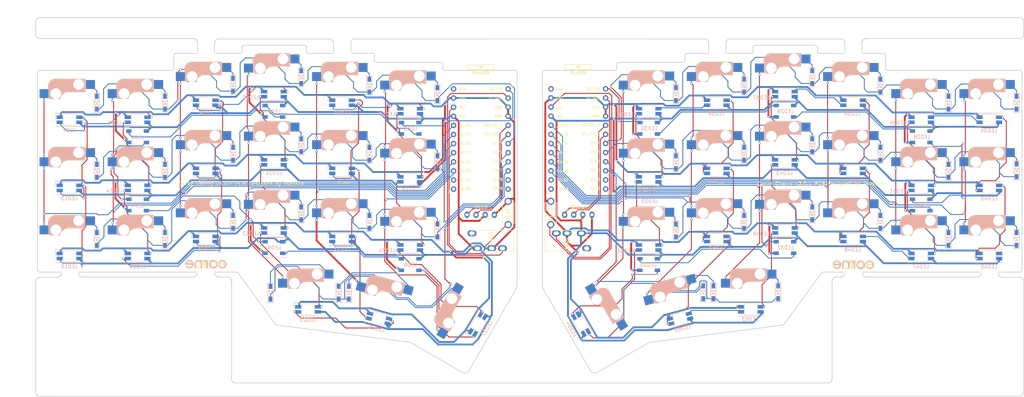
<source format=kicad_pcb>
(kicad_pcb (version 20221018) (generator pcbnew)
  (title_block (title "Corne Cherry") (date "2020-09-28") (rev "3.0.1") (company "foostan"))
  (layers (0 "F.Cu" signal) (31 "B.Cu" signal) (34 "B.Paste" user) (35 "F.Paste" user) (36 "B.SilkS" user "B.Silkscreen") (37 "F.SilkS" user "F.Silkscreen") (38 "B.Mask" user) (39 "F.Mask" user) (44 "Edge.Cuts" user))
  (net 0 "")
  (net 1 "row0")
  (net 2 "Net-(D1-Pad2)")
  (net 3 "row1")
  (net 4 "Net-(D2-Pad2)")
  (net 5 "row2")
  (net 6 "Net-(D3-Pad2)")
  (net 7 "row3")
  (net 8 "Net-(D4-Pad2)")
  (net 9 "Net-(D5-Pad2)")
  (net 10 "Net-(D6-Pad2)")
  (net 11 "Net-(D7-Pad2)")
  (net 12 "Net-(D8-Pad2)")
  (net 13 "Net-(D9-Pad2)")
  (net 14 "Net-(D10-Pad2)")
  (net 15 "Net-(D11-Pad2)")
  (net 16 "Net-(D12-Pad2)")
  (net 17 "Net-(D13-Pad2)")
  (net 18 "Net-(D14-Pad2)")
  (net 19 "Net-(D15-Pad2)")
  (net 20 "Net-(D16-Pad2)")
  (net 21 "Net-(D17-Pad2)")
  (net 22 "Net-(D18-Pad2)")
  (net 23 "Net-(D19-Pad2)")
  (net 24 "Net-(D20-Pad2)")
  (net 25 "Net-(D21-Pad2)")
  (net 26 "GND")
  (net 27 "VCC")
  (net 28 "col0")
  (net 29 "col1")
  (net 30 "col2")
  (net 31 "col3")
  (net 32 "col4")
  (net 33 "col5")
  (net 34 "LED")
  (net 35 "data")
  (net 36 "reset")
  (net 37 "SCL")
  (net 38 "SDA")
  (net 39 "Net-(U1-Pad14)")
  (net 40 "Net-(U1-Pad13)")
  (net 41 "Net-(U1-Pad12)")
  (net 42 "Net-(U1-Pad11)")
  (net 43 "Net-(U1-Pad24)")
  (net 44 "Net-(D22-Pad2)")
  (net 45 "row0_r")
  (net 46 "Net-(D23-Pad2)")
  (net 47 "Net-(D24-Pad2)")
  (net 48 "Net-(D25-Pad2)")
  (net 49 "Net-(D26-Pad2)")
  (net 50 "Net-(D27-Pad2)")
  (net 51 "row1_r")
  (net 52 "Net-(D28-Pad2)")
  (net 53 "Net-(D29-Pad2)")
  (net 54 "Net-(D30-Pad2)")
  (net 55 "Net-(D31-Pad2)")
  (net 56 "Net-(D32-Pad2)")
  (net 57 "Net-(D33-Pad2)")
  (net 58 "row2_r")
  (net 59 "Net-(D34-Pad2)")
  (net 60 "Net-(D35-Pad2)")
  (net 61 "Net-(D36-Pad2)")
  (net 62 "Net-(D37-Pad2)")
  (net 63 "Net-(D38-Pad2)")
  (net 64 "Net-(D39-Pad2)")
  (net 65 "Net-(D40-Pad2)")
  (net 66 "row3_r")
  (net 67 "Net-(D41-Pad2)")
  (net 68 "Net-(D42-Pad2)")
  (net 69 "data_r")
  (net 70 "SDA_r")
  (net 71 "SCL_r")
  (net 72 "LED_r")
  (net 73 "reset_r")
  (net 74 "col0_r")
  (net 75 "col1_r")
  (net 76 "col2_r")
  (net 77 "col3_r")
  (net 78 "col4_r")
  (net 79 "col5_r")
  (net 80 "VDD")
  (net 81 "GNDA")
  (net 82 "Net-(LED1-Pad2)")
  (net 83 "Net-(LED1-Pad4)")
  (net 84 "Net-(LED2-Pad4)")
  (net 85 "Net-(LED10-Pad2)")
  (net 86 "Net-(LED11-Pad4)")
  (net 87 "Net-(LED13-Pad4)")
  (net 88 "Net-(LED14-Pad2)")
  (net 89 "Net-(LED15-Pad4)")
  (net 90 "Net-(LED10-Pad4)")
  (net 91 "Net-(LED11-Pad2)")
  (net 92 "Net-(LED12-Pad4)")
  (net 93 "Net-(LED13-Pad2)")
  (net 94 "Net-(LED14-Pad4)")
  (net 95 "Net-(LED16-Pad4)")
  (net 96 "Net-(LED17-Pad2)")
  (net 97 "Net-(LED18-Pad4)")
  (net 98 "Net-(LED22-Pad4)")
  (net 99 "Net-(LED24-Pad4)")
  (net 100 "Net-(LED25-Pad4)")
  (net 101 "Net-(LED27-Pad4)")
  (net 102 "Net-(LED28-Pad2)")
  (net 103 "Net-(LED29-Pad4)")
  (net 104 "Net-(LED32-Pad2)")
  (net 105 "Net-(LED34-Pad2)")
  (net 106 "Net-(LED35-Pad4)")
  (net 107 "Net-(LED37-Pad4)")
  (net 108 "Net-(LED38-Pad2)")
  (net 109 "Net-(LED39-Pad4)")
  (net 110 "Net-(LED4-Pad2)")
  (net 111 "Net-(LED5-Pad2)")
  (net 112 "Net-(LED7-Pad4)")
  (net 113 "Net-(LED15-Pad2)")
  (net 114 "Net-(LED20-Pad4)")
  (net 115 "Net-(LED23-Pad2)")
  (net 116 "Net-(LED28-Pad4)")
  (net 117 "Net-(LED31-Pad2)")
  (net 118 "Net-(LED33-Pad2)")
  (net 119 "Net-(LED40-Pad2)")
  (net 120 "Net-(LED41-Pad4)")
  (net 121 "Net-(LED42-Pad2)")
  (net 122 "Net-(LED43-Pad4)")
  (net 123 "Net-(LED44-Pad2)")
  (net 124 "Net-(LED45-Pad4)")
  (net 125 "Net-(LED47-Pad4)")
  (net 126 "Net-(LED49-Pad4)")
  (net 127 "Net-(LED50-Pad2)")
  (net 128 "Net-(LED51-Pad4)")
  (net 129 "Net-(LED52-Pad4)")
  (net 130 "Net-(LED34-Pad4)")
  (net 131 "Net-(LED36-Pad4)")
  (net 132 "Net-(LED36-Pad2)")
  (net 133 "Net-(LED38-Pad4)")
  (net 134 "Net-(U2-Pad11)")
  (net 135 "Net-(U2-Pad12)")
  (net 136 "Net-(U2-Pad13)")
  (net 137 "Net-(U2-Pad14)")
  (net 138 "Net-(U2-Pad24)")
  (net 139 "Net-(J1-PadA)")
  (net 140 "Net-(J3-PadA)")
  (net 141 "Net-(LED19-Pad2)")
  (net 142 "Net-(LED46-Pad2)")
  (footprint "kbd:MJ-4PP-9_1side" (layer "F.Cu") (at 144.1345 74.292 -90)
    (fp_text reference "J1")
    (fp_text value "MJ-4PP-9" hide)
  )
  (footprint "kbd:OLED_1side" (layer "F.Cu") (at 130.9485 67.028)
    (fp_text reference "J2")
    (fp_text value "OLED" hide)
  )
  (footprint "kbd:ResetSW_1side" (layer "F.Cu") (at 142.4245 66.531 -90)
    (fp_text reference "RSW1" hide)
    (fp_text value "SW_PUSH")
  )
  (footprint "kbd:CherryMX_Hotswap" (layer "F.Cu") (at 39.1075 35.78)
    (fp_text reference "SW2" hide)
    (fp_text value "SW_PUSH" hide)
  )
  (footprint "kbd:CherryMX_Hotswap" (layer "F.Cu") (at 58.1075 31.03)
    (fp_text reference "SW3" hide)
    (fp_text value "SW_PUSH" hide)
  )
  (footprint "kbd:CherryMX_Hotswap" (layer "F.Cu") (at 77.1075 28.655)
    (fp_text reference "SW4" hide)
    (fp_text value "SW_PUSH" hide)
  )
  (footprint "kbd:CherryMX_Hotswap" (layer "F.Cu") (at 96.1075 31.03)
    (fp_text reference "SW5" hide)
    (fp_text value "SW_PUSH" hide)
  )
  (footprint "kbd:CherryMX_Hotswap" (layer "F.Cu") (at 20.1075 54.78)
    (fp_text reference "SW7" hide)
    (fp_text value "SW_PUSH" hide)
  )
  (footprint "kbd:CherryMX_Hotswap" (layer "F.Cu") (at 39.1075 54.78)
    (fp_text reference "SW8" hide)
    (fp_text value "SW_PUSH" hide)
  )
  (footprint "kbd:CherryMX_Hotswap" (layer "F.Cu") (at 58.1075 50.03)
    (fp_text reference "SW9" hide)
    (fp_text value "SW_PUSH" hide)
  )
  (footprint "kbd:CherryMX_Hotswap" (layer "F.Cu") (at 77.1075 47.655)
    (fp_text reference "SW10" hide)
    (fp_text value "SW_PUSH" hide)
  )
  (footprint "kbd:CherryMX_Hotswap" (layer "F.Cu") (at 96.1075 50.03)
    (fp_text reference "SW11" hide)
    (fp_text value "SW_PUSH" hide)
  )
  (footprint "kbd:CherryMX_Hotswap" (layer "F.Cu") (at 115.1075 52.405)
    (fp_text reference "SW12" hide)
    (fp_text value "SW_PUSH" hide)
  )
  (footprint "kbd:CherryMX_Hotswap" (layer "F.Cu") (at 20.1075 73.78)
    (fp_text reference "SW13" hide)
    (fp_text value "SW_PUSH" hide)
  )
  (footprint "kbd:CherryMX_Hotswap" (layer "F.Cu") (at 39.1075 73.78)
    (fp_text reference "SW14" hide)
    (fp_text value "SW_PUSH" hide)
  )
  (footprint "kbd:CherryMX_Hotswap" (layer "F.Cu") (at 58.1075 69.03)
    (fp_text reference "SW15" hide)
    (fp_text value "SW_PUSH" hide)
  )
  (footprint "kbd:CherryMX_Hotswap" (layer "F.Cu") (at 77.1075 66.655)
    (fp_text reference "SW16" hide)
    (fp_text value "SW_PUSH" hide)
  )
  (footprint "kbd:CherryMX_Hotswap" (layer "F.Cu") (at 96.1075 69.03)
    (fp_text reference "SW17" hide)
    (fp_text value "SW_PUSH" hide)
  )
  (footprint "kbd:CherryMX_Hotswap" (layer "F.Cu") (at 115.1075 71.405)
    (fp_text reference "SW18" hide)
    (fp_text value "SW_PUSH" hide)
  )
  (footprint "kbd:CherryMX_Hotswap" (layer "F.Cu") (at 86.6075 88.655)
    (fp_text reference "SW19" hide)
    (fp_text value "SW_PUSH" hide)
  )
  (footprint "kbd:CherryMX_Hotswap" (layer "F.Cu") (at 107.6075 91.405 -15)
    (fp_text reference "SW20" hide)
    (fp_text value "SW_PUSH" hide)
  )
  (footprint "kbd:CherryMX_Hotswap_1.5u" (layer "F.Cu") (at 129.8575 95.155 60)
    (fp_text reference "SW21" hide)
    (fp_text value "SW_PUSH" hide)
  )
  (footprint "kbd:CherryMX_Hotswap_1.5u" (layer "F.Cu") (at 166.8645 95.15 -60)
    (fp_text reference "SW42" hide)
    (fp_text value "SW_PUSH" hide)
  )
  (footprint "kbd:MJ-4PP-9_1side" (layer "F.Cu") (at 152.5375 74.27 90)
    (fp_text reference "J3")
    (fp_text value "MJ-4PP-9" hide)
  )
  (footprint "kbd:OLED_1side" (layer "F.Cu") (at 158.1775 67.02)
    (fp_text reference "J4")
    (fp_text value "OLED" hide)
  )
  (footprint "kbd:ResetSW_1side" (layer "F.Cu") (at 154.3045 66.522 -90)
    (fp_text reference "RSW2" hide)
    (fp_text value "SW_PUSH")
  )
  (footprint "kbd:CherryMX_Hotswap" (layer "F.Cu") (at 219.6145 66.65)
    (fp_text reference "SW37" hide)
    (fp_text value "SW_PUSH" hide)
  )
  (footprint "kbd:CherryMX_Hotswap" (layer "F.Cu") (at 200.6145 69.025)
    (fp_text reference "SW38" hide)
    (fp_text value "SW_PUSH" hide)
  )
  (footprint "kbd:CherryMX_Hotswap" (layer "F.Cu") (at 181.6145 71.4)
    (fp_text reference "SW39" hide)
    (fp_text value "SW_PUSH" hide)
  )
  (footprint "kbd:CherryMX_Hotswap" (layer "F.Cu") (at 210.1145 88.65)
    (fp_text reference "SW40" hide)
    (fp_text value "SW_PUSH" hide)
  )
  (footprint "kbd:CherryMX_Hotswap" (layer "F.Cu") (at 189.1145 91.4 15)
    (fp_text reference "SW41" hide)
    (fp_text value "SW_PUSH" hide)
  )
  (footprint "kbd:CherryMX_Hotswap" (layer "F.Cu") (at 219.6145 28.65)
    (fp_text reference "SW25" hide)
    (fp_text value "SW_PUSH" hide)
  )
  (footprint "kbd:CherryMX_Hotswap" (layer "F.Cu") (at 200.6145 31.025)
    (fp_text reference "SW26" hide)
    (fp_text value "SW_PUSH" hide)
  )
  (footprint "kbd:CherryMX_Hotswap" (layer "F.Cu") (at 276.6145 54.775)
    (fp_text reference "SW28" hide)
    (fp_text value "SW_PUSH" hide)
  )
  (footprint "kbd:CherryMX_Hotswap" (layer "F.Cu") (at 238.6145 31.025)
    (fp_text reference "SW24" hide)
    (fp_text value "SW_PUSH" hide)
  )
  (footprint "kbd:CherryMX_Hotswap" (layer "F.Cu") (at 257.6145 54.775)
    (fp_text reference "SW29" hide)
    (fp_text value "SW_PUSH" hide)
  )
  (footprint "kbd:CherryMX_Hotswap" (layer "F.Cu") (at 257.6145 73.775)
    (fp_text reference "SW35" hide)
    (fp_text value "SW_PUSH" hide)
  )
  (footprint "kbd:CherryMX_Hotswap" (layer "F.Cu") (at 238.6145 69.025)
    (fp_text reference "SW36" hide)
    (fp_text value "SW_PUSH" hide)
  )
  (footprint "kbd:CherryMX_Hotswap" (layer "F.Cu") (at 276.6145 35.775)
    (fp_text reference "SW22" hide)
    (fp_text value "SW_PUSH" hide)
  )
  (footprint "kbd:CherryMX_Hotswap" (layer "F.Cu") (at 257.6145 35.775)
    (fp_text reference "SW23" hide)
    (fp_text value "SW_PUSH" hide)
  )
  (footprint "kbd:CherryMX_Hotswap" (layer "F.Cu") (at 238.6145 50.025)
    (fp_text reference "SW30" hide)
    (fp_text value "SW_PUSH" hide)
  )
  (footprint "kbd:CherryMX_Hotswap" (layer "F.Cu") (at 219.6145 47.65)
    (fp_text reference "SW31" hide)
    (fp_text value "SW_PUSH" hide)
  )
  (footprint "kbd:CherryMX_Hotswap" (layer "F.Cu") (at 200.6145 50.025)
    (fp_text reference "SW32" hide)
    (fp_text value "SW_PUSH" hide)
  )
  (footprint "kbd:CherryMX_Hotswap" (layer "F.Cu") (at 181.6145 52.4)
    (fp_text reference "SW33" hide)
    (fp_text value "SW_PUSH" hide)
  )
  (footprint "kbd:CherryMX_Hotswap" (layer "F.Cu") (at 276.6145 73.775)
    (fp_text reference "SW34" hide)
    (fp_text value "SW_PUSH" hide)
  )
  (footprint "kbd:CherryMX_Hotswap" (layer "F.Cu") (at 20.1075 35.78)
    (fp_text reference "SW1" hide)
    (fp_text value "SW_PUSH" hide)
  )
  (footprint "kbd:M2_HOLE_v2" (layer "F.Cu") (at 105.5755 41.7655)
    (fp_text reference "Ref**" hide)
    (fp_text value "Val**" hide)
  )
  (footprint "kbd:M2_HOLE_v2" (layer "F.Cu") (at 72.7645 81.5205)
    (fp_text reference "Ref**" hide)
    (fp_text value "Val**" hide)
  )
  (footprint "kbd:M2_HOLE_v2" (layer "F.Cu") (at 119.3305 89.135)
    (fp_text reference "Ref**" hide)
    (fp_text value "Val**" hide)
  )
  (footprint "kbd:M2_HOLE_v2" (layer "F.Cu") (at 127.8695 74.254)
    (fp_text reference "Ref**" hide)
    (fp_text value "Val**" hide)
  )
  (footprint "kbd:M2_HOLE_v2" (layer "F.Cu") (at 142.3015 82.775)
    (fp_text reference "Ref**" hide)
    (fp_text value "Val**" hide)
  )
  (footprint "kbd:M2_HOLE_v2" (layer "F.Cu") (at 177.3895 89.145 180)
    (fp_text reference "Ref**" hide)
    (fp_text value "Val**" hide)
  )
  (footprint "kbd:M2_HOLE_v2" (layer "F.Cu") (at 223.9555 81.5305 180)
    (fp_text reference "Ref**" hide)
    (fp_text value "Val**" hide)
  )
  (footprint "kbd:M2_HOLE_v2" (layer "F.Cu") (at 267.0995 45.2655 180)
    (fp_text reference "Ref**" hide)
    (fp_text value "Val**" hide)
  )
  (footprint "kbd:M2_HOLE_v2" (layer "F.Cu") (at 191.1445 41.7755 180)
    (fp_text reference "Ref**" hide)
    (fp_text value "Val**" hide)
  )
  (footprint "kbd:CherryMX_Hotswap" (layer "F.Cu") (at 115.1075 33.405)
    (fp_text reference "SW6" hide)
    (fp_text value "SW_PUSH" hide)
  )
  (footprint "kbd:CherryMX_Hotswap" (layer "F.Cu") (at 181.6075 33.405)
    (fp_text reference "SW27" hide)
    (fp_text value "SW_PUSH" hide)
  )
  (footprint "kbd:M2_HOLE_v2" (layer "F.Cu") (at 27.5195 54.1395)
    (fp_text reference "Ref**" hide)
    (fp_text value "Val**" hide)
  )
  (footprint "kbd:ProMicro_v3" (layer "F.Cu") (at 134.8125 46.42)
    (fp_text reference "U1" hide)
    (fp_text value "ProMicro" hide)
  )
  (footprint "kbd:ProMicro_v3" (layer "F.Cu") (at 161.9875 46.39)
    (fp_text reference "U2" hide)
    (fp_text value "ProMicro" hide)
  )
  (footprint "kbd:M2_HOLE_v2" (layer "F.Cu") (at 29.6075 45.28)
    (fp_text reference "Ref**" hide)
    (fp_text value "Val**" hide)
  )
  (footprint "kbd:Breakaway_Tabs" (layer "F.Cu") (at 58.23675 21.869)
    (fp_text reference "REF**")
    (fp_text value "Breakaway_Tabs")
  )
  (footprint "kbd:Breakaway_Tabs" (layer "F.Cu") (at 96.2075 21.873)
    (fp_text reference "REF**")
    (fp_text value "Breakaway_Tabs")
  )
  (footprint "kbd:Breakaway_Tabs" (layer "F.Cu") (at 20.1625 83.176)
    (fp_text reference "REF**")
    (fp_text value "Breakaway_Tabs")
  )
  (footprint "kbd:Breakaway_Tabs" (layer "F.Cu") (at 58.1235 83.178)
    (fp_text reference "REF**")
    (fp_text value "Breakaway_Tabs")
  )
  (footprint "kbd:corne-logo-horizontal" (layer "F.Cu") (at 58.2675 80.89)
    (fp_text reference "G***" hide)
    (fp_text value "LOGO" hide)
  )
  (footprint "kbd:corne-logo-horizontal" (layer "F.Cu") (at 238.7775 81.04)
    (fp_text reference "G***" hide)
    (fp_text value "LOGO" hide)
  )
  (footprint "kbd:D3_SMD_v2" (layer "B.Cu") (at 27.7345 35.776875 90)
    (fp_text reference "D1" hide)
    (fp_text value "D" hide)
  )
  (footprint "kbd:D3_SMD_v2" (layer "B.Cu") (at 46.7345 35.78 90)
    (fp_text reference "D2" hide)
    (fp_text value "D" hide)
  )
  (footprint "kbd:D3_SMD_v2" (layer "B.Cu") (at 65.7075 30.78 90)
    (fp_text reference "D3" hide)
    (fp_text value "D" hide)
  )
  (footprint "kbd:D3_SMD_v2" (layer "B.Cu") (at 84.7075 28.655 90)
    (fp_text reference "D4" hide)
    (fp_text value "D" hide)
  )
  (footprint "kbd:D3_SMD_v2" (layer "B.Cu") (at 103.7075 31.03 90)
    (fp_text reference "D5" hide)
    (fp_text value "D" hide)
  )
  (footprint "kbd:D3_SMD_v2" (layer "B.Cu") (at 122.7075 33.405 90)
    (fp_text reference "D6" hide)
    (fp_text value "D" hide)
  )
  (footprint "kbd:D3_SMD_v2" (layer "B.Cu") (at 27.7345 54.776875 90)
    (fp_text reference "D7" hide)
    (fp_text value "D" hide)
  )
  (footprint "kbd:D3_SMD_v2" (layer "B.Cu") (at 46.7345 54.78 90)
    (fp_text reference "D8" hide)
    (fp_text value "D" hide)
  )
  (footprint "kbd:D3_SMD_v2" (layer "B.Cu") (at 65.7075 50.03 90)
    (fp_text reference "D9" hide)
    (fp_text value "D" hide)
  )
  (footprint "kbd:D3_SMD_v2" (layer "B.Cu") (at 84.7075 47.655 90)
    (fp_text reference "D10" hide)
    (fp_text value "D" hide)
  )
  (footprint "kbd:D3_SMD_v2" (layer "B.Cu") (at 103.7075 50.03 90)
    (fp_text reference "D11" hide)
    (fp_text value "D" hide)
  )
  (footprint "kbd:D3_SMD_v2" (layer "B.Cu") (at 122.7075 52.405 90)
    (fp_text reference "D12" hide)
    (fp_text value "D" hide)
  )
  (footprint "kbd:D3_SMD_v2" (layer "B.Cu") (at 27.7345 73.776875 90)
    (fp_text reference "D13" hide)
    (fp_text value "D" hide)
  )
  (footprint "kbd:D3_SMD_v2" (layer "B.Cu") (at 46.7345 73.78 90)
    (fp_text reference "D14" hide)
    (fp_text value "D" hide)
  )
  (footprint "kbd:D3_SMD_v2" (layer "B.Cu") (at 65.7075 69.03 90)
    (fp_text reference "D15" hide)
    (fp_text value "D" hide)
  )
  (footprint "kbd:D3_SMD_v2" (layer "B.Cu") (at 84.7075 66.655 90)
    (fp_text reference "D16" hide)
    (fp_text value "D" hide)
  )
  (footprint "kbd:D3_SMD_v2" (layer "B.Cu") (at 103.7075 69.03 90)
    (fp_text reference "D17" hide)
    (fp_text value "D" hide)
  )
  (footprint "kbd:D3_SMD_v2" (layer "B.Cu") (at 122.7075 71.405 90)
    (fp_text reference "D18" hide)
    (fp_text value "D" hide)
  )
  (footprint "kbd:D3_SMD_v2" (layer "B.Cu") (at 76.1575 88.77 90)
    (fp_text reference "D19" hide)
    (fp_text value "D" hide)
  )
  (footprint "kbd:D3_SMD_v2" (layer "B.Cu") (at 95.1645 88.765 90)
    (fp_text reference "D20" hide)
    (fp_text value "D" hide)
  )
  (footprint "kbd:D3_SMD_v2" (layer "B.Cu") (at 98.0075 88.765 90)
    (fp_text reference "D21" hide)
    (fp_text value "D" hide)
  )
  (footprint "kbd:YS-SK6812MINI-E" (layer "B.Cu") (at 20.1075 40.53)
    (fp_text reference "LED7")
    (fp_text value "YS-SK6812MINI-E")
    (fp_line (start -1.8 -1.55) (end 1.8 -1.55) (stroke (width 0.12)) (layer "Edge.Cuts"))
    (fp_line (start -1.8 1.55) (end -1.8 -1.55) (stroke (width 0.12)) (layer "Edge.Cuts"))
    (fp_line (start 1.8 -1.55) (end 1.8 1.55) (stroke (width 0.12)) (layer "Edge.Cuts"))
    (fp_line (start 1.8 1.55) (end -1.8 1.55) (stroke (width 0.12)) (layer "Edge.Cuts"))
  )
  (footprint "kbd:YS-SK6812MINI-E" (layer "B.Cu") (at 39.1075 40.53)
    (fp_text reference "LED8")
    (fp_text value "YS-SK6812MINI-E")
    (fp_line (start -1.8 -1.55) (end 1.8 -1.55) (stroke (width 0.12)) (layer "Edge.Cuts"))
    (fp_line (start -1.8 1.55) (end -1.8 -1.55) (stroke (width 0.12)) (layer "Edge.Cuts"))
    (fp_line (start 1.8 -1.55) (end 1.8 1.55) (stroke (width 0.12)) (layer "Edge.Cuts"))
    (fp_line (start 1.8 1.55) (end -1.8 1.55) (stroke (width 0.12)) (layer "Edge.Cuts"))
  )
  (footprint "kbd:YS-SK6812MINI-E" (layer "B.Cu") (at 58.1075 35.78)
    (fp_text reference "LED9")
    (fp_text value "YS-SK6812MINI-E")
    (fp_line (start -1.8 -1.55) (end 1.8 -1.55) (stroke (width 0.12)) (layer "Edge.Cuts"))
    (fp_line (start -1.8 1.55) (end -1.8 -1.55) (stroke (width 0.12)) (layer "Edge.Cuts"))
    (fp_line (start 1.8 -1.55) (end 1.8 1.55) (stroke (width 0.12)) (layer "Edge.Cuts"))
    (fp_line (start 1.8 1.55) (end -1.8 1.55) (stroke (width 0.12)) (layer "Edge.Cuts"))
  )
  (footprint "kbd:YS-SK6812MINI-E" (layer "B.Cu") (at 77.1075 33.405)
    (fp_text reference "LED10")
    (fp_text value "YS-SK6812MINI-E")
    (fp_line (start -1.8 -1.55) (end 1.8 -1.55) (stroke (width 0.12)) (layer "Edge.Cuts"))
    (fp_line (start -1.8 1.55) (end -1.8 -1.55) (stroke (width 0.12)) (layer "Edge.Cuts"))
    (fp_line (start 1.8 -1.55) (end 1.8 1.55) (stroke (width 0.12)) (layer "Edge.Cuts"))
    (fp_line (start 1.8 1.55) (end -1.8 1.55) (stroke (width 0.12)) (layer "Edge.Cuts"))
  )
  (footprint "kbd:YS-SK6812MINI-E" (layer "B.Cu") (at 96.1075 35.78)
    (fp_text reference "LED11")
    (fp_text value "YS-SK6812MINI-E")
    (fp_line (start -1.8 -1.55) (end 1.8 -1.55) (stroke (width 0.12)) (layer "Edge.Cuts"))
    (fp_line (start -1.8 1.55) (end -1.8 -1.55) (stroke (width 0.12)) (layer "Edge.Cuts"))
    (fp_line (start 1.8 -1.55) (end 1.8 1.55) (stroke (width 0.12)) (layer "Edge.Cuts"))
    (fp_line (start 1.8 1.55) (end -1.8 1.55) (stroke (width 0.12)) (layer "Edge.Cuts"))
  )
  (footprint "kbd:YS-SK6812MINI-E" (layer "B.Cu") (at 115.1075 38.155)
    (fp_text reference "LED12")
    (fp_text value "YS-SK6812MINI-E")
    (fp_line (start -1.8 -1.55) (end 1.8 -1.55) (stroke (width 0.12)) (layer "Edge.Cuts"))
    (fp_line (start -1.8 1.55) (end -1.8 -1.55) (stroke (width 0.12)) (layer "Edge.Cuts"))
    (fp_line (start 1.8 -1.55) (end 1.8 1.55) (stroke (width 0.12)) (layer "Edge.Cuts"))
    (fp_line (start 1.8 1.55) (end -1.8 1.55) (stroke (width 0.12)) (layer "Edge.Cuts"))
  )
  (footprint "kbd:YS-SK6812MINI-E" (layer "B.Cu") (at 20.1075 59.53)
    (fp_text reference "LED13")
    (fp_text value "YS-SK6812MINI-E")
    (fp_line (start -1.8 -1.55) (end 1.8 -1.55) (stroke (width 0.12)) (layer "Edge.Cuts"))
    (fp_line (start -1.8 1.55) (end -1.8 -1.55) (stroke (width 0.12)) (layer "Edge.Cuts"))
    (fp_line (start 1.8 -1.55) (end 1.8 1.55) (stroke (width 0.12)) (layer "Edge.Cuts"))
    (fp_line (start 1.8 1.55) (end -1.8 1.55) (stroke (width 0.12)) (layer "Edge.Cuts"))
  )
  (footprint "kbd:YS-SK6812MINI-E" (layer "B.Cu") (at 39.1075 59.53)
    (fp_text reference "LED14")
    (fp_text value "YS-SK6812MINI-E")
    (fp_line (start -1.8 -1.55) (end 1.8 -1.55) (stroke (width 0.12)) (layer "Edge.Cuts"))
    (fp_line (start -1.8 1.55) (end -1.8 -1.55) (stroke (width 0.12)) (layer "Edge.Cuts"))
    (fp_line (start 1.8 -1.55) (end 1.8 1.55) (stroke (width 0.12)) (layer "Edge.Cuts"))
    (fp_line (start 1.8 1.55) (end -1.8 1.55) (stroke (width 0.12)) (layer "Edge.Cuts"))
  )
  (footprint "kbd:YS-SK6812MINI-E" (layer "B.Cu") (at 58.1075 54.78)
    (fp_text reference "LED15")
    (fp_text value "YS-SK6812MINI-E")
    (fp_line (start -1.8 -1.55) (end 1.8 -1.55) (stroke (width 0.12)) (layer "Edge.Cuts"))
    (fp_line (start -1.8 1.55) (end -1.8 -1.55) (stroke (width 0.12)) (layer "Edge.Cuts"))
    (fp_line (start 1.8 -1.55) (end 1.8 1.55) (stroke (width 0.12)) (layer "Edge.Cuts"))
    (fp_line (start 1.8 1.55) (end -1.8 1.55) (stroke (width 0.12)) (layer "Edge.Cuts"))
  )
  (footprint "kbd:YS-SK6812MINI-E" (layer "B.Cu") (at 77.1075 52.405)
    (fp_text reference "LED16")
    (fp_text value "YS-SK6812MINI-E")
    (fp_line (start -1.8 -1.55) (end 1.8 -1.55) (stroke (width 0.12)) (layer "Edge.Cuts"))
    (fp_line (start -1.8 1.55) (end -1.8 -1.55) (stroke (width 0.12)) (layer "Edge.Cuts"))
    (fp_line (start 1.8 -1.55) (end 1.8 1.55) (stroke (width 0.12)) (layer "Edge.Cuts"))
    (fp_line (start 1.8 1.55) (end -1.8 1.55) (stroke (width 0.12)) (layer "Edge.Cuts"))
  )
  (footprint "kbd:YS-SK6812MINI-E" (layer "B.Cu") (at 96.1075 54.78)
    (fp_text reference "LED17")
    (fp_text value "YS-SK6812MINI-E")
    (fp_line (start -1.8 -1.55) (end 1.8 -1.55) (stroke (width 0.12)) (layer "Edge.Cuts"))
    (fp_line (start -1.8 1.55) (end -1.8 -1.55) (stroke (width 0.12)) (layer "Edge.Cuts"))
    (fp_line (start 1.8 -1.55) (end 1.8 1.55) (stroke (width 0.12)) (layer "Edge.Cuts"))
    (fp_line (start 1.8 1.55) (end -1.8 1.55) (stroke (width 0.12)) (layer "Edge.Cuts"))
  )
  (footprint "kbd:YS-SK6812MINI-E" (layer "B.Cu") (at 115.1075 57.155)
    (fp_text reference "LED18")
    (fp_text value "YS-SK6812MINI-E")
    (fp_line (start -1.8 -1.55) (end 1.8 -1.55) (stroke (width 0.12)) (layer "Edge.Cuts"))
    (fp_line (start -1.8 1.55) (end -1.8 -1.55) (stroke (width 0.12)) (layer "Edge.Cuts"))
    (fp_line (start 1.8 -1.55) (end 1.8 1.55) (stroke (width 0.12)) (layer "Edge.Cuts"))
    (fp_line (start 1.8 1.55) (end -1.8 1.55) (stroke (width 0.12)) (layer "Edge.Cuts"))
  )
  (footprint "kbd:YS-SK6812MINI-E" (layer "B.Cu") (at 20.1075 78.53)
    (fp_text reference "LED19")
    (fp_text value "YS-SK6812MINI-E")
    (fp_line (start -1.8 -1.55) (end 1.8 -1.55) (stroke (width 0.12)) (layer "Edge.Cuts"))
    (fp_line (start -1.8 1.55) (end -1.8 -1.55) (stroke (width 0.12)) (layer "Edge.Cuts"))
    (fp_line (start 1.8 -1.55) (end 1.8 1.55) (stroke (width 0.12)) (layer "Edge.Cuts"))
    (fp_line (start 1.8 1.55) (end -1.8 1.55) (stroke (width 0.12)) (layer "Edge.Cuts"))
  )
  (footprint "kbd:YS-SK6812MINI-E" (layer "B.Cu") (at 39.1075 78.53)
    (fp_text reference "LED20")
    (fp_text value "YS-SK6812MINI-E")
    (fp_line (start -1.8 -1.55) (end 1.8 -1.55) (stroke (width 0.12)) (layer "Edge.Cuts"))
    (fp_line (start -1.8 1.55) (end -1.8 -1.55) (stroke (width 0.12)) (layer "Edge.Cuts"))
    (fp_line (start 1.8 -1.55) (end 1.8 1.55) (stroke (width 0.12)) (layer "Edge.Cuts"))
    (fp_line (start 1.8 1.55) (end -1.8 1.55) (stroke (width 0.12)) (layer "Edge.Cuts"))
  )
  (footprint "kbd:YS-SK6812MINI-E" (layer "B.Cu") (at 58.1075 73.78)
    (fp_text reference "LED21")
    (fp_text value "YS-SK6812MINI-E")
    (fp_line (start -1.8 -1.55) (end 1.8 -1.55) (stroke (width 0.12)) (layer "Edge.Cuts"))
    (fp_line (start -1.8 1.55) (end -1.8 -1.55) (stroke (width 0.12)) (layer "Edge.Cuts"))
    (fp_line (start 1.8 -1.55) (end 1.8 1.55) (stroke (width 0.12)) (layer "Edge.Cuts"))
    (fp_line (start 1.8 1.55) (end -1.8 1.55) (stroke (width 0.12)) (layer "Edge.Cuts"))
  )
  (footprint "kbd:YS-SK6812MINI-E" (layer "B.Cu") (at 77.1075 71.405)
    (fp_text reference "LED22")
    (fp_text value "YS-SK6812MINI-E")
    (fp_line (start -1.8 -1.55) (end 1.8 -1.55) (stroke (width 0.12)) (layer "Edge.Cuts"))
    (fp_line (start -1.8 1.55) (end -1.8 -1.55) (stroke (width 0.12)) (layer "Edge.Cuts"))
    (fp_line (start 1.8 -1.55) (end 1.8 1.55) (stroke (width 0.12)) (layer "Edge.Cuts"))
    (fp_line (start 1.8 1.55) (end -1.8 1.55) (stroke (width 0.12)) (layer "Edge.Cuts"))
  )
  (footprint "kbd:YS-SK6812MINI-E" (layer "B.Cu") (at 115.1075 76.155)
    (fp_text reference "LED24")
    (fp_text value "YS-SK6812MINI-E")
    (fp_line (start -1.8 -1.55) (end 1.8 -1.55) (stroke (width 0.12)) (layer "Edge.Cuts"))
    (fp_line (start -1.8 1.55) (end -1.8 -1.55) (stroke (width 0.12)) (layer "Edge.Cuts"))
    (fp_line (start 1.8 -1.55) (end 1.8 1.55) (stroke (width 0.12)) (layer "Edge.Cuts"))
    (fp_line (start 1.8 1.55) (end -1.8 1.55) (stroke (width 0.12)) (layer "Edge.Cuts"))
  )
  (footprint "kbd:YS-SK6812MINI-E" (layer "B.Cu") (at 133.971121 97.53 60)
    (fp_text reference "LED27")
    (fp_text value "YS-SK6812MINI-E")
    (fp_line (start -1.8 -1.55) (end 1.8 -1.55) (stroke (width 0.12)) (layer "Edge.Cuts"))
    (fp_line (start -1.8 1.55) (end -1.8 -1.55) (stroke (width 0.12)) (layer "Edge.Cuts"))
    (fp_line (start 1.8 -1.55) (end 1.8 1.55) (stroke (width 0.12)) (layer "Edge.Cuts"))
    (fp_line (start 1.8 1.55) (end -1.8 1.55) (stroke (width 0.12)) (layer "Edge.Cuts"))
  )
  (footprint "LED_SMD:LED_WS2812B_PLCC4_5.0x5.0mm_P3.2mm" (layer "B.Cu") (at 39.1075 45.28 180)
    (fp_text reference "LED1")
    (fp_text value "WS2812B")
  )
  (footprint "LED_SMD:LED_WS2812B_PLCC4_5.0x5.0mm_P3.2mm" (layer "B.Cu") (at 77.1075 38.155 180)
    (fp_text reference "LED2")
    (fp_text value "WS2812B")
  )
  (footprint "LED_SMD:LED_WS2812B_PLCC4_5.0x5.0mm_P3.2mm" (layer "B.Cu") (at 115.1075 42.905 180)
    (fp_text reference "LED3")
    (fp_text value "WS2812B")
  )
  (footprint "LED_SMD:LED_WS2812B_PLCC4_5.0x5.0mm_P3.2mm" (layer "B.Cu") (at 77.1075 76.155 180)
    (fp_text reference "LED5")
    (fp_text value "WS2812B")
  )
  (footprint "LED_SMD:LED_WS2812B_PLCC4_5.0x5.0mm_P3.2mm" (layer "B.Cu") (at 115.1075 80.905 180)
    (fp_text reference "LED6")
    (fp_text value "WS2812B")
  )
  (footprint "LED_SMD:LED_WS2812B_PLCC4_5.0x5.0mm_P3.2mm" (layer "B.Cu") (at 257.6075 45.28 180)
    (fp_text reference "LED28")
    (fp_text value "WS2812B")
  )
  (footprint "LED_SMD:LED_WS2812B_PLCC4_5.0x5.0mm_P3.2mm" (layer "B.Cu") (at 219.6075 38.155 180)
    (fp_text reference "LED29")
    (fp_text value "WS2812B")
  )
  (footprint "LED_SMD:LED_WS2812B_PLCC4_5.0x5.0mm_P3.2mm" (layer "B.Cu") (at 181.6075 42.905 180)
    (fp_text reference "LED30")
    (fp_text value "WS2812B")
  )
  (footprint "LED_SMD:LED_WS2812B_PLCC4_5.0x5.0mm_P3.2mm" (layer "B.Cu") (at 257.6075 64.28 180)
    (fp_text reference "LED31")
    (fp_text value "WS2812B")
  )
  (footprint "LED_SMD:LED_WS2812B_PLCC4_5.0x5.0mm_P3.2mm" (layer "B.Cu") (at 219.6075 76.155 180)
    (fp_text reference "LED32")
    (fp_text value "WS2812B")
  )
  (footprint "LED_SMD:LED_WS2812B_PLCC4_5.0x5.0mm_P3.2mm" (layer "B.Cu") (at 181.6075 80.905 180)
    (fp_text reference "LED33")
    (fp_text value "WS2812B")
  )
  (footprint "kbd:YS-SK6812MINI-E" (layer "B.Cu") (at 219.6075 52.405)
    (fp_text reference "LED43")
    (fp_text value "YS-SK6812MINI-E")
    (fp_line (start -1.8 -1.55) (end 1.8 -1.55) (stroke (width 0.12)) (layer "Edge.Cuts"))
    (fp_line (start -1.8 1.55) (end -1.8 -1.55) (stroke (width 0.12)) (layer "Edge.Cuts"))
    (fp_line (start 1.8 -1.55) (end 1.8 1.55) (stroke (width 0.12)) (layer "Edge.Cuts"))
    (fp_line (start 1.8 1.55) (end -1.8 1.55) (stroke (width 0.12)) (layer "Edge.Cuts"))
  )
  (footprint "kbd:YS-SK6812MINI-E" (layer "B.Cu") (at 200.6075 54.78)
    (fp_text reference "LED44")
    (fp_text value "YS-SK6812MINI-E")
    (fp_line (start -1.8 -1.55) (end 1.8 -1.55) (stroke (width 0.12)) (layer "Edge.Cuts"))
    (fp_line (start -1.8 1.55) (end -1.8 -1.55) (stroke (width 0.12)) (layer "Edge.Cuts"))
    (fp_line (start 1.8 -1.55) (end 1.8 1.55) (stroke (width 0.12)) (layer "Edge.Cuts"))
    (fp_line (start 1.8 1.55) (end -1.8 1.55) (stroke (width 0.12)) (layer "Edge.Cuts"))
  )
  (footprint "kbd:YS-SK6812MINI-E" (layer "B.Cu") (at 181.6075 57.155)
    (fp_text reference "LED45")
    (fp_text value "YS-SK6812MINI-E")
    (fp_line (start -1.8 -1.55) (end 1.8 -1.55) (stroke (width 0.12)) (layer "Edge.Cuts"))
    (fp_line (start -1.8 1.55) (end -1.8 -1.55) (stroke (width 0.12)) (layer "Edge.Cuts"))
    (fp_line (start 1.8 -1.55) (end 1.8 1.55) (stroke (width 0.12)) (layer "Edge.Cuts"))
    (fp_line (start 1.8 1.55) (end -1.8 1.55) (stroke (width 0.12)) (layer "Edge.Cuts"))
  )
  (footprint "kbd:YS-SK6812MINI-E" (layer "B.Cu") (at 276.6075 78.53)
    (fp_text reference "LED46")
    (fp_text value "YS-SK6812MINI-E")
    (fp_line (start -1.8 -1.55) (end 1.8 -1.55) (stroke (width 0.12)) (layer "Edge.Cuts"))
    (fp_line (start -1.8 1.55) (end -1.8 -1.55) (stroke (width 0.12)) (layer "Edge.Cuts"))
    (fp_line (start 1.8 -1.55) (end 1.8 1.55) (stroke (width 0.12)) (layer "Edge.Cuts"))
    (fp_line (start 1.8 1.55) (end -1.8 1.55) (stroke (width 0.12)) (layer "Edge.Cuts"))
  )
  (footprint "kbd:YS-SK6812MINI-E" (layer "B.Cu") (at 257.6075 78.53)
    (fp_text reference "LED47")
    (fp_text value "YS-SK6812MINI-E")
    (fp_line (start -1.8 -1.55) (end 1.8 -1.55) (stroke (width 0.12)) (layer "Edge.Cuts"))
    (fp_line (start -1.8 1.55) (end -1.8 -1.55) (stroke (width 0.12)) (layer "Edge.Cuts"))
    (fp_line (start 1.8 -1.55) (end 1.8 1.55) (stroke (width 0.12)) (layer "Edge.Cuts"))
    (fp_line (start 1.8 1.55) (end -1.8 1.55) (stroke (width 0.12)) (layer "Edge.Cuts"))
  )
  (footprint "kbd:YS-SK6812MINI-E" (layer "B.Cu") (at 238.6075 73.78)
    (fp_text reference "LED48")
    (fp_text value "YS-SK6812MINI-E")
    (fp_line (start -1.8 -1.55) (end 1.8 -1.55) (stroke (width 0.12)) (layer "Edge.Cuts"))
    (fp_line (start -1.8 1.55) (end -1.8 -1.55) (stroke (width 0.12)) (layer "Edge.Cuts"))
    (fp_line (start 1.8 -1.55) (end 1.8 1.55) (stroke (width 0.12)) (layer "Edge.Cuts"))
    (fp_line (start 1.8 1.55) (end -1.8 1.55) (stroke (width 0.12)) (layer "Edge.Cuts"))
  )
  (footprint "kbd:YS-SK6812MINI-E" (layer "B.Cu") (at 219.6075 71.405)
    (fp_text reference "LED49")
    (fp_text value "YS-SK6812MINI-E")
    (fp_line (start -1.8 -1.55) (end 1.8 -1.55) (stroke (width 0.12)) (layer "Edge.Cuts"))
    (fp_line (start -1.8 1.55) (end -1.8 -1.55) (stroke (width 0.12)) (layer "Edge.Cuts"))
    (fp_line (start 1.8 -1.55) (end 1.8 1.55) (stroke (width 0.12)) (layer "Edge.Cuts"))
    (fp_line (start 1.8 1.55) (end -1.8 1.55) (stroke (width 0.12)) (layer "Edge.Cuts"))
  )
  (footprint "kbd:YS-SK6812MINI-E" (layer "B.Cu") (at 200.6075 73.78)
    (fp_text reference "LED50")
    (fp_text value "YS-SK6812MINI-E")
    (fp_line (start -1.8 -1.55) (end 1.8 -1.55) (stroke (width 0.12)) (layer "Edge.Cuts"))
    (fp_line (start -1.8 1.55) (end -1.8 -1.55) (stroke (width 0.12)) (layer "Edge.Cuts"))
    (fp_line (start 1.8 -1.55) (end 1.8 1.55) (stroke (width 0.12)) (layer "Edge.Cuts"))
    (fp_line (start 1.8 1.55) (end -1.8 1.55) (stroke (width 0.12)) (layer "Edge.Cuts"))
  )
  (footprint "kbd:YS-SK6812MINI-E" (layer "B.Cu") (at 181.6075 76.155)
    (fp_text reference "LED51")
    (fp_text value "YS-SK6812MINI-E")
    (fp_line (start -1.8 -1.55) (end 1.8 -1.55) (stroke (width 0.12)) (layer "Edge.Cuts"))
    (fp_line (start -1.8 1.55) (end -1.8 -1.55) (stroke (width 0.12)) (layer "Edge.Cuts"))
    (fp_line (start 1.8 -1.55) (end 1.8 1.55) (stroke (width 0.12)) (layer "Edge.Cuts"))
    (fp_line (start 1.8 1.55) (end -1.8 1.55) (stroke (width 0.12)) (layer "Edge.Cuts"))
  )
  (footprint "kbd:YS-SK6812MINI-E" (layer "B.Cu") (at 210.1075 93.405)
    (fp_text reference "LED52")
    (fp_text value "YS-SK6812MINI-E")
    (fp_line (start -1.8 -1.55) (end 1.8 -1.55) (stroke (width 0.12)) (layer "Edge.Cuts"))
    (fp_line (start -1.8 1.55) (end -1.8 -1.55) (stroke (width 0.12)) (layer "Edge.Cuts"))
    (fp_line (start 1.8 -1.55) (end 1.8 1.55) (stroke (width 0.12)) (layer "Edge.Cuts"))
    (fp_line (start 1.8 1.55) (end -1.8 1.55) (stroke (width 0.12)) (layer "Edge.Cuts"))
  )
  (footprint "kbd:YS-SK6812MINI-E" (layer "B.Cu") (at 190.34389 95.988148 15)
    (fp_text reference "LED53")
    (fp_text value "YS-SK6812MINI-E")
    (fp_line (start -1.8 -1.55) (end 1.8 -1.55) (stroke (width 0.12)) (layer "Edge.Cuts"))
    (fp_line (start -1.8 1.55) (end -1.8 -1.55) (stroke (width 0.12)) (layer "Edge.Cuts"))
    (fp_line (start 1.8 -1.55) (end 1.8 1.55) (stroke (width 0.12)) (layer "Edge.Cuts"))
    (fp_line (start 1.8 1.55) (end -1.8 1.55) (stroke (width 0.12)) (layer "Edge.Cuts"))
  )
  (footprint "kbd:D3_SMD_v2" (layer "B.Cu") (at 265.2145 35.775 90)
    (fp_text reference "D23" hide)
    (fp_text value "D" hide)
  )
  (footprint "kbd:D3_SMD_v2" (layer "B.Cu") (at 246.2145 31.025 90)
    (fp_text reference "D24" hide)
    (fp_text value "D" hide)
  )
  (footprint "kbd:D3_SMD_v2" (layer "B.Cu") (at 227.2145 28.65 90)
    (fp_text reference "D25" hide)
    (fp_text value "D" hide)
  )
  (footprint "kbd:D3_SMD_v2" (layer "B.Cu") (at 189.2075 33.405 90)
    (fp_text reference "D27" hide)
    (fp_text value "D" hide)
  )
  (footprint "kbd:D3_SMD_v2" (layer "B.Cu") (at 284.2145 54.625 90)
    (fp_text reference "D28" hide)
    (fp_text value "D" hide)
  )
  (footprint "kbd:D3_SMD_v2" (layer "B.Cu") (at 265.2145 54.775 90)
    (fp_text reference "D29" hide)
    (fp_text value "D" hide)
  )
  (footprint "kbd:D3_SMD_v2" (layer "B.Cu") (at 246.2145 50.025 90)
    (fp_text reference "D30" hide)
    (fp_text value "D" hide)
  )
  (footprint "kbd:D3_SMD_v2" (layer "B.Cu") (at 227.2145 47.65 90)
    (fp_text reference "D31" hide)
    (fp_text value "D" hide)
  )
  (footprint "kbd:D3_SMD_v2" (layer "B.Cu") (at 208.2145 50.025 90)
    (fp_text reference "D32" hide)
    (fp_text value "D" hide)
  )
  (footprint "kbd:D3_SMD_v2" (layer "B.Cu") (at 189.2075 52.405 90)
    (fp_text reference "D33" hide)
    (fp_text value "D" hide)
  )
  (footprint "kbd:D3_SMD_v2" (layer "B.Cu") (at 284.2145 73.775 90)
    (fp_text reference "D34" hide)
    (fp_text value "D" hide)
  )
  (footprint "kbd:D3_SMD_v2" (layer "B.Cu") (at 265.2145 73.775 90)
    (fp_text reference "D35" hide)
    (fp_text value "D" hide)
  )
  (footprint "kbd:D3_SMD_v2" (layer "B.Cu") (at 246.2145 69.025 90)
    (fp_text reference "D36" hide)
    (fp_text value "D" hide)
  )
  (footprint "kbd:D3_SMD_v2" (layer "B.Cu") (at 227.2145 66.65 90)
    (fp_text reference "D37" hide)
    (fp_text value "D" hide)
  )
  (footprint "kbd:D3_SMD_v2" (layer "B.Cu") (at 208.2145 69.025 90)
    (fp_text reference "D38" hide)
    (fp_text value "D" hide)
  )
  (footprint "kbd:D3_SMD_v2" (layer "B.Cu") (at 189.2075 71.405 90)
    (fp_text reference "D39" hide)
    (fp_text value "D" hide)
  )
  (footprint "kbd:D3_SMD_v2" (layer "B.Cu") (at 217.7145 88.635 90)
    (fp_text reference "D40" hide)
    (fp_text value "D" hide)
  )
  (footprint "kbd:D3_SMD_v2" (layer "B.Cu") (at 199.6645 88.65 90)
    (fp_text reference "D41" hide)
    (fp_text value "D" hide)
  )
  (footprint "kbd:D3_SMD_v2" (layer "B.Cu") (at 196.8145 88.65 90)
    (fp_text reference "D42" hide)
    (fp_text value "D" hide)
  )
  (footprint "kbd:D3_SMD_v2" (layer "B.Cu") (at 284.2145 35.775 90)
    (fp_text reference "D22" hide)
    (fp_text value "D" hide)
  )
  (footprint "kbd:D3_SMD_v2" (layer "B.Cu") (at 208.2145 31.025 90)
    (fp_text reference "D26" hide)
    (fp_text value "D" hide)
  )
  (footprint "kbd:YS-SK6812MINI-E" (layer "B.Cu") (at 86.6075 93.405)
    (fp_text reference "LED25")
    (fp_text value "YS-SK6812MINI-E")
    (fp_line (start -1.8 -1.55) (end 1.8 -1.55) (stroke (width 0.12)) (layer "Edge.Cuts"))
    (fp_line (start -1.8 1.55) (end -1.8 -1.55) (stroke (width 0.12)) (layer "Edge.Cuts"))
    (fp_line (start 1.8 -1.55) (end 1.8 1.55) (stroke (width 0.12)) (layer "Edge.Cuts"))
    (fp_line (start 1.8 1.55) (end -1.8 1.55) (stroke (width 0.12)) (layer "Edge.Cuts"))
  )
  (footprint "kbd:YS-SK6812MINI-E" (layer "B.Cu") (at 106.37811 95.993148 -15)
    (fp_text reference "LED26")
    (fp_text value "YS-SK6812MINI-E")
    (fp_line (start -1.8 -1.55) (end 1.8 -1.55) (stroke (width 0.12)) (layer "Edge.Cuts"))
    (fp_line (start -1.8 1.55) (end -1.8 -1.55) (stroke (width 0.12)) (layer "Edge.Cuts"))
    (fp_line (start 1.8 -1.55) (end 1.8 1.55) (stroke (width 0.12)) (layer "Edge.Cuts"))
    (fp_line (start 1.8 1.55) (end -1.8 1.55) (stroke (width 0.12)) (layer "Edge.Cuts"))
  )
  (footprint "LED_SMD:LED_WS2812B_PLCC4_5.0x5.0mm_P3.2mm" (layer "B.Cu") (at 39.1075 64.28 180)
    (fp_text reference "LED4")
    (fp_text value "WS2812B")
  )
  (footprint "kbd:YS-SK6812MINI-E" (layer "B.Cu") (at 96.1075 73.78)
    (fp_text reference "LED23")
    (fp_text value "YS-SK6812MINI-E")
    (fp_line (start -1.8 -1.55) (end 1.8 -1.55) (stroke (width 0.12)) (layer "Edge.Cuts"))
    (fp_line (start -1.8 1.55) (end -1.8 -1.55) (stroke (width 0.12)) (layer "Edge.Cuts"))
    (fp_line (start 1.8 -1.55) (end 1.8 1.55) (stroke (width 0.12)) (layer "Edge.Cuts"))
    (fp_line (start 1.8 1.55) (end -1.8 1.55) (stroke (width 0.12)) (layer "Edge.Cuts"))
  )
  (footprint "kbd:YS-SK6812MINI-E" (layer "B.Cu") (at 276.6075 40.53)
    (fp_text reference "LED34")
    (fp_text value "YS-SK6812MINI-E")
    (fp_line (start -1.8 -1.55) (end 1.8 -1.55) (stroke (width 0.12)) (layer "Edge.Cuts"))
    (fp_line (start -1.8 1.55) (end -1.8 -1.55) (stroke (width 0.12)) (layer "Edge.Cuts"))
    (fp_line (start 1.8 -1.55) (end 1.8 1.55) (stroke (width 0.12)) (layer "Edge.Cuts"))
    (fp_line (start 1.8 1.55) (end -1.8 1.55) (stroke (width 0.12)) (layer "Edge.Cuts"))
  )
  (footprint "kbd:YS-SK6812MINI-E" (layer "B.Cu") (at 257.6075 40.53)
    (fp_text reference "LED35")
    (fp_text value "YS-SK6812MINI-E")
    (fp_line (start -1.8 -1.55) (end 1.8 -1.55) (stroke (width 0.12)) (layer "Edge.Cuts"))
    (fp_line (start -1.8 1.55) (end -1.8 -1.55) (stroke (width 0.12)) (layer "Edge.Cuts"))
    (fp_line (start 1.8 -1.55) (end 1.8 1.55) (stroke (width 0.12)) (layer "Edge.Cuts"))
    (fp_line (start 1.8 1.55) (end -1.8 1.55) (stroke (width 0.12)) (layer "Edge.Cuts"))
  )
  (footprint "kbd:YS-SK6812MINI-E" (layer "B.Cu") (at 238.6075 35.78)
    (fp_text reference "LED36")
    (fp_text value "YS-SK6812MINI-E")
    (fp_line (start -1.8 -1.55) (end 1.8 -1.55) (stroke (width 0.12)) (layer "Edge.Cuts"))
    (fp_line (start -1.8 1.55) (end -1.8 -1.55) (stroke (width 0.12)) (layer "Edge.Cuts"))
    (fp_line (start 1.8 -1.55) (end 1.8 1.55) (stroke (width 0.12)) (layer "Edge.Cuts"))
    (fp_line (start 1.8 1.55) (end -1.8 1.55) (stroke (width 0.12)) (layer "Edge.Cuts"))
  )
  (footprint "kbd:YS-SK6812MINI-E" (layer "B.Cu") (at 219.6075 33.405)
    (fp_text reference "LED37")
    (fp_text value "YS-SK6812MINI-E")
    (fp_line (start -1.8 -1.55) (end 1.8 -1.55) (stroke (width 0.12)) (layer "Edge.Cuts"))
    (fp_line (start -1.8 1.55) (end -1.8 -1.55) (stroke (width 0.12)) (layer "Edge.Cuts"))
    (fp_line (start 1.8 -1.55) (end 1.8 1.55) (stroke (width 0.12)) (layer "Edge.Cuts"))
    (fp_line (start 1.8 1.55) (end -1.8 1.55) (stroke (width 0.12)) (layer "Edge.Cuts"))
  )
  (footprint "kbd:YS-SK6812MINI-E" (layer "B.Cu") (at 200.6075 35.78)
    (fp_text reference "LED38")
    (fp_text value "YS-SK6812MINI-E")
    (fp_line (start -1.8 -1.55) (end 1.8 -1.55) (stroke (width 0.12)) (layer "Edge.Cuts"))
    (fp_line (start -1.8 1.55) (end -1.8 -1.55) (stroke (width 0.12)) (layer "Edge.Cuts"))
    (fp_line (start 1.8 -1.55) (end 1.8 1.55) (stroke (width 0.12)) (layer "Edge.Cuts"))
    (fp_line (start 1.8 1.55) (end -1.8 1.55) (stroke (width 0.12)) (layer "Edge.Cuts"))
  )
  (footprint "kbd:YS-SK6812MINI-E" (layer "B.Cu") (at 181.6075 38.155)
    (fp_text reference "LED39")
    (fp_text value "YS-SK6812MINI-E")
    (fp_line (start -1.8 -1.55) (end 1.8 -1.55) (stroke (width 0.12)) (layer "Edge.Cuts"))
    (fp_line (start -1.8 1.55) (end -1.8 -1.55) (stroke (width 0.12)) (layer "Edge.Cuts"))
    (fp_line (start 1.8 -1.55) (end 1.8 1.55) (stroke (width 0.12)) (layer "Edge.Cuts"))
    (fp_line (start 1.8 1.55) (end -1.8 1.55) (stroke (width 0.12)) (layer "Edge.Cuts"))
  )
  (footprint "kbd:YS-SK6812MINI-E" (layer "B.Cu") (at 276.6075 59.53)
    (fp_text reference "LED40")
    (fp_text value "YS-SK6812MINI-E")
    (fp_line (start -1.8 -1.55) (end 1.8 -1.55) (stroke (width 0.12)) (layer "Edge.Cuts"))
    (fp_line (start -1.8 1.55) (end -1.8 -1.55) (stroke (width 0.12)) (layer "Edge.Cuts"))
    (fp_line (start 1.8 -1.55) (end 1.8 1.55) (stroke (width 0.12)) (layer "Edge.Cuts"))
    (fp_line (start 1.8 1.55) (end -1.8 1.55) (stroke (width 0.12)) (layer "Edge.Cuts"))
  )
  (footprint "kbd:YS-SK6812MINI-E" (layer "B.Cu") (at 257.6075 59.53)
    (fp_text reference "LED41")
    (fp_text value "YS-SK6812MINI-E")
    (fp_line (start -1.8 -1.55) (end 1.8 -1.55) (stroke (width 0.12)) (layer "Edge.Cuts"))
    (fp_line (start -1.8 1.55) (end -1.8 -1.55) (stroke (width 0.12)) (layer "Edge.Cuts"))
    (fp_line (start 1.8 -1.55) (end 1.8 1.55) (stroke (width 0.12)) (layer "Edge.Cuts"))
    (fp_line (start 1.8 1.55) (end -1.8 1.55) (stroke (width 0.12)) (layer "Edge.Cuts"))
  )
  (footprint "kbd:YS-SK6812MINI-E" (layer "B.Cu") (at 238.6075 54.78)
    (fp_text reference "LED42")
    (fp_text value "YS-SK6812MINI-E")
    (fp_line (start -1.8 -1.55) (end 1.8 -1.55) (stroke (width 0.12)) (layer "Edge.Cuts"))
    (fp_line (start -1.8 1.55) (end -1.8 -1.55) (stroke (width 0.12)) (layer "Edge.Cuts"))
    (fp_line (start 1.8 -1.55) (end 1.8 1.55) (stroke (width 0.12)) (layer "Edge.Cuts"))
    (fp_line (start 1.8 1.55) (end -1.8 1.55) (stroke (width 0.12)) (layer "Edge.Cuts"))
  )
  (footprint "kbd:M2_HOLE_v2" (layer "B.Cu") (at 154.4185 82.785 180)
    (fp_text reference "Ref**" hide)
    (fp_text value "Val**" hide)
  )
  (footprint "kbd:M2_HOLE_v2" (layer "B.Cu") (at 269.1875 54.125 180)
    (fp_text reference "Ref**" hide)
    (fp_text value "Val**" hide)
  )
  (footprint "kbd:M2_HOLE_v2" (layer "B.Cu") (at 168.8505 74.264 180)
    (fp_text reference "Ref**" hide)
    (fp_text value "Val**" hide)
  )
  (footprint "kbd:YS-SK6812MINI-E" (layer "B.Cu") (at 162.750879 97.525 -60)
    (fp_text reference "LED54")
    (fp_text value "YS-SK6812MINI-E")
    (fp_line (start -1.8 -1.55) (end 1.8 -1.55) (stroke (width 0.12)) (layer "Edge.Cuts"))
    (fp_line (start -1.8 1.55) (end -1.8 -1.55) (stroke (width 0.12)) (layer "Edge.Cuts"))
    (fp_line (start 1.8 -1.55) (end 1.8 1.55) (stroke (width 0.12)) (layer "Edge.Cuts"))
    (fp_line (start 1.8 1.55) (end -1.8 1.55) (stroke (width 0.12)) (layer "Edge.Cuts"))
  )
  (footprint "kbd:Breakaway_Tabs" (layer "B.Cu") (at 276.6555 83.183 180)
    (fp_text reference "REF**")
    (fp_text value "Breakaway_Tabs")
  )
  (footprint "kbd:Breakaway_Tabs" (layer "B.Cu") (at 200.7375 21.885 180)
    (fp_text reference "REF**")
    (fp_text value "Breakaway_Tabs")
  )
  (footprint "kbd:Breakaway_Tabs" (layer "B.Cu") (at 238.6495 21.87 180)
    (fp_text reference "REF**")
    (fp_text value "Breakaway_Tabs")
  )
  (footprint "kbd:Breakaway_Tabs" (layer "B.Cu") (at 238.7415 83.193 180)
    (fp_text reference "REF**")
    (fp_text value "Breakaway_Tabs")
  )
  (footprint "kbd:corne-logo-horizontal" (layer "B.Cu") (at 58.0375 80.89 180)
    (fp_text reference "G***" hide)
    (fp_text value "LOGO" hide)
  )
  (footprint "kbd:corne-logo-horizontal" (layer "B.Cu") (at 238.5675 81.04 180)
    (fp_text reference "G***" hide)
    (fp_text value "LOGO" hide)
  )
  (gr_line (start 17.8075 83.020309) (end 17.8125 83.25) (stroke (width 0.2)) (layer "Edge.Cuts"))
  (gr_line (start 17.8125 83.25) (end 17.8123 83.252) (stroke (width 0.2)) (layer "Edge.Cuts"))
  (gr_line (start 17.8123 83.252) (end 17.8123 83.252) (stroke (width 0.2)) (layer "Edge.Cuts"))
  (gr_line (start 17.8123 83.252) (end 17.7896 83.483) (stroke (width 0.2)) (layer "Edge.Cuts"))
  (gr_line (start 17.7896 83.483) (end 17.7896 83.483) (stroke (width 0.2)) (layer "Edge.Cuts"))
  (gr_line (start 17.7896 83.483) (end 17.7896 83.483) (stroke (width 0.2)) (layer "Edge.Cuts"))
  (gr_line (start 17.7896 83.483) (end 17.7896 83.484) (stroke (width 0.2)) (layer "Edge.Cuts"))
  (gr_line (start 17.7896 83.484) (end 17.7886 83.488) (stroke (width 0.2)) (layer "Edge.Cuts"))
  (gr_line (start 17.7886 83.488) (end 17.7877 83.493) (stroke (width 0.2)) (layer "Edge.Cuts"))
  (gr_line (start 17.7877 83.493) (end 17.7208 83.714) (stroke (width 0.2)) (layer "Edge.Cuts"))
  (gr_line (start 17.7208 83.714) (end 17.7206 83.715) (stroke (width 0.2)) (layer "Edge.Cuts"))
  (gr_line (start 17.7206 83.715) (end 17.7188 83.719) (stroke (width 0.2)) (layer "Edge.Cuts"))
  (gr_line (start 17.7188 83.719) (end 17.717 83.724) (stroke (width 0.2)) (layer "Edge.Cuts"))
  (gr_line (start 17.717 83.724) (end 17.6082 83.928) (stroke (width 0.2)) (layer "Edge.Cuts"))
  (gr_line (start 17.6082 83.928) (end 17.6079 83.929) (stroke (width 0.2)) (layer "Edge.Cuts"))
  (gr_line (start 17.6079 83.929) (end 17.6054 83.932) (stroke (width 0.2)) (layer "Edge.Cuts"))
  (gr_line (start 17.6054 83.932) (end 17.6028 83.936) (stroke (width 0.2)) (layer "Edge.Cuts"))
  (gr_line (start 17.6028 83.936) (end 17.4564 84.116) (stroke (width 0.2)) (layer "Edge.Cuts"))
  (gr_line (start 17.4564 84.116) (end 17.4564 84.116) (stroke (width 0.2)) (layer "Edge.Cuts"))
  (gr_line (start 17.4564 84.116) (end 17.4564 84.116) (stroke (width 0.2)) (layer "Edge.Cuts"))
  (gr_line (start 17.4564 84.116) (end 17.4559 84.116) (stroke (width 0.2)) (layer "Edge.Cuts"))
  (gr_line (start 17.4559 84.116) (end 17.4527 84.12) (stroke (width 0.2)) (layer "Edge.Cuts"))
  (gr_line (start 17.4527 84.12) (end 17.4495 84.123) (stroke (width 0.2)) (layer "Edge.Cuts"))
  (gr_line (start 17.4495 84.123) (end 17.2709 84.271) (stroke (width 0.2)) (layer "Edge.Cuts"))
  (gr_line (start 17.2709 84.271) (end 17.2704 84.271) (stroke (width 0.2)) (layer "Edge.Cuts"))
  (gr_line (start 17.2704 84.271) (end 17.2666 84.273) (stroke (width 0.2)) (layer "Edge.Cuts"))
  (gr_line (start 17.2666 84.273) (end 17.2628 84.276) (stroke (width 0.2)) (layer "Edge.Cuts"))
  (gr_line (start 17.2628 84.276) (end 17.059 84.386) (stroke (width 0.2)) (layer "Edge.Cuts"))
  (gr_line (start 17.059 84.386) (end 17.059 84.386) (stroke (width 0.2)) (layer "Edge.Cuts"))
  (gr_line (start 17.059 84.386) (end 17.059 84.386) (stroke (width 0.2)) (layer "Edge.Cuts"))
  (gr_line (start 17.059 84.386) (end 17.0583 84.387) (stroke (width 0.2)) (layer "Edge.Cuts"))
  (gr_line (start 17.0583 84.387) (end 17.0542 84.388) (stroke (width 0.2)) (layer "Edge.Cuts"))
  (gr_line (start 17.0542 84.388) (end 17.05 84.39) (stroke (width 0.2)) (layer "Edge.Cuts"))
  (gr_line (start 17.05 84.39) (end 16.8286 84.459) (stroke (width 0.2)) (layer "Edge.Cuts"))
  (gr_line (start 16.8286 84.459) (end 16.8279 84.459) (stroke (width 0.2)) (layer "Edge.Cuts"))
  (gr_line (start 16.8279 84.459) (end 16.8235 84.46) (stroke (width 0.2)) (layer "Edge.Cuts"))
  (gr_line (start 16.8235 84.46) (end 16.819 84.46) (stroke (width 0.2)) (layer "Edge.Cuts"))
  (gr_line (start 16.819 84.46) (end 16.5885 84.485) (stroke (width 0.2)) (layer "Edge.Cuts"))
  (gr_line (start 16.5885 84.485) (end 16.5878 84.485) (stroke (width 0.2)) (layer "Edge.Cuts"))
  (gr_line (start 16.5878 84.485) (end 16.5856 84.485) (stroke (width 0.2)) (layer "Edge.Cuts"))
  (gr_line (start 16.5856 84.485) (end 16.5835 84.485) (stroke (width 0.2)) (layer "Edge.Cuts"))
  (gr_line (start 16.5835 84.485) (end 16.5775 84.485) (stroke (width 0.2)) (layer "Edge.Cuts"))
  (gr_line (start 16.5775 84.485) (end 16.5774 84.485) (stroke (width 0.2)) (layer "Edge.Cuts"))
  (gr_line (start 16.5774 84.485) (end 11.8252 84.485) (stroke (width 0.2)) (layer "Edge.Cuts"))
  (gr_line (start 11.8252 84.485) (end 11.8194 84.485) (stroke (width 0.2)) (layer "Edge.Cuts"))
  (gr_line (start 11.8194 84.485) (end 11.5963 84.508) (stroke (width 0.2)) (layer "Edge.Cuts"))
  (gr_line (start 11.5963 84.508) (end 11.3843 84.574) (stroke (width 0.2)) (layer "Edge.Cuts"))
  (gr_line (start 11.3843 84.574) (end 11.1891 84.68) (stroke (width 0.2)) (layer "Edge.Cuts"))
  (gr_line (start 11.1891 84.68) (end 11.018 84.821) (stroke (width 0.2)) (layer "Edge.Cuts"))
  (gr_line (start 11.018 84.821) (end 10.8778 84.993) (stroke (width 0.2)) (layer "Edge.Cuts"))
  (gr_line (start 10.8778 84.993) (end 10.7736 85.189) (stroke (width 0.2)) (layer "Edge.Cuts"))
  (gr_line (start 10.7736 85.189) (end 10.7094 85.402) (stroke (width 0.2)) (layer "Edge.Cuts"))
  (gr_line (start 10.7094 85.402) (end 10.6875 85.625) (stroke (width 0.2)) (layer "Edge.Cuts"))
  (gr_line (start 10.6875 116.497) (end 10.6875 116.503) (stroke (width 0.2)) (layer "Edge.Cuts"))
  (gr_line (start 10.6875 116.503) (end 10.711 116.726) (stroke (width 0.2)) (layer "Edge.Cuts"))
  (gr_line (start 10.711 116.726) (end 10.7766 116.938) (stroke (width 0.2)) (layer "Edge.Cuts"))
  (gr_line (start 10.7766 116.938) (end 10.8822 117.133) (stroke (width 0.2)) (layer "Edge.Cuts"))
  (gr_line (start 10.8822 117.133) (end 11.0236 117.304) (stroke (width 0.2)) (layer "Edge.Cuts"))
  (gr_line (start 11.0236 117.304) (end 11.1957 117.445) (stroke (width 0.2)) (layer "Edge.Cuts"))
  (gr_line (start 11.1957 117.445) (end 11.3916 117.549) (stroke (width 0.2)) (layer "Edge.Cuts"))
  (gr_line (start 11.3916 117.549) (end 11.6041 117.613) (stroke (width 0.2)) (layer "Edge.Cuts"))
  (gr_line (start 11.6041 117.613) (end 11.8274 117.635) (stroke (width 0.2)) (layer "Edge.Cuts"))
  (gr_line (start 11.8274 117.635) (end 285.0575 117.626) (stroke (width 0.2)) (layer "Edge.Cuts"))
  (gr_line (start 285.0555 12.0385) (end 11.8252 12.0475) (stroke (width 0.2)) (layer "Edge.Cuts"))
  (gr_line (start 11.8252 12.0475) (end 11.8194 12.0475) (stroke (width 0.2)) (layer "Edge.Cuts"))
  (gr_line (start 11.8194 12.0475) (end 11.5963 12.071) (stroke (width 0.2)) (layer "Edge.Cuts"))
  (gr_line (start 11.5963 12.071) (end 11.3843 12.1366) (stroke (width 0.2)) (layer "Edge.Cuts"))
  (gr_line (start 11.3843 12.1366) (end 11.1891 12.2422) (stroke (width 0.2)) (layer "Edge.Cuts"))
  (gr_line (start 11.1891 12.2422) (end 11.018 12.3837) (stroke (width 0.2)) (layer "Edge.Cuts"))
  (gr_line (start 11.018 12.3837) (end 10.8778 12.5557) (stroke (width 0.2)) (layer "Edge.Cuts"))
  (gr_line (start 10.8778 12.5557) (end 10.7736 12.7516) (stroke (width 0.2)) (layer "Edge.Cuts"))
  (gr_line (start 10.7736 12.7516) (end 10.7094 12.9641) (stroke (width 0.2)) (layer "Edge.Cuts"))
  (gr_line (start 10.7094 12.9641) (end 10.6875 13.1875) (stroke (width 0.2)) (layer "Edge.Cuts"))
  (gr_line (start 10.6875 13.1875) (end 10.6875 16.7473) (stroke (width 0.2)) (layer "Edge.Cuts"))
  (gr_line (start 10.6875 16.7473) (end 10.6875 16.7531) (stroke (width 0.2)) (layer "Edge.Cuts"))
  (gr_line (start 10.6875 16.7531) (end 10.711 16.9762) (stroke (width 0.2)) (layer "Edge.Cuts"))
  (gr_line (start 10.711 16.9762) (end 10.7766 17.1882) (stroke (width 0.2)) (layer "Edge.Cuts"))
  (gr_line (start 10.7766 17.1882) (end 10.8822 17.3835) (stroke (width 0.2)) (layer "Edge.Cuts"))
  (gr_line (start 10.8822 17.3835) (end 11.0236 17.5545) (stroke (width 0.2)) (layer "Edge.Cuts"))
  (gr_line (start 11.0236 17.5545) (end 11.1957 17.6948) (stroke (width 0.2)) (layer "Edge.Cuts"))
  (gr_line (start 11.1957 17.6948) (end 11.3916 17.799) (stroke (width 0.2)) (layer "Edge.Cuts"))
  (gr_line (start 11.3916 17.799) (end 11.6041 17.8631) (stroke (width 0.2)) (layer "Edge.Cuts"))
  (gr_line (start 11.6041 17.8631) (end 11.8274 17.885) (stroke (width 0.2)) (layer "Edge.Cuts"))
  (gr_line (start 11.8274 17.885) (end 54.5774 17.885) (stroke (width 0.2)) (layer "Edge.Cuts"))
  (gr_line (start 54.5774 17.885) (end 54.5799 17.8853) (stroke (width 0.2)) (layer "Edge.Cuts"))
  (gr_line (start 54.5799 17.8853) (end 54.5799 17.8853) (stroke (width 0.2)) (layer "Edge.Cuts"))
  (gr_line (start 54.5799 17.8853) (end 54.8105 17.9079) (stroke (width 0.2)) (layer "Edge.Cuts"))
  (gr_line (start 54.8105 17.9079) (end 54.8105 17.9079) (stroke (width 0.2)) (layer "Edge.Cuts"))
  (gr_line (start 54.8105 17.9079) (end 54.8105 17.9079) (stroke (width 0.2)) (layer "Edge.Cuts"))
  (gr_line (start 54.8105 17.9079) (end 54.8112 17.9079) (stroke (width 0.2)) (layer "Edge.Cuts"))
  (gr_line (start 54.8112 17.9079) (end 54.8156 17.9089) (stroke (width 0.2)) (layer "Edge.Cuts"))
  (gr_line (start 54.8156 17.9089) (end 54.8201 17.9098) (stroke (width 0.2)) (layer "Edge.Cuts"))
  (gr_line (start 54.8201 17.9098) (end 55.042 17.9768) (stroke (width 0.2)) (layer "Edge.Cuts"))
  (gr_line (start 55.042 17.9768) (end 55.0426 17.977) (stroke (width 0.2)) (layer "Edge.Cuts"))
  (gr_line (start 55.0426 17.977) (end 55.0468 17.9787) (stroke (width 0.2)) (layer "Edge.Cuts"))
  (gr_line (start 55.0468 17.9787) (end 55.051 17.9805) (stroke (width 0.2)) (layer "Edge.Cuts"))
  (gr_line (start 55.051 17.9805) (end 55.2556 18.0893) (stroke (width 0.2)) (layer "Edge.Cuts"))
  (gr_line (start 55.2556 18.0893) (end 55.2556 18.0893) (stroke (width 0.2)) (layer "Edge.Cuts"))
  (gr_line (start 55.2556 18.0893) (end 55.2556 18.0893) (stroke (width 0.2)) (layer "Edge.Cuts"))
  (gr_line (start 55.2556 18.0893) (end 55.2562 18.0896) (stroke (width 0.2)) (layer "Edge.Cuts"))
  (gr_line (start 55.2562 18.0896) (end 55.26 18.0922) (stroke (width 0.2)) (layer "Edge.Cuts"))
  (gr_line (start 55.26 18.0922) (end 55.2638 18.0947) (stroke (width 0.2)) (layer "Edge.Cuts"))
  (gr_line (start 55.2638 18.0947) (end 55.4434 18.2412) (stroke (width 0.2)) (layer "Edge.Cuts"))
  (gr_line (start 55.4434 18.2412) (end 55.4439 18.2416) (stroke (width 0.2)) (layer "Edge.Cuts"))
  (gr_line (start 55.4439 18.2416) (end 55.447 18.2448) (stroke (width 0.2)) (layer "Edge.Cuts"))
  (gr_line (start 55.447 18.2448) (end 55.4503 18.248) (stroke (width 0.2)) (layer "Edge.Cuts"))
  (gr_line (start 55.4503 18.248) (end 55.598 18.4266) (stroke (width 0.2)) (layer "Edge.Cuts"))
  (gr_line (start 55.598 18.4266) (end 55.5984 18.4271) (stroke (width 0.2)) (layer "Edge.Cuts"))
  (gr_line (start 55.5984 18.4271) (end 55.6009 18.4309) (stroke (width 0.2)) (layer "Edge.Cuts"))
  (gr_line (start 55.6009 18.4309) (end 55.6035 18.4347) (stroke (width 0.2)) (layer "Edge.Cuts"))
  (gr_line (start 55.6035 18.4347) (end 55.7137 18.6386) (stroke (width 0.2)) (layer "Edge.Cuts"))
  (gr_line (start 55.7137 18.6386) (end 55.7137 18.6386) (stroke (width 0.2)) (layer "Edge.Cuts"))
  (gr_line (start 55.7137 18.6386) (end 55.7137 18.6386) (stroke (width 0.2)) (layer "Edge.Cuts"))
  (gr_line (start 55.7137 18.6386) (end 55.714 18.6392) (stroke (width 0.2)) (layer "Edge.Cuts"))
  (gr_line (start 55.714 18.6392) (end 55.7157 18.6434) (stroke (width 0.2)) (layer "Edge.Cuts"))
  (gr_line (start 55.7157 18.6434) (end 55.7175 18.6476) (stroke (width 0.2)) (layer "Edge.Cuts"))
  (gr_line (start 55.7175 18.6476) (end 55.786 18.869) (stroke (width 0.2)) (layer "Edge.Cuts"))
  (gr_line (start 55.786 18.869) (end 55.7862 18.8696) (stroke (width 0.2)) (layer "Edge.Cuts"))
  (gr_line (start 55.7862 18.8696) (end 55.7871 18.8741) (stroke (width 0.2)) (layer "Edge.Cuts"))
  (gr_line (start 55.7871 18.8741) (end 55.788 18.8785) (stroke (width 0.2)) (layer "Edge.Cuts"))
  (gr_line (start 55.788 18.8785) (end 55.8122 19.109) (stroke (width 0.2)) (layer "Edge.Cuts"))
  (gr_line (start 55.8122 19.109) (end 55.8123 19.1097) (stroke (width 0.2)) (layer "Edge.Cuts"))
  (gr_line (start 55.8123 19.1097) (end 55.8122 19.1119) (stroke (width 0.2)) (layer "Edge.Cuts"))
  (gr_line (start 55.8122 19.1119) (end 55.8125 19.1141) (stroke (width 0.2)) (layer "Edge.Cuts"))
  (gr_line (start 55.8125 19.1141) (end 55.8125 19.12) (stroke (width 0.2)) (layer "Edge.Cuts"))
  (gr_line (start 55.8125 19.12) (end 55.8125 19.1201) (stroke (width 0.2)) (layer "Edge.Cuts"))
  (gr_line (start 55.8125 19.1201) (end 55.8175 22.020252) (stroke (width 0.2)) (layer "Edge.Cuts"))
  (gr_line (start 60.5575 83.021073) (end 60.5625 83.247) (stroke (width 0.2)) (layer "Edge.Cuts"))
  (gr_line (start 60.5625 83.247) (end 60.5625 83.253) (stroke (width 0.2)) (layer "Edge.Cuts"))
  (gr_line (start 60.5625 83.253) (end 60.586 83.476) (stroke (width 0.2)) (layer "Edge.Cuts"))
  (gr_line (start 60.586 83.476) (end 60.6516 83.688) (stroke (width 0.2)) (layer "Edge.Cuts"))
  (gr_line (start 60.6516 83.688) (end 60.7572 83.883) (stroke (width 0.2)) (layer "Edge.Cuts"))
  (gr_line (start 60.7572 83.883) (end 60.8986 84.054) (stroke (width 0.2)) (layer "Edge.Cuts"))
  (gr_line (start 60.8986 84.054) (end 61.0707 84.195) (stroke (width 0.2)) (layer "Edge.Cuts"))
  (gr_line (start 61.0707 84.195) (end 61.2666 84.299) (stroke (width 0.2)) (layer "Edge.Cuts"))
  (gr_line (start 61.2666 84.299) (end 61.4791 84.363) (stroke (width 0.2)) (layer "Edge.Cuts"))
  (gr_line (start 61.4791 84.363) (end 61.7024 84.385) (stroke (width 0.2)) (layer "Edge.Cuts"))
  (gr_line (start 61.7024 84.385) (end 64.0774 84.385) (stroke (width 0.2)) (layer "Edge.Cuts"))
  (gr_line (start 64.0774 84.385) (end 64.0799 84.385) (stroke (width 0.2)) (layer "Edge.Cuts"))
  (gr_line (start 64.0799 84.385) (end 64.0799 84.385) (stroke (width 0.2)) (layer "Edge.Cuts"))
  (gr_line (start 64.0799 84.385) (end 64.3105 84.408) (stroke (width 0.2)) (layer "Edge.Cuts"))
  (gr_line (start 64.3105 84.408) (end 64.3105 84.408) (stroke (width 0.2)) (layer "Edge.Cuts"))
  (gr_line (start 64.3105 84.408) (end 64.3105 84.408) (stroke (width 0.2)) (layer "Edge.Cuts"))
  (gr_line (start 64.3105 84.408) (end 64.3112 84.408) (stroke (width 0.2)) (layer "Edge.Cuts"))
  (gr_line (start 64.3112 84.408) (end 64.3156 84.409) (stroke (width 0.2)) (layer "Edge.Cuts"))
  (gr_line (start 64.3156 84.409) (end 64.3201 84.41) (stroke (width 0.2)) (layer "Edge.Cuts"))
  (gr_line (start 64.3201 84.41) (end 64.542 84.477) (stroke (width 0.2)) (layer "Edge.Cuts"))
  (gr_line (start 64.542 84.477) (end 64.542599 84.477) (stroke (width 0.2)) (layer "Edge.Cuts"))
  (gr_line (start 64.542599 84.477) (end 64.5468 84.479) (stroke (width 0.2)) (layer "Edge.Cuts"))
  (gr_line (start 64.5468 84.479) (end 64.551 84.48) (stroke (width 0.2)) (layer "Edge.Cuts"))
  (gr_line (start 64.551 84.48) (end 64.7556 84.589) (stroke (width 0.2)) (layer "Edge.Cuts"))
  (gr_line (start 64.7556 84.589) (end 64.7556 84.589) (stroke (width 0.2)) (layer "Edge.Cuts"))
  (gr_line (start 64.7556 84.589) (end 64.7556 84.589) (stroke (width 0.2)) (layer "Edge.Cuts"))
  (gr_line (start 64.7556 84.589) (end 64.756199 84.59) (stroke (width 0.2)) (layer "Edge.Cuts"))
  (gr_line (start 64.756199 84.59) (end 64.759999 84.592) (stroke (width 0.2)) (layer "Edge.Cuts"))
  (gr_line (start 64.759999 84.592) (end 64.7638 84.595) (stroke (width 0.2)) (layer "Edge.Cuts"))
  (gr_line (start 64.7638 84.595) (end 64.9434 84.741) (stroke (width 0.2)) (layer "Edge.Cuts"))
  (gr_line (start 64.9434 84.741) (end 64.9439 84.742) (stroke (width 0.2)) (layer "Edge.Cuts"))
  (gr_line (start 64.9439 84.742) (end 64.947 84.745) (stroke (width 0.2)) (layer "Edge.Cuts"))
  (gr_line (start 64.947 84.745) (end 64.9503 84.748) (stroke (width 0.2)) (layer "Edge.Cuts"))
  (gr_line (start 64.9503 84.748) (end 65.098 84.927) (stroke (width 0.2)) (layer "Edge.Cuts"))
  (gr_line (start 65.098 84.927) (end 65.0984 84.927) (stroke (width 0.2)) (layer "Edge.Cuts"))
  (gr_line (start 65.0984 84.927) (end 65.1009 84.931) (stroke (width 0.2)) (layer "Edge.Cuts"))
  (gr_line (start 65.1009 84.931) (end 65.1035 84.935) (stroke (width 0.2)) (layer "Edge.Cuts"))
  (gr_line (start 65.1035 84.935) (end 65.2137 85.139) (stroke (width 0.2)) (layer "Edge.Cuts"))
  (gr_line (start 65.2137 85.139) (end 65.2137 85.139) (stroke (width 0.2)) (layer "Edge.Cuts"))
  (gr_line (start 65.2137 85.139) (end 65.2137 85.139) (stroke (width 0.2)) (layer "Edge.Cuts"))
  (gr_line (start 65.2137 85.139) (end 65.214 85.139) (stroke (width 0.2)) (layer "Edge.Cuts"))
  (gr_line (start 65.214 85.139) (end 65.2157 85.143) (stroke (width 0.2)) (layer "Edge.Cuts"))
  (gr_line (start 65.2157 85.143) (end 65.2175 85.148) (stroke (width 0.2)) (layer "Edge.Cuts"))
  (gr_line (start 65.2175 85.148) (end 65.286 85.369) (stroke (width 0.2)) (layer "Edge.Cuts"))
  (gr_line (start 65.286 85.369) (end 65.2862 85.37) (stroke (width 0.2)) (layer "Edge.Cuts"))
  (gr_line (start 65.2862 85.37) (end 65.2871 85.374) (stroke (width 0.2)) (layer "Edge.Cuts"))
  (gr_line (start 65.2871 85.374) (end 65.288 85.379) (stroke (width 0.2)) (layer "Edge.Cuts"))
  (gr_line (start 65.288 85.379) (end 65.3122 85.609) (stroke (width 0.2)) (layer "Edge.Cuts"))
  (gr_line (start 65.3122 85.609) (end 65.3123 85.61) (stroke (width 0.2)) (layer "Edge.Cuts"))
  (gr_line (start 65.3123 85.61) (end 65.3122 85.612) (stroke (width 0.2)) (layer "Edge.Cuts"))
  (gr_line (start 65.3122 85.612) (end 65.3125 85.614) (stroke (width 0.2)) (layer "Edge.Cuts"))
  (gr_line (start 65.3125 85.614) (end 65.3125 85.62) (stroke (width 0.2)) (layer "Edge.Cuts"))
  (gr_line (start 65.3125 85.62) (end 65.3125 85.62) (stroke (width 0.2)) (layer "Edge.Cuts"))
  (gr_line (start 65.3125 85.62) (end 65.3125 112.797) (stroke (width 0.2)) (layer "Edge.Cuts"))
  (gr_line (start 65.3125 112.797) (end 65.3125 112.803) (stroke (width 0.2)) (layer "Edge.Cuts"))
  (gr_line (start 65.3125 112.803) (end 65.336 113.026) (stroke (width 0.2)) (layer "Edge.Cuts"))
  (gr_line (start 65.336 113.026) (end 65.4016 113.238) (stroke (width 0.2)) (layer "Edge.Cuts"))
  (gr_line (start 65.4016 113.238) (end 65.5072 113.433) (stroke (width 0.2)) (layer "Edge.Cuts"))
  (gr_line (start 65.5072 113.433) (end 65.6486 113.604) (stroke (width 0.2)) (layer "Edge.Cuts"))
  (gr_line (start 65.6486 113.604) (end 65.8207 113.745) (stroke (width 0.2)) (layer "Edge.Cuts"))
  (gr_line (start 65.8207 113.745) (end 66.0166 113.849) (stroke (width 0.2)) (layer "Edge.Cuts"))
  (gr_line (start 66.0166 113.849) (end 66.2291 113.913) (stroke (width 0.2)) (layer "Edge.Cuts"))
  (gr_line (start 66.2291 113.913) (end 66.4524 113.935) (stroke (width 0.2)) (layer "Edge.Cuts"))
  (gr_line (start 66.4545 113.934) (end 231.6195 113.926) (stroke (width 0.2)) (layer "Edge.Cuts"))
  (gr_line (start 197.1805 17.976) (end 99.7005 17.985) (stroke (width 0.2)) (layer "Edge.Cuts"))
  (gr_line (start 99.7005 17.985) (end 99.6945 17.985) (stroke (width 0.2)) (layer "Edge.Cuts"))
  (gr_line (start 99.6945 17.985) (end 99.4715 18.0085) (stroke (width 0.2)) (layer "Edge.Cuts"))
  (gr_line (start 99.4715 18.0085) (end 99.2595 18.0741) (stroke (width 0.2)) (layer "Edge.Cuts"))
  (gr_line (start 99.2595 18.0741) (end 99.0645 18.1797) (stroke (width 0.2)) (layer "Edge.Cuts"))
  (gr_line (start 99.0645 18.1797) (end 98.8935 18.3212) (stroke (width 0.2)) (layer "Edge.Cuts"))
  (gr_line (start 98.8935 18.3212) (end 98.7525 18.4932) (stroke (width 0.2)) (layer "Edge.Cuts"))
  (gr_line (start 98.7525 18.4932) (end 98.6485 18.6891) (stroke (width 0.2)) (layer "Edge.Cuts"))
  (gr_line (start 98.6485 18.6891) (end 98.5845 18.9016) (stroke (width 0.2)) (layer "Edge.Cuts"))
  (gr_line (start 98.5845 18.9016) (end 98.5625 19.125) (stroke (width 0.2)) (layer "Edge.Cuts"))
  (gr_line (start 98.5625 19.125) (end 98.5675 22.018729) (stroke (width 0.2)) (layer "Edge.Cuts"))
  (gr_line (start 22.5675 83.020309) (end 22.5625 83.247) (stroke (width 0.2)) (layer "Edge.Cuts"))
  (gr_line (start 22.5625 83.247) (end 22.5625 83.253) (stroke (width 0.2)) (layer "Edge.Cuts"))
  (gr_line (start 22.5625 83.253) (end 22.586 83.476) (stroke (width 0.2)) (layer "Edge.Cuts"))
  (gr_line (start 22.586 83.476) (end 22.6516 83.688) (stroke (width 0.2)) (layer "Edge.Cuts"))
  (gr_line (start 22.6516 83.688) (end 22.7572 83.883) (stroke (width 0.2)) (layer "Edge.Cuts"))
  (gr_line (start 22.7572 83.883) (end 22.8986 84.054) (stroke (width 0.2)) (layer "Edge.Cuts"))
  (gr_line (start 22.8986 84.054) (end 23.0707 84.195) (stroke (width 0.2)) (layer "Edge.Cuts"))
  (gr_line (start 23.0707 84.195) (end 23.2666 84.299) (stroke (width 0.2)) (layer "Edge.Cuts"))
  (gr_line (start 23.2666 84.299) (end 23.4791 84.363) (stroke (width 0.2)) (layer "Edge.Cuts"))
  (gr_line (start 23.4791 84.363) (end 23.7024 84.385) (stroke (width 0.2)) (layer "Edge.Cuts"))
  (gr_line (start 23.7024 84.385) (end 54.5748 84.385) (stroke (width 0.2)) (layer "Edge.Cuts"))
  (gr_line (start 54.5748 84.385) (end 54.5806 84.385) (stroke (width 0.2)) (layer "Edge.Cuts"))
  (gr_line (start 54.5806 84.385) (end 54.8037 84.362) (stroke (width 0.2)) (layer "Edge.Cuts"))
  (gr_line (start 54.8037 84.362) (end 55.0157 84.296) (stroke (width 0.2)) (layer "Edge.Cuts"))
  (gr_line (start 55.0157 84.296) (end 55.2109 84.19) (stroke (width 0.2)) (layer "Edge.Cuts"))
  (gr_line (start 55.2109 84.19) (end 55.382 84.049) (stroke (width 0.2)) (layer "Edge.Cuts"))
  (gr_line (start 55.382 84.049) (end 55.5222 83.877) (stroke (width 0.2)) (layer "Edge.Cuts"))
  (gr_line (start 55.5222 83.877) (end 55.6264 83.681) (stroke (width 0.2)) (layer "Edge.Cuts"))
  (gr_line (start 55.6264 83.681) (end 55.6906 83.468) (stroke (width 0.2)) (layer "Edge.Cuts"))
  (gr_line (start 55.6906 83.468) (end 55.7125 83.245) (stroke (width 0.2)) (layer "Edge.Cuts"))
  (gr_line (start 55.7125 83.245) (end 55.7175 83.020309) (stroke (width 0.2)) (layer "Edge.Cuts"))
  (gr_line (start 93.7275 22.020252) (end 93.7125 19.1227) (stroke (width 0.2)) (layer "Edge.Cuts"))
  (gr_line (start 93.7125 19.1227) (end 93.7125 19.1169) (stroke (width 0.2)) (layer "Edge.Cuts"))
  (gr_line (start 93.7125 19.1169) (end 93.689 18.8938) (stroke (width 0.2)) (layer "Edge.Cuts"))
  (gr_line (start 93.689 18.8938) (end 93.6234 18.6818) (stroke (width 0.2)) (layer "Edge.Cuts"))
  (gr_line (start 93.6234 18.6818) (end 93.5178 18.4866) (stroke (width 0.2)) (layer "Edge.Cuts"))
  (gr_line (start 93.5178 18.4866) (end 93.3763 18.3156) (stroke (width 0.2)) (layer "Edge.Cuts"))
  (gr_line (start 93.3763 18.3156) (end 93.2043 18.1753) (stroke (width 0.2)) (layer "Edge.Cuts"))
  (gr_line (start 93.2043 18.1753) (end 93.0084 18.0711) (stroke (width 0.2)) (layer "Edge.Cuts"))
  (gr_line (start 93.0084 18.0711) (end 92.7959 18.0069) (stroke (width 0.2)) (layer "Edge.Cuts"))
  (gr_line (start 92.7959 18.0069) (end 92.5726 17.985) (stroke (width 0.2)) (layer "Edge.Cuts"))
  (gr_line (start 92.5726 17.985) (end 61.7002 17.985) (stroke (width 0.2)) (layer "Edge.Cuts"))
  (gr_line (start 61.7002 17.985) (end 61.6944 17.985) (stroke (width 0.2)) (layer "Edge.Cuts"))
  (gr_line (start 61.6944 17.985) (end 61.4713 18.0085) (stroke (width 0.2)) (layer "Edge.Cuts"))
  (gr_line (start 61.4713 18.0085) (end 61.2593 18.0741) (stroke (width 0.2)) (layer "Edge.Cuts"))
  (gr_line (start 61.2593 18.0741) (end 61.0641 18.1797) (stroke (width 0.2)) (layer "Edge.Cuts"))
  (gr_line (start 61.0641 18.1797) (end 60.893 18.3212) (stroke (width 0.2)) (layer "Edge.Cuts"))
  (gr_line (start 60.893 18.3212) (end 60.7528 18.4932) (stroke (width 0.2)) (layer "Edge.Cuts"))
  (gr_line (start 60.7528 18.4932) (end 60.6486 18.6891) (stroke (width 0.2)) (layer "Edge.Cuts"))
  (gr_line (start 60.6486 18.6891) (end 60.5844 18.9016) (stroke (width 0.2)) (layer "Edge.Cuts"))
  (gr_line (start 60.5844 18.9016) (end 60.5625 19.125) (stroke (width 0.2)) (layer "Edge.Cuts"))
  (gr_line (start 60.5625 19.125) (end 60.5775 22.018729) (stroke (width 0.2)) (layer "Edge.Cuts"))
  (gr_line (start 10.6875 85.625) (end 10.6875 116.497) (stroke (width 0.2)) (layer "Edge.Cuts"))
  (gr_line (start 236.3175 22.026729) (end 236.3195 19.1137) (stroke (width 0.2)) (layer "Edge.Cuts"))
  (gr_line (start 236.3195 19.1137) (end 236.3195 19.1079) (stroke (width 0.2)) (layer "Edge.Cuts"))
  (gr_line (start 236.3195 19.1079) (end 236.2965 18.8848) (stroke (width 0.2)) (layer "Edge.Cuts"))
  (gr_line (start 236.2965 18.8848) (end 236.2305 18.6728) (stroke (width 0.2)) (layer "Edge.Cuts"))
  (gr_line (start 236.2305 18.6728) (end 236.1255 18.4776) (stroke (width 0.2)) (layer "Edge.Cuts"))
  (gr_line (start 236.1255 18.4776) (end 235.9835 18.3066) (stroke (width 0.2)) (layer "Edge.Cuts"))
  (gr_line (start 235.9835 18.3066) (end 235.8115 18.1663) (stroke (width 0.2)) (layer "Edge.Cuts"))
  (gr_line (start 235.8115 18.1663) (end 235.6155 18.0621) (stroke (width 0.2)) (layer "Edge.Cuts"))
  (gr_line (start 235.6155 18.0621) (end 235.4035 17.9979) (stroke (width 0.2)) (layer "Edge.Cuts"))
  (gr_line (start 235.4035 17.9979) (end 235.1805 17.976) (stroke (width 0.2)) (layer "Edge.Cuts"))
  (gr_line (start 235.1805 17.976) (end 204.3075 17.976) (stroke (width 0.2)) (layer "Edge.Cuts"))
  (gr_line (start 204.3075 17.976) (end 204.3015 17.976) (stroke (width 0.2)) (layer "Edge.Cuts"))
  (gr_line (start 204.3015 17.976) (end 204.0785 17.9995) (stroke (width 0.2)) (layer "Edge.Cuts"))
  (gr_line (start 204.0785 17.9995) (end 203.8665 18.0651) (stroke (width 0.2)) (layer "Edge.Cuts"))
  (gr_line (start 203.8665 18.0651) (end 203.6715 18.1707) (stroke (width 0.2)) (layer "Edge.Cuts"))
  (gr_line (start 203.6715 18.1707) (end 203.5005 18.3122) (stroke (width 0.2)) (layer "Edge.Cuts"))
  (gr_line (start 203.5005 18.3122) (end 203.3605 18.4842) (stroke (width 0.2)) (layer "Edge.Cuts"))
  (gr_line (start 203.3605 18.4842) (end 203.2565 18.6801) (stroke (width 0.2)) (layer "Edge.Cuts"))
  (gr_line (start 203.2565 18.6801) (end 203.1915 18.8926) (stroke (width 0.2)) (layer "Edge.Cuts"))
  (gr_line (start 203.1915 18.8926) (end 203.1705 19.116) (stroke (width 0.2)) (layer "Edge.Cuts"))
  (gr_line (start 203.1705 19.116) (end 203.1675 22.028252) (stroke (width 0.2)) (layer "Edge.Cuts"))
  (gr_line (start 280.3025 84.476) (end 280.0715 84.453) (stroke (width 0.2)) (layer "Edge.Cuts"))
  (gr_line (start 285.8645 117.29) (end 286.0045 117.118) (stroke (width 0.2)) (layer "Edge.Cuts"))
  (gr_line (start 197.8115 18.1663) (end 197.6155 18.0621) (stroke (width 0.2)) (layer "Edge.Cuts"))
  (gr_line (start 197.9835 18.3066) (end 197.8115 18.1663) (stroke (width 0.2)) (layer "Edge.Cuts"))
  (gr_line (start 286.1945 85.608) (end 286.1955 116.486) (stroke (width 0.2)) (layer "Edge.Cuts"))
  (gr_line (start 198.3275 22.026729) (end 198.3195 19.1137) (stroke (width 0.2)) (layer "Edge.Cuts"))
  (gr_line (start 198.3195 19.1137) (end 198.3195 19.1079) (stroke (width 0.2)) (layer "Edge.Cuts"))
  (gr_line (start 198.3195 19.1079) (end 198.2965 18.8848) (stroke (width 0.2)) (layer "Edge.Cuts"))
  (gr_line (start 198.2965 18.8848) (end 198.2305 18.6728) (stroke (width 0.2)) (layer "Edge.Cuts"))
  (gr_line (start 198.2305 18.6728) (end 198.1255 18.4776) (stroke (width 0.2)) (layer "Edge.Cuts"))
  (gr_line (start 198.1255 18.4776) (end 197.9835 18.3066) (stroke (width 0.2)) (layer "Edge.Cuts"))
  (gr_line (start 197.6155 18.0621) (end 197.4035 17.9979) (stroke (width 0.2)) (layer "Edge.Cuts"))
  (gr_line (start 197.4035 17.9979) (end 197.1805 17.976) (stroke (width 0.2)) (layer "Edge.Cuts"))
  (gr_line (start 241.1775 83.027309) (end 241.1705 83.238) (stroke (width 0.2)) (layer "Edge.Cuts"))
  (gr_line (start 241.1705 83.238) (end 241.1705 83.244) (stroke (width 0.2)) (layer "Edge.Cuts"))
  (gr_line (start 241.1705 83.244) (end 241.1935 83.467) (stroke (width 0.2)) (layer "Edge.Cuts"))
  (gr_line (start 241.1935 83.467) (end 241.2595 83.679) (stroke (width 0.2)) (layer "Edge.Cuts"))
  (gr_line (start 241.2595 83.679) (end 241.3645 83.874) (stroke (width 0.2)) (layer "Edge.Cuts"))
  (gr_line (start 241.3645 83.874) (end 241.5065 84.045) (stroke (width 0.2)) (layer "Edge.Cuts"))
  (gr_line (start 241.5065 84.045) (end 241.6785 84.186) (stroke (width 0.2)) (layer "Edge.Cuts"))
  (gr_line (start 241.6785 84.186) (end 241.8745 84.29) (stroke (width 0.2)) (layer "Edge.Cuts"))
  (gr_line (start 241.8745 84.29) (end 242.0865 84.354) (stroke (width 0.2)) (layer "Edge.Cuts"))
  (gr_line (start 242.0865 84.354) (end 242.3095 84.376) (stroke (width 0.2)) (layer "Edge.Cuts"))
  (gr_line (start 242.3095 84.376) (end 273.1825 84.376) (stroke (width 0.2)) (layer "Edge.Cuts"))
  (gr_line (start 273.1825 84.376) (end 273.1885 84.376) (stroke (width 0.2)) (layer "Edge.Cuts"))
  (gr_line (start 273.1885 84.376) (end 273.4115 84.353) (stroke (width 0.2)) (layer "Edge.Cuts"))
  (gr_line (start 273.4115 84.353) (end 273.6235 84.287) (stroke (width 0.2)) (layer "Edge.Cuts"))
  (gr_line (start 273.6235 84.287) (end 273.8185 84.181) (stroke (width 0.2)) (layer "Edge.Cuts"))
  (gr_line (start 273.8185 84.181) (end 273.9895 84.04) (stroke (width 0.2)) (layer "Edge.Cuts"))
  (gr_line (start 273.9895 84.04) (end 274.1295 83.868) (stroke (width 0.2)) (layer "Edge.Cuts"))
  (gr_line (start 274.1295 83.868) (end 274.2335 83.672) (stroke (width 0.2)) (layer "Edge.Cuts"))
  (gr_line (start 274.2335 83.672) (end 274.2985 83.459) (stroke (width 0.2)) (layer "Edge.Cuts"))
  (gr_line (start 274.2985 83.459) (end 274.3195 83.236) (stroke (width 0.2)) (layer "Edge.Cuts"))
  (gr_line (start 274.3195 83.236) (end 274.3275 83.027309) (stroke (width 0.2)) (layer "Edge.Cuts"))
  (gr_line (start 231.6195 113.926) (end 231.6255 113.926) (stroke (width 0.2)) (layer "Edge.Cuts"))
  (gr_line (start 231.6255 113.926) (end 231.8485 113.903) (stroke (width 0.2)) (layer "Edge.Cuts"))
  (gr_line (start 231.8485 113.903) (end 232.0605 113.837) (stroke (width 0.2)) (layer "Edge.Cuts"))
  (gr_line (start 232.0605 113.837) (end 232.2555 113.731) (stroke (width 0.2)) (layer "Edge.Cuts"))
  (gr_line (start 232.2555 113.731) (end 232.4265 113.59) (stroke (width 0.2)) (layer "Edge.Cuts"))
  (gr_line (start 232.4265 113.59) (end 232.5675 113.418) (stroke (width 0.2)) (layer "Edge.Cuts"))
  (gr_line (start 232.5675 113.418) (end 232.6715 113.222) (stroke (width 0.2)) (layer "Edge.Cuts"))
  (gr_line (start 232.6715 113.222) (end 232.7355 113.009) (stroke (width 0.2)) (layer "Edge.Cuts"))
  (gr_line (start 232.7355 113.009) (end 232.7575 112.786) (stroke (width 0.2)) (layer "Edge.Cuts"))
  (gr_line (start 232.7575 112.786) (end 232.7575 85.611) (stroke (width 0.2)) (layer "Edge.Cuts"))
  (gr_line (start 232.7575 85.611) (end 232.7575 85.609) (stroke (width 0.2)) (layer "Edge.Cuts"))
  (gr_line (start 232.7575 85.609) (end 232.7575 85.609) (stroke (width 0.2)) (layer "Edge.Cuts"))
  (gr_line (start 232.7575 85.609) (end 232.7805 85.378) (stroke (width 0.2)) (layer "Edge.Cuts"))
  (gr_line (start 232.7805 85.378) (end 232.7805 85.378) (stroke (width 0.2)) (layer "Edge.Cuts"))
  (gr_line (start 232.7805 85.378) (end 232.7805 85.378) (stroke (width 0.2)) (layer "Edge.Cuts"))
  (gr_line (start 232.7805 85.378) (end 232.7805 85.377) (stroke (width 0.2)) (layer "Edge.Cuts"))
  (gr_line (start 232.7805 85.377) (end 232.7815 85.373) (stroke (width 0.2)) (layer "Edge.Cuts"))
  (gr_line (start 232.7815 85.373) (end 232.7825 85.368) (stroke (width 0.2)) (layer "Edge.Cuts"))
  (gr_line (start 232.7825 85.368) (end 232.8495 85.147) (stroke (width 0.2)) (layer "Edge.Cuts"))
  (gr_line (start 232.8495 85.147) (end 232.8495 85.146) (stroke (width 0.2)) (layer "Edge.Cuts"))
  (gr_line (start 232.8495 85.146) (end 232.8515 85.142) (stroke (width 0.2)) (layer "Edge.Cuts"))
  (gr_line (start 232.8515 85.142) (end 232.8525 85.138) (stroke (width 0.2)) (layer "Edge.Cuts"))
  (gr_line (start 232.8525 85.138) (end 232.9615 84.933) (stroke (width 0.2)) (layer "Edge.Cuts"))
  (gr_line (start 232.9615 84.933) (end 232.9615 84.933) (stroke (width 0.2)) (layer "Edge.Cuts"))
  (gr_line (start 232.9615 84.933) (end 232.9615 84.933) (stroke (width 0.2)) (layer "Edge.Cuts"))
  (gr_line (start 232.9615 84.933) (end 232.9625 84.932) (stroke (width 0.2)) (layer "Edge.Cuts"))
  (gr_line (start 232.9625 84.932) (end 232.9645 84.929) (stroke (width 0.2)) (layer "Edge.Cuts"))
  (gr_line (start 232.9645 84.929) (end 232.9675 84.925) (stroke (width 0.2)) (layer "Edge.Cuts"))
  (gr_line (start 232.9675 84.925) (end 233.1135 84.745) (stroke (width 0.2)) (layer "Edge.Cuts"))
  (gr_line (start 233.1135 84.745) (end 233.1145 84.745) (stroke (width 0.2)) (layer "Edge.Cuts"))
  (gr_line (start 233.1145 84.745) (end 233.1175 84.741) (stroke (width 0.2)) (layer "Edge.Cuts"))
  (gr_line (start 233.1175 84.741) (end 233.1205 84.738) (stroke (width 0.2)) (layer "Edge.Cuts"))
  (gr_line (start 233.1205 84.738) (end 233.2995 84.591) (stroke (width 0.2)) (layer "Edge.Cuts"))
  (gr_line (start 233.2995 84.591) (end 233.2995 84.59) (stroke (width 0.2)) (layer "Edge.Cuts"))
  (gr_line (start 233.2995 84.59) (end 233.3035 84.588) (stroke (width 0.2)) (layer "Edge.Cuts"))
  (gr_line (start 233.3035 84.588) (end 233.3075 84.585) (stroke (width 0.2)) (layer "Edge.Cuts"))
  (gr_line (start 233.3075 84.585) (end 233.5115 84.475) (stroke (width 0.2)) (layer "Edge.Cuts"))
  (gr_line (start 233.5115 84.475) (end 233.5115 84.475) (stroke (width 0.2)) (layer "Edge.Cuts"))
  (gr_line (start 233.5115 84.475) (end 233.5115 84.475) (stroke (width 0.2)) (layer "Edge.Cuts"))
  (gr_line (start 233.5115 84.475) (end 233.5115 84.474) (stroke (width 0.2)) (layer "Edge.Cuts"))
  (gr_line (start 233.5115 84.474) (end 233.5155 84.473) (stroke (width 0.2)) (layer "Edge.Cuts"))
  (gr_line (start 233.5155 84.473) (end 233.5205 84.471) (stroke (width 0.2)) (layer "Edge.Cuts"))
  (gr_line (start 233.5205 84.471) (end 233.7415 84.403) (stroke (width 0.2)) (layer "Edge.Cuts"))
  (gr_line (start 233.7415 84.403) (end 233.7415 84.403) (stroke (width 0.2)) (layer "Edge.Cuts"))
  (gr_line (start 233.7415 84.403) (end 233.7425 84.402) (stroke (width 0.2)) (layer "Edge.Cuts"))
  (gr_line (start 233.7425 84.402) (end 233.7465 84.401) (stroke (width 0.2)) (layer "Edge.Cuts"))
  (gr_line (start 233.7465 84.401) (end 233.7505 84.401) (stroke (width 0.2)) (layer "Edge.Cuts"))
  (gr_line (start 233.7505 84.401) (end 233.9815 84.376) (stroke (width 0.2)) (layer "Edge.Cuts"))
  (gr_line (start 233.9815 84.376) (end 233.9825 84.376) (stroke (width 0.2)) (layer "Edge.Cuts"))
  (gr_line (start 233.9825 84.376) (end 233.9845 84.376) (stroke (width 0.2)) (layer "Edge.Cuts"))
  (gr_line (start 233.9845 84.376) (end 233.9865 84.376) (stroke (width 0.2)) (layer "Edge.Cuts"))
  (gr_line (start 233.9865 84.376) (end 233.9925 84.376) (stroke (width 0.2)) (layer "Edge.Cuts"))
  (gr_line (start 233.9925 84.376) (end 233.9925 84.376) (stroke (width 0.2)) (layer "Edge.Cuts"))
  (gr_line (start 233.9925 84.376) (end 235.1825 84.376) (stroke (width 0.2)) (layer "Edge.Cuts"))
  (gr_line (start 235.1825 84.376) (end 235.1885 84.376) (stroke (width 0.2)) (layer "Edge.Cuts"))
  (gr_line (start 235.1885 84.376) (end 235.4115 84.353) (stroke (width 0.2)) (layer "Edge.Cuts"))
  (gr_line (start 235.4115 84.353) (end 235.6235 84.287) (stroke (width 0.2)) (layer "Edge.Cuts"))
  (gr_line (start 235.6235 84.287) (end 235.8185 84.181) (stroke (width 0.2)) (layer "Edge.Cuts"))
  (gr_line (start 235.8185 84.181) (end 235.9895 84.04) (stroke (width 0.2)) (layer "Edge.Cuts"))
  (gr_line (start 235.9895 84.04) (end 236.1295 83.868) (stroke (width 0.2)) (layer "Edge.Cuts"))
  (gr_line (start 236.1295 83.868) (end 236.2335 83.672) (stroke (width 0.2)) (layer "Edge.Cuts"))
  (gr_line (start 236.2335 83.672) (end 236.2985 83.459) (stroke (width 0.2)) (layer "Edge.Cuts"))
  (gr_line (start 236.2985 83.459) (end 236.3205 83.236) (stroke (width 0.2)) (layer "Edge.Cuts"))
  (gr_line (start 236.3205 83.236) (end 236.3275 83.028073) (stroke (width 0.2)) (layer "Edge.Cuts"))
  (gr_line (start 241.0925 18.8773) (end 241.0935 18.8729) (stroke (width 0.2)) (layer "Edge.Cuts"))
  (gr_line (start 241.0935 18.8729) (end 241.0945 18.8684) (stroke (width 0.2)) (layer "Edge.Cuts"))
  (gr_line (start 241.0945 18.8684) (end 241.1615 18.6465) (stroke (width 0.2)) (layer "Edge.Cuts"))
  (gr_line (start 241.1615 18.6465) (end 241.1615 18.6459) (stroke (width 0.2)) (layer "Edge.Cuts"))
  (gr_line (start 241.1615 18.6459) (end 241.1635 18.6417) (stroke (width 0.2)) (layer "Edge.Cuts"))
  (gr_line (start 241.1635 18.6417) (end 241.1655 18.6375) (stroke (width 0.2)) (layer "Edge.Cuts"))
  (gr_line (start 241.1655 18.6375) (end 241.2745 18.4329) (stroke (width 0.2)) (layer "Edge.Cuts"))
  (gr_line (start 241.2745 18.4329) (end 241.2745 18.4329) (stroke (width 0.2)) (layer "Edge.Cuts"))
  (gr_line (start 241.2745 18.4329) (end 241.2745 18.4329) (stroke (width 0.2)) (layer "Edge.Cuts"))
  (gr_line (start 241.2745 18.4329) (end 241.2745 18.4323) (stroke (width 0.2)) (layer "Edge.Cuts"))
  (gr_line (start 241.2745 18.4323) (end 241.2775 18.4285) (stroke (width 0.2)) (layer "Edge.Cuts"))
  (gr_line (start 241.2775 18.4285) (end 241.2795 18.4248) (stroke (width 0.2)) (layer "Edge.Cuts"))
  (gr_line (start 241.2795 18.4248) (end 241.4265 18.2452) (stroke (width 0.2)) (layer "Edge.Cuts"))
  (gr_line (start 241.4265 18.2452) (end 241.4265 18.2446) (stroke (width 0.2)) (layer "Edge.Cuts"))
  (gr_line (start 241.4265 18.2446) (end 241.4295 18.2415) (stroke (width 0.2)) (layer "Edge.Cuts"))
  (gr_line (start 241.4295 18.2415) (end 241.4335 18.2382) (stroke (width 0.2)) (layer "Edge.Cuts"))
  (gr_line (start 241.4335 18.2382) (end 241.6115 18.0905) (stroke (width 0.2)) (layer "Edge.Cuts"))
  (gr_line (start 241.6115 18.0905) (end 241.6125 18.0901) (stroke (width 0.2)) (layer "Edge.Cuts"))
  (gr_line (start 241.6125 18.0901) (end 241.6155 18.0876) (stroke (width 0.2)) (layer "Edge.Cuts"))
  (gr_line (start 241.6155 18.0876) (end 241.6195 18.0851) (stroke (width 0.2)) (layer "Edge.Cuts"))
  (gr_line (start 241.6195 18.0851) (end 241.8235 17.9748) (stroke (width 0.2)) (layer "Edge.Cuts"))
  (gr_line (start 241.8235 17.9748) (end 241.8235 17.9748) (stroke (width 0.2)) (layer "Edge.Cuts"))
  (gr_line (start 241.8235 17.9748) (end 241.8235 17.9748) (stroke (width 0.2)) (layer "Edge.Cuts"))
  (gr_line (start 241.8235 17.9748) (end 241.8245 17.9745) (stroke (width 0.2)) (layer "Edge.Cuts"))
  (gr_line (start 241.8245 17.9745) (end 241.8285 17.9728) (stroke (width 0.2)) (layer "Edge.Cuts"))
  (gr_line (start 241.8285 17.9728) (end 241.8325 17.971) (stroke (width 0.2)) (layer "Edge.Cuts"))
  (gr_line (start 241.8325 17.971) (end 242.0535 17.9025) (stroke (width 0.2)) (layer "Edge.Cuts"))
  (gr_line (start 242.0535 17.9025) (end 242.0535 17.9025) (stroke (width 0.2)) (layer "Edge.Cuts"))
  (gr_line (start 242.0535 17.9025) (end 242.0545 17.9023) (stroke (width 0.2)) (layer "Edge.Cuts"))
  (gr_line (start 242.0545 17.9023) (end 242.0595 17.9015) (stroke (width 0.2)) (layer "Edge.Cuts"))
  (gr_line (start 242.0595 17.9015) (end 242.0635 17.9005) (stroke (width 0.2)) (layer "Edge.Cuts"))
  (gr_line (start 242.0635 17.9005) (end 242.2935 17.8763) (stroke (width 0.2)) (layer "Edge.Cuts"))
  (gr_line (start 242.2935 17.8763) (end 242.2945 17.8763) (stroke (width 0.2)) (layer "Edge.Cuts"))
  (gr_line (start 242.2945 17.8763) (end 242.2965 17.8763) (stroke (width 0.2)) (layer "Edge.Cuts"))
  (gr_line (start 242.2965 17.8763) (end 242.2995 17.876) (stroke (width 0.2)) (layer "Edge.Cuts"))
  (gr_line (start 242.2995 17.876) (end 242.3045 17.876) (stroke (width 0.2)) (layer "Edge.Cuts"))
  (gr_line (start 242.3045 17.876) (end 242.3055 17.876) (stroke (width 0.2)) (layer "Edge.Cuts"))
  (gr_line (start 242.3055 17.876) (end 285.0575 17.876) (stroke (width 0.2)) (layer "Edge.Cuts"))
  (gr_line (start 285.0575 17.876) (end 285.0635 17.876) (stroke (width 0.2)) (layer "Edge.Cuts"))
  (gr_line (start 285.0635 17.876) (end 285.2865 17.8526) (stroke (width 0.2)) (layer "Edge.Cuts"))
  (gr_line (start 285.2865 17.8526) (end 285.4985 17.7869) (stroke (width 0.2)) (layer "Edge.Cuts"))
  (gr_line (start 285.4985 17.7869) (end 285.6935 17.6814) (stroke (width 0.2)) (layer "Edge.Cuts"))
  (gr_line (start 285.6935 17.6814) (end 285.8645 17.5399) (stroke (width 0.2)) (layer "Edge.Cuts"))
  (gr_line (start 285.8645 17.5399) (end 286.0045 17.3679) (stroke (width 0.2)) (layer "Edge.Cuts"))
  (gr_line (start 286.0045 17.3679) (end 286.1085 17.1719) (stroke (width 0.2)) (layer "Edge.Cuts"))
  (gr_line (start 286.1085 17.1719) (end 286.1735 16.9594) (stroke (width 0.2)) (layer "Edge.Cuts"))
  (gr_line (start 286.1735 16.9594) (end 286.1955 16.7361) (stroke (width 0.2)) (layer "Edge.Cuts"))
  (gr_line (start 286.1955 16.7361) (end 286.1945 13.1762) (stroke (width 0.2)) (layer "Edge.Cuts"))
  (gr_line (start 286.1945 13.1762) (end 286.1945 13.1704) (stroke (width 0.2)) (layer "Edge.Cuts"))
  (gr_line (start 286.1945 13.1704) (end 286.1715 12.9473) (stroke (width 0.2)) (layer "Edge.Cuts"))
  (gr_line (start 286.1715 12.9473) (end 286.1055 12.7353) (stroke (width 0.2)) (layer "Edge.Cuts"))
  (gr_line (start 286.1055 12.7353) (end 286.0005 12.5401) (stroke (width 0.2)) (layer "Edge.Cuts"))
  (gr_line (start 286.0005 12.5401) (end 285.8585 12.3691) (stroke (width 0.2)) (layer "Edge.Cuts"))
  (gr_line (start 285.8585 12.3691) (end 285.6865 12.2288) (stroke (width 0.2)) (layer "Edge.Cuts"))
  (gr_line (start 285.6865 12.2288) (end 285.4905 12.1246) (stroke (width 0.2)) (layer "Edge.Cuts"))
  (gr_line (start 285.4905 12.1246) (end 285.2785 12.0604) (stroke (width 0.2)) (layer "Edge.Cuts"))
  (gr_line (start 285.2785 12.0604) (end 285.0555 12.0385) (stroke (width 0.2)) (layer "Edge.Cuts"))
  (gr_line (start 241.0775 22.028252) (end 241.0695 19.1111) (stroke (width 0.2)) (layer "Edge.Cuts"))
  (gr_line (start 241.0695 19.1111) (end 241.0705 19.1086) (stroke (width 0.2)) (layer "Edge.Cuts"))
  (gr_line (start 241.0705 19.1086) (end 241.0925 18.878) (stroke (width 0.2)) (layer "Edge.Cuts"))
  (gr_line (start 241.0925 18.878) (end 241.0925 18.878) (stroke (width 0.2)) (layer "Edge.Cuts"))
  (gr_line (start 241.0925 18.878) (end 241.0925 18.878) (stroke (width 0.2)) (layer "Edge.Cuts"))
  (gr_line (start 241.0925 18.878) (end 241.0925 18.8773) (stroke (width 0.2)) (layer "Edge.Cuts"))
  (gr_line (start 279.0705 83.251) (end 279.0705 83.249) (stroke (width 0.2)) (layer "Edge.Cuts"))
  (gr_line (start 279.0705 83.249) (end 279.0705 83.247) (stroke (width 0.2)) (layer "Edge.Cuts"))
  (gr_line (start 279.0705 83.247) (end 279.0705 83.241) (stroke (width 0.2)) (layer "Edge.Cuts"))
  (gr_line (start 279.0705 83.241) (end 279.0695 83.241) (stroke (width 0.2)) (layer "Edge.Cuts"))
  (gr_line (start 279.0695 83.241) (end 279.0775 83.028073) (stroke (width 0.2)) (layer "Edge.Cuts"))
  (gr_line (start 279.1655 83.713) (end 279.0965 83.492) (stroke (width 0.2)) (layer "Edge.Cuts"))
  (gr_line (start 279.0965 83.492) (end 279.0965 83.491) (stroke (width 0.2)) (layer "Edge.Cuts"))
  (gr_line (start 279.0965 83.491) (end 279.0955 83.487) (stroke (width 0.2)) (layer "Edge.Cuts"))
  (gr_line (start 279.0955 83.487) (end 279.0945 83.483) (stroke (width 0.2)) (layer "Edge.Cuts"))
  (gr_line (start 279.0945 83.483) (end 279.0705 83.252) (stroke (width 0.2)) (layer "Edge.Cuts"))
  (gr_line (start 279.0705 83.252) (end 279.0705 83.251) (stroke (width 0.2)) (layer "Edge.Cuts"))
  (gr_line (start 285.0575 117.626) (end 285.0635 117.626) (stroke (width 0.2)) (layer "Edge.Cuts"))
  (gr_line (start 285.0635 117.626) (end 285.2865 117.603) (stroke (width 0.2)) (layer "Edge.Cuts"))
  (gr_line (start 285.2865 117.603) (end 285.4985 117.537) (stroke (width 0.2)) (layer "Edge.Cuts"))
  (gr_line (start 285.4985 117.537) (end 285.6935 117.431) (stroke (width 0.2)) (layer "Edge.Cuts"))
  (gr_line (start 285.6935 117.431) (end 285.8645 117.29) (stroke (width 0.2)) (layer "Edge.Cuts"))
  (gr_line (start 286.0045 117.118) (end 286.1085 116.922) (stroke (width 0.2)) (layer "Edge.Cuts"))
  (gr_line (start 286.1085 116.922) (end 286.1735 116.709) (stroke (width 0.2)) (layer "Edge.Cuts"))
  (gr_line (start 286.1735 116.709) (end 286.1955 116.486) (stroke (width 0.2)) (layer "Edge.Cuts"))
  (gr_line (start 286.1945 85.608) (end 286.1715 85.385) (stroke (width 0.2)) (layer "Edge.Cuts"))
  (gr_line (start 286.1715 85.385) (end 286.1055 85.173) (stroke (width 0.2)) (layer "Edge.Cuts"))
  (gr_line (start 286.1055 85.173) (end 286.0005 84.978) (stroke (width 0.2)) (layer "Edge.Cuts"))
  (gr_line (start 286.0005 84.978) (end 285.8585 84.807) (stroke (width 0.2)) (layer "Edge.Cuts"))
  (gr_line (start 285.8585 84.807) (end 285.6865 84.666) (stroke (width 0.2)) (layer "Edge.Cuts"))
  (gr_line (start 285.6865 84.666) (end 285.4905 84.562) (stroke (width 0.2)) (layer "Edge.Cuts"))
  (gr_line (start 285.4905 84.562) (end 285.2785 84.498) (stroke (width 0.2)) (layer "Edge.Cuts"))
  (gr_line (start 285.2785 84.498) (end 285.0555 84.476) (stroke (width 0.2)) (layer "Edge.Cuts"))
  (gr_line (start 285.0555 84.476) (end 280.3055 84.476) (stroke (width 0.2)) (layer "Edge.Cuts"))
  (gr_line (start 280.3055 84.476) (end 280.3025 84.476) (stroke (width 0.2)) (layer "Edge.Cuts"))
  (gr_line (start 280.3025 84.476) (end 280.3025 84.476) (stroke (width 0.2)) (layer "Edge.Cuts"))
  (gr_line (start 280.0715 84.453) (end 280.0715 84.453) (stroke (width 0.2)) (layer "Edge.Cuts"))
  (gr_line (start 280.0715 84.453) (end 280.0715 84.453) (stroke (width 0.2)) (layer "Edge.Cuts"))
  (gr_line (start 280.0715 84.453) (end 280.0715 84.453) (stroke (width 0.2)) (layer "Edge.Cuts"))
  (gr_line (start 280.0715 84.453) (end 280.0665 84.452) (stroke (width 0.2)) (layer "Edge.Cuts"))
  (gr_line (start 280.0665 84.452) (end 280.0625 84.451) (stroke (width 0.2)) (layer "Edge.Cuts"))
  (gr_line (start 280.0625 84.451) (end 279.8405 84.384) (stroke (width 0.2)) (layer "Edge.Cuts"))
  (gr_line (start 279.8405 84.384) (end 279.8395 84.384) (stroke (width 0.2)) (layer "Edge.Cuts"))
  (gr_line (start 279.8395 84.384) (end 279.8355 84.382) (stroke (width 0.2)) (layer "Edge.Cuts"))
  (gr_line (start 279.8355 84.382) (end 279.8315 84.381) (stroke (width 0.2)) (layer "Edge.Cuts"))
  (gr_line (start 279.8315 84.381) (end 279.6265 84.272) (stroke (width 0.2)) (layer "Edge.Cuts"))
  (gr_line (start 279.6265 84.272) (end 279.6265 84.272) (stroke (width 0.2)) (layer "Edge.Cuts"))
  (gr_line (start 279.6265 84.272) (end 279.6265 84.271) (stroke (width 0.2)) (layer "Edge.Cuts"))
  (gr_line (start 279.6265 84.271) (end 279.6225 84.269) (stroke (width 0.2)) (layer "Edge.Cuts"))
  (gr_line (start 279.6225 84.269) (end 279.6185 84.266) (stroke (width 0.2)) (layer "Edge.Cuts"))
  (gr_line (start 279.6185 84.266) (end 279.4395 84.12) (stroke (width 0.2)) (layer "Edge.Cuts"))
  (gr_line (start 279.4395 84.12) (end 279.4395 84.12) (stroke (width 0.2)) (layer "Edge.Cuts"))
  (gr_line (start 279.4395 84.12) (end 279.4395 84.12) (stroke (width 0.2)) (layer "Edge.Cuts"))
  (gr_line (start 279.4395 84.12) (end 279.4385 84.119) (stroke (width 0.2)) (layer "Edge.Cuts"))
  (gr_line (start 279.4385 84.119) (end 279.4355 84.116) (stroke (width 0.2)) (layer "Edge.Cuts"))
  (gr_line (start 279.4355 84.116) (end 279.4325 84.113) (stroke (width 0.2)) (layer "Edge.Cuts"))
  (gr_line (start 279.4325 84.113) (end 279.2845 83.934) (stroke (width 0.2)) (layer "Edge.Cuts"))
  (gr_line (start 279.2845 83.934) (end 279.2845 83.934) (stroke (width 0.2)) (layer "Edge.Cuts"))
  (gr_line (start 279.2845 83.934) (end 279.2815 83.93) (stroke (width 0.2)) (layer "Edge.Cuts"))
  (gr_line (start 279.2815 83.93) (end 279.2795 83.926) (stroke (width 0.2)) (layer "Edge.Cuts"))
  (gr_line (start 279.2795 83.926) (end 279.1685 83.722) (stroke (width 0.2)) (layer "Edge.Cuts"))
  (gr_line (start 279.1685 83.722) (end 279.1685 83.722) (stroke (width 0.2)) (layer "Edge.Cuts"))
  (gr_line (start 279.1685 83.722) (end 279.1685 83.722) (stroke (width 0.2)) (layer "Edge.Cuts"))
  (gr_line (start 279.1685 83.722) (end 279.1685 83.722) (stroke (width 0.2)) (layer "Edge.Cuts"))
  (gr_line (start 279.1685 83.722) (end 279.1665 83.718) (stroke (width 0.2)) (layer "Edge.Cuts"))
  (gr_line (start 279.1665 83.718) (end 279.1655 83.713) (stroke (width 0.2)) (layer "Edge.Cuts"))
  (gr_curve (pts (xy 181.6295 102.678) (xy 181.84293 102.613557) (xy 182.062163 102.570169) (xy 182.284056 102.54846)) (stroke (width 0.2)) (layer "Edge.Cuts"))
  (gr_curve (pts (xy 152.181791 87.625717) (xy 152.029054 87.360585) (xy 151.950612 87.059178) (xy 151.9547 86.753228)) (stroke (width 0.2)) (layer "Edge.Cuts"))
  (gr_line (start 191.706177 24.025707) (end 191.706177 22.527109) (stroke (width 0.2)) (layer "Edge.Cuts"))
  (gr_line (start 173.204835 24.526087) (end 191.205797 24.526087) (stroke (width 0.2)) (layer "Edge.Cuts"))
  (gr_curve (pts (xy 151.9547 27.278174) (xy 151.954759 27.002128) (xy 152.178537 26.778365) (xy 152.454583 26.778301)) (stroke (width 0.2)) (layer "Edge.Cuts"))
  (gr_line (start 151.955216 27.276904) (end 151.955216 86.750945) (stroke (width 0.2)) (layer "Edge.Cuts"))
  (gr_line (start 241.1775 83.027309) (end 274.3275 83.027309) (stroke (width 0.2)) (layer "Edge.Cuts"))
  (gr_line (start 285.704628 27.278174) (end 285.706404 82.52693) (stroke (width 0.2)) (layer "Edge.Cuts"))
  (gr_line (start 248.205881 26.776525) (end 285.204501 26.778301) (stroke (width 0.2)) (layer "Edge.Cuts"))
  (gr_line (start 211.205737 19.776292) (end 228.20594 19.776292) (stroke (width 0.2)) (layer "Edge.Cuts"))
  (gr_line (start 210.705358 21.52635) (end 210.705358 20.276671) (stroke (width 0.2)) (layer "Edge.Cuts"))
  (gr_line (start 192.206556 22.026729) (end 198.3275 22.026729) (stroke (width 0.2)) (layer "Edge.Cuts"))
  (gr_line (start 181.6295 102.678) (end 167.335417 110.939084) (stroke (width 0.2)) (layer "Edge.Cuts"))
  (gr_line (start 172.706995 25.026466) (end 172.704713 26.278179) (stroke (width 0.2)) (layer "Edge.Cuts"))
  (gr_curve (pts (xy 172.704713 25.028242) (xy 172.704654 24.752107) (xy 172.928431 24.528195) (xy 173.204577 24.528121)) (stroke (width 0.2)) (layer "Edge.Cuts"))
  (gr_line (start 247.705501 22.527109) (end 247.705501 26.276145) (stroke (width 0.2)) (layer "Edge.Cuts"))
  (gr_line (start 229.206699 22.026729) (end 236.3175 22.026729) (stroke (width 0.2)) (layer "Edge.Cuts"))
  (gr_line (start 228.70632 20.276671) (end 228.70632 21.52635) (stroke (width 0.2)) (layer "Edge.Cuts"))
  (gr_line (start 152.455595 26.776525) (end 172.204592 26.778301) (stroke (width 0.2)) (layer "Edge.Cuts"))
  (gr_curve (pts (xy 285.704628 82.5282) (xy 285.704558 82.804345) (xy 285.480647 83.028143) (xy 285.204506 83.028073)) (stroke (width 0.2)) (layer "Edge.Cuts"))
  (gr_curve (pts (xy 285.204506 83.028073) (xy 285.204501 83.028073) (xy 285.204501 83.028073) (xy 285.204501 83.028073)) (stroke (width 0.2)) (layer "Edge.Cuts"))
  (gr_curve (pts (xy 285.204501 26.778301) (xy 285.480642 26.778231) (xy 285.704558 27.002029) (xy 285.704628 27.278169)) (stroke (width 0.2)) (layer "Edge.Cuts"))
  (gr_curve (pts (xy 285.704628 27.278169) (xy 285.704628 27.278174) (xy 285.704628 27.278174) (xy 285.704628 27.278174)) (stroke (width 0.2)) (layer "Edge.Cuts"))
  (gr_curve (pts (xy 248.204611 26.778301) (xy 247.928465 26.77837) (xy 247.704559 26.554568) (xy 247.704489 26.278427)) (stroke (width 0.2)) (layer "Edge.Cuts"))
  (gr_curve (pts (xy 247.704489 26.278427) (xy 247.704489 26.278343) (xy 247.704489 26.278264) (xy 247.704489 26.278179)) (stroke (width 0.2)) (layer "Edge.Cuts"))
  (gr_curve (pts (xy 247.204616 22.028252) (xy 247.480662 22.028322) (xy 247.70442 22.25208) (xy 247.704489 22.528126)) (stroke (width 0.2)) (layer "Edge.Cuts"))
  (gr_curve (pts (xy 229.204665 22.028252) (xy 228.92852 22.028322) (xy 228.704613 21.804519) (xy 228.704544 21.528379)) (stroke (width 0.2)) (layer "Edge.Cuts"))
  (gr_curve (pts (xy 228.704544 21.528379) (xy 228.704544 21.528295) (xy 228.704544 21.52821) (xy 228.704544 21.528126)) (stroke (width 0.2)) (layer "Edge.Cuts"))
  (gr_curve (pts (xy 228.20467 19.778068) (xy 228.480816 19.778137) (xy 228.704613 20.002049) (xy 228.704544 20.278189)) (stroke (width 0.2)) (layer "Edge.Cuts"))
  (gr_curve (pts (xy 228.704544 20.278189) (xy 228.704544 20.278194) (xy 228.704544 20.278194) (xy 228.704544 20.278194)) (stroke (width 0.2)) (layer "Edge.Cuts"))
  (gr_curve (pts (xy 210.704594 20.278194) (xy 210.704524 20.002054) (xy 210.928322 19.778137) (xy 211.204467 19.778068)) (stroke (width 0.2)) (layer "Edge.Cuts"))
  (gr_curve (pts (xy 211.204467 19.778068) (xy 211.204467 19.778068) (xy 211.204467 19.778068) (xy 211.204467 19.778068)) (stroke (width 0.2)) (layer "Edge.Cuts"))
  (gr_curve (pts (xy 210.704594 21.528126) (xy 210.704663 21.804266) (xy 210.480866 22.028183) (xy 210.20472 22.028252)) (stroke (width 0.2)) (layer "Edge.Cuts"))
  (gr_curve (pts (xy 210.20472 22.028252) (xy 210.204641 22.028252) (xy 210.204552 22.028252) (xy 210.204472 22.028252)) (stroke (width 0.2)) (layer "Edge.Cuts"))
  (gr_curve (pts (xy 191.704649 22.528126) (xy 191.704718 22.25208) (xy 191.928476 22.028322) (xy 192.204522 22.028252)) (stroke (width 0.2)) (layer "Edge.Cuts"))
  (gr_curve (pts (xy 191.704649 24.028247) (xy 191.704579 24.304388) (xy 191.480672 24.52819) (xy 191.204527 24.528121)) (stroke (width 0.2)) (layer "Edge.Cuts"))
  (gr_line (start 165.4073 110.559612) (end 152.181276 87.627245) (stroke (width 0.2)) (layer "Edge.Cuts"))
  (gr_curve (pts (xy 165.410396 110.564226) (xy 165.409364 110.562688) (xy 165.408332 110.56115) (xy 165.4073 110.559612)) (stroke (width 0.2)) (layer "Edge.Cuts"))
  (gr_curve (pts (xy 167.335417 110.939084) (xy 166.700318 111.367153) (xy 165.838465 111.199314) (xy 165.410396 110.564226)) (stroke (width 0.2)) (layer "Edge.Cuts"))
  (gr_line (start 218.954506 97.778087) (end 182.284056 102.54846) (stroke (width 0.2)) (layer "Edge.Cuts"))
  (gr_curve (pts (xy 219.308071 97.631789) (xy 219.21428 97.725501) (xy 219.087101 97.778126) (xy 218.954506 97.778087)) (stroke (width 0.2)) (layer "Edge.Cuts"))
  (gr_line (start 229.851095 83.174629) (end 219.308071 97.631789) (stroke (width 0.2)) (layer "Edge.Cuts"))
  (gr_curve (pts (xy 172.704713 26.278179) (xy 172.704773 26.55432) (xy 172.480975 26.778231) (xy 172.20483 26.778301)) (stroke (width 0.2)) (layer "Edge.Cuts"))
  (gr_curve (pts (xy 172.20483 26.778301) (xy 172.20475 26.778301) (xy 172.204671 26.778301) (xy 172.204592 26.778301)) (stroke (width 0.2)) (layer "Edge.Cuts"))
  (gr_line (start 66.690339 83.020073) (end 60.5575 83.021073) (stroke (width 0.2)) (layer "Edge.Cuts"))
  (gr_line (start 11.690499 83.020073) (end 17.8075 83.020309) (stroke (width 0.2)) (layer "Edge.Cuts"))
  (gr_line (start 49.690384 22.020252) (end 55.8175 22.020252) (stroke (width 0.2)) (layer "Edge.Cuts"))
  (gr_line (start 86.690528 22.020252) (end 93.7275 22.020252) (stroke (width 0.2)) (layer "Edge.Cuts"))
  (gr_curve (pts (xy 124.69017 26.770301) (xy 124.69025 26.770301) (xy 124.690329 26.770301) (xy 124.690408 26.770301)) (stroke (width 0.2)) (layer "Edge.Cuts"))
  (gr_curve (pts (xy 124.190287 26.270179) (xy 124.190227 26.54632) (xy 124.414025 26.770231) (xy 124.69017 26.770301)) (stroke (width 0.2)) (layer "Edge.Cuts"))
  (gr_line (start 67.043905 83.166629) (end 77.586929 97.623789) (stroke (width 0.2)) (layer "Edge.Cuts"))
  (gr_line (start 77.940494 97.770087) (end 114.610944 102.54046) (stroke (width 0.2)) (layer "Edge.Cuts"))
  (gr_curve (pts (xy 129.559583 110.931084) (xy 130.194682 111.359153) (xy 131.056535 111.191314) (xy 131.484604 110.556226)) (stroke (width 0.2)) (layer "Edge.Cuts"))
  (gr_curve (pts (xy 131.484604 110.556226) (xy 131.485636 110.554688) (xy 131.486668 110.55315) (xy 131.4877 110.551612)) (stroke (width 0.2)) (layer "Edge.Cuts"))
  (gr_line (start 131.4877 110.551612) (end 144.713724 87.619245) (stroke (width 0.2)) (layer "Edge.Cuts"))
  (gr_curve (pts (xy 105.190351 24.020247) (xy 105.190421 24.296388) (xy 105.414328 24.52019) (xy 105.690473 24.520121)) (stroke (width 0.2)) (layer "Edge.Cuts"))
  (gr_curve (pts (xy 105.190351 22.520126) (xy 105.190282 22.24408) (xy 104.966524 22.020322) (xy 104.690478 22.020252)) (stroke (width 0.2)) (layer "Edge.Cuts"))
  (gr_curve (pts (xy 86.69028 22.020252) (xy 86.690359 22.020252) (xy 86.690448 22.020252) (xy 86.690528 22.020252)) (stroke (width 0.2)) (layer "Edge.Cuts"))
  (gr_curve (pts (xy 86.190406 21.520126) (xy 86.190337 21.796266) (xy 86.414134 22.020183) (xy 86.69028 22.020252)) (stroke (width 0.2)) (layer "Edge.Cuts"))
  (gr_curve (pts (xy 85.690533 19.770068) (xy 85.690533 19.770068) (xy 85.690533 19.770068) (xy 85.690533 19.770068)) (stroke (width 0.2)) (layer "Edge.Cuts"))
  (gr_curve (pts (xy 86.190406 20.270194) (xy 86.190476 19.994054) (xy 85.966678 19.770137) (xy 85.690533 19.770068)) (stroke (width 0.2)) (layer "Edge.Cuts"))
  (gr_curve (pts (xy 68.190456 20.270189) (xy 68.190456 20.270194) (xy 68.190456 20.270194) (xy 68.190456 20.270194)) (stroke (width 0.2)) (layer "Edge.Cuts"))
  (gr_curve (pts (xy 68.69033 19.770068) (xy 68.414184 19.770137) (xy 68.190387 19.994049) (xy 68.190456 20.270189)) (stroke (width 0.2)) (layer "Edge.Cuts"))
  (gr_curve (pts (xy 68.190456 21.520379) (xy 68.190456 21.520295) (xy 68.190456 21.52021) (xy 68.190456 21.520126)) (stroke (width 0.2)) (layer "Edge.Cuts"))
  (gr_curve (pts (xy 67.690335 22.020252) (xy 67.96648 22.020322) (xy 68.190387 21.796519) (xy 68.190456 21.520379)) (stroke (width 0.2)) (layer "Edge.Cuts"))
  (gr_curve (pts (xy 49.690384 22.020252) (xy 49.414338 22.020322) (xy 49.19058 22.24408) (xy 49.190511 22.520126)) (stroke (width 0.2)) (layer "Edge.Cuts"))
  (gr_curve (pts (xy 49.190511 26.270427) (xy 49.190511 26.270343) (xy 49.190511 26.270264) (xy 49.190511 26.270179)) (stroke (width 0.2)) (layer "Edge.Cuts"))
  (gr_curve (pts (xy 48.690389 26.770301) (xy 48.966535 26.77037) (xy 49.190441 26.546568) (xy 49.190511 26.270427)) (stroke (width 0.2)) (layer "Edge.Cuts"))
  (gr_curve (pts (xy 11.190372 27.270169) (xy 11.190372 27.270174) (xy 11.190372 27.270174) (xy 11.190372 27.270174)) (stroke (width 0.2)) (layer "Edge.Cuts"))
  (gr_curve (pts (xy 11.690499 26.770301) (xy 11.414358 26.770231) (xy 11.190442 26.994029) (xy 11.190372 27.270169)) (stroke (width 0.2)) (layer "Edge.Cuts"))
  (gr_curve (pts (xy 11.690494 83.020073) (xy 11.690499 83.020073) (xy 11.690499 83.020073) (xy 11.690499 83.020073)) (stroke (width 0.2)) (layer "Edge.Cuts"))
  (gr_curve (pts (xy 11.190372 82.5202) (xy 11.190442 82.796345) (xy 11.414353 83.020143) (xy 11.690494 83.020073)) (stroke (width 0.2)) (layer "Edge.Cuts"))
  (gr_line (start 144.439405 26.768525) (end 124.690408 26.770301) (stroke (width 0.2)) (layer "Edge.Cuts"))
  (gr_line (start 68.190456 20.270194) (end 68.18868 21.51835) (stroke (width 0.2)) (layer "Edge.Cuts"))
  (gr_line (start 67.688301 22.018729) (end 60.5775 22.018729) (stroke (width 0.2)) (layer "Edge.Cuts"))
  (gr_line (start 49.189499 22.519109) (end 49.189499 26.268145) (stroke (width 0.2)) (layer "Edge.Cuts"))
  (gr_curve (pts (xy 124.190287 25.020242) (xy 124.190346 24.744107) (xy 123.966569 24.520195) (xy 123.690423 24.520121)) (stroke (width 0.2)) (layer "Edge.Cuts"))
  (gr_line (start 124.188005 25.018466) (end 124.190287 26.270179) (stroke (width 0.2)) (layer "Edge.Cuts"))
  (gr_line (start 115.2655 102.67) (end 129.559583 110.931084) (stroke (width 0.2)) (layer "Edge.Cuts"))
  (gr_line (start 104.688444 22.018729) (end 98.5675 22.018729) (stroke (width 0.2)) (layer "Edge.Cuts"))
  (gr_line (start 86.189642 21.51835) (end 86.189642 20.268671) (stroke (width 0.2)) (layer "Edge.Cuts"))
  (gr_line (start 85.689263 19.768292) (end 68.68906 19.768292) (stroke (width 0.2)) (layer "Edge.Cuts"))
  (gr_line (start 48.689119 26.768525) (end 11.690499 26.770301) (stroke (width 0.2)) (layer "Edge.Cuts"))
  (gr_line (start 11.190372 27.270174) (end 11.188596 82.51893) (stroke (width 0.2)) (layer "Edge.Cuts"))
  (gr_line (start 55.7175 83.020309) (end 22.5675 83.020309) (stroke (width 0.2)) (layer "Edge.Cuts"))
  (gr_line (start 144.939784 27.268904) (end 144.939784 86.742945) (stroke (width 0.2)) (layer "Edge.Cuts"))
  (gr_curve (pts (xy 144.9403 27.270174) (xy 144.940241 26.994128) (xy 144.716463 26.770365) (xy 144.440417 26.770301)) (stroke (width 0.2)) (layer "Edge.Cuts"))
  (gr_line (start 123.690165 24.518087) (end 105.689203 24.518087) (stroke (width 0.2)) (layer "Edge.Cuts"))
  (gr_line (start 105.188823 24.017707) (end 105.188823 22.519109) (stroke (width 0.2)) (layer "Edge.Cuts"))
  (gr_curve (pts (xy 144.713209 87.617717) (xy 144.865946 87.352585) (xy 144.944388 87.051178) (xy 144.9403 86.745228)) (stroke (width 0.2)) (layer "Edge.Cuts"))
  (gr_curve (pts (xy 229.851095 83.174629) (xy 229.944847 83.080818) (xy 230.072035 83.028103) (xy 230.204661 83.028073)) (stroke (width 0.2)) (layer "Edge.Cuts"))
  (gr_curve (pts (xy 77.586929 97.623789) (xy 77.68072 97.717501) (xy 77.807899 97.770126) (xy 77.940494 97.770087)) (stroke (width 0.2)) (layer "Edge.Cuts"))
  (gr_curve (pts (xy 67.043905 83.166629) (xy 66.950153 83.072818) (xy 66.822965 83.020103) (xy 66.690339 83.020073)) (stroke (width 0.2)) (layer "Edge.Cuts"))
  (gr_curve (pts (xy 115.2655 102.67) (xy 115.05207 102.605557) (xy 114.832837 102.562169) (xy 114.610944 102.54046)) (stroke (width 0.2)) (layer "Edge.Cuts"))
  (gr_line (start 210.204472 22.028252) (end 203.1675 22.028252) (stroke (width 0.2)) (layer "Edge.Cuts"))
  (gr_line (start 230.204661 83.028073) (end 236.3275 83.028073) (stroke (width 0.2)) (layer "Edge.Cuts"))
  (gr_line (start 247.204616 22.028252) (end 241.0775 22.028252) (stroke (width 0.2)) (layer "Edge.Cuts"))
  (gr_line (start 285.204501 83.028073) (end 279.0775 83.028073) (stroke (width 0.2)) (layer "Edge.Cuts"))
  (gr_text "Corne Cherry v3.0.1 PCB Designed by foostan" (at 50.2825 58.33) (layer "F.SilkS") (effects (font (size 1 1) (thickness 0.125)) (justify left)))
  (gr_text "Corne Cherry v3.0.1 PCB Designed by foostan" (at 211.8325 58.33) (layer "F.SilkS") (effects (font (size 1 1) (thickness 0.125)) (justify left)))
  (segment (start 50.3075 27.305) (end 51.1075 26.505) (width 0.25) (layer "F.Cu") (net 1))
  (segment (start 50.3075 35.105) (end 50.3075 27.305) (width 0.25) (layer "F.Cu") (net 1))
  (via (at 51.1075 26.505) (size 0.6) (drill 0.4) (layers "F.Cu" "B.Cu") (net 1))
  (via (at 50.3075 35.105) (size 0.6) (drill 0.4) (layers "F.Cu" "B.Cu") (net 1))
  (segment (start 46.7345 37.555) (end 47.8575 37.555) (width 0.25) (layer "B.Cu") (net 1))
  (segment (start 29.6075 31.905) (end 31.0075 30.505) (width 0.25) (layer "B.Cu") (net 1))
  (segment (start 83.9575 30.43) (end 84.7075 30.43) (width 0.25) (layer "B.Cu") (net 1))
  (segment (start 62.2575 32.555) (end 61.1075 31.405) (width 0.25) (layer "B.Cu") (net 1))
  (segment (start 94.9075 25.705) (end 99.3075 30.105) (width 0.25) (layer "B.Cu") (net 1))
  (segment (start 100.5075 32.805) (end 103.7075 32.805) (width 0.25) (layer "B.Cu") (net 1))
  (segment (start 118.4075 34.105) (end 119.4825 35.18) (width 0.25) (layer "B.Cu") (net 1))
  (segment (start 103.7075 32.805) (end 104.4075 32.805) (width 0.25) (layer "B.Cu") (net 1))
  (segment (start 66.4575 32.555) (end 67.7075 31.305) (width 0.25) (layer "B.Cu") (net 1))
  (segment (start 99.3075 31.605) (end 100.5075 32.805) (width 0.25) (layer "B.Cu") (net 1))
  (segment (start 114.1075 28.105) (end 118.4075 32.405) (width 0.25) (layer "B.Cu") (net 1))
  (segment (start 126.869819 30.505) (end 122.7075 34.667319) (width 0.25) (layer "B.Cu") (net 1))
  (segment (start 51.531764 26.505) (end 51.1075 26.505) (width 0.25) (layer "B.Cu") (net 1))
  (segment (start 121.9575 35.18) (end 122.7075 35.18) (width 0.25) (layer "B.Cu") (net 1))
  (segment (start 87.7075 25.705) (end 94.9075 25.705) (width 0.25) (layer "B.Cu") (net 1))
  (segment (start 65.7075 32.555) (end 66.4575 32.555) (width 0.25) (layer "B.Cu") (net 1))
  (segment (start 144.2075 31.805) (end 142.9075 30.505) (width 0.25) (layer "B.Cu") (net 1))
  (segment (start 38.0075 30.505) (end 42.3075 34.805) (width 0.25) (layer "B.Cu") (net 1))
  (segment (start 80.220686 29.205) (end 81.445686 30.43) (width 0.25) (layer "B.Cu") (net 1))
  (segment (start 61.1075 31.405) (end 61.1075 29.705) (width 0.25) (layer "B.Cu") (net 1))
  (segment (start 43.3575 37.555) (end 46.7345 37.555) (width 0.25) (layer "B.Cu") (net 1))
  (segment (start 28.4845 37.551875) (end 29.6075 36.428875) (width 0.25) (layer "B.Cu") (net 1))
  (segment (start 67.7075 31.305) (end 67.7075 24.705) (width 0.25) (layer "B.Cu") (net 1))
  (segment (start 75.9075 23.305) (end 80.2075 27.605) (width 0.25) (layer "B.Cu") (net 1))
  (segment (start 47.8575 37.555) (end 50.3075 35.105) (width 0.25) (layer "B.Cu") (net 1))
  (segment (start 84.7075 30.43) (end 85.4575 30.43) (width 0.25) (layer "B.Cu") (net 1))
  (segment (start 142.4239 47.182) (end 144.2075 45.3984) (width 0.25) (layer "B.Cu") (net 1))
  (segment (start 104.4075 32.805) (end 105.7075 31.505) (width 0.25) (layer "B.Cu") (net 1))
  (segment (start 107.4075 28.105) (end 114.1075 28.105) (width 0.25) (layer "B.Cu") (net 1))
  (segment (start 31.0075 30.505) (end 38.0075 30.505) (width 0.25) (layer "B.Cu") (net 1))
  (segment (start 119.4825 35.18) (end 121.9575 35.18) (width 0.25) (layer "B.Cu") (net 1))
  (segment (start 65.7075 32.555) (end 62.2575 32.555) (width 0.25) (layer "B.Cu") (net 1))
  (segment (start 80.2075 29.205) (end 80.220686 29.205) (width 0.25) (layer "B.Cu") (net 1))
  (segment (start 67.7075 24.705) (end 69.1075 23.305) (width 0.25) (layer "B.Cu") (net 1))
  (segment (start 61.1075 29.705) (end 57.9075 26.505) (width 0.25) (layer "B.Cu") (net 1))
  (segment (start 142.9075 30.505) (end 126.869819 30.505) (width 0.25) (layer "B.Cu") (net 1))
  (segment (start 81.445686 30.43) (end 83.9575 30.43) (width 0.25) (layer "B.Cu") (net 1))
  (segment (start 57.9075 26.505) (end 51.531764 26.505) (width 0.25) (layer "B.Cu") (net 1))
  (segment (start 42.3075 36.505) (end 43.3575 37.555) (width 0.25) (layer "B.Cu") (net 1))
  (segment (start 85.4575 30.43) (end 86.6075 29.28) (width 0.25) (layer "B.Cu") (net 1))
  (segment (start 86.6075 29.28) (end 86.6075 26.805) (width 0.25) (layer "B.Cu") (net 1))
  (segment (start 29.6075 36.428875) (end 29.6075 31.905) (width 0.25) (layer "B.Cu") (net 1))
  (segment (start 86.6075 26.805) (end 87.7075 25.705) (width 0.25) (layer "B.Cu") (net 1))
  (segment (start 42.3075 34.805) (end 42.3075 36.505) (width 0.25) (layer "B.Cu") (net 1))
  (segment (start 122.7075 34.667319) (end 122.7075 35.18) (width 0.25) (layer "B.Cu") (net 1))
  (segment (start 99.3075 30.105) (end 99.3075 31.605) (width 0.25) (layer "B.Cu") (net 1))
  (segment (start 27.7345 37.551875) (end 28.4845 37.551875) (width 0.25) (layer "B.Cu") (net 1))
  (segment (start 118.4075 32.405) (end 118.4075 34.105) (width 0.25) (layer "B.Cu") (net 1))
  (segment (start 105.7075 29.805) (end 107.4075 28.105) (width 0.25) (layer "B.Cu") (net 1))
  (segment (start 80.2075 27.605) (end 80.2075 29.205) (width 0.25) (layer "B.Cu") (net 1))
  (segment (start 144.2075 45.3984) (end 144.2075 31.805) (width 0.25) (layer "B.Cu") (net 1))
  (segment (start 69.1075 23.305) (end 75.9075 23.305) (width 0.25) (layer "B.Cu") (net 1))
  (segment (start 105.7075 31.505) (end 105.7075 29.805) (width 0.25) (layer "B.Cu") (net 1))
  (segment (start 27.7345 32.751875) (end 27.7345 34.001875) (width 0.25) (layer "B.Cu") (net 2))
  (segment (start 27.7345 32.51) (end 27.7345 32.751875) (width 0.25) (layer "B.Cu") (net 2))
  (segment (start 25.9495 30.725) (end 27.7345 32.51) (width 0.25) (layer "B.Cu") (net 2))
  (segment (start 25.9495 30.7) (end 25.9495 30.725) (width 0.25) (layer "B.Cu") (net 2))
  (segment (start 124.6075 55.205) (end 124.6075 69.005) (width 0.25) (layer "F.Cu") (net 3))
  (segment (start 123.6075 54.205) (end 124.6075 55.205) (width 0.25) (layer "F.Cu") (net 3))
  (via (at 123.6075 54.205) (size 0.6) (drill 0.4) (layers "F.Cu" "B.Cu") (net 3))
  (via (at 124.6075 69.005) (size 0.6) (drill 0.4) (layers "F.Cu" "B.Cu") (net 3))
  (segment (start 119.1825 54.18) (end 122.7075 54.18) (width 0.25) (layer "B.Cu") (net 3))
  (segment (start 125.0075 69.005) (end 124.6075 69.005) (width 0.25) (layer "B.Cu") (net 3))
  (segment (start 99.0075 48.605) (end 99.0075 50.905) (width 0.25) (layer "B.Cu") (net 3))
  (segment (start 122.7075 54.18) (end 122.8325 54.18) (width 0.25) (layer "B.Cu") (net 3))
  (segment (start 142.4239 49.7886) (end 140.4075 51.805) (width 0.25) (layer "B.Cu") (net 3))
  (segment (start 137.9075 64.005) (end 130.0075 64.005) (width 0.25) (layer "B.Cu") (net 3))
  (segment (start 80.2075 46.305) (end 80.2075 48.205) (width 0.25) (layer "B.Cu") (net 3))
  (segment (start 140.4075 51.805) (end 140.4075 61.505) (width 0.25) (layer "B.Cu") (net 3))
  (segment (start 28.4845 56.551875) (end 29.6075 55.428875) (width 0.25) (layer "B.Cu") (net 3))
  (segment (start 86.5075 48.38) (end 86.5075 45.705) (width 0.25) (layer "B.Cu") (net 3))
  (segment (start 66.4575 51.805) (end 67.6075 50.655) (width 0.25) (layer "B.Cu") (net 3))
  (segment (start 42.2075 55.305) (end 43.4575 56.555) (width 0.25) (layer "B.Cu") (net 3))
  (segment (start 123.5825 54.18) (end 123.6075 54.205) (width 0.25) (layer "B.Cu") (net 3))
  (segment (start 48.7075 55.332) (end 48.7075 46.105) (width 0.25) (layer "B.Cu") (net 3))
  (segment (start 57.332501 44.879999) (end 60.8075 48.354998) (width 0.25) (layer "B.Cu") (net 3))
  (segment (start 29.6075 51.005) (end 31.282499 49.330001) (width 0.25) (layer "B.Cu") (net 3))
  (segment (start 60.8075 48.354998) (end 60.8075 50.305) (width 0.25) (layer "B.Cu") (net 3))
  (segment (start 104.4575 51.805) (end 105.6075 50.655) (width 0.25) (layer "B.Cu") (net 3))
  (segment (start 107.0075 47.205) (end 113.9075 47.205) (width 0.25) (layer "B.Cu") (net 3))
  (segment (start 42.2075 53.805) (end 42.2075 55.305) (width 0.25) (layer "B.Cu") (net 3))
  (segment (start 99.9075 51.805) (end 103.7075 51.805) (width 0.25) (layer "B.Cu") (net 3))
  (segment (start 105.6075 50.655) (end 105.6075 48.605) (width 0.25) (layer "B.Cu") (net 3))
  (segment (start 118.2075 51.505) (end 118.2075 53.205) (width 0.25) (layer "B.Cu") (net 3))
  (segment (start 76.2075 42.305) (end 80.2075 46.305) (width 0.25) (layer "B.Cu") (net 3))
  (segment (start 67.6075 44.005) (end 69.3075 42.305) (width 0.25) (layer "B.Cu") (net 3))
  (segment (start 94.9075 44.505) (end 99.0075 48.605) (width 0.25) (layer "B.Cu") (net 3))
  (segment (start 65.7075 51.805) (end 66.4575 51.805) (width 0.25) (layer "B.Cu") (net 3))
  (segment (start 113.9075 47.205) (end 118.2075 51.505) (width 0.25) (layer "B.Cu") (net 3))
  (segment (start 45.9845 56.555) (end 46.7345 56.555) (width 0.25) (layer "B.Cu") (net 3))
  (segment (start 47.4845 56.555) (end 48.7075 55.332) (width 0.25) (layer "B.Cu") (net 3))
  (segment (start 27.7345 56.551875) (end 28.4845 56.551875) (width 0.25) (layer "B.Cu") (net 3))
  (segment (start 49.932501 44.879999) (end 57.332501 44.879999) (width 0.25) (layer "B.Cu") (net 3))
  (segment (start 67.6075 50.655) (end 67.6075 44.005) (width 0.25) (layer "B.Cu") (net 3))
  (segment (start 85.4575 49.43) (end 86.5075 48.38) (width 0.25) (layer "B.Cu") (net 3))
  (segment (start 118.2075 53.205) (end 119.1825 54.18) (width 0.25) (layer "B.Cu") (net 3))
  (segment (start 142.4239 49.722) (end 142.4239 49.7886) (width 0.25) (layer "B.Cu") (net 3))
  (segment (start 99.0075 50.905) (end 99.9075 51.805) (width 0.25) (layer "B.Cu") (net 3))
  (segment (start 46.7345 56.555) (end 47.4845 56.555) (width 0.25) (layer "B.Cu") (net 3))
  (segment (start 60.8075 50.305) (end 62.3075 51.805) (width 0.25) (layer "B.Cu") (net 3))
  (segment (start 130.0075 64.005) (end 125.0075 69.005) (width 0.25) (layer "B.Cu") (net 3))
  (segment (start 80.2075 48.205) (end 81.4325 49.43) (width 0.25) (layer "B.Cu") (net 3))
  (segment (start 84.7075 49.43) (end 85.4575 49.43) (width 0.25) (layer "B.Cu") (net 3))
  (segment (start 105.6075 48.605) (end 107.0075 47.205) (width 0.25) (layer "B.Cu") (net 3))
  (segment (start 87.7075 44.505) (end 94.9075 44.505) (width 0.25) (layer "B.Cu") (net 3))
  (segment (start 43.4575 56.555) (end 45.9845 56.555) (width 0.25) (layer "B.Cu") (net 3))
  (segment (start 69.3075 42.305) (end 76.2075 42.305) (width 0.25) (layer "B.Cu") (net 3))
  (segment (start 81.4325 49.43) (end 84.7075 49.43) (width 0.25) (layer "B.Cu") (net 3))
  (segment (start 140.4075 61.505) (end 137.9075 64.005) (width 0.25) (layer "B.Cu") (net 3))
  (segment (start 48.7075 46.105) (end 49.932501 44.879999) (width 0.25) (layer "B.Cu") (net 3))
  (segment (start 31.282499 49.330001) (end 37.732501 49.330001) (width 0.25) (layer "B.Cu") (net 3))
  (segment (start 122.7075 54.18) (end 123.5825 54.18) (width 0.25) (layer "B.Cu") (net 3))
  (segment (start 29.6075 55.428875) (end 29.6075 51.005) (width 0.25) (layer "B.Cu") (net 3))
  (segment (start 62.3075 51.805) (end 65.7075 51.805) (width 0.25) (layer "B.Cu") (net 3))
  (segment (start 86.5075 45.705) (end 87.7075 44.505) (width 0.25) (layer "B.Cu") (net 3))
  (segment (start 37.732501 49.330001) (end 42.2075 53.805) (width 0.25) (layer "B.Cu") (net 3))
  (segment (start 103.7075 51.805) (end 104.4575 51.805) (width 0.25) (layer "B.Cu") (net 3))
  (segment (start 44.9495 30.735) (end 46.7345 32.52) (width 0.25) (layer "B.Cu") (net 4))
  (segment (start 44.9495 30.7) (end 44.9495 30.735) (width 0.25) (layer "B.Cu") (net 4))
  (segment (start 46.7345 32.52) (end 46.7345 34.005) (width 0.25) (layer "B.Cu") (net 4))
  (segment (start 69.3825 61.305) (end 69.3825 68.405) (width 0.25) (layer "F.Cu") (net 5))
  (via (at 69.3825 68.405) (size 0.6) (drill 0.4) (layers "F.Cu" "B.Cu") (net 5))
  (via (at 69.3825 61.305) (size 0.6) (drill 0.4) (layers "F.Cu" "B.Cu") (net 5))
  (segment (start 46.0575 75.555) (end 46.7345 75.555) (width 0.25) (layer "B.Cu") (net 5))
  (segment (start 61.0075 68.005) (end 61.0075 69.805) (width 0.25) (layer "B.Cu") (net 5))
  (segment (start 104.4575 70.805) (end 105.7075 69.555) (width 0.25) (layer "B.Cu") (net 5))
  (segment (start 62.0075 70.805) (end 64.9575 70.805) (width 0.25) (layer "B.Cu") (net 5))
  (segment (start 99.2075 69.305) (end 100.7075 70.805) (width 0.25) (layer "B.Cu") (net 5))
  (segment (start 113.1075 65.505) (end 118.3075 70.705) (width 0.25) (layer "B.Cu") (net 5))
  (segment (start 56.1075 63.105) (end 61.0075 68.005) (width 0.25) (layer "B.Cu") (net 5))
  (segment (start 138.1735 64.505) (end 140.859511 61.818989) (width 0.254) (layer "B.Cu") (net 5))
  (segment (start 100.7075 70.805) (end 103.7075 70.805) (width 0.25) (layer "B.Cu") (net 5))
  (segment (start 122.7075 73.105) (end 122.7075 71.9784) (width 0.254) (layer "B.Cu") (net 5))
  (segment (start 69.9825 60.705) (end 69.3825 61.305) (width 0.25) (layer "B.Cu") (net 5))
  (segment (start 130.1809 64.505) (end 138.1735 64.505) (width 0.254) (layer "B.Cu") (net 5))
  (segment (start 81.6325 68.43) (end 80.1075 66.905) (width 0.25) (layer "B.Cu") (net 5))
  (segment (start 88.2075 62.805) (end 94.2075 62.805) (width 0.25) (layer "B.Cu") (net 5))
  (segment (start 122.7075 71.9784) (end 130.1809 64.505) (width 0.254) (layer "B.Cu") (net 5))
  (segment (start 48.6075 65.533078) (end 51.035578 63.105) (width 0.25) (layer "B.Cu") (net 5))
  (segment (start 41.9075 72.305) (end 41.9075 74.105) (width 0.25) (layer "B.Cu") (net 5))
  (segment (start 64.9575 70.805) (end 65.7075 70.805) (width 0.25) (layer "B.Cu") (net 5))
  (segment (start 99.2075 67.805) (end 99.2075 69.305) (width 0.25) (layer "B.Cu") (net 5))
  (segment (start 141.661901 53.023999) (end 142.4239 52.262) (width 0.254) (layer "B.Cu") (net 5))
  (segment (start 85.2825 68.43) (end 86.6075 67.105) (width 0.25) (layer "B.Cu") (net 5))
  (segment (start 69.3825 68.405) (end 69.3825 68.43) (width 0.25) (layer "B.Cu") (net 5))
  (segment (start 103.7075 70.805) (end 104.4575 70.805) (width 0.25) (layer "B.Cu") (net 5))
  (segment (start 27.7345 75.178) (end 29.7075 73.205) (width 0.25) (layer "B.Cu") (net 5))
  (segment (start 47.4845 75.555) (end 48.6075 74.432) (width 0.25) (layer "B.Cu") (net 5))
  (segment (start 29.7075 70.205) (end 31.7075 68.205) (width 0.25) (layer "B.Cu") (net 5))
  (segment (start 43.3575 75.555) (end 46.0575 75.555) (width 0.25) (layer "B.Cu") (net 5))
  (segment (start 84.7075 68.43) (end 81.6325 68.43) (width 0.25) (layer "B.Cu") (net 5))
  (segment (start 107.3075 65.505) (end 113.1075 65.505) (width 0.25) (layer "B.Cu") (net 5))
  (segment (start 51.035578 63.105) (end 56.1075 63.105) (width 0.25) (layer "B.Cu") (net 5))
  (segment (start 29.7075 73.205) (end 29.7075 70.205) (width 0.25) (layer "B.Cu") (net 5))
  (segment (start 105.7075 69.555) (end 105.7075 67.105) (width 0.25) (layer "B.Cu") (net 5))
  (segment (start 80.1075 65.405) (end 75.4075 60.705) (width 0.25) (layer "B.Cu") (net 5))
  (segment (start 48.6075 74.432) (end 48.6075 65.533078) (width 0.25) (layer "B.Cu") (net 5))
  (segment (start 46.7345 75.555) (end 47.4845 75.555) (width 0.25) (layer "B.Cu") (net 5))
  (segment (start 37.8075 68.205) (end 41.9075 72.305) (width 0.25) (layer "B.Cu") (net 5))
  (segment (start 41.9075 74.105) (end 43.3575 75.555) (width 0.25) (layer "B.Cu") (net 5))
  (segment (start 86.6075 64.405) (end 88.2075 62.805) (width 0.25) (layer "B.Cu") (net 5))
  (segment (start 119.1825 73.18) (end 122.7075 73.18) (width 0.25) (layer "B.Cu") (net 5))
  (segment (start 94.2075 62.805) (end 99.2075 67.805) (width 0.25) (layer "B.Cu") (net 5))
  (segment (start 140.859511 53.826389) (end 141.661901 53.023999) (width 0.254) (layer "B.Cu") (net 5))
  (segment (start 67.0075 70.805) (end 65.7075 70.805) (width 0.25) (layer "B.Cu") (net 5))
  (segment (start 86.6075 67.105) (end 86.6075 64.405) (width 0.25) (layer "B.Cu") (net 5))
  (segment (start 31.7075 68.205) (end 37.8075 68.205) (width 0.25) (layer "B.Cu") (net 5))
  (segment (start 118.3075 72.305) (end 119.1825 73.18) (width 0.25) (layer "B.Cu") (net 5))
  (segment (start 140.859511 61.818989) (end 140.859511 53.826389) (width 0.254) (layer "B.Cu") (net 5))
  (segment (start 61.0075 69.805) (end 62.0075 70.805) (width 0.25) (layer "B.Cu") (net 5))
  (segment (start 27.7345 75.551875) (end 27.7345 75.178) (width 0.25) (layer "B.Cu") (net 5))
  (segment (start 80.1075 66.905) (end 80.1075 65.405) (width 0.25) (layer "B.Cu") (net 5))
  (segment (start 118.3075 70.705) (end 118.3075 72.305) (width 0.25) (layer "B.Cu") (net 5))
  (segment (start 105.7075 67.105) (end 107.3075 65.505) (width 0.25) (layer "B.Cu") (net 5))
  (segment (start 75.4075 60.705) (end 69.9825 60.705) (width 0.25) (layer "B.Cu") (net 5))
  (segment (start 69.3825 68.43) (end 67.0075 70.805) (width 0.25) (layer "B.Cu") (net 5))
  (segment (start 84.7075 68.43) (end 85.2825 68.43) (width 0.25) (layer "B.Cu") (net 5))
  (segment (start 64.0345 25.95) (end 65.7075 27.623) (width 0.25) (layer "B.Cu") (net 6))
  (segment (start 65.7075 27.623) (end 65.7075 29.005) (width 0.25) (layer "B.Cu") (net 6))
  (segment (start 63.9495 25.95) (end 64.0345 25.95) (width 0.25) (layer "B.Cu") (net 6))
  (segment (start 124.782499 70.830001) (end 124.8075 70.805) (width 0.25) (layer "F.Cu") (net 7))
  (segment (start 125.984854 86.082354) (end 124.782499 84.879999) (width 0.25) (layer "F.Cu") (net 7))
  (segment (start 126.193738 86.082354) (end 125.984854 86.082354) (width 0.25) (layer "F.Cu") (net 7))
  (segment (start 126.493737 86.382353) (end 126.193738 86.082354) (width 0.25) (layer "F.Cu") (net 7))
  (segment (start 124.782499 84.879999) (end 124.782499 70.830001) (width 0.25) (layer "F.Cu") (net 7))
  (via (at 124.8075 70.805) (size 0.6) (drill 0.4) (layers "F.Cu" "B.Cu") (net 7))
  (via (at 126.493737 86.382353) (size 0.6) (drill 0.4) (layers "F.Cu" "B.Cu") (net 7))
  (segment (start 130.3575 65.005) (end 130.6075 65.005) (width 0.25) (layer "B.Cu") (net 7))
  (segment (start 138.315568 65.005) (end 130.6075 65.005) (width 0.254) (layer "B.Cu") (net 7))
  (segment (start 96.8075 90.09) (end 96.8075 85.94141) (width 0.25) (layer "B.Cu") (net 7))
  (segment (start 141.313522 55.912378) (end 141.313522 62.007046) (width 0.254) (layer "B.Cu") (net 7))
  (segment (start 124.8075 70.805) (end 124.8075 70.555) (width 0.25) (layer "B.Cu") (net 7))
  (segment (start 77.4075 82.405) (end 78.4075 81.405) (width 0.25) (layer "B.Cu") (net 7))
  (segment (start 124.8075 70.555) (end 130.3575 65.005) (width 0.25) (layer "B.Cu") (net 7))
  (segment (start 111.4939 90.15499) (end 114.55749 90.15499) (width 0.25) (layer "B.Cu") (net 7))
  (segment (start 126.193738 87.218762) (end 126.193738 86.682352) (width 0.25) (layer "B.Cu") (net 7))
  (segment (start 76.1575 89.295) (end 77.4075 88.045) (width 0.25) (layer "B.Cu") (net 7))
  (segment (start 95.1645 90.54) (end 98.0075 90.54) (width 0.25) (layer "B.Cu") (net 7))
  (segment (start 105.0939 83.754989) (end 111.4939 90.15499) (width 0.25) (layer "B.Cu") (net 7))
  (segment (start 77.4075 88.045) (end 77.4075 82.405) (width 0.25) (layer "B.Cu") (net 7))
  (segment (start 116.857489 92.454989) (end 120.957511 92.454989) (width 0.25) (layer "B.Cu") (net 7))
  (segment (start 98.99392 83.754989) (end 105.0939 83.754989) (width 0.25) (layer "B.Cu") (net 7))
  (segment (start 98.0075 90.54) (end 97.2575 90.54) (width 0.25) (layer "B.Cu") (net 7))
  (segment (start 97.2575 90.54) (end 96.8075 90.09) (width 0.25) (layer "B.Cu") (net 7))
  (segment (start 83.7075 81.405) (end 89.7075 87.405) (width 0.25) (layer "B.Cu") (net 7))
  (segment (start 96.8075 85.94141) (end 98.99392 83.754989) (width 0.25) (layer "B.Cu") (net 7))
  (segment (start 120.957511 92.454989) (end 126.193738 87.218762) (width 0.25) (layer "B.Cu") (net 7))
  (segment (start 78.4075 81.405) (end 83.7075 81.405) (width 0.25) (layer "B.Cu") (net 7))
  (segment (start 95.2075 90.54) (end 95.1645 90.54) (width 0.25) (layer "B.Cu") (net 7))
  (segment (start 142.4239 54.802) (end 141.313522 55.912378) (width 0.254) (layer "B.Cu") (net 7))
  (segment (start 114.55749 90.15499) (end 116.857489 92.454989) (width 0.25) (layer "B.Cu") (net 7))
  (segment (start 89.7075 87.405) (end 89.7075 89.405) (width 0.25) (layer "B.Cu") (net 7))
  (segment (start 76.1575 90.545) (end 76.1575 89.295) (width 0.25) (layer "B.Cu") (net 7))
  (segment (start 126.193738 86.682352) (end 126.493737 86.382353) (width 0.25) (layer "B.Cu") (net 7))
  (segment (start 141.313522 62.007046) (end 138.315568 65.005) (width 0.254) (layer "B.Cu") (net 7))
  (segment (start 90.8425 90.54) (end 95.2075 90.54) (width 0.25) (layer "B.Cu") (net 7))
  (segment (start 89.7075 89.405) (end 90.8425 90.54) (width 0.25) (layer "B.Cu") (net 7))
  (segment (start 82.9795 23.575) (end 84.7075 25.303) (width 0.25) (layer "B.Cu") (net 8))
  (segment (start 84.7075 25.303) (end 84.7075 26.88) (width 0.25) (layer "B.Cu") (net 8))
  (segment (start 82.9495 23.575) (end 82.9795 23.575) (width 0.25) (layer "B.Cu") (net 8))
  (segment (start 101.9495 25.995) (end 103.7075 27.753) (width 0.25) (layer "B.Cu") (net 9))
  (segment (start 101.9495 25.95) (end 101.9495 25.995) (width 0.25) (layer "B.Cu") (net 9))
  (segment (start 103.7075 27.753) (end 103.7075 29.255) (width 0.25) (layer "B.Cu") (net 9))
  (segment (start 120.9495 28.325) (end 120.9495 28.345) (width 0.25) (layer "B.Cu") (net 10))
  (segment (start 122.7075 30.103) (end 122.7075 31.63) (width 0.25) (layer "B.Cu") (net 10))
  (segment (start 120.9495 28.345) (end 122.7075 30.103) (width 0.25) (layer "B.Cu") (net 10))
  (segment (start 25.9495 49.7) (end 25.9945 49.7) (width 0.25) (layer "B.Cu") (net 11))
  (segment (start 27.7345 51.44) (end 27.7345 53.001875) (width 0.25) (layer "B.Cu") (net 11))
  (segment (start 25.9945 49.7) (end 27.7345 51.44) (width 0.25) (layer "B.Cu") (net 11))
  (segment (start 46.7345 51.45) (end 46.7345 53.005) (width 0.25) (layer "B.Cu") (net 12))
  (segment (start 44.9495 49.7) (end 44.9845 49.7) (width 0.25) (layer "B.Cu") (net 12))
  (segment (start 44.9845 49.7) (end 46.7345 51.45) (width 0.25) (layer "B.Cu") (net 12))
  (segment (start 63.9495 44.95) (end 64.0445 44.95) (width 0.25) (layer "B.Cu") (net 13))
  (segment (start 65.7075 46.613) (end 65.7075 48.255) (width 0.25) (layer "B.Cu") (net 13))
  (segment (start 64.0445 44.95) (end 65.7075 46.613) (width 0.25) (layer "B.Cu") (net 13))
  (segment (start 82.9495 42.575) (end 82.9995 42.575) (width 0.25) (layer "B.Cu") (net 14))
  (segment (start 84.7075 44.283) (end 84.7075 45.88) (width 0.25) (layer "B.Cu") (net 14))
  (segment (start 82.9995 42.575) (end 84.7075 44.283) (width 0.25) (layer "B.Cu") (net 14))
  (segment (start 101.9495 44.95) (end 101.9495 45.045) (width 0.25) (layer "B.Cu") (net 15))
  (segment (start 101.9495 45.045) (end 103.7075 46.803) (width 0.25) (layer "B.Cu") (net 15))
  (segment (start 103.7075 46.803) (end 103.7075 48.255) (width 0.25) (layer "B.Cu") (net 15))
  (segment (start 120.9495 47.447) (end 122.7075 49.205) (width 0.25) (layer "B.Cu") (net 16))
  (segment (start 120.9495 47.325) (end 120.9495 47.447) (width 0.25) (layer "B.Cu") (net 16))
  (segment (start 122.7075 49.205) (end 122.7075 50.63) (width 0.25) (layer "B.Cu") (net 16))
  (segment (start 27.7345 70.5) (end 27.7345 72.001875) (width 0.25) (layer "B.Cu") (net 17))
  (segment (start 25.9495 68.7) (end 25.9495 68.715) (width 0.25) (layer "B.Cu") (net 17))
  (segment (start 25.9495 68.715) (end 27.7345 70.5) (width 0.25) (layer "B.Cu") (net 17))
  (segment (start 45.0145 68.7) (end 46.7345 70.42) (width 0.25) (layer "B.Cu") (net 18))
  (segment (start 44.9495 68.7) (end 45.0145 68.7) (width 0.25) (layer "B.Cu") (net 18))
  (segment (start 46.7345 70.42) (end 46.7345 72.005) (width 0.25) (layer "B.Cu") (net 18))
  (segment (start 63.9495 63.955) (end 65.7075 65.713) (width 0.25) (layer "B.Cu") (net 19))
  (segment (start 65.7075 65.713) (end 65.7075 67.255) (width 0.25) (layer "B.Cu") (net 19))
  (segment (start 63.9495 63.95) (end 63.9495 63.955) (width 0.25) (layer "B.Cu") (net 19))
  (segment (start 84.7075 63.313) (end 84.7075 64.88) (width 0.25) (layer "B.Cu") (net 20))
  (segment (start 82.9495 61.575) (end 82.9695 61.575) (width 0.25) (layer "B.Cu") (net 20))
  (segment (start 82.9695 61.575) (end 84.7075 63.313) (width 0.25) (layer "B.Cu") (net 20))
  (segment (start 101.9495 63.995) (end 103.7075 65.753) (width 0.25) (layer "B.Cu") (net 21))
  (segment (start 101.9495 63.95) (end 101.9495 63.995) (width 0.25) (layer "B.Cu") (net 21))
  (segment (start 103.7075 65.753) (end 103.7075 67.255) (width 0.25) (layer "B.Cu") (net 21))
  (segment (start 120.9495 66.375) (end 122.7075 68.133) (width 0.25) (layer "B.Cu") (net 22))
  (segment (start 120.9495 66.325) (end 120.9495 66.375) (width 0.25) (layer "B.Cu") (net 22))
  (segment (start 122.7075 68.133) (end 122.7075 69.63) (width 0.25) (layer "B.Cu") (net 22))
  (segment (start 78.15751 80.95499) (end 89.85749 80.95499) (width 0.25) (layer "B.Cu") (net 23))
  (segment (start 76.1575 86.995) (end 76.1575 82.955) (width 0.25) (layer "B.Cu") (net 23))
  (segment (start 89.85749 80.95499) (end 92.4495 83.547) (width 0.25) (layer "B.Cu") (net 23))
  (segment (start 92.4495 83.547) (end 92.4495 83.575) (width 0.25) (layer "B.Cu") (net 23))
  (segment (start 76.1575 82.955) (end 78.15751 80.95499) (width 0.25) (layer "B.Cu") (net 23))
  (segment (start 111.054216 83.205) (end 114.565239 86.716023) (width 0.25) (layer "B.Cu") (net 24))
  (segment (start 95.1645 86.948) (end 98.9075 83.205) (width 0.25) (layer "B.Cu") (net 24))
  (segment (start 95.1645 86.99) (end 95.1645 86.948) (width 0.25) (layer "B.Cu") (net 24))
  (segment (start 114.565239 86.716023) (end 114.565239 88.010118) (width 0.25) (layer "B.Cu") (net 24))
  (segment (start 98.9075 83.205) (end 111.054216 83.205) (width 0.25) (layer "B.Cu") (net 24))
  (segment (start 98.0075 85.37782) (end 99.18032 84.205) (width 0.25) (layer "B.Cu") (net 25))
  (segment (start 104.9075 84.205) (end 111.3075 90.605001) (width 0.25) (layer "B.Cu") (net 25))
  (segment (start 111.3075 90.605001) (end 114.307501 90.605001) (width 0.25) (layer "B.Cu") (net 25))
  (segment (start 99.18032 84.205) (end 104.9075 84.205) (width 0.25) (layer "B.Cu") (net 25))
  (segment (start 121.2075 92.905) (end 126.55682 87.55568) (width 0.25) (layer "B.Cu") (net 25))
  (segment (start 116.6075 92.905) (end 121.2075 92.905) (width 0.25) (layer "B.Cu") (net 25))
  (segment (start 126.55682 87.55568) (end 128.379091 87.55568) (width 0.25) (layer "B.Cu") (net 25))
  (segment (start 114.307501 90.605001) (end 116.6075 92.905) (width 0.25) (layer "B.Cu") (net 25))
  (segment (start 98.0075 86.99) (end 98.0075 85.37782) (width 0.25) (layer "B.Cu") (net 25))
  (segment (start 70.257498 31.980002) (end 70.257498 35.654998) (width 0.5) (layer "F.Cu") (net 26))
  (segment (start 73.207501 38.605001) (end 73.5075 38.905) (width 0.5) (layer "F.Cu") (net 26))
  (segment (start 143.1345 62.571) (end 142.4245 63.281) (width 0.508) (layer "F.Cu") (net 26))
  (segment (start 33.0325 43.63) (end 35.4075 46.005) (width 0.5) (layer "F.Cu") (net 26))
  (segment (start 124.8075 39.805) (end 124.2075 40.405) (width 0.5) (layer "F.Cu") (net 26))
  (segment (start 108.6325 74.405) (end 108.6325 79.53) (width 0.5) (layer "F.Cu") (net 26))
  (segment (start 144.1345 62.571) (end 144.1345 70.514) (width 0.508) (layer "F.Cu") (net 26))
  (segment (start 142.4239 37.022) (end 142.4239 39.562) (width 0.508) (layer "F.Cu") (net 26))
  (segment (start 32.9325 57.805) (end 32.9325 62.53) (width 0.5) (layer "F.Cu") (net 26))
  (segment (start 70.257498 35.654998) (end 73.207501 38.605001) (width 0.5) (layer "F.Cu") (net 26))
  (segment (start 127.9525 78.96) (end 135.123236 78.96) (width 0.5) (layer "F.Cu") (net 26))
  (segment (start 124.2075 51.305) (end 120.4075 55.105) (width 0.5) (layer "F.Cu") (net 26))
  (segment (start 111.5075 43.705) (end 108.812511 41.010011) (width 0.5) (layer "F.Cu") (net 26))
  (segment (start 142.4245 63.281) (end 138.6775 67.028) (width 0.508) (layer "F.Cu") (net 26))
  (segment (start 70.6075 74.205) (end 73.207498 76.804998) (width 0.5) (layer "F.Cu") (net 26))
  (segment (start 119.331764 55.105) (end 118.9075 55.105) (width 0.5) (layer "F.Cu") (net 26))
  (segment (start 120.4075 55.105) (end 119.331764 55.105) (width 0.5) (layer "F.Cu") (net 26))
  (segment (start 142.4239 39.562) (end 144.1345 41.2726) (width 0.508) (layer "F.Cu") (net 26))
  (segment (start 108.812511 41.010011) (end 108.812511 36.443715) (width 0.5) (layer "F.Cu") (net 26))
  (segment (start 70.6075 69.73) (end 70.6075 74.205) (width 0.5) (layer "F.Cu") (net 26))
  (segment (start 110.9075 81.805) (end 111.4075 81.805) (width 0.5) (layer "F.Cu") (net 26))
  (segment (start 144.1345 62.571) (end 143.1345 62.571) (width 0.508) (layer "F.Cu") (net 26))
  (segment (start 138.3025 76.392) (end 138.5685 76.658) (width 0.508) (layer "F.Cu") (net 26))
  (segment (start 124.8075 36.305) (end 124.8075 39.805) (width 0.5) (layer "F.Cu") (net 26))
  (segment (start 108.6325 79.53) (end 110.9075 81.805) (width 0.5) (layer "F.Cu") (net 26))
  (segment (start 70.6325 31.605) (end 70.257498 31.980002) (width 0.5) (layer "F.Cu") (net 26))
  (segment (start 124.2075 40.405) (end 124.2075 51.305) (width 0.5) (layer "F.Cu") (net 26))
  (segment (start 34.0075 63.605) (end 35.5075 65.105) (width 0.5) (layer "F.Cu") (net 26))
  (segment (start 33.0325 38.605) (end 33.0325 43.63) (width 0.5) (layer "F.Cu") (net 26))
  (segment (start 32.9325 62.53) (end 34.0075 63.605) (width 0.5) (layer "F.Cu") (net 26))
  (segment (start 73.207498 76.804998) (end 73.5075 76.804998) (width 0.5) (layer "F.Cu") (net 26))
  (segment (start 108.812511 36.443715) (end 108.86251 36.393716) (width 0.5) (layer "F.Cu") (net 26))
  (segment (start 138.6775 67.028) (end 138.5685 67.028) (width 0.508) (layer "F.Cu") (net 26))
  (segment (start 135.123236 78.96) (end 135.5475 78.96) (width 0.5) (layer "F.Cu") (net 26))
  (segment (start 126.2975 77.305) (end 127.9525 78.96) (width 0.5) (layer "F.Cu") (net 26))
  (segment (start 138.2565 76.392) (end 138.3025 76.392) (width 0.508) (layer "F.Cu") (net 26))
  (segment (start 144.1345 41.2726) (end 144.1345 62.571) (width 0.508) (layer "F.Cu") (net 26))
  (segment (start 70.6325 69.705) (end 70.6075 69.73) (width 0.5) (layer "F.Cu") (net 26))
  (segment (start 144.1345 70.514) (end 138.2565 76.392) (width 0.508) (layer "F.Cu") (net 26))
  (via (at 126.2975 77.305) (size 0.6) (drill 0.4) (layers "F.Cu" "B.Cu") (net 26))
  (via (at 33.0325 38.605) (size 0.6) (drill 0.4) (layers "F.Cu" "B.Cu") (net 26))
  (via (at 108.6325 74.405) (size 0.6) (drill 0.4) (layers "F.Cu" "B.Cu") (net 26))
  (via (at 111.5075 43.705) (size 0.6) (drill 0.4) (layers "F.Cu" "B.Cu") (net 26))
  (via (at 111.4075 81.805) (size 0.6) (drill 0.4) (layers "F.Cu" "B.Cu") (net 26))
  (via (at 118.9075 55.105) (size 0.6) (drill 0.4) (layers "F.Cu" "B.Cu") (net 26))
  (via (at 73.5075 38.905) (size 0.6) (drill 0.4) (layers "F.Cu" "B.Cu") (net 26))
  (via (at 35.5075 65.105) (size 0.6) (drill 0.4) (layers "F.Cu" "B.Cu") (net 26))
  (via (at 108.86251 36.393716) (size 0.6) (drill 0.4) (layers "F.Cu" "B.Cu") (net 26))
  (via (at 73.5075 76.804998) (size 0.6) (drill 0.4) (layers "F.Cu" "B.Cu") (net 26))
  (via (at 124.8075 36.305) (size 0.6) (drill 0.4) (layers "F.Cu" "B.Cu") (net 26))
  (via (at 32.9325 57.805) (size 0.6) (drill 0.4) (layers "F.Cu" "B.Cu") (net 26))
  (via (at 70.6325 31.605) (size 0.6) (drill 0.4) (layers "F.Cu" "B.Cu") (net 26))
  (via (at 135.5475 78.96) (size 0.6) (drill 0.4) (layers "F.Cu" "B.Cu") (net 26))
  (via (at 70.6325 69.705) (size 0.6) (drill 0.4) (layers "F.Cu" "B.Cu") (net 26))
  (via (at 35.4075 46.005) (size 0.6) (drill 0.4) (layers "F.Cu" "B.Cu") (net 26))
  (segment (start 72.7075 50.305) (end 69.7075 50.305) (width 0.5) (layer "B.Cu") (net 26))
  (segment (start 92.4075 72.005) (end 93.4825 73.08) (width 0.5) (layer "B.Cu") (net 26))
  (segment (start 112.4575 75.455) (end 112.6575 75.455) (width 0.5) (layer "B.Cu") (net 26))
  (segment (start 90.9075 33.605) (end 91.9075 33.605) (width 0.5) (layer "B.Cu") (net 26))
  (segment (start 74.5075 77.905) (end 74.5075 77.804998) (width 0.5) (layer "B.Cu") (net 26))
  (segment (start 120.8075 36.005) (end 111.0075 36.005) (width 0.5) (layer "B.Cu") (net 26))
  (segment (start 93.3825 35.08) (end 93.6575 35.08) (width 0.5) (layer "B.Cu") (net 26))
  (segment (start 23.7225 76.405) (end 18.2075 76.405) (width 0.5) (layer "B.Cu") (net 26))
  (segment (start 72.1075 31.305) (end 73.0075 31.305) (width 0.5) (layer "B.Cu") (net 26))
  (segment (start 124.805385 35.802885) (end 123.80327 36.805) (width 0.5) (layer "B.Cu") (net 26))
  (segment (start 36.3825 46.88) (end 36.6575 46.88) (width 0.5) (layer "B.Cu") (net 26))
  (segment (start 134.064257 93.361757) (end 137.1375 90.288514) (width 0.5) (layer "B.Cu") (net 26))
  (segment (start 84.596247 91.34499) (end 84.62376 91.34499) (width 0.5) (layer "B.Cu") (net 26))
  (segment (start 36.6325 58.83) (end 36.6575 58.83) (width 0.5) (layer "B.Cu") (net 26))
  (segment (start 74.4575 39.755) (end 74.6575 39.755) (width 0.5) (layer "B.Cu") (net 26))
  (segment (start 93.4825 54.08) (end 93.6575 54.08) (width 0.5) (layer "B.Cu") (net 26))
  (segment (start 63.4575 53.305) (end 62.8575 52.705) (width 0.5) (layer "B.Cu") (net 26))
  (segment (start 109.162509 36.093717) (end 108.86251 36.393716) (width 0.5) (layer "B.Cu") (net 26))
  (segment (start 43.4625 39.005) (end 42.8625 38.405) (width 0.5) (layer "B.Cu") (net 26))
  (segment (start 83.1075 69.305) (end 73.0075 69.305) (width 0.5) (layer "B.Cu") (net 26))
  (segment (start 121.0575 74.005) (end 124.3575 77.305) (width 0.5) (layer "B.Cu") (net 26))
  (segment (start 70.8075 31.305) (end 70.8075 31.43) (width 0.5) (layer "B.Cu") (net 26))
  (segment (start 73.5075 38.905) (end 73.6075 38.905) (width 0.5) (layer "B.Cu") (net 26))
  (segment (start 33.0075 57.405) (end 29.191377 57.405) (width 0.5) (layer "B.Cu") (net 26))
  (segment (start 36.238511 59.019989) (end 36.204499 59.054001) (width 0.254) (layer "B.Cu") (net 26))
  (segment (start 84.29749 91.67126) (end 84.29749 91.643747) (width 0.5) (layer "B.Cu") (net 26))
  (segment (start 61.7025 33.705) (end 53.9075 33.705) (width 0.5) (layer "B.Cu") (net 26))
  (segment (start 70.9075 69.43) (end 70.6325 69.705) (width 0.5) (layer "B.Cu") (net 26))
  (segment (start 34.7075 38.405) (end 35.1075 38.405) (width 0.5) (layer "B.Cu") (net 26))
  (segment (start 53.6075 71.605) (end 53.9075 71.605) (width 0.5) (layer "B.Cu") (net 26))
  (segment (start 17.3245 59.274) (end 17.2745 59.224) (width 0.25) (layer "B.Cu") (net 26))
  (segment (start 126.721764 77.305) (end 126.2975 77.305) (width 0.5) (layer "B.Cu") (net 26))
  (segment (start 83.2325 31.305) (end 72.1075 31.305) (width 0.5) (layer "B.Cu") (net 26))
  (segment (start 24.5325 39.105) (end 23.8325 38.405) (width 0.5) (layer "B.Cu") (net 26))
  (segment (start 43.3325 58.105) (end 42.6325 57.405) (width 0.5) (layer "B.Cu") (net 26))
  (segment (start 134.6975 75.005) (end 132.3075 75.005) (width 0.5) (layer "B.Cu") (net 26))
  (segment (start 92.4075 71.705) (end 92.4075 72.005) (width 0.5) (layer "B.Cu") (net 26))
  (segment (start 53.6075 71.605) (end 53.2075 71.605) (width 0.5) (layer "B.Cu") (net 26))
  (segment (start 109.3075 36.005) (end 109.251226 36.005) (width 0.5) (layer "B.Cu") (net 26))
  (segment (start 111.0075 36.005) (end 109.3075 36.005) (width 0.5) (layer "B.Cu") (net 26))
  (segment (start 112.3075 44.505) (end 112.6575 44.505) (width 0.5) (layer "B.Cu") (net 26))
  (segment (start 137.1375 90.288514) (end 137.1375 80.51) (width 0.5) (layer "B.Cu") (net 26))
  (segment (start 52.894502 33.705) (end 47.594502 39.005) (width 0.5) (layer "B.Cu") (net 26))
  (segment (start 54.1075 33.705) (end 55.4825 35.08) (width 0.5) (layer "B.Cu") (net 26))
  (segment (start 53.9075 33.705) (end 54.1075 33.705) (width 0.5) (layer "B.Cu") (net 26))
  (segment (start 18.0825 38.405) (end 17.6575 38.83) (width 0.5) (layer "B.Cu") (net 26))
  (segment (start 18.2075 76.405) (end 17.6575 76.955) (width 0.5) (layer "B.Cu") (net 26))
  (segment (start 43.342501 77.005001) (end 42.7425 76.405) (width 0.5) (layer "B.Cu") (net 26))
  (segment (start 35.1075 76.405) (end 29.4075 76.405) (width 0.5) (layer "B.Cu") (net 26))
  (segment (start 35.1075 38.605) (end 36.3325 39.83) (width 0.5) (layer "B.Cu") (net 26))
  (segment (start 62.402501 72.255001) (end 61.7525 71.605) (width 0.5) (layer "B.Cu") (net 26))
  (segment (start 92.4075 71.705) (end 102.0075 71.705) (width 0.5) (layer "B.Cu") (net 26))
  (segment (start 55.4825 35.08) (end 55.6575 35.08) (width 0.5) (layer "B.Cu") (net 26))
  (segment (start 112.4575 37.455) (end 111.0075 36.005) (width 0.5) (layer "B.Cu") (net 26))
  (segment (start 36.3325 39.83) (end 36.6575 39.83) (width 0.5) (layer "B.Cu") (net 26))
  (segment (start 108.9075 74.13) (end 108.6325 74.405) (width 0.5) (layer "B.Cu") (net 26))
  (segment (start 130.5075 99.205) (end 134.064257 93.361757) (width 0.5) (layer "B.Cu") (net 26))
  (segment (start 91.9075 33.605) (end 93.3825 35.08) (width 0.5) (layer "B.Cu") (net 26))
  (segment (start 17.6575 38.83) (end 17.6575 39.83) (width 0.5) (layer "B.Cu") (net 26))
  (segment (start 73.6075 38.905) (end 74.4575 39.755) (width 0.5) (layer "B.Cu") (net 26))
  (segment (start 127.302511 102.504989) (end 130.5075 99.3) (width 0.5) (layer "B.Cu") (net 26))
  (segment (start 73.0075 69.305) (end 70.9075 69.305) (width 0.5) (layer "B.Cu") (net 26))
  (segment (start 35.4075 46.005) (end 35.5075 46.005) (width 0.5) (layer "B.Cu") (net 26))
  (segment (start 73.0075 31.305) (end 74.4075 32.705) (width 0.5) (layer "B.Cu") (net 26))
  (segment (start 125.873236 77.305) (end 126.2975 77.305) (width 0.5) (layer "B.Cu") (net 26))
  (segment (start 74.5075 77.804998) (end 73.807499 77.104997) (width 0.5) (layer "B.Cu") (net 26))
  (segment (start 47.594502 39.005) (end 43.4625 39.005) (width 0.5) (layer "B.Cu") (net 26))
  (segment (start 85.3075 52.705) (end 82.9075 50.305) (width 0.5) (layer "B.Cu") (net 26))
  (segment (start 108.9075 74.005) (end 108.9075 74.13) (width 0.5) (layer "B.Cu") (net 26))
  (segment (start 115.5075 94.805) (end 123.207489 102.504989) (width 0.5) (layer "B.Cu") (net 26))
  (segment (start 85.5075 71.705) (end 83.1075 69.305) (width 0.5) (layer "B.Cu") (net 26))
  (segment (start 121.6075 36.805) (end 120.8075 36.005) (width 0.5) (layer "B.Cu") (net 26))
  (segment (start 123.207489 102.504989) (end 127.302511 102.504989) (width 0.5) (layer "B.Cu") (net 26))
  (segment (start 108.9075 74.005) (end 104.3075 74.005) (width 0.5) (layer "B.Cu") (net 26))
  (segment (start 118.9075 55.105) (end 111.5075 55.105) (width 0.5) (layer "B.Cu") (net 26))
  (segment (start 62.8575 52.705) (end 53.9075 52.705) (width 0.5) (layer "B.Cu") (net 26))
  (segment (start 135.5875 78.96) (end 137.1375 80.51) (width 0.5) (layer "B.Cu") (net 26))
  (segment (start 18.0825 57.405) (end 17.6575 57.83) (width 0.5) (layer "B.Cu") (net 26))
  (segment (start 136.0845 76.392) (end 134.6975 75.005) (width 0.5) (layer "B.Cu") (net 26))
  (segment (start 24.3225 77.005) (end 23.7225 76.405) (width 0.5) (layer "B.Cu") (net 26))
  (segment (start 70.9075 69.305) (end 70.9075 69.43) (width 0.5) (layer "B.Cu") (net 26))
  (segment (start 110.0075 94.805) (end 115.5075 94.805) (width 0.5) (layer "B.Cu") (net 26))
  (segment (start 23.8825 57.405) (end 18.0825 57.405) (width 0.5) (layer "B.Cu") (net 26))
  (segment (start 24.5825 58.105) (end 23.8825 57.405) (width 0.5) (layer "B.Cu") (net 26))
  (segment (start 84.1575 92.705) (end 84.1575 91.81125) (width 0.5) (layer "B.Cu") (net 26))
  (segment (start 36.4325 77.83) (end 36.6575 77.83) (width 0.5) (layer "B.Cu") (net 26))
  (segment (start 29.4075 76.405) (end 28.8075 77.005) (width 0.5) (layer "B.Cu") (net 26))
  (segment (start 70.8075 31.43) (end 70.6325 31.605) (width 0.5) (layer "B.Cu") (net 26))
  (segment (start 124.3575 77.305) (end 125.873236 77.305) (width 0.5) (layer "B.Cu") (net 26))
  (segment (start 102.48911 93.12339) (end 104.1075 93.105) (width 0.5) (layer "B.Cu") (net 26))
  (segment (start 127.2039 34.482) (end 139.8839 34.482) (width 0.508) (layer "B.Cu") (net 26))
  (segment (start 42.7425 76.405) (end 35.1075 76.405) (width 0.5) (layer "B.Cu") (net 26))
  (segment (start 91.9075 52.705) (end 92.1075 52.705) (width 0.5) (layer "B.Cu") (net 26))
  (segment (start 74.3075 70.605) (end 74.3075 70.705) (width 0.5) (layer "B.Cu") (net 26))
  (segment (start 93.4825 73.08) (end 93.6575 73.08) (width 0.5) (layer "B.Cu") (net 26))
  (segment (start 110.6075 74.005) (end 121.0575 74.005) (width 0.5) (layer "B.Cu") (net 26))
  (segment (start 111.5075 55.105) (end 111.4075 55.205) (width 0.5) (layer "B.Cu") (net 26))
  (segment (start 102.8075 34.305) (end 102.1075 33.605) (width 0.5) (layer "B.Cu") (net 26))
  (segment (start 33.0075 57.73) (end 32.9325 57.805) (width 0.5) (layer "B.Cu") (net 26))
  (segment (start 74.4075 51.705) (end 74.6575 51.705) (width 0.5) (layer "B.Cu") (net 26))
  (segment (start 33.2075 38.43) (end 33.0325 38.605) (width 0.5) (layer "B.Cu") (net 26))
  (segment (start 69.7075 50.305) (end 66.7075 53.305) (width 0.5) (layer "B.Cu") (net 26))
  (segment (start 35.5075 46.005) (end 36.3825 46.88) (width 0.5) (layer "B.Cu") (net 26))
  (segment (start 139.8839 34.482) (end 142.4239 37.022) (width 0.508) (layer "B.Cu") (net 26))
  (segment (start 92.1075 52.705) (end 93.4825 54.08) (width 0.5) (layer "B.Cu") (net 26))
  (segment (start 35.7075 57.405) (end 33.0075 57.405) (width 0.5) (layer "B.Cu") (net 26))
  (segment (start 69.5075 69.305) (end 66.557499 72.255001) (width 0.5) (layer "B.Cu") (net 26))
  (segment (start 102.48911 93.12339) (end 102.633262 93.12339) (width 0.5) (layer "B.Cu") (net 26))
  (segment (start 73.0075 69.305) (end 74.3075 70.605) (width 0.5) (layer "B.Cu") (net 26))
  (segment (start 130.5075 99.3) (end 130.5075 99.205) (width 0.5) (layer "B.Cu") (net 26))
  (segment (start 84.66375 91.305) (end 93.5075 91.305) (width 0.5) (layer "B.Cu") (net 26))
  (segment (start 82.9075 50.305) (end 72.7075 50.305) (width 0.5) (layer "B.Cu") (net 26))
  (segment (start 102.1075 33.605) (end 90.9075 33.605) (width 0.5) (layer "B.Cu") (net 26))
  (segment (start 107.6075 34.305) (end 102.8075 34.305) (width 0.5) (layer "B.Cu") (net 26))
  (segment (start 53.9075 71.605) (end 55.3825 73.08) (width 0.5) (layer "B.Cu") (net 26))
  (segment (start 53.9075 52.705) (end 53.2075 52.705) (width 0.5) (layer "B.Cu") (net 26))
  (segment (start 17.6575 57.83) (end 17.6575 58.83) (width 0.5) (layer "B.Cu") (net 26))
  (segment (start 67.9075 32.705) (end 66.482501 34.129999) (width 0.5) (layer "B.Cu") (net 26))
  (segment (start 126.12627 34.482) (end 124.805385 35.802885) (width 0.5) (layer "B.Cu") (net 26))
  (segment (start 70.8075 31.305) (end 69.267502 31.305) (width 0.5) (layer "B.Cu") (net 26))
  (segment (start 23.8325 38.405) (end 18.0825 38.405) (width 0.5) (layer "B.Cu") (net 26))
  (segment (start 102.357499 52.705) (end 91.9075 52.705) (width 0.5) (layer "B.Cu") (net 26))
  (segment (start 84.1575 91.81125) (end 84.29749 91.67126) (width 0.5) (layer "B.Cu") (net 26))
  (segment (start 91.9075 52.705) (end 85.3075 52.705) (width 0.5) (layer "B.Cu") (net 26))
  (segment (start 73.807499 77.104997) (end 73.5075 76.804998) (width 0.5) (layer "B.Cu") (net 26))
  (segment (start 102.633262 93.12339) (end 104.192765 94.682893) (width 0.5) (layer "B.Cu") (net 26))
  (segment (start 123.80327 36.805) (end 121.6075 36.805) (width 0.5) (layer "B.Cu") (net 26))
  (segment (start 73.0075 50.305) (end 74.4075 51.705) (width 0.5) (layer "B.Cu") (net 26))
  (segment (start 66.482501 34.129999) (end 62.127499 34.129999) (width 0.5) (layer "B.Cu") (net 26))
  (segment (start 92.4075 71.705) (end 85.5075 71.705) (width 0.5) (layer "B.Cu") (net 26))
  (segment (start 104.3075 74.005) (end 102.0075 71.705) (width 0.5) (layer "B.Cu") (net 26))
  (segment (start 111.5075 43.705) (end 112.3075 44.505) (width 0.5) (layer "B.Cu") (net 26))
  (segment (start 28.491377 58.105) (end 24.5825 58.105) (width 0.5) (layer "B.Cu") (net 26))
  (segment (start 72.7075 50.305) (end 73.0075 50.305) (width 0.5) (layer "B.Cu") (net 26))
  (segment (start 47.8075 58.105) (end 43.3325 58.105) (width 0.5) (layer "B.Cu") (net 26))
  (segment (start 66.7075 53.305) (end 63.4575 53.305) (width 0.5) (layer "B.Cu") (net 26))
  (segment (start 66.557499 72.255001) (end 62.402501 72.255001) (width 0.5) (layer "B.Cu") (net 26))
  (segment (start 28.8075 77.005) (end 24.3225 77.005) (width 0.5) (layer "B.Cu") (net 26))
  (segment (start 85.5325 33.605) (end 83.2325 31.305) (width 0.5) (layer "B.Cu") (net 26))
  (segment (start 72.1075 31.305) (end 70.8075 31.305) (width 0.5) (layer "B.Cu") (net 26))
  (segment (start 35.2075 57.405) (end 36.6325 58.83) (width 0.5) (layer "B.Cu") (net 26))
  (segment (start 69.267502 31.305) (end 67.9075 32.665002) (width 0.5) (layer "B.Cu") (net 26))
  (segment (start 130.0075 77.305) (end 126.721764 77.305) (width 0.5) (layer "B.Cu") (net 26))
  (segment (start 109.3075 36.005) (end 107.6075 34.305) (width 0.5) (layer "B.Cu") (net 26))
  (segment (start 111.4075 81.805) (end 111.6075 81.805) (width 0.5) (layer "B.Cu") (net 26))
  (segment (start 130.5075 99.205) (end 130.604262 99.301762) (width 0.5) (layer "B.Cu") (net 26))
  (segment (start 29.399439 38.405) (end 28.699439 39.105) (width 0.5) (layer "B.Cu") (net 26))
  (segment (start 53.2075 71.605) (end 47.807499 77.005001) (width 0.5) (layer "B.Cu") (net 26))
  (segment (start 109.251226 36.005) (end 109.162509 36.093717) (width 0.5) (layer "B.Cu") (net 26))
  (segment (start 132.3075 75.005) (end 130.0075 77.305) (width 0.5) (layer "B.Cu") (net 26))
  (segment (start 110.6075 74.005) (end 108.9075 74.005) (width 0.5) (layer "B.Cu") (net 26))
  (segment (start 33.2075 38.405) (end 29.399439 38.405) (width 0.5) (layer "B.Cu") (net 26))
  (segment (start 70.9075 69.305) (end 69.5075 69.305) (width 0.5) (layer "B.Cu") (net 26))
  (segment (start 74.4075 32.705) (end 74.6575 32.705) (width 0.5) (layer "B.Cu") (net 26))
  (segment (start 42.8625 38.405) (end 34.4075 38.405) (width 0.5) (layer "B.Cu") (net 26))
  (segment (start 111.0075 74.005) (end 112.4575 75.455) (width 0.5) (layer "B.Cu") (net 26))
  (segment (start 135.5875 78.96) (end 135.5475 78.96) (width 0.5) (layer "B.Cu") (net 26))
  (segment (start 112.6575 37.455) (end 112.4575 37.455) (width 0.5) (layer "B.Cu") (net 26))
  (segment (start 111.6075 81.805) (end 112.4075 82.605) (width 0.5) (layer "B.Cu") (net 26))
  (segment (start 67.9075 32.665002) (end 67.9075 32.705) (width 0.5) (layer "B.Cu") (net 26))
  (segment (start 93.5075 91.305) (end 95.32589 93.12339) (width 0.5) (layer "B.Cu") (net 26))
  (segment (start 130.604262 99.301762) (end 132.139903 99.301762) (width 0.5) (layer "B.Cu") (net 26))
  (segment (start 33.2075 38.405) (end 33.2075 38.43) (width 0.5) (layer "B.Cu") (net 26))
  (segment (start 35.7075 57.405) (end 35.2075 57.405) (width 0.5) (layer "B.Cu") (net 26))
  (segment (start 61.7525 71.605) (end 53.6075 71.605) (width 0.5) (layer "B.Cu") (net 26))
  (segment (start 127.2039 34.482) (end 126.12627 34.482) (width 0.5) (layer "B.Cu") (net 26))
  (segment (start 17.6575 76.955) (end 17.6575 77.83) (width 0.5) (layer "B.Cu") (net 26))
  (segment (start 33.0075 57.405) (end 33.0075 57.73) (width 0.5) (layer "B.Cu") (net 26))
  (segment (start 35.1075 38.405) (end 35.1075 38.605) (width 0.5) (layer "B.Cu") (net 26))
  (segment (start 95.32589 93.12339) (end 102.48911 93.12339) (width 0.5) (layer "B.Cu") (net 26))
  (segment (start 55.3825 73.08) (end 55.6575 73.08) (width 0.5) (layer "B.Cu") (net 26))
  (segment (start 55.2825 54.08) (end 55.6575 54.08) (width 0.5) (layer "B.Cu") (net 26))
  (segment (start 62.127499 34.129999) (end 61.7025 33.705) (width 0.5) (layer "B.Cu") (net 26))
  (segment (start 84.62376 91.34499) (end 84.66375 91.305) (width 0.5) (layer "B.Cu") (net 26))
  (segment (start 124.805385 35.802885) (end 124.805385 36.302885) (width 0.5) (layer "B.Cu") (net 26))
  (segment (start 42.6325 57.405) (end 35.7075 57.405) (width 0.5) (layer "B.Cu") (net 26))
  (segment (start 104.757499 55.105) (end 102.357499 52.705) (width 0.5) (layer "B.Cu") (net 26))
  (segment (start 104.1075 93.105) (end 110.0075 94.805) (width 0.5) (layer "B.Cu") (net 26))
  (segment (start 111.5075 55.105) (end 104.757499 55.105) (width 0.5) (layer "B.Cu") (net 26))
  (segment (start 137.8345 76.392) (end 136.0845 76.392) (width 0.5) (layer "B.Cu") (net 26))
  (segment (start 90.9075 33.605) (end 85.5325 33.605) (width 0.5) (layer "B.Cu") (net 26))
  (segment (start 35.1075 76.505) (end 36.4325 77.83) (width 0.5) (layer "B.Cu") (net 26))
  (segment (start 84.29749 91.643747) (end 84.596247 91.34499) (width 0.5) (layer "B.Cu") (net 26))
  (segment (start 53.9075 33.705) (end 52.894502 33.705) (width 0.5) (layer "B.Cu") (net 26))
  (segment (start 47.807499 77.005001) (end 43.342501 77.005001) (width 0.5) (layer "B.Cu") (net 26))
  (segment (start 53.9075 52.705) (end 55.2825 54.08) (width 0.5) (layer "B.Cu") (net 26))
  (segment (start 28.699439 39.105) (end 24.5325 39.105) (width 0.5) (layer "B.Cu") (net 26))
  (segment (start 124.805385 36.302885) (end 124.8075 36.305) (width 0.5) (layer "B.Cu") (net 26))
  (segment (start 110.6075 74.005) (end 111.0075 74.005) (width 0.5) (layer "B.Cu") (net 26))
  (segment (start 35.1075 76.405) (end 35.1075 76.505) (width 0.5) (layer "B.Cu") (net 26))
  (segment (start 112.6575 56.455) (end 112.4575 56.455) (width 0.5) (layer "B.Cu") (net 26))
  (segment (start 53.2075 52.705) (end 47.8075 58.105) (width 0.5) (layer "B.Cu") (net 26))
  (segment (start 34.4075 38.405) (end 33.2075 38.405) (width 0.5) (layer "B.Cu") (net 26))
  (segment (start 29.191377 57.405) (end 28.491377 58.105) (width 0.5) (layer "B.Cu") (net 26))
  (segment (start 112.4575 56.455) (end 111.4075 55.205) (width 0.5) (layer "B.Cu") (net 26))
  (segment (start 35.5075 65.105) (end 36.4075 66.005) (width 0.5) (layer "B.Cu") (net 26))
  (segment (start 124.9075 51.605) (end 124.9075 40.95501) (width 0.5) (layer "F.Cu") (net 27))
  (segment (start 128.468501 40.778001) (end 128.6275 40.937) (width 0.508) (layer "F.Cu") (net 27))
  (segment (start 129.6205 68.73) (end 134.3265 68.73) (width 0.508) (layer "F.Cu") (net 27))
  (segment (start 124.9075 40.95501) (end 124.95751 40.905) (width 0.5) (layer "F.Cu") (net 27))
  (segment (start 117.9075 59.105) (end 117.9075 58.605) (width 0.5) (layer "F.Cu") (net 27))
  (segment (start 128.419901 40.778001) (end 128.468501 40.778001) (width 0.508) (layer "F.Cu") (net 27))
  (segment (start 128.6275 40.937) (end 128.6275 67.737) (width 0.508) (layer "F.Cu") (net 27))
  (segment (start 133.8345 76.392) (end 132.6825 76.392) (width 0.508) (layer "F.Cu") (net 27))
  (segment (start 128.6275 67.737) (end 129.6205 68.73) (width 0.508) (layer "F.Cu") (net 27))
  (segment (start 134.3265 68.73) (end 136.0285 67.028) (width 0.508) (layer "F.Cu") (net 27))
  (segment (start 128.6275 72.337) (end 128.6275 67.737) (width 0.508) (layer "F.Cu") (net 27))
  (segment (start 132.6825 76.392) (end 128.6275 72.337) (width 0.508) (layer "F.Cu") (net 27))
  (segment (start 117.9075 58.605) (end 124.9075 51.605) (width 0.5) (layer "F.Cu") (net 27))
  (segment (start 127.2039 39.562) (end 128.419901 40.778001) (width 0.508) (layer "F.Cu") (net 27))
  (via (at 117.9075 59.105) (size 0.6) (drill 0.4) (layers "F.Cu" "B.Cu") (net 27))
  (via (at 124.95751 40.905) (size 0.6) (drill 0.4) (layers "F.Cu" "B.Cu") (net 27))
  (segment (start 77.3075 73.555) (end 78.3075 74.555) (width 0.5) (layer "B.Cu") (net 27))
  (segment (start 125.48327 40.205) (end 126.12627 39.562) (width 0.5) (layer "B.Cu") (net 27))
  (segment (start 64.1075 38.594996) (end 62.667502 37.154998) (width 0.5) (layer "B.Cu") (net 27))
  (segment (start 118.9075 40.105) (end 117.6575 38.855) (width 0.5) (layer "B.Cu") (net 27))
  (segment (start 22.7075 41.23) (end 22.5575 41.23) (width 0.5) (layer "B.Cu") (net 27))
  (segment (start 119.1075 78.205) (end 118.1075 79.205) (width 0.5) (layer "B.Cu") (net 27))
  (segment (start 43.69251 61.59001) (end 37.096247 61.59001) (width 0.5) (layer "B.Cu") (net 27))
  (segment (start 137.8875 94.925) (end 134.110277 101.607777) (width 0.5) (layer "B.Cu") (net 27))
  (segment (start 117.4075 58.605) (end 117.4075 58.405) (width 0.5) (layer "B.Cu") (net 27))
  (segment (start 43.0075 42.505) (end 42.92249 42.59001) (width 0.5) (layer "B.Cu") (net 27))
  (segment (start 98.5575 55.48) (end 98.5575 55.555) (width 0.5) (layer "B.Cu") (net 27))
  (segment (start 117.8075 59.205) (end 111.6075 59.205) (width 0.5) (layer "B.Cu") (net 27))
  (segment (start 69.822496 76.305) (end 72.572496 73.555) (width 0.5) (layer "B.Cu") (net 27))
  (segment (start 117.6575 38.855) (end 117.5575 38.855) (width 0.5) (layer "B.Cu") (net 27))
  (segment (start 100.333598 36.631098) (end 102.0825 38.38) (width 0.5) (layer "B.Cu") (net 27))
  (segment (start 42.92249 42.59001) (end 37.096247 42.59001) (width 0.5) (layer "B.Cu") (net 27))
  (segment (start 80.8075 35.28) (end 80.8075 35.305) (width 0.5) (layer "B.Cu") (net 27))
  (segment (start 113.086237 40.205) (end 113.096247 40.21501) (width 0.5) (layer "B.Cu") (net 27))
  (segment (start 80.9075 35.505) (end 80.9075 35.405) (width 0.5) (layer "B.Cu") (net 27))
  (segment (start 134.110277 101.607777) (end 134.104723 101.607777) (width 0.5) (layer "B.Cu") (net 27))
  (segment (start 118.9075 40.205) (end 118.9075 40.105) (width 0.5) (layer "B.Cu") (net 27))
  (segment (start 36.896237 61.39) (end 23.8925 61.39) (width 0.5) (layer "B.Cu") (net 27))
  (segment (start 81.4075 73.905) (end 80.5625 73.905) (width 0.5) (layer "B.Cu") (net 27))
  (segment (start 79.5575 34.105) (end 79.6325 34.105) (width 0.5) (layer "B.Cu") (net 27))
  (segment (start 80.9075 35.405) (end 80.7075 35.405) (width 0.5) (layer "B.Cu") (net 27))
  (segment (start 42.9075 61.405) (end 41.7325 60.23) (width 0.5) (layer "B.Cu") (net 27))
  (segment (start 81.1075 54.505) (end 73.6075 54.505) (width 0.5) (layer "B.Cu") (net 27))
  (segment (start 42.6075 42.905) (end 43.0075 42.505) (width 0.5) (layer "B.Cu") (net 27))
  (segment (start 41.7325 60.23) (end 41.5575 60.23) (width 0.5) (layer "B.Cu") (net 27))
  (segment (start 36.916237 42.41) (end 23.8875 42.41) (width 0.5) (layer "B.Cu") (net 27))
  (segment (start 78.3075 74.555) (end 79.5575 74.555) (width 0.5) (layer "B.Cu") (net 27))
  (segment (start 98.708598 36.631098) (end 100.333598 36.631098) (width 0.5) (layer "B.Cu") (net 27))
  (segment (start 43.7075 61.605) (end 43.69251 61.59001) (width 0.5) (layer "B.Cu") (net 27))
  (segment (start 137.4075 95.405) (end 136.155577 95.405) (width 0.5) (layer "B.Cu") (net 27))
  (segment (start 126.12627 39.562) (end 127.2039 39.562) (width 0.5) (layer "B.Cu") (net 27))
  (segment (start 41.7325 41.23) (end 42.4075 41.905) (width 0.5) (layer "B.Cu") (net 27))
  (segment (start 132.5075 103.205) (end 122.9075 103.205) (width 0.5) (layer "B.Cu") (net 27))
  (segment (start 61.232498 37.154998) (end 60.5575 36.48) (width 0.5) (layer "B.Cu") (net 27))
  (segment (start 54.0075 38.705) (end 50.1075 42.605) (width 0.5) (layer "B.Cu") (net 27))
  (segment (start 109.586276 98.883776) (end 108.563455 97.860955) (width 0.5) (layer "B.Cu") (net 27))
  (segment (start 117.5575 57.855) (end 117.4075 58.405) (width 0.5) (layer "B.Cu") (net 27))
  (segment (start 130.2715 78.205) (end 119.7075 78.205) (width 0.5) (layer "B.Cu") (net 27))
  (segment (start 81.4075 73.905) (end 79.6075 72.105) (width 0.5) (layer "B.Cu") (net 27))
  (segment (start 23.8925 61.39) (end 22.7325 60.23) (width 0.5) (layer "B.Cu") (net 27))
  (segment (start 70.3075 38.705) (end 62.4075 38.705) (width 0.5) (layer "B.Cu") (net 27))
  (segment (start 89.0575 94.105) (end 91.4075 94.105) (width 0.5) (layer "B.Cu") (net 27))
  (segment (start 108.9075 40.205) (end 113.086237 40.205) (width 0.5) (layer "B.Cu") (net 27))
  (segment (start 41.8325 43.68) (end 42.6075 42.905) (width 0.5) (layer "B.Cu") (net 27))
  (segment (start 43.4075 80.605) (end 24.0075 80.605) (width 0.5) (layer "B.Cu") (net 27))
  (segment (start 80.7075 35.405) (end 80.6075 35.505) (width 0.5) (layer "B.Cu") (net 27))
  (segment (start 60.5575 74.48) (end 60.6825 74.48) (width 0.5) (layer "B.Cu") (net 27))
  (segment (start 117.8075 41.305) (end 118.9075 40.205) (width 0.5) (layer "B.Cu") (net 27))
  (segment (start 122.9075 103.205) (end 118.6075 98.905) (width 0.5) (layer "B.Cu") (net 27))
  (segment (start 100.9075 76.605) (end 100.6075 76.605) (width 0.5) (layer "B.Cu") (net 27))
  (segment (start 117.7575 76.855) (end 117.5575 76.855) (width 0.5) (layer "B.Cu") (net 27))
  (segment (start 101.7075 96.905) (end 108.9075 98.905) (width 0.5) (layer "B.Cu") (net 27))
  (segment (start 98.8825 74.48) (end 98.5575 74.48) (width 0.5) (layer "B.Cu") (net 27))
  (segment (start 102.5075 78.205) (end 100.9075 76.605) (width 0.5) (layer "B.Cu") (net 27))
  (segment (start 22.7325 60.23) (end 22.5575 60.23) (width 0.5) (layer "B.Cu") (net 27))
  (segment (start 42.9075 61.605) (end 42.9075 61.405) (width 0.5) (layer "B.Cu") (net 27))
  (segment (start 101.0075 57.505) (end 100.3075 57.505) (width 0.5) (layer "B.Cu") (net 27))
  (segment (start 124.6075 40.205) (end 124.6075 40.55499) (width 0.5) (layer "B.Cu") (net 27))
  (segment (start 41.5575 41.23) (end 41.7325 41.23) (width 0.5) (layer "B.Cu") (net 27))
  (segment (start 62.5075 76.305) (end 54.639312 76.305) (width 0.5) (layer "B.Cu") (net 27))
  (segment (start 117.118753 40.21501) (end 117.128763 40.205) (width 0.5) (layer "B.Cu") (net 27))
  (segment (start 62.4075 38.705) (end 54.0075 38.705) (width 0.5) (layer "B.Cu") (net 27))
  (segment (start 109.9075 57.505) (end 101.0075 57.505) (width 0.5) (layer "B.Cu") (net 27))
  (segment (start 137.8875 94.925) (end 137.4075 95.405) (width 0.5) (layer "B.Cu") (net 27))
  (segment (start 108.563455 97.860955) (end 108.563455 97.303403) (width 0.5) (layer "B.Cu") (net 27))
  (segment (start 43.1075 42.605) (end 43.0075 42.505) (width 0.5) (layer "B.Cu") (net 27))
  (segment (start 70.7075 57.405) (end 61.8075 57.405) (width 0.5) (layer "B.Cu") (net 27))
  (segment (start 100.8075 76.405) (end 98.8825 74.48) (width 0.5) (layer "B.Cu") (net 27))
  (segment (start 60.6825 55.48) (end 62.6075 57.405) (width 0.5) (layer "B.Cu") (net 27))
  (segment (start 81.0075 54.405) (end 81.8075 55.205) (width 0.5) (layer "B.Cu") (net 27))
  (segment (start 118.1075 79.205) (end 117.6575 79.205) (width 0.5) (layer "B.Cu") (net 27))
  (segment (start 118.6075 98.905) (end 109.1075 98.905) (width 0.5) (layer "B.Cu") (net 27))
  (segment (start 119.4075 78.205) (end 119.1075 78.205) (width 0.5) (layer "B.Cu") (net 27))
  (segment (start 124.6075 40.55499) (end 124.657511 40.605001) (width 0.5) (layer "B.Cu") (net 27))
  (segment (start 23.8875 42.41) (end 22.7075 41.23) (width 0.5) (layer "B.Cu") (net 27))
  (segment (start 124.657511 40.605001) (end 124.95751 40.905) (width 0.5) (layer "B.Cu") (net 27))
  (segment (start 98.5575 36.48) (end 98.708598 36.631098) (width 0.5) (layer "B.Cu") (net 27))
  (segment (start 79.5575 53.105) (end 79.7075 53.105) (width 0.5) (layer "B.Cu") (net 27))
  (segment (start 133.8345 76.392) (end 132.0845 76.392) (width 0.5) (layer "B.Cu") (net 27))
  (segment (start 80.6075 35.505) (end 73.5075 35.505) (width 0.5) (layer "B.Cu") (net 27))
  (segment (start 62.4075 38.705) (end 64.1075 38.705) (width 0.5) (layer "B.Cu") (net 27))
  (segment (start 117.6575 79.205) (end 117.5575 79.305) (width 0.5) (layer "B.Cu") (net 27))
  (segment (start 37.096247 61.59001) (end 36.896237 61.39) (width 0.5) (layer "B.Cu") (net 27))
  (segment (start 81.8075 55.205) (end 81.1075 54.505) (width 0.5) (layer "B.Cu") (net 27))
  (segment (start 43.1075 80.605) (end 43.4075 80.605) (width 0.5) (layer "B.Cu") (net 27))
  (segment (start 119.7075 78.205) (end 102.5075 78.205) (width 0.5) (layer "B.Cu") (net 27))
  (segment (start 42.4075 41.905) (end 43.0075 42.505) (width 0.5) (layer "B.Cu") (net 27))
  (segment (start 100.8075 76.605) (end 100.8075 76.405) (width 0.5) (layer "B.Cu") (net 27))
  (segment (start 81.4075 73.905) (end 84.1075 76.605) (width 0.5) (layer "B.Cu") (net 27))
  (segment (start 98.5575 55.555) (end 100.5075 57.505) (width 0.5) (layer "B.Cu") (net 27))
  (segment (start 24.0075 80.605) (end 22.6325 79.23) (width 0.5) (layer "B.Cu") (net 27))
  (segment (start 133.8345 76.392) (end 134.2345 76.392) (width 0.5) (layer "B.Cu") (net 27))
  (segment (start 134.2345 76.392) (end 137.8875 80.045) (width 0.5) (layer "B.Cu") (net 27))
  (segment (start 107.0825 38.38) (end 108.9075 40.205) (width 0.5) (layer "B.Cu") (net 27))
  (segment (start 132.0845 76.392) (end 130.2715 78.205) (width 0.5) (layer "B.Cu") (net 27))
  (segment (start 91.4075 94.105) (end 94.2075 96.905) (width 0.5) (layer "B.Cu") (net 27))
  (segment (start 111.6075 59.205) (end 109.9075 57.505) (width 0.5) (layer "B.Cu") (net 27))
  (segment (start 50.1075 42.605) (end 43.1075 42.605) (width 0.5) (layer "B.Cu") (net 27))
  (segment (start 22.6325 79.23) (end 22.5575 79.23) (width 0.5) (layer "B.Cu") (net 27))
  (segment (start 72.572496 73.555) (end 77.3075 73.555) (width 0.5) (layer "B.Cu") (net 27))
  (segment (start 134.104723 101.607777) (end 132.5075 103.205) (width 0.5) (layer "B.Cu") (net 27))
  (segment (start 79.9125 74.555) (end 79.5575 74.555) (width 0.5) (layer "B.Cu") (net 27))
  (segment (start 62.1075 76.305) (end 69.822496 76.305) (width 0.5) (layer "B.Cu") (net 27))
  (segment (start 84.1075 57.505) (end 81.0075 54.405) (width 0.5) (layer "B.Cu") (net 27))
  (segment (start 81.2075 54.605) (end 81.8075 55.205) (width 0.5) (layer "B.Cu") (net 27))
  (segment (start 49.8075 61.605) (end 43.7075 61.605) (width 0.5) (layer "B.Cu") (net 27))
  (segment (start 41.8325 62.68) (end 41.5575 62.68) (width 0.5) (layer "B.Cu") (net 27))
  (segment (start 117.128763 40.205) (end 124.6075 40.205) (width 0.5) (layer "B.Cu") (net 27))
  (segment (start 101.6075 57.505) (end 101.0075 57.505) (width 0.5) (layer "B.Cu") (net 27))
  (segment (start 80.8075 35.305) (end 80.7075 35.405) (width 0.5) (layer "B.Cu") (net 27))
  (segment (start 117.5575 41.305) (end 117.6075 41.305) (width 0.5) (layer "B.Cu") (net 27))
  (segment (start 73.6075 54.505) (end 70.7075 57.405) (width 0.5) (layer "B.Cu") (net 27))
  (segment (start 42.9075 61.605) (end 41.8325 62.68) (width 0.5) (layer "B.Cu") (net 27))
  (segment (start 43.7075 61.605) (end 42.9075 61.605) (width 0.5) (layer "B.Cu") (net 27))
  (segment (start 62.667502 37.154998) (end 61.232498 37.154998) (width 0.5) (layer "B.Cu") (net 27))
  (segment (start 73.5075 35.505) (end 70.3075 38.705) (width 0.5) (layer "B.Cu") (net 27))
  (segment (start 80.5625 73.905) (end 79.9125 74.555) (width 0.5) (layer "B.Cu") (net 27))
  (segment (start 37.096247 42.59001) (end 36.916237 42.41) (width 0.5) (layer "B.Cu") (net 27))
  (segment (start 41.7325 79.23) (end 43.1075 80.605) (width 0.5) (layer "B.Cu") (net 27))
  (segment (start 113.096247 40.21501) (end 117.118753 40.21501) (width 0.5) (layer "B.Cu") (net 27))
  (segment (start 79.7075 53.105) (end 81.8075 55.205) (width 0.5) (layer "B.Cu") (net 27))
  (segment (start 94.2075 96.905) (end 101.7075 96.905) (width 0.5) (layer "B.Cu") (net 27))
  (segment (start 100.5075 57.505) (end 100.1075 57.105) (width 0.5) (layer "B.Cu") (net 27))
  (segment (start 79.5575 36.555) (end 79.8575 36.555) (width 0.5) (layer "B.Cu") (net 27))
  (segment (start 117.9075 59.105) (end 117.4075 58.605) (width 0.5) (layer "B.Cu") (net 27))
  (segment (start 105.2275 38.38) (end 83.8825 38.38) (width 0.5) (layer "B.Cu") (net 27))
  (segment (start 79.6075 72.105) (end 79.5575 72.105) (width 0.5) (layer "B.Cu") (net 27))
  (segment (start 79.8575 36.555) (end 80.9075 35.505) (width 0.5) (layer "B.Cu") (net 27))
  (segment (start 62.6075 57.405) (end 54.0075 57.405) (width 0.5) (layer "B.Cu") (net 27))
  (segment (start 109.565052 98.905) (end 109.586276 98.883776) (width 0.5) (layer "B.Cu") (net 27))
  (segment (start 60.5575 55.48) (end 60.6825 55.48) (width 0.5) (layer "B.Cu") (net 27))
  (segment (start 41.5575 79.23) (end 41.7325 79.23) (width 0.5) (layer "B.Cu") (net 27))
  (segment (start 137.8875 80.045) (end 137.8875 94.925) (width 0.5) (layer "B.Cu") (net 27))
  (segment (start 41.5575 43.68) (end 41.8325 43.68) (width 0.5) (layer "B.Cu") (net 27))
  (segment (start 60.6825 74.48) (end 62.5075 76.305) (width 0.5) (layer "B.Cu") (net 27))
  (segment (start 136.155577 95.405) (end 135.802339 95.758238) (width 0.5) (layer "B.Cu") (net 27))
  (segment (start 54.0075 57.405) (end 49.8075 61.605) (width 0.5) (layer "B.Cu") (net 27))
  (segment (start 119.1075 78.205) (end 117.7575 76.855) (width 0.5) (layer "B.Cu") (net 27))
  (segment (start 117.9075 59.105) (end 117.8075 59.205) (width 0.5) (layer "B.Cu") (net 27))
  (segment (start 50.339312 80.605) (end 43.4075 80.605) (width 0.5) (layer "B.Cu") (net 27))
  (segment (start 119.7075 78.205) (end 119.4075 78.205) (width 0.5) (layer "B.Cu") (net 27))
  (segment (start 117.5575 41.305) (end 117.8075 41.305) (width 0.5) (layer "B.Cu") (net 27))
  (segment (start 102.0825 38.38) (end 107.0825 38.38) (width 0.5) (layer "B.Cu") (net 27))
  (segment (start 124.6075 40.205) (end 125.48327 40.205) (width 0.5) (layer "B.Cu") (net 27))
  (segment (start 101.0075 57.505) (end 84.1075 57.505) (width 0.5) (layer "B.Cu") (net 27))
  (segment (start 83.8825 38.38) (end 80.9075 35.405) (width 0.5) (layer "B.Cu") (net 27))
  (segment (start 84.1075 76.605) (end 100.8075 76.605) (width 0.5) (layer "B.Cu") (net 27))
  (segment (start 54.639312 76.305) (end 50.339312 80.605) (width 0.5) (layer "B.Cu") (net 27))
  (segment (start 79.6325 34.105) (end 80.8075 35.28) (width 0.5) (layer "B.Cu") (net 27))
  (segment (start 108.9075 98.905) (end 109.565052 98.905) (width 0.5) (layer "B.Cu") (net 27))
  (segment (start 64.1075 38.705) (end 64.1075 38.594996) (width 0.5) (layer "B.Cu") (net 27))
  (segment (start 13.0075 35.205) (end 13.0075 50.205) (width 0.25) (layer "F.Cu") (net 28))
  (segment (start 13.0075 57.305) (end 13.0075 66.705) (width 0.25) (layer "F.Cu") (net 28))
  (segment (start 13.0075 66.705) (end 13.0075 69.205) (width 0.25) (layer "F.Cu") (net 28))
  (segment (start 13.0075 54.205) (end 13.0075 57.305) (width 0.25) (layer "F.Cu") (net 28))
  (via (at 13.0075 66.705) (size 0.6) (drill 0.4) (layers "F.Cu" "B.Cu") (net 28))
  (via (at 13.0075 50.205) (size 0.6) (drill 0.4) (layers "F.Cu" "B.Cu") (net 28))
  (via (at 13.0075 54.205) (size 0.6) (drill 0.4) (layers "F.Cu" "B.Cu") (net 28))
  (via (at 13.0075 69.205) (size 0.6) (drill 0.4) (layers "F.Cu" "B.Cu") (net 28))
  (via (at 13.0075 35.205) (size 0.6) (drill 0.4) (layers "F.Cu" "B.Cu") (net 28))
  (segment (start 13.0225 52.24) (end 13.0225 54.19) (width 0.25) (layer "B.Cu") (net 28))
  (segment (start 13.0075 50.205) (end 13.0075 52.225) (width 0.25) (layer "B.Cu") (net 28))
  (segment (start 48.420688 63.805) (end 34.0025 63.805) (width 0.25) (layer "B.Cu") (net 28))
  (segment (start 119.248547 60.263953) (end 111.689829 60.263953) (width 0.25) (layer "B.Cu") (net 28))
  (segment (start 109.570843 58.144967) (end 54.08072 58.144968) (width 0.25) (layer "B.Cu") (net 28))
  (segment (start 13.431764 66.705) (end 13.0075 66.705) (width 0.25) (layer "B.Cu") (net 28))
  (segment (start 34.0025 63.805) (end 30.7875 67.02) (width 0.25) (layer "B.Cu") (net 28))
  (segment (start 54.08072 58.144968) (end 48.420688 63.805) (width 0.25) (layer "B.Cu") (net 28))
  (segment (start 30.7875 67.02) (end 28.0225 67.02) (width 0.25) (layer "B.Cu") (net 28))
  (segment (start 127.2039 42.102) (end 124.234502 45.071398) (width 0.254) (layer "B.Cu") (net 28))
  (segment (start 28.0225 67.02) (end 27.7075 66.705) (width 0.25) (layer "B.Cu") (net 28))
  (segment (start 13.0075 69.205) (end 13.0075 71.225) (width 0.25) (layer "B.Cu") (net 28))
  (segment (start 120.9075 58.605) (end 119.248547 60.263953) (width 0.25) (layer "B.Cu") (net 28))
  (segment (start 13.0225 54.19) (end 13.0075 54.205) (width 0.25) (layer "B.Cu") (net 28))
  (segment (start 13.0225 33.24) (end 13.0225 35.19) (width 0.25) (layer "B.Cu") (net 28))
  (segment (start 124.234502 45.071398) (end 124.234502 55.267658) (width 0.254) (layer "B.Cu") (net 28))
  (segment (start 124.234502 55.267658) (end 120.948173 58.553987) (width 0.254) (layer "B.Cu") (net 28))
  (segment (start 13.0225 35.19) (end 13.0075 35.205) (width 0.25) (layer "B.Cu") (net 28))
  (segment (start 111.689829 60.263953) (end 109.570843 58.144967) (width 0.25) (layer "B.Cu") (net 28))
  (segment (start 13.0075 52.225) (end 13.0225 52.24) (width 0.25) (layer "B.Cu") (net 28))
  (segment (start 27.7075 66.705) (end 13.431764 66.705) (width 0.25) (layer "B.Cu") (net 28))
  (segment (start 13.0075 71.225) (end 13.0225 71.24) (width 0.25) (layer "B.Cu") (net 28))
  (segment (start 32.3075 56.405) (end 32.3075 66.205) (width 0.25) (layer "F.Cu") (net 29))
  (segment (start 32.486398 66.205) (end 32.49695 66.194448) (width 0.25) (layer "F.Cu") (net 29))
  (segment (start 32.3075 69.005) (end 32.1075 69.205) (width 0.25) (layer "F.Cu") (net 29))
  (segment (start 31.7075 54.405) (end 31.7075 55.805) (width 0.25) (layer "F.Cu") (net 29))
  (segment (start 32.4075 35.605) (end 32.4075 49.752247) (width 0.25) (layer "F.Cu") (net 29))
  (segment (start 32.264839 49.894908) (end 31.96484 50.194907) (width 0.25) (layer "F.Cu") (net 29))
  (segment (start 32.0075 35.205) (end 32.4075 35.605) (width 0.25) (layer "F.Cu") (net 29))
  (segment (start 32.49695 66.194448) (end 32.796949 65.894449) (width 0.25) (layer "F.Cu") (net 29))
  (segment (start 31.7075 55.805) (end 32.3075 56.405) (width 0.25) (layer "F.Cu") (net 29))
  (segment (start 32.3075 66.205) (end 32.486398 66.205) (width 0.25) (layer "F.Cu") (net 29))
  (segment (start 32.4075 49.752247) (end 32.264839 49.894908) (width 0.25) (layer "F.Cu") (net 29))
  (segment (start 32.3075 66.205) (end 32.3075 69.005) (width 0.25) (layer "F.Cu") (net 29))
  (via (at 32.0075 35.205) (size 0.6) (drill 0.4) (layers "F.Cu" "B.Cu") (net 29))
  (via (at 32.1075 69.205) (size 0.6) (drill 0.4) (layers "F.Cu" "B.Cu") (net 29))
  (via (at 31.96484 50.194907) (size 0.6) (drill 0.4) (layers "F.Cu" "B.Cu") (net 29))
  (via (at 31.7075 54.405) (size 0.6) (drill 0.4) (layers "F.Cu" "B.Cu") (net 29))
  (via (at 32.796949 65.894449) (size 0.6) (drill 0.4) (layers "F.Cu" "B.Cu") (net 29))
  (segment (start 127.2039 44.642) (end 124.68851 47.15739) (width 0.254) (layer "B.Cu") (net 29))
  (segment (start 54.26795 58.596978) (end 48.559928 64.305) (width 0.254) (layer "B.Cu") (net 29))
  (segment (start 32.0225 33.24) (end 32.0225 35.19) (width 0.25) (layer "B.Cu") (net 29))
  (segment (start 32.0225 52.24) (end 32.0225 50.252567) (width 0.25) (layer "B.Cu") (net 29))
  (segment (start 111.502599 60.715963) (end 109.383614 58.596978) (width 0.254) (layer "B.Cu") (net 29))
  (segment (start 33.096948 65.59445) (end 32.796949 65.894449) (width 0.25) (layer "B.Cu") (net 29))
  (segment (start 32.0225 50.252567) (end 31.96484 50.194907) (width 0.25) (layer "B.Cu") (net 29))
  (segment (start 32.0225 54.19) (end 32.0225 52.24) (width 0.25) (layer "B.Cu") (net 29))
  (segment (start 109.383614 58.596978) (end 54.26795 58.596978) (width 0.254) (layer "B.Cu") (net 29))
  (segment (start 45.8075 64.305) (end 34.386398 64.305) (width 0.25) (layer "B.Cu") (net 29))
  (segment (start 32.1075 69.205) (end 32.1075 71.155) (width 0.25) (layer "B.Cu") (net 29))
  (segment (start 31.7075 54.405) (end 32.0225 54.19) (width 0.25) (layer "B.Cu") (net 29))
  (segment (start 32.1075 71.155) (end 32.0225 71.24) (width 0.25) (layer "B.Cu") (net 29))
  (segment (start 124.68851 55.515201) (end 119.487747 60.715964) (width 0.254) (layer "B.Cu") (net 29))
  (segment (start 119.487747 60.715964) (end 111.502599 60.715963) (width 0.254) (layer "B.Cu") (net 29))
  (segment (start 34.386398 64.305) (end 33.096948 65.59445) (width 0.25) (layer "B.Cu") (net 29))
  (segment (start 124.68851 47.15739) (end 124.68851 55.515201) (width 0.254) (layer "B.Cu") (net 29))
  (segment (start 32.0225 35.19) (end 32.0075 35.205) (width 0.25) (layer "B.Cu") (net 29))
  (segment (start 48.559928 64.305) (end 45.8075 64.305) (width 0.254) (layer "B.Cu") (net 29))
  (segment (start 51.0075 49.505) (end 51.0075 60.505) (width 0.25) (layer "F.Cu") (net 30))
  (segment (start 51.0075 30.505) (end 51.0075 45.505) (width 0.25) (layer "F.Cu") (net 30))
  (segment (start 51.0075 60.505) (end 51.677078 61.174578) (width 0.25) (layer "F.Cu") (net 30))
  (segment (start 51.677078 61.174578) (end 52.152814 61.174578) (width 0.25) (layer "F.Cu") (net 30))
  (segment (start 51.0075 60.505) (end 51.0075 64.505) (width 0.25) (layer "F.Cu") (net 30))
  (segment (start 52.152814 61.174578) (end 52.577078 61.174578) (width 0.25) (layer "F.Cu") (net 30))
  (via (at 51.0075 45.505) (size 0.6) (drill 0.4) (layers "F.Cu" "B.Cu") (net 30))
  (via (at 51.0075 30.505) (size 0.6) (drill 0.4) (layers "F.Cu" "B.Cu") (net 30))
  (via (at 51.0075 64.505) (size 0.6) (drill 0.4) (layers "F.Cu" "B.Cu") (net 30))
  (via (at 51.0075 49.505) (size 0.6) (drill 0.4) (layers "F.Cu" "B.Cu") (net 30))
  (via (at 52.577078 61.174578) (size 0.6) (drill 0.4) (layers "F.Cu" "B.Cu") (net 30))
  (segment (start 51.0075 66.475) (end 51.0225 66.49) (width 0.25) (layer "B.Cu") (net 30))
  (segment (start 51.0225 47.49) (end 51.0225 49.49) (width 0.25) (layer "B.Cu") (net 30))
  (segment (start 51.0075 45.505) (end 51.0075 47.475) (width 0.25) (layer "B.Cu") (net 30))
  (segment (start 109.195557 59.050989) (end 54.700667 59.050989) (width 0.254) (layer "B.Cu") (net 30))
  (segment (start 51.0225 30.49) (end 51.0075 30.505) (width 0.25) (layer "B.Cu") (net 30))
  (segment (start 119.675805 61.169975) (end 111.314543 61.169975) (width 0.254) (layer "B.Cu") (net 30))
  (segment (start 52.877077 60.874579) (end 52.577078 61.174578) (width 0.254) (layer "B.Cu") (net 30))
  (segment (start 125.142521 55.703259) (end 119.675805 61.169975) (width 0.254) (layer "B.Cu") (net 30))
  (segment (start 51.0075 64.505) (end 51.0075 66.475) (width 0.25) (layer "B.Cu") (net 30))
  (segment (start 111.314543 61.169975) (end 109.195557 59.050989) (width 0.254) (layer "B.Cu") (net 30))
  (segment (start 54.700667 59.050989) (end 52.877077 60.874579) (width 0.254) (layer "B.Cu") (net 30))
  (segment (start 51.0225 28.49) (end 51.0225 30.49) (width 0.25) (layer "B.Cu") (net 30))
  (segment (start 51.0225 49.49) (end 51.0075 49.505) (width 0.25) (layer "B.Cu") (net 30))
  (segment (start 127.2039 47.182) (end 125.142521 49.243379) (width 0.254) (layer "B.Cu") (net 30))
  (segment (start 125.142521 49.243379) (end 125.142521 55.703259) (width 0.254) (layer "B.Cu") (net 30))
  (segment (start 51.0075 47.475) (end 51.0225 47.49) (width 0.25) (layer "B.Cu") (net 30))
  (segment (start 70.0075 60.005) (end 70.107501 60.004999) (width 0.25) (layer "F.Cu") (net 31))
  (segment (start 69.682488 28.430012) (end 69.682488 42.779988) (width 0.25) (layer "F.Cu") (net 31))
  (segment (start 70.0075 28.105) (end 69.682488 28.430012) (width 0.25) (layer "F.Cu") (net 31))
  (segment (start 70.0075 65.705) (end 70.0075 74.505) (width 0.25) (layer "F.Cu") (net 31))
  (segment (start 70.107501 60.004999) (end 70.4075 59.705) (width 0.25) (layer "F.Cu") (net 31))
  (segment (start 69.707501 42.805001) (end 70.0075 43.105) (width 0.25) (layer "F.Cu") (net 31))
  (segment (start 70.0075 74.505) (end 79.5075 84.005) (width 0.25) (layer "F.Cu") (net 31))
  (segment (start 69.682488 42.779988) (end 69.707501 42.805001) (width 0.25) (layer "F.Cu") (net 31))
  (segment (start 70.0075 60.005) (end 70.0075 62.105) (width 0.25) (layer "F.Cu") (net 31))
  (segment (start 70.0075 47.105) (end 70.0075 60.005) (width 0.25) (layer "F.Cu") (net 31))
  (segment (start 79.5075 84.005) (end 79.5075 84.305) (width 0.25) (layer "F.Cu") (net 31))
  (via (at 70.0075 47.105) (size 0.6) (drill 0.4) (layers "F.Cu" "B.Cu") (net 31))
  (via (at 70.0075 43.105) (size 0.6) (drill 0.4) (layers "F.Cu" "B.Cu") (net 31))
  (via (at 70.0075 65.705) (size 0.6) (drill 0.4) (layers "F.Cu" "B.Cu") (net 31))
  (via (at 70.0075 62.105) (size 0.6) (drill 0.4) (layers "F.Cu" "B.Cu") (net 31))
  (via (at 70.0075 28.105) (size 0.6) (drill 0.4) (layers "F.Cu" "B.Cu") (net 31))
  (via (at 79.5075 84.305) (size 0.6) (drill 0.4) (layers "F.Cu" "B.Cu") (net 31))
  (via (at 70.4075 59.705) (size 0.6) (drill 0.4) (layers "F.Cu" "B.Cu") (net 31))
  (segment (start 79.5075 84.305) (end 79.5075 86.1) (width 0.25) (layer "B.Cu") (net 31))
  (segment (start 109.0075 59.505) (end 71.031764 59.505) (width 0.254) (layer "B.Cu") (net 31))
  (segment (start 70.0225 26.115) (end 70.0225 28.09) (width 0.25) (layer "B.Cu") (net 31))
  (segment (start 71.031764 59.505) (end 70.831764 59.705) (width 0.254) (layer "B.Cu") (net 31))
  (segment (start 79.5075 86.1) (end 79.5225 86.115) (width 0.25) (layer "B.Cu") (net 31))
  (segment (start 70.0225 28.09) (end 70.0075 28.105) (width 0.25) (layer "B.Cu") (net 31))
  (segment (start 70.0075 64.1) (end 70.0225 64.115) (width 0.25) (layer "B.Cu") (net 31))
  (segment (start 125.596532 51.329368) (end 125.596532 55.891316) (width 0.254) (layer "B.Cu") (net 31))
  (segment (start 111.126486 61.623986) (end 109.0075 59.505) (width 0.254) (layer "B.Cu") (net 31))
  (segment (start 70.0075 62.105) (end 70.0075 64.1) (width 0.25) (layer "B.Cu") (net 31))
  (segment (start 70.0225 64.115) (end 70.0225 65.69) (width 0.25) (layer "B.Cu") (net 31))
  (segment (start 70.0225 45.115) (end 70.0225 47.09) (width 0.25) (layer "B.Cu") (net 31))
  (segment (start 125.596532 55.891316) (end 119.863862 61.623986) (width 0.254) (layer "B.Cu") (net 31))
  (segment (start 70.831764 59.705) (end 70.4075 59.705) (width 0.254) (layer "B.Cu") (net 31))
  (segment (start 70.0225 65.69) (end 70.0075 65.705) (width 0.25) (layer "B.Cu") (net 31))
  (segment (start 70.0075 43.105) (end 70.0075 45.1) (width 0.25) (layer "B.Cu") (net 31))
  (segment (start 70.0075 45.1) (end 70.0225 45.115) (width 0.25) (layer "B.Cu") (net 31))
  (segment (start 127.2039 49.722) (end 125.596532 51.329368) (width 0.254) (layer "B.Cu") (net 31))
  (segment (start 119.863862 61.623986) (end 111.126486 61.623986) (width 0.254) (layer "B.Cu") (net 31))
  (segment (start 70.0225 47.09) (end 70.0075 47.105) (width 0.25) (layer "B.Cu") (net 31))
  (segment (start 99.707501 84.905001) (end 100.0075 85.205) (width 0.5) (layer "F.Cu") (net 32))
  (segment (start 89.0075 49.505) (end 89.0075 62.305) (width 0.25) (layer "F.Cu") (net 32))
  (segment (start 89.0075 74.205) (end 99.707501 84.905001) (width 0.5) (layer "F.Cu") (net 32))
  (segment (start 89.0075 30.505) (end 89.0075 45.505) (width 0.25) (layer "F.Cu") (net 32))
  (segment (start 89.0075 61.105) (end 89.0075 62.305) (width 0.25) (layer "F.Cu") (net 32))
  (segment (start 89.0075 68.505) (end 89.0075 74.205) (width 0.5) (layer "F.Cu") (net 32))
  (segment (start 89.4075 60.305) (end 89.0075 61.105) (width 0.25) (layer "F.Cu") (net 32))
  (segment (start 89.0075 62.305) (end 89.0075 64.505) (width 0.25) (layer "F.Cu") (net 32))
  (via (at 89.0075 64.505) (size 0.6) (drill 0.4) (layers "F.Cu" "B.Cu") (net 32))
  (via (at 89.4075 60.305) (size 0.6) (drill 0.4) (layers "F.Cu" "B.Cu") (net 32))
  (via (at 100.0075 85.205) (size 0.6) (drill 0.4) (layers "F.Cu" "B.Cu") (net 32))
  (via (at 89.0075 49.505) (size 0.6) (drill 0.4) (layers "F.Cu" "B.Cu") (net 32))
  (via (at 89.0075 30.505) (size 0.6) (drill 0.4) (layers "F.Cu" "B.Cu") (net 32))
  (via (at 89.0075 45.505) (size 0.6) (drill 0.4) (layers "F.Cu" "B.Cu") (net 32))
  (via (at 89.0075 68.505) (size 0.6) (drill 0.4) (layers "F.Cu" "B.Cu") (net 32))
  (segment (start 120.024919 62.105) (end 126.050543 56.079376) (width 0.254) (layer "B.Cu") (net 32))
  (segment (start 89.7075 60.005) (end 108.8075 60.005) (width 0.254) (layer "B.Cu") (net 32))
  (segment (start 89.0075 66.475) (end 89.0225 66.49) (width 0.25) (layer "B.Cu") (net 32))
  (segment (start 89.0225 30.49) (end 89.0075 30.505) (width 0.25) (layer "B.Cu") (net 32))
  (segment (start 89.0225 68.49) (end 89.0075 68.505) (width 0.5) (layer "B.Cu") (net 32))
  (segment (start 89.0075 64.505) (end 89.0075 66.475) (width 0.25) (layer "B.Cu") (net 32))
  (segment (start 89.0075 45.505) (end 89.0075 47.475) (width 0.25) (layer "B.Cu") (net 32))
  (segment (start 89.4075 60.305) (end 89.7075 60.005) (width 0.254) (layer "B.Cu") (net 32))
  (segment (start 126.441901 53.023999) (end 127.2039 52.262) (width 0.254) (layer "B.Cu") (net 32))
  (segment (start 126.050543 53.415357) (end 126.441901 53.023999) (width 0.254) (layer "B.Cu") (net 32))
  (segment (start 89.0225 28.49) (end 89.0225 30.49) (width 0.25) (layer "B.Cu") (net 32))
  (segment (start 89.0075 47.475) (end 89.0225 47.49) (width 0.25) (layer "B.Cu") (net 32))
  (segment (start 110.9075 62.105) (end 120.024919 62.105) (width 0.254) (layer "B.Cu") (net 32))
  (segment (start 126.050543 56.079376) (end 126.050543 53.415357) (width 0.254) (layer "B.Cu") (net 32))
  (segment (start 89.0225 66.49) (end 89.0225 68.49) (width 0.5) (layer "B.Cu") (net 32))
  (segment (start 89.0225 49.49) (end 89.0075 49.505) (width 0.25) (layer "B.Cu") (net 32))
  (segment (start 89.0225 47.49) (end 89.0225 49.49) (width 0.25) (layer "B.Cu") (net 32))
  (segment (start 110.9075 62.105) (end 108.8075 60.005) (width 0.254) (layer "B.Cu") (net 32))
  (segment (start 101.8075 87.005) (end 100.307499 85.504999) (width 0.5) (layer "B.Cu") (net 32))
  (segment (start 100.307499 85.504999) (end 100.0075 85.205) (width 0.5) (layer "B.Cu") (net 32))
  (segment (start 108.0075 51.805) (end 108.0075 66.805) (width 0.25) (layer "F.Cu") (net 33))
  (segment (start 108.0075 70.805) (end 108.0075 80.005) (width 0.25) (layer "F.Cu") (net 33))
  (segment (start 108.0075 63.105) (end 108.107505 63.104999) (width 0.254) (layer "F.Cu") (net 33))
  (segment (start 119.4075 83.805) (end 122.6075 87.005) (width 0.25) (layer "F.Cu") (net 33))
  (segment (start 108.0075 47.480736) (end 108.0075 47.905) (width 0.25) (layer "F.Cu") (net 33))
  (segment (start 122.6075 87.005) (end 122.6075 99.005) (width 0.25) (layer "F.Cu") (net 33))
  (segment (start 108.2375 47.250736) (end 108.0075 47.480736) (width 0.25) (layer "F.Cu") (net 33))
  (segment (start 108.2375 33.035) (end 108.2375 47.250736) (width 0.25) (layer "F.Cu") (net 33))
  (segment (start 111.8075 83.805) (end 119.4075 83.805) (width 0.25) (layer "F.Cu") (net 33))
  (segment (start 108.0075 32.805) (end 108.2375 33.035) (width 0.25) (layer "F.Cu") (net 33))
  (segment (start 108.0075 80.005) (end 111.8075 83.805) (width 0.25) (layer "F.Cu") (net 33))
  (segment (start 108.107505 63.104999) (end 108.407504 62.805) (width 0.254) (layer "F.Cu") (net 33))
  (via (at 108.0075 51.805) (size 0.6) (drill 0.4) (layers "F.Cu" "B.Cu") (net 33))
  (via (at 122.6075 99.005) (size 0.6) (drill 0.4) (layers "F.Cu" "B.Cu") (net 33))
  (via (at 108.0075 70.805) (size 0.6) (drill 0.4) (layers "F.Cu" "B.Cu") (net 33))
  (via (at 108.0075 32.805) (size 0.6) (drill 0.4) (layers "F.Cu" "B.Cu") (net 33))
  (via (at 108.0075 66.805) (size 0.6) (drill 0.4) (layers "F.Cu" "B.Cu") (net 33))
  (via (at 108.0075 47.905) (size 0.6) (drill 0.4) (layers "F.Cu" "B.Cu") (net 33))
  (via (at 108.407504 62.805) (size 0.6) (drill 0.4) (layers "F.Cu" "B.Cu") (net 33))
  (segment (start 108.0225 30.865) (end 108.0225 32.79) (width 0.25) (layer "B.Cu") (net 33))
  (segment (start 108.607504 62.605) (end 108.407504 62.805) (width 0.254) (layer "B.Cu") (net 33))
  (segment (start 123.7075 100.205) (end 123.931085 100.205) (width 0.25) (layer "B.Cu") (net 33))
  (segment (start 108.0225 32.79) (end 108.0075 32.805) (width 0.25) (layer "B.Cu") (net 33))
  (segment (start 108.0075 47.905) (end 108.0075 49.85) (width 0.25) (layer "B.Cu") (net 33))
  (segment (start 108.0225 51.79) (end 108.0075 51.805) (width 0.25) (layer "B.Cu") (net 33))
  (segment (start 108.0225 49.865) (end 108.0225 51.79) (width 0.25) (layer "B.Cu") (net 33))
  (segment (start 108.0075 49.85) (end 108.0225 49.865) (width 0.25) (layer "B.Cu") (net 33))
  (segment (start 122.6075 99.105) (end 123.7075 100.205) (width 0.25) (layer "B.Cu") (net 33))
  (segment (start 108.0075 68.85) (end 108.0225 68.865) (width 0.25) (layer "B.Cu") (net 33))
  (segment (start 108.0225 68.865) (end 108.0225 70.79) (width 0.25) (layer "B.Cu") (net 33))
  (segment (start 108.0075 66.805) (end 108.0075 68.85) (width 0.25) (layer "B.Cu") (net 33))
  (segment (start 127.2039 54.802) (end 127.2039 55.597053) (width 0.254) (layer "B.Cu") (net 33))
  (segment (start 123.931085 100.205) (end 124.115295 100.02079) (width 0.25) (layer "B.Cu") (net 33))
  (segment (start 122.6075 99.005) (end 122.6075 99.105) (width 0.25) (layer "B.Cu") (net 33))
  (segment (start 108.0225 70.79) (end 108.0075 70.805) (width 0.25) (layer "B.Cu") (net 33))
  (segment (start 127.2039 55.597053) (end 120.195953 62.605) (width 0.254) (layer "B.Cu") (net 33))
  (segment (start 120.195953 62.605) (end 108.607504 62.605) (width 0.254) (layer "B.Cu") (net 33))
  (segment (start 142.4239 31.942) (end 143.7075 33.2256) (width 0.25) (layer "B.Cu") (net 34))
  (segment (start 124.582512 42.205) (end 113.2075 42.205) (width 0.25) (layer "B.Cu") (net 34))
  (segment (start 143.7075 33.2256) (end 143.7075 40.005) (width 0.25) (layer "B.Cu") (net 34))
  (segment (start 113.2075 42.205) (end 112.6575 41.655) (width 0.25) (layer "B.Cu") (net 34))
  (segment (start 143.7075 40.005) (end 142.9075 40.805) (width 0.25) (layer "B.Cu") (net 34))
  (segment (start 125.982512 40.805) (end 124.582512 42.205) (width 0.25) (layer "B.Cu") (net 34))
  (segment (start 142.9075 40.805) (end 125.982512 40.805) (width 0.25) (layer "B.Cu") (net 34))
  (segment (start 112.6575 41.655) (end 112.6575 41.305) (width 0.25) (layer "B.Cu") (net 34))
  (segment (start 128.463516 78.3) (end 134.969536 78.3) (width 0.254) (layer "F.Cu") (net 35))
  (segment (start 125.534502 40.554028) (end 125.584512 40.604038) (width 0.254) (layer "F.Cu") (net 35))
  (segment (start 126.5145 33.214) (end 125.534502 34.193998) (width 0.254) (layer "F.Cu") (net 35))
  (segment (start 140.047502 78.282998) (end 140.8345 77.496) (width 0.254) (layer "F.Cu") (net 35))
  (segment (start 125.534502 34.193998) (end 125.534502 40.554028) (width 0.254) (layer "F.Cu") (net 35))
  (segment (start 134.986538 78.282998) (end 140.047502 78.282998) (width 0.254) (layer "F.Cu") (net 35))
  (segment (start 125.534502 75.370986) (end 128.463516 78.3) (width 0.254) (layer "F.Cu") (net 35))
  (segment (start 141.1559 33.214) (end 126.5145 33.214) (width 0.254) (layer "F.Cu") (net 35))
  (segment (start 134.969536 78.3) (end 134.986538 78.282998) (width 0.254) (layer "F.Cu") (net 35))
  (segment (start 125.584512 41.205962) (end 125.534502 41.255972) (width 0.254) (layer "F.Cu") (net 35))
  (segment (start 125.584512 40.604038) (end 125.584512 41.205962) (width 0.254) (layer "F.Cu") (net 35))
  (segment (start 140.8345 77.496) (end 140.8345 76.392) (width 0.254) (layer "F.Cu") (net 35))
  (segment (start 142.4239 34.482) (end 141.1559 33.214) (width 0.254) (layer "F.Cu") (net 35))
  (segment (start 125.534502 41.255972) (end 125.534502 75.370986) (width 0.254) (layer "F.Cu") (net 35))
  (segment (start 127.2039 37.022) (end 126.038522 38.187378) (width 0.254) (layer "F.Cu") (net 36))
  (segment (start 125.988513 41.444029) (end 125.988513 75.182929) (width 0.254) (layer "F.Cu") (net 36))
  (segment (start 125.988513 75.182929) (end 128.645584 77.84) (width 0.254) (layer "F.Cu") (net 36))
  (segment (start 135.8075 76.819968) (end 135.8075 76.04) (width 0.254) (layer "F.Cu") (net 36))
  (segment (start 128.645584 77.84) (end 134.787468 77.84) (width 0.254) (layer "F.Cu") (net 36))
  (segment (start 126.038522 41.39402) (end 125.988513 41.444029) (width 0.254) (layer "F.Cu") (net 36))
  (segment (start 126.038522 38.187378) (end 126.038522 41.39402) (width 0.254) (layer "F.Cu") (net 36))
  (segment (start 135.8075 76.04) (end 142.0665 69.781) (width 0.254) (layer "F.Cu") (net 36))
  (segment (start 142.0665 69.781) (end 142.4245 69.781) (width 0.254) (layer "F.Cu") (net 36))
  (segment (start 134.787468 77.84) (end 135.8075 76.819968) (width 0.254) (layer "F.Cu") (net 36))
  (segment (start 137.592557 65.708011) (end 134.808489 65.708011) (width 0.254) (layer "F.Cu") (net 37))
  (segment (start 142.4239 44.642) (end 140.558511 46.507389) (width 0.254) (layer "F.Cu") (net 37))
  (segment (start 140.55851 62.742058) (end 137.592557 65.708011) (width 0.254) (layer "F.Cu") (net 37))
  (segment (start 140.558511 46.507389) (end 140.55851 62.742058) (width 0.254) (layer "F.Cu") (net 37))
  (segment (start 134.186999 66.329501) (end 133.4885 67.028) (width 0.254) (layer "F.Cu") (net 37))
  (segment (start 134.808489 65.708011) (end 134.186999 66.329501) (width 0.254) (layer "F.Cu") (net 37))
  (segment (start 142.4239 42.102) (end 140.1045 44.4214) (width 0.254) (layer "F.Cu") (net 38))
  (segment (start 130.9485 67.01) (end 130.9485 67.028) (width 0.254) (layer "F.Cu") (net 38))
  (segment (start 132.7045 65.254) (end 130.9485 67.01) (width 0.254) (layer "F.Cu") (net 38))
  (segment (start 137.4045 65.254) (end 132.7045 65.254) (width 0.254) (layer "F.Cu") (net 38))
  (segment (start 140.1045 62.554) (end 137.4045 65.254) (width 0.254) (layer "F.Cu") (net 38))
  (segment (start 140.1045 44.4214) (end 140.1045 62.554) (width 0.254) (layer "F.Cu") (net 38))
  (segment (start 282.4895 30.695) (end 284.2145 32.42) (width 0.25) (layer "B.Cu") (net 44))
  (segment (start 282.4565 30.695) (end 282.4895 30.695) (width 0.25) (layer "B.Cu") (net 44))
  (segment (start 284.2145 32.42) (end 284.2145 34) (width 0.25) (layer "B.Cu") (net 44))
  (segment (start 173.982501 45.639999) (end 173.982501 34.307763) (width 0.25) (layer "F.Cu") (net 45))
  (segment (start 173.982501 34.307763) (end 171.063762 31.389024) (width 0.25) (layer "F.Cu") (net 45))
  (segment (start 173.3575 46.265) (end 173.982501 45.639999) (width 0.25) (layer "F.Cu") (net 45))
  (via (at 173.3575 46.265) (size 0.6) (drill 0.4) (layers "F.Cu" "B.Cu") (net 45))
  (via (at 171.063762 31.389024) (size 0.6) (drill 0.4) (layers "F.Cu" "B.Cu") (net 45))
  (segment (start 199.6475 25.665) (end 203.6975 29.715) (width 0.25) (layer "B.Cu") (net 45))
  (segment (start 280.6825 37.55) (end 284.2145 37.55) (width 0.25) (layer "B.Cu") (net 45))
  (segment (start 205.0825 32.8) (end 208.2145 32.8) (width 0.25) (layer "B.Cu") (net 45))
  (segment (start 226.4645 30.425) (end 227.2145 30.425) (width 0.25) (layer "B.Cu") (net 45))
  (segment (start 180.4875 27.965) (end 184.8975 32.375) (width 0.25) (layer "B.Cu") (net 45))
  (segment (start 224.1975 30.425) (end 226.4645 30.425) (width 0.25) (layer "B.Cu") (net 45))
  (segment (start 246.1125 32.8) (end 248.0875 30.825) (width 0.25) (layer "B.Cu") (net 45))
  (segment (start 174.063522 27.965) (end 180.4875 27.965) (width 0.25) (layer "B.Cu") (net 45))
  (segment (start 210.0675 28.205) (end 210.0975 28.175) (width 0.25) (layer "B.Cu") (net 45))
  (segment (start 192.7675 25.665) (end 199.6475 25.665) (width 0.25) (layer "B.Cu") (net 45))
  (segment (start 222.4875 27.275) (end 222.4875 28.715) (width 0.25) (layer "B.Cu") (net 45))
  (segment (start 210.0975 28.175) (end 210.0975 24.435) (width 0.25) (layer "B.Cu") (net 45))
  (segment (start 238.453498 25.945) (end 241.7475 29.239002) (width 0.25) (layer "B.Cu") (net 45))
  (segment (start 279.7975 34.815) (end 279.7975 36.665) (width 0.25) (layer "B.Cu") (net 45))
  (segment (start 171.063762 31.389024) (end 171.063762 30.96476) (width 0.25) (layer "B.Cu") (net 45))
  (segment (start 189.9575 35.18) (end 191.0875 34.05) (width 0.25) (layer "B.Cu") (net 45))
  (segment (start 256.9175 30.825) (end 259.9475 33.855) (width 0.25) (layer "B.Cu") (net 45))
  (segment (start 267.1175 36.397) (end 267.1175 32.155) (width 0.25) (layer "B.Cu") (net 45))
  (segment (start 227.9645 30.425) (end 229.1975 29.192) (width 0.25) (layer "B.Cu") (net 45))
  (segment (start 208.9645 32.8) (end 210.0675 31.697) (width 0.25) (layer "B.Cu") (net 45))
  (segment (start 242.6325 32.8) (end 246.1125 32.8) (width 0.25) (layer "B.Cu") (net 45))
  (segment (start 260.7575 36.545) (end 261.7625 37.55) (width 0.25) (layer "B.Cu") (net 45))
  (segment (start 210.0675 31.697) (end 210.0675 28.205) (width 0.25) (layer "B.Cu") (net 45))
  (segment (start 218.3475 23.135) (end 222.4875 27.275) (width 0.25) (layer "B.Cu") (net 45))
  (segment (start 171.063762 30.96476) (end 174.063522 27.965) (width 0.25) (layer "B.Cu") (net 45))
  (segment (start 265.9645 37.55) (end 267.1175 36.397) (width 0.25) (layer "B.Cu") (net 45))
  (segment (start 267.1175 32.155) (end 268.6975 30.575) (width 0.25) (layer "B.Cu") (net 45))
  (segment (start 275.5575 30.575) (end 279.7975 34.815) (width 0.25) (layer "B.Cu") (net 45))
  (segment (start 227.2145 30.425) (end 227.9645 30.425) (width 0.25) (layer "B.Cu") (net 45))
  (segment (start 241.7475 31.915) (end 242.6325 32.8) (width 0.25) (layer "B.Cu") (net 45))
  (segment (start 261.7625 37.55) (end 264.4645 37.55) (width 0.25) (layer "B.Cu") (net 45))
  (segment (start 259.9475 33.855) (end 259.9475 33.915) (width 0.25) (layer "B.Cu") (net 45))
  (segment (start 264.4645 37.55) (end 265.2145 37.55) (width 0.25) (layer "B.Cu") (net 45))
  (segment (start 259.9475 33.855) (end 260.7575 34.665) (width 0.25) (layer "B.Cu") (net 45))
  (segment (start 265.2145 37.55) (end 265.9645 37.55) (width 0.25) (layer "B.Cu") (net 45))
  (segment (start 191.0875 34.05) (end 191.0875 27.345) (width 0.25) (layer "B.Cu") (net 45))
  (segment (start 189.2075 35.18) (end 189.9575 35.18) (width 0.25) (layer "B.Cu") (net 45))
  (segment (start 203.6975 29.715) (end 203.6975 31.415) (width 0.25) (layer "B.Cu") (net 45))
  (segment (start 211.3975 23.135) (end 218.3475 23.135) (width 0.25) (layer "B.Cu") (net 45))
  (segment (start 268.6975 30.575) (end 275.5575 30.575) (width 0.25) (layer "B.Cu") (net 45))
  (segment (start 184.8975 34.035) (end 186.0425 35.18) (width 0.25) (layer "B.Cu") (net 45))
  (segment (start 260.7575 34.665) (end 260.7575 36.545) (width 0.25) (layer "B.Cu") (net 45))
  (segment (start 229.1975 29.192) (end 229.1975 27.706998) (width 0.25) (layer "B.Cu") (net 45))
  (segment (start 229.1975 27.706998) (end 230.959498 25.945) (width 0.25) (layer "B.Cu") (net 45))
  (segment (start 210.0975 24.435) (end 211.3975 23.135) (width 0.25) (layer "B.Cu") (net 45))
  (segment (start 248.0875 30.825) (end 256.9175 30.825) (width 0.25) (layer "B.Cu") (net 45))
  (segment (start 241.7475 29.239002) (end 241.7475 31.915) (width 0.25) (layer "B.Cu") (net 45))
  (segment (start 222.4875 28.715) (end 224.1975 30.425) (width 0.25) (layer "B.Cu") (net 45))
  (segment (start 184.8975 32.375) (end 184.8975 34.035) (width 0.25) (layer "B.Cu") (net 45))
  (segment (start 170.4859 46.265) (end 173.3575 46.265) (width 0.25) (layer "B.Cu") (net 45))
  (segment (start 230.959498 25.945) (end 238.453498 25.945) (width 0.25) (layer "B.Cu") (net 45))
  (segment (start 186.0425 35.18) (end 189.2075 35.18) (width 0.25) (layer "B.Cu") (net 45))
  (segment (start 203.6975 31.415) (end 205.0825 32.8) (width 0.25) (layer "B.Cu") (net 45))
  (segment (start 169.5989 47.152) (end 170.4859 46.265) (width 0.25) (layer "B.Cu") (net 45))
  (segment (start 191.0875 27.345) (end 192.7675 25.665) (width 0.25) (layer "B.Cu") (net 45))
  (segment (start 208.2145 32.8) (end 208.9645 32.8) (width 0.25) (layer "B.Cu") (net 45))
  (segment (start 279.7975 36.665) (end 280.6825 37.55) (width 0.25) (layer "B.Cu") (net 45))
  (segment (start 265.2145 32.49) (end 265.2145 34) (width 0.25) (layer "B.Cu") (net 46))
  (segment (start 263.4565 30.695) (end 263.4565 30.732) (width 0.25) (layer "B.Cu") (net 46))
  (segment (start 263.4565 30.732) (end 265.2145 32.49) (width 0.25) (layer "B.Cu") (net 46))
  (segment (start 244.4565 25.945) (end 244.4565 26.012) (width 0.25) (layer "B.Cu") (net 47))
  (segment (start 246.2145 27.77) (end 246.2145 29.25) (width 0.25) (layer "B.Cu") (net 47))
  (segment (start 244.4565 26.012) (end 246.2145 27.77) (width 0.25) (layer "B.Cu") (net 47))
  (segment (start 225.4565 23.572) (end 227.2145 25.33) (width 0.25) (layer "B.Cu") (net 48))
  (segment (start 227.2145 25.33) (end 227.2145 26.875) (width 0.25) (layer "B.Cu") (net 48))
  (segment (start 225.4565 23.57) (end 225.4565 23.572) (width 0.25) (layer "B.Cu") (net 48))
  (segment (start 208.2145 27.69) (end 208.2145 29.25) (width 0.25) (layer "B.Cu") (net 49))
  (segment (start 206.4695 25.945) (end 208.2145 27.69) (width 0.25) (layer "B.Cu") (net 49))
  (segment (start 206.4565 25.945) (end 206.4695 25.945) (width 0.25) (layer "B.Cu") (net 49))
  (segment (start 189.2075 30.143) (end 189.2075 31.63) (width 0.25) (layer "B.Cu") (net 50))
  (segment (start 187.4565 28.392) (end 189.2075 30.143) (width 0.25) (layer "B.Cu") (net 50))
  (segment (start 187.4565 28.32) (end 187.4565 28.392) (width 0.25) (layer "B.Cu") (net 50))
  (segment (start 237.0675 44.165) (end 241.6475 48.745) (width 0.25) (layer "B.Cu") (net 51))
  (segment (start 230.0975 44.165) (end 237.0675 44.165) (width 0.25) (layer "B.Cu") (net 51))
  (segment (start 227.9645 49.425) (end 229.1675 48.222) (width 0.25) (layer "B.Cu") (net 51))
  (segment (start 229.1675 45.095) (end 230.0975 44.165) (width 0.25) (layer "B.Cu") (net 51))
  (segment (start 241.6475 50.505) (end 242.9425 51.8) (width 0.25) (layer "B.Cu") (net 51))
  (segment (start 211.3675 42.065) (end 217.7675 42.065) (width 0.25) (layer "B.Cu") (net 51))
  (segment (start 246.2145 51.8) (end 246.9645 51.8) (width 0.25) (layer "B.Cu") (net 51))
  (segment (start 260.9875 55.415) (end 262.1225 56.55) (width 0.25) (layer "B.Cu") (net 51))
  (segment (start 180.4575 47.155) (end 184.9575 51.655) (width 0.25) (layer "B.Cu") (net 51))
  (segment (start 224.1175 49.425) (end 227.2145 49.425) (width 0.25) (layer "B.Cu") (net 51))
  (segment (start 184.9575 51.655) (end 184.9575 53.055) (width 0.25) (layer "B.Cu") (net 51))
  (segment (start 262.1225 56.55) (end 265.2145 56.55) (width 0.25) (layer "B.Cu") (net 51))
  (segment (start 186.0825 54.18) (end 189.2075 54.18) (width 0.25) (layer "B.Cu") (net 51))
  (segment (start 191.1275 53.01) (end 191.1275 46.22) (width 0.25) (layer "B.Cu") (net 51))
  (segment (start 217.7675 42.065) (end 222.7575 47.055) (width 0.25) (layer "B.Cu") (net 51))
  (segment (start 242.9425 51.8) (end 246.2145 51.8) (width 0.25) (layer "B.Cu") (net 51))
  (segment (start 279.4575 52.699002) (end 279.4575 55.265) (width 0.25) (layer "B.Cu") (net 51))
  (segment (start 276.213498 49.455) (end 279.4575 52.699002) (width 0.25) (layer "B.Cu") (net 51))
  (segment (start 249.1595 49.605) (end 256.6075 49.605) (width 0.25) (layer "B.Cu") (net 51))
  (segment (start 256.6075 49.605) (end 260.9875 53.985) (width 0.25) (layer "B.Cu") (net 51))
  (segment (start 172.5275 47.155) (end 180.4575 47.155) (width 0.25) (layer "B.Cu") (net 51))
  (segment (start 267.0275 51.095) (end 268.6675 49.455) (width 0.25) (layer "B.Cu") (net 51))
  (segment (start 210.0475 50.717) (end 210.0475 43.385) (width 0.25) (layer "B.Cu") (net 51))
  (segment (start 227.2145 49.425) (end 227.9645 49.425) (width 0.25) (layer "B.Cu") (net 51))
  (segment (start 268.6675 49.455) (end 276.213498 49.455) (width 0.25) (layer "B.Cu") (net 51))
  (segment (start 208.2145 51.8) (end 208.9645 51.8) (width 0.25) (layer "B.Cu") (net 51))
  (segment (start 189.2075 54.18) (end 189.9575 54.18) (width 0.25) (layer "B.Cu") (net 51))
  (segment (start 210.0475 43.385) (end 211.3675 42.065) (width 0.25) (layer "B.Cu") (net 51))
  (segment (start 279.4575 55.265) (end 280.5925 56.4) (width 0.25) (layer "B.Cu") (net 51))
  (segment (start 169.5989 49.692) (end 169.9905 49.692) (width 0.25) (layer "B.Cu") (net 51))
  (segment (start 229.1675 48.222) (end 229.1675 45.095) (width 0.25) (layer "B.Cu") (net 51))
  (segment (start 198.6975 43.495) (end 203.7575 48.555) (width 0.25) (layer "B.Cu") (net 51))
  (segment (start 246.9645 51.8) (end 249.1595 49.605) (width 0.25) (layer "B.Cu") (net 51))
  (segment (start 265.2145 56.55) (end 265.2145 56.248) (width 0.25) (layer "B.Cu") (net 51))
  (segment (start 184.9575 53.055) (end 186.0825 54.18) (width 0.25) (layer "B.Cu") (net 51))
  (segment (start 189.9575 54.18) (end 191.1275 53.01) (width 0.25) (layer "B.Cu") (net 51))
  (segment (start 280.5925 56.4) (end 284.2145 56.4) (width 0.25) (layer "B.Cu") (net 51))
  (segment (start 241.6475 48.745) (end 241.6475 50.505) (width 0.25) (layer "B.Cu") (net 51))
  (segment (start 265.2145 56.248) (end 267.0275 54.435) (width 0.25) (layer "B.Cu") (net 51))
  (segment (start 204.6425 51.8) (end 208.2145 51.8) (width 0.25) (layer "B.Cu") (net 51))
  (segment (start 191.1275 46.22) (end 193.8525 43.495) (width 0.25) (layer "B.Cu") (net 51))
  (segment (start 169.9905 49.692) (end 172.5275 47.155) (width 0.25) (layer "B.Cu") (net 51))
  (segment (start 203.7575 48.555) (end 203.7575 50.915) (width 0.25) (layer "B.Cu") (net 51))
  (segment (start 222.7575 48.065) (end 224.1175 49.425) (width 0.25) (layer "B.Cu") (net 51))
  (segment (start 222.7575 47.055) (end 222.7575 48.065) (width 0.25) (layer "B.Cu") (net 51))
  (segment (start 267.0275 54.435) (end 267.0275 51.095) (width 0.25) (layer "B.Cu") (net 51))
  (segment (start 193.8525 43.495) (end 198.6975 43.495) (width 0.25) (layer "B.Cu") (net 51))
  (segment (start 203.7575 50.915) (end 204.6425 51.8) (width 0.25) (layer "B.Cu") (net 51))
  (segment (start 260.9875 53.985) (end 260.9875 55.415) (width 0.25) (layer "B.Cu") (net 51))
  (segment (start 208.9645 51.8) (end 210.0475 50.717) (width 0.25) (layer "B.Cu") (net 51))
  (segment (start 282.5195 49.695) (end 284.2145 51.39) (width 0.25) (layer "B.Cu") (net 52))
  (segment (start 284.2145 51.6) (end 284.2145 52.85) (width 0.25) (layer "B.Cu") (net 52))
  (segment (start 284.2145 51.39) (end 284.2145 51.6) (width 0.25) (layer "B.Cu") (net 52))
  (segment (start 282.4565 49.695) (end 282.5195 49.695) (width 0.25) (layer "B.Cu") (net 52))
  (segment (start 265.2145 51.53) (end 265.2145 53) (width 0.25) (layer "B.Cu") (net 53))
  (segment (start 263.4565 49.695) (end 263.4565 49.772) (width 0.25) (layer "B.Cu") (net 53))
  (segment (start 263.4565 49.772) (end 265.2145 51.53) (width 0.25) (layer "B.Cu") (net 53))
  (segment (start 246.2145 46.61) (end 246.2145 48.25) (width 0.25) (layer "B.Cu") (net 54))
  (segment (start 244.4565 44.945) (end 244.5495 44.945) (width 0.25) (layer "B.Cu") (net 54))
  (segment (start 244.5495 44.945) (end 246.2145 46.61) (width 0.25) (layer "B.Cu") (net 54))
  (segment (start 225.4565 42.57) (end 225.4565 42.642) (width 0.25) (layer "B.Cu") (net 55))
  (segment (start 225.4565 42.642) (end 227.2145 44.4) (width 0.25) (layer "B.Cu") (net 55))
  (segment (start 227.2145 44.4) (end 227.2145 45.875) (width 0.25) (layer "B.Cu") (net 55))
  (segment (start 208.2145 46.73) (end 208.2145 48.25) (width 0.25) (layer "B.Cu") (net 56))
  (segment (start 206.4565 44.972) (end 208.2145 46.73) (width 0.25) (layer "B.Cu") (net 56))
  (segment (start 206.4565 44.945) (end 206.4565 44.972) (width 0.25) (layer "B.Cu") (net 56))
  (segment (start 189.2075 49.003) (end 189.2075 50.63) (width 0.25) (layer "B.Cu") (net 57))
  (segment (start 187.5245 47.32) (end 189.2075 49.003) (width 0.25) (layer "B.Cu") (net 57))
  (segment (start 187.4565 47.32) (end 187.5245 47.32) (width 0.25) (layer "B.Cu") (net 57))
  (segment (start 175.2325 58.41501) (end 175.2325 62.5) (width 0.25) (layer "F.Cu") (net 58))
  (via (at 175.2325 62.5) (size 0.6) (drill 0.4) (layers "F.Cu" "B.Cu") (net 58))
  (via (at 175.2325 58.41501) (size 0.6) (drill 0.4) (layers "F.Cu" "B.Cu") (net 58))
  (segment (start 170.7475 52.985) (end 170.7475 53.93001) (width 0.25) (layer "B.Cu") (net 58))
  (segment (start 229.9075 63.385) (end 237.0975 63.385) (width 0.25) (layer "B.Cu") (net 58))
  (segment (start 227.2145 68.425) (end 227.9645 68.425) (width 0.25) (layer "B.Cu") (net 58))
  (segment (start 208.9645 70.8) (end 210.1675 69.597) (width 0.25) (layer "B.Cu") (net 58))
  (segment (start 169.9945 52.232) (end 170.7475 52.985) (width 0.25) (layer "B.Cu") (net 58))
  (segment (start 203.7575 69.395) (end 205.1625 70.8) (width 0.25) (layer "B.Cu") (net 58))
  (segment (start 189.9575 73.18) (end 191.1475 71.99) (width 0.25) (layer "B.Cu") (net 58))
  (segment (start 275.1575 68.345) (end 268.3575 68.345) (width 0.25) (layer "B.Cu") (net 58))
  (segment (start 175.2325 62.5) (end 175.4275 62.305) (width 0.25) (layer "B.Cu") (net 58))
  (segment (start 191.2475 62.305) (end 192.4375 63.495) (width 0.25) (layer "B.Cu") (net 58))
  (segment (start 249.2075 68.557) (end 256.5495 68.557) (width 0.25) (layer "B.Cu") (net 58))
  (segment (start 218.9675 61.505) (end 222.5775 65.115) (width 0.25) (layer "B.Cu") (net 58))
  (segment (start 281.0275 75.605) (end 279.6975 74.275) (width 0.25) (layer "B.Cu") (net 58))
  (segment (start 229.1375 67.252) (end 229.1375 64.155) (width 0.25) (layer "B.Cu") (net 58))
  (segment (start 175.4275 62.305) (end 191.2475 62.305) (width 0.25) (layer "B.Cu") (net 58))
  (segment (start 208.2145 70.8) (end 208.9645 70.8) (width 0.25) (layer "B.Cu") (net 58))
  (segment (start 211.8175 61.505) (end 218.9675 61.505) (width 0.25) (layer "B.Cu") (net 58))
  (segment (start 279.6975 72.885) (end 275.1575 68.345) (width 0.25) (layer "B.Cu") (net 58))
  (segment (start 260.9575 74.575) (end 261.9325 75.55) (width 0.25) (layer "B.Cu") (net 58))
  (segment (start 199.3075 63.495) (end 203.7575 67.945) (width 0.25) (layer "B.Cu") (net 58))
  (segment (start 237.0975 63.385) (end 241.5275 67.815) (width 0.25) (layer "B.Cu") (net 58))
  (segment (start 246.9645 70.8) (end 249.2075 68.557) (width 0.25) (layer "B.Cu") (net 58))
  (segment (start 279.6975 74.275) (end 279.6975 72.885) (width 0.25) (layer "B.Cu") (net 58))
  (segment (start 227.9645 68.425) (end 229.1375 67.252) (width 0.25) (layer "B.Cu") (net 58))
  (segment (start 189.2075 73.18) (end 189.9575 73.18) (width 0.25) (layer "B.Cu") (net 58))
  (segment (start 261.9325 75.55) (end 264.4645 75.55) (width 0.25) (layer "B.Cu") (net 58))
  (segment (start 268.3575 68.345) (end 267.0275 69.675) (width 0.25) (layer "B.Cu") (net 58))
  (segment (start 227.6875 68.425) (end 227.2145 68.425) (width 0.25) (layer "B.Cu") (net 58))
  (segment (start 260.9575 72.965) (end 260.9575 74.575) (width 0.25) (layer "B.Cu") (net 58))
  (segment (start 191.1475 71.99) (end 191.1475 64.785) (width 0.25) (layer "B.Cu") (net 58))
  (segment (start 210.1675 63.155) (end 211.8175 61.505) (width 0.25) (layer "B.Cu") (net 58))
  (segment (start 169.5989 52.232) (end 169.9945 52.232) (width 0.25) (layer "B.Cu") (net 58))
  (segment (start 229.1375 64.155) (end 229.9075 63.385) (width 0.25) (layer "B.Cu") (net 58))
  (segment (start 267.0275 69.675) (end 267.0275 73.475) (width 0.25) (layer "B.Cu") (net 58))
  (segment (start 284.2145 75.55) (end 283.4645 75.55) (width 0.25) (layer "B.Cu") (net 58))
  (segment (start 246.2145 70.8) (end 246.9645 70.8) (width 0.25) (layer "B.Cu") (net 58))
  (segment (start 283.4645 75.55) (end 283.4095 75.605) (width 0.25) (layer "B.Cu") (net 58))
  (segment (start 191.1475 64.785) (end 192.4375 63.495) (width 0.25) (layer "B.Cu") (net 58))
  (segment (start 205.1625 70.8) (end 208.2145 70.8) (width 0.25) (layer "B.Cu") (net 58))
  (segment (start 243.0525 70.8) (end 246.2145 70.8) (width 0.25) (layer "B.Cu") (net 58))
  (segment (start 241.5275 67.815) (end 241.5275 69.275) (width 0.25) (layer "B.Cu") (net 58))
  (segment (start 223.0875 68.425) (end 227.6875 68.425) (width 0.25) (layer "B.Cu") (net 58))
  (segment (start 210.1675 69.597) (end 210.1675 63.155) (width 0.25) (layer "B.Cu") (net 58))
  (segment (start 170.7475 53.93001) (end 175.2325 58.41501) (width 0.25) (layer "B.Cu") (net 58))
  (segment (start 256.5495 68.557) (end 260.9575 72.965) (width 0.25) (layer "B.Cu") (net 58))
  (segment (start 203.7575 67.945) (end 203.7575 69.395) (width 0.25) (layer "B.Cu") (net 58))
  (segment (start 241.5275 69.275) (end 243.0525 70.8) (width 0.25) (layer "B.Cu") (net 58))
  (segment (start 267.0275 73.475) (end 265.2145 75.288) (width 0.25) (layer "B.Cu") (net 58))
  (segment (start 264.4645 75.55) (end 265.2145 75.55) (width 0.25) (layer "B.Cu") (net 58))
  (segment (start 192.4375 63.495) (end 199.3075 63.495) (width 0.25) (layer "B.Cu") (net 58))
  (segment (start 265.2145 75.288) (end 265.2145 75.55) (width 0.25) (layer "B.Cu") (net 58))
  (segment (start 222.5775 65.115) (end 222.5775 67.915) (width 0.25) (layer "B.Cu") (net 58))
  (segment (start 283.4095 75.605) (end 281.0275 75.605) (width 0.25) (layer "B.Cu") (net 58))
  (segment (start 222.5775 67.915) (end 223.0875 68.425) (width 0.25) (layer "B.Cu") (net 58))
  (segment (start 282.4565 68.695) (end 282.4795 68.695) (width 0.25) (layer "B.Cu") (net 59))
  (segment (start 284.2145 70.43) (end 284.2145 72) (width 0.25) (layer "B.Cu") (net 59))
  (segment (start 282.4795 68.695) (end 284.2145 70.43) (width 0.25) (layer "B.Cu") (net 59))
  (segment (start 263.4695 68.695) (end 265.2145 70.44) (width 0.25) (layer "B.Cu") (net 60))
  (segment (start 265.2145 70.44) (end 265.2145 72) (width 0.25) (layer "B.Cu") (net 60))
  (segment (start 263.4565 68.695) (end 263.4695 68.695) (width 0.25) (layer "B.Cu") (net 60))
  (segment (start 244.4695 63.945) (end 246.2145 65.69) (width 0.25) (layer "B.Cu") (net 61))
  (segment (start 246.2145 65.69) (end 246.2145 67.25) (width 0.25) (layer "B.Cu") (net 61))
  (segment (start 244.4565 63.945) (end 244.4695 63.945) (width 0.25) (layer "B.Cu") (net 61))
  (segment (start 225.4565 61.592) (end 227.2145 63.35) (width 0.25) (layer "B.Cu") (net 62))
  (segment (start 225.4565 61.57) (end 225.4565 61.592) (width 0.25) (layer "B.Cu") (net 62))
  (segment (start 227.2145 63.35) (end 227.2145 64.875) (width 0.25) (layer "B.Cu") (net 62))
  (segment (start 206.4565 63.945) (end 206.4895 63.945) (width 0.25) (layer "B.Cu") (net 63))
  (segment (start 206.4895 63.945) (end 208.2145 65.67) (width 0.25) (layer "B.Cu") (net 63))
  (segment (start 208.2145 65.67) (end 208.2145 67.25) (width 0.25) (layer "B.Cu") (net 63))
  (segment (start 189.6145 70.482) (end 188.7775 69.645) (width 0.254) (layer "B.Cu") (net 64))
  (segment (start 187.4565 66.32) (end 187.4565 66.362) (width 0.25) (layer "B.Cu") (net 64))
  (segment (start 187.4565 66.362) (end 188.964728 67.870228) (width 0.25) (layer "B.Cu") (net 64))
  (segment (start 188.964728 69.19299) (end 188.964729 69.192991) (width 0.25) (layer "B.Cu") (net 64))
  (segment (start 188.964728 67.870228) (end 188.964728 69.19299) (width 0.25) (layer "B.Cu") (net 64))
  (segment (start 215.9565 83.57) (end 216.0725 83.57) (width 0.25) (layer "B.Cu") (net 65))
  (segment (start 217.7145 85.212) (end 217.7145 86.86) (width 0.25) (layer "B.Cu") (net 65))
  (segment (start 216.0725 83.57) (end 217.7145 85.212) (width 0.25) (layer "B.Cu") (net 65))
  (segment (start 172.5375 80.201116) (end 167.110558 85.628058) (width 0.25) (layer "F.Cu") (net 66))
  (segment (start 172.5375 58.715) (end 172.5375 80.201116) (width 0.25) (layer "F.Cu") (net 66))
  (via (at 172.5375 58.715) (size 0.6) (drill 0.4) (layers "F.Cu" "B.Cu") (net 66))
  (via (at 167.110558 85.628058) (size 0.6) (drill 0.4) (layers "F.Cu" "B.Cu") (net 66))
  (segment (start 215.9695 91.405) (end 201.3945 91.405) (width 0.25) (layer "B.Cu") (net 66))
  (segment (start 199.6645 90.425) (end 198.9145 90.425) (width 0.25) (layer "B.Cu") (net 66))
  (segment (start 200.4145 90.425) (end 199.6645 90.425) (width 0.25) (layer "B.Cu") (net 66))
  (segment (start 186.9775 88.185) (end 194.6475 88.185) (width 0.25) (layer "B.Cu") (net 66))
  (segment (start 216.9645 90.41) (end 215.9695 91.405) (width 0.25) (layer "B.Cu") (net 66))
  (segment (start 201.3945 91.405) (end 200.4145 90.425) (width 0.25) (layer "B.Cu") (net 66))
  (segment (start 198.9145 90.425) (end 198.1675 90.405) (width 0.25) (layer "B.Cu") (net 66))
  (segment (start 167.110558 85.628058) (end 184.420558 85.628058) (width 0.25) (layer "B.Cu") (net 66))
  (segment (start 197.7975 90.035) (end 198.1675 90.405) (width 0.25) (layer "B.Cu") (net 66))
  (segment (start 184.420558 85.628058) (end 186.9775 88.185) (width 0.25) (layer "B.Cu") (net 66))
  (segment (start 196.139498 85.465) (end 197.489502 85.465) (width 0.25) (layer "B.Cu") (net 66))
  (segment (start 217.7145 90.41) (end 216.9645 90.41) (width 0.25) (layer "B.Cu") (net 66))
  (segment (start 195.8075 87.025) (end 195.8075 85.796998) (width 0.25) (layer "B.Cu") (net 66))
  (segment (start 194.6475 88.185) (end 195.8075 87.025) (width 0.25) (layer "B.Cu") (net 66))
  (segment (start 195.8075 85.796998) (end 196.139498 85.465) (width 0.25) (layer "B.Cu") (net 66))
  (segment (start 198.1675 90.405) (end 196.8145 90.425) (width 0.25) (layer "B.Cu") (net 66))
  (segment (start 170.9345 54.772) (end 172.5375 56.375) (width 0.25) (layer "B.Cu") (net 66))
  (segment (start 172.5375 56.375) (end 172.5375 58.715) (width 0.25) (layer "B.Cu") (net 66))
  (segment (start 197.7975 85.772998) (end 197.7975 90.035) (width 0.25) (layer "B.Cu") (net 66))
  (segment (start 169.5989 54.772) (end 170.9345 54.772) (width 0.25) (layer "B.Cu") (net 66))
  (segment (start 197.489502 85.465) (end 197.7975 85.772998) (width 0.25) (layer "B.Cu") (net 66))
  (segment (start 197.979543 83.940043) (end 199.6645 85.625) (width 0.25) (layer "B.Cu") (net 67))
  (segment (start 194.483671 83.940043) (end 197.979543 83.940043) (width 0.25) (layer "B.Cu") (net 67))
  (segment (start 199.6645 85.625) (end 199.6645 86.875) (width 0.25) (layer "B.Cu") (net 67))
  (segment (start 193.442638 84.981076) (end 194.483671 83.940043) (width 0.25) (layer "B.Cu") (net 67))
  (segment (start 184.326089 86.17) (end 176.4975 86.17) (width 0.25) (layer "B.Cu") (net 68))
  (segment (start 176.4975 86.17) (end 174.6475 88.02) (width 0.25) (layer "B.Cu") (net 68))
  (segment (start 196.6275 86.875) (end 194.867489 88.635011) (width 0.25) (layer "B.Cu") (net 68))
  (segment (start 186.7911 88.635011) (end 184.326089 86.17) (width 0.25) (layer "B.Cu") (net 68))
  (segment (start 196.8145 86.875) (end 196.6275 86.875) (width 0.25) (layer "B.Cu") (net 68))
  (segment (start 174.6475 97.206729) (end 174.184909 97.66932) (width 0.25) (layer "B.Cu") (net 68))
  (segment (start 194.867489 88.635011) (end 186.7911 88.635011) (width 0.25) (layer "B.Cu") (net 68))
  (segment (start 174.6475 88.02) (end 174.6475 97.206729) (width 0.25) (layer "B.Cu") (net 68))
  (segment (start 155.8375 72.17) (end 155.8375 73.17) (width 0.254) (layer "F.Cu") (net 69))
  (segment (start 170.646488 60.155982) (end 170.646488 76.198944) (width 0.254) (layer "F.Cu") (net 69))
  (segment (start 170.687901 35.537001) (end 170.687901 60.114569) (width 0.254) (layer "F.Cu") (net 69))
  (segment (start 160.968489 78.890989) (end 155.8375 73.76) (width 0.254) (layer "F.Cu") (net 69))
  (segment (start 167.954443 78.890989) (end 160.968489 78.890989) (width 0.254) (layer "F.Cu") (net 69))
  (segment (start 155.8375 73.76) (end 155.8375 72.17) (width 0.254) (layer "F.Cu") (net 69))
  (segment (start 169.6039 34.453) (end 170.687901 35.537001) (width 0.254) (layer "F.Cu") (net 69))
  (segment (start 170.687901 60.114569) (end 170.646488 60.155982) (width 0.254) (layer "F.Cu") (net 69))
  (segment (start 170.646488 76.198944) (end 167.954443 78.890989) (width 0.254) (layer "F.Cu") (net 69))
  (segment (start 167.6745 62.145) (end 164.648511 65.170989) (width 0.254) (layer "F.Cu") (net 70))
  (segment (start 159.548511 65.170989) (end 158.0395 66.68) (width 0.254) (layer "F.Cu") (net 70))
  (segment (start 167.6745 44.0024) (end 167.6745 62.145) (width 0.254) (layer "F.Cu") (net 70))
  (segment (start 164.648511 65.170989) (end 159.548511 65.170989) (width 0.254) (layer "F.Cu") (net 70))
  (segment (start 158.0395 66.68) (end 158.0395 67.015) (width 0.254) (layer "F.Cu") (net 70))
  (segment (start 169.6039 42.073) (end 167.6745 44.0024) (width 0.254) (layer "F.Cu") (net 70))
  (segment (start 168.128511 62.390989) (end 164.8945 65.625) (width 0.254) (layer "F.Cu") (net 71))
  (segment (start 169.6039 44.613) (end 168.128511 46.088389) (width 0.254) (layer "F.Cu") (net 71))
  (segment (start 164.8945 65.625) (end 161.9695 65.625) (width 0.254) (layer "F.Cu") (net 71))
  (segment (start 168.128511 46.088389) (end 168.128511 62.390989) (width 0.254) (layer "F.Cu") (net 71))
  (segment (start 161.9695 65.625) (end 160.5795 67.015) (width 0.254) (layer "F.Cu") (net 71))
  (segment (start 169.6439 31.912) (end 170.72153 31.912) (width 0.25) (layer "F.Cu") (net 72))
  (segment (start 170.72153 31.912) (end 173.3575 34.54797) (width 0.25) (layer "F.Cu") (net 72))
  (segment (start 173.3575 34.54797) (end 173.3575 41.015) (width 0.25) (layer "F.Cu") (net 72))
  (via (at 173.3575 41.015) (size 0.6) (drill 0.4) (layers "F.Cu" "B.Cu") (net 72))
  (segment (start 173.3575 41.015) (end 178.8675 41.015) (width 0.25) (layer "B.Cu") (net 72))
  (segment (start 178.8675 41.015) (end 179.1575 41.305) (width 0.25) (layer "B.Cu") (net 72))
  (segment (start 171.3075 33.848) (end 171.3075 39.927026) (width 0.254) (layer "F.Cu") (net 73))
  (segment (start 158.2019 33.175) (end 170.6345 33.175) (width 0.254) (layer "F.Cu") (net 73))
  (segment (start 171.3075 39.927026) (end 171.141912 40.092614) (width 0.254) (layer "F.Cu") (net 73))
  (segment (start 168.1425 79.345) (end 160.7725 79.345) (width 0.254) (layer "F.Cu") (net 73))
  (segment (start 171.141911 60.302627) (end 171.100499 60.344039) (width 0.254) (layer "F.Cu") (net 73))
  (segment (start 160.7725 79.345) (end 154.0575 72.63) (width 0.254) (layer "F.Cu") (net 73))
  (segment (start 171.141912 40.092614) (end 171.141911 60.302627) (width 0.254) (layer "F.Cu") (net 73))
  (segment (start 171.100499 60.344039) (end 171.100499 76.387001) (width 0.254) (layer "F.Cu") (net 73))
  (segment (start 170.6345 33.175) (end 171.3075 33.848) (width 0.254) (layer "F.Cu") (net 73))
  (segment (start 154.0575 70.019) (end 154.3045 69.772) (width 0.254) (layer "F.Cu") (net 73))
  (segment (start 154.0575 72.63) (end 154.0575 70.019) (width 0.254) (layer "F.Cu") (net 73))
  (segment (start 154.3839 36.993) (end 158.2019 33.175) (width 0.254) (layer "F.Cu") (net 73))
  (segment (start 171.100499 76.387001) (end 168.1425 79.345) (width 0.254) (layer "F.Cu") (net 73))
  (segment (start 269.9075 49.89001) (end 269.892509 49.905001) (width 0.25) (layer "F.Cu") (net 74))
  (segment (start 269.917499 64.465001) (end 269.917499 54.854999) (width 0.25) (layer "F.Cu") (net 74))
  (segment (start 269.917499 54.854999) (end 269.6175 54.555) (width 0.25) (layer "F.Cu") (net 74))
  (segment (start 269.9075 68.905) (end 269.5075 69.305) (width 0.25) (layer "F.Cu") (net 74))
  (segment (start 269.8975 64.485) (end 269.917499 64.465001) (width 0.25) (layer "F.Cu") (net 74))
  (segment (start 269.899204 64.486704) (end 269.899204 66.198296) (width 0.25) (layer "F.Cu") (net 74))
  (segment (start 269.6075 35.205) (end 269.9075 35.505) (width 0.25) (layer "F.Cu") (net 74))
  (segment (start 269.892509 49.905001) (end 269.59251 50.205) (width 0.25) (layer "F.Cu") (net 74))
  (segment (start 269.8975 64.485) (end 269.899204 64.486704) (width 0.25) (layer "F.Cu") (net 74))
  (segment (start 269.9075 35.505) (end 269.9075 49.89001) (width 0.25) (layer "F.Cu") (net 74))
  (segment (start 269.8975 64.485) (end 269.9075 68.905) (width 0.25) (layer "F.Cu") (net 74))
  (segment (start 269.899204 66.198296) (end 269.5475 66.55) (width 0.25) (layer "F.Cu") (net 74))
  (via (at 269.6175 54.555) (size 0.6) (drill 0.4) (layers "F.Cu" "B.Cu") (net 74))
  (via (at 269.5475 66.55) (size 0.6) (drill 0.4) (layers "F.Cu" "B.Cu") (net 74))
  (via (at 269.59251 50.205) (size 0.6) (drill 0.4) (layers "F.Cu" "B.Cu") (net 74))
  (via (at 269.6075 35.205) (size 0.6) (drill 0.4) (layers "F.Cu" "B.Cu") (net 74))
  (via (at 269.5075 69.305) (size 0.6) (drill 0.4) (layers "F.Cu" "B.Cu") (net 74))
  (segment (start 154.3839 42.073) (end 154.4505 42.073) (width 0.254) (layer "B.Cu") (net 74))
  (segment (start 251.097492 64.275) (end 263.1425 64.275) (width 0.25) (layer "B.Cu") (net 74))
  (segment (start 154.4505 42.073) (end 157.567501 45.190001) (width 0.254) (layer "B.Cu") (net 74))
  (segment (start 263.1425 64.275) (end 265.8175 66.95) (width 0.25) (layer "B.Cu") (net 74))
  (segment (start 194.593158 59.875966) (end 197.085145 57.383979) (width 0.254) (layer "B.Cu") (net 74))
  (segment (start 269.5295 52.235) (end 269.5295 54.467) (width 0.25) (layer "B.Cu") (net 74))
  (segment (start 172.17711 61.674944) (end 173.976088 59.875966) (width 0.254) (layer "B.Cu") (net 74))
  (segment (start 157.567501 55.070001) (end 164.172444 61.674944) (width 0.254) (layer "B.Cu") (net 74))
  (segment (start 250.297501 63.475009) (end 251.097492 64.275) (width 0.25) (layer "B.Cu") (net 74))
  (segment (start 242.591479 57.383979) (end 243.7875 58.58) (width 0.254) (layer "B.Cu") (net 74))
  (segment (start 248.692509 63.475009) (end 250.297501 63.475009) (width 0.25) (layer "B.Cu") (net 74))
  (segment (start 269.5075 71.213) (end 269.5295 71.235) (width 0.25) (layer "B.Cu") (net 74))
  (segment (start 265.8175 66.95) (end 269.1475 66.95) (width 0.25) (layer "B.Cu") (net 74))
  (segment (start 164.172444 61.674944) (end 172.17711 61.674944) (width 0.254) (layer "B.Cu") (net 74))
  (segment (start 269.5075 69.305) (end 269.5075 71.213) (width 0.25) (layer "B.Cu") (net 74))
  (segment (start 269.5295 50.26801) (end 269.59251 50.205) (width 0.25) (layer "B.Cu") (net 74))
  (segment (start 173.976088 59.875966) (end 194.593158 59.875966) (width 0.254) (layer "B.Cu") (net 74))
  (segment (start 197.085145 57.383979) (end 242.591479 57.383979) (width 0.254) (layer "B.Cu") (net 74))
  (segment (start 157.567501 45.190001) (end 157.567501 55.070001) (width 0.254) (layer "B.Cu") (net 74))
  (segment (start 269.5295 33.235) (end 269.5295 35.127) (width 0.25) (layer "B.Cu") (net 74))
  (segment (start 269.1475 66.95) (end 269.5475 66.55) (width 0.25) (layer "B.Cu") (net 74))
  (segment (start 269.5295 35.127) (end 269.6075 35.205) (width 0.25) (layer "B.Cu") (net 74))
  (segment (start 269.5295 52.235) (end 269.5295 50.26801) (width 0.25) (layer "B.Cu") (net 74))
  (segment (start 243.7875 58.57) (end 248.692509 63.475009) (width 0.25) (layer "B.Cu") (net 74))
  (segment (start 269.5295 54.467) (end 269.6175 54.555) (width 0.25) (layer "B.Cu") (net 74))
  (segment (start 250.5075 64.335) (end 250.5075 64.185746) (width 0.25) (layer "F.Cu") (net 75))
  (segment (start 250.5075 64.185746) (end 250.421764 64.10001) (width 0.25) (layer "F.Cu") (net 75))
  (segment (start 250.5075 35.105) (end 250.5075 50.305) (width 0.25) (layer "F.Cu") (net 75))
  (segment (start 250.5075 54.205) (end 250.5075 64.335) (width 0.25) (layer "F.Cu") (net 75))
  (segment (start 250.421764 64.10001) (end 249.9975 64.10001) (width 0.25) (layer "F.Cu") (net 75))
  (segment (start 250.5075 64.335) (end 250.5075 69.205) (width 0.25) (layer "F.Cu") (net 75))
  (via (at 250.5075 35.105) (size 0.6) (drill 0.4) (layers "F.Cu" "B.Cu") (net 75))
  (via (at 250.5075 69.205) (size 0.6) (drill 0.4) (layers "F.Cu" "B.Cu") (net 75))
  (via (at 250.5075 54.205) (size 0.6) (drill 0.4) (layers "F.Cu" "B.Cu") (net 75))
  (via (at 250.5075 50.305) (size 0.6) (drill 0.4) (layers "F.Cu" "B.Cu") (net 75))
  (via (at 249.9975 64.10001) (size 0.6) (drill 0.4) (layers "F.Cu" "B.Cu") (net 75))
  (segment (start 250.5075 69.205) (end 250.5075 71.213) (width 0.25) (layer "B.Cu") (net 75))
  (segment (start 154.3839 44.613) (end 157.113491 47.342591) (width 0.254) (layer "B.Cu") (net 75))
  (segment (start 172.365167 62.128955) (end 174.164145 60.329977) (width 0.254) (layer "B.Cu") (net 75))
  (segment (start 250.5295 54.183) (end 250.5075 54.205) (width 0.25) (layer "B.Cu") (net 75))
  (segment (start 248.3775 63.83) (end 248.64751 64.10001) (width 0.25) (layer "B.Cu") (net 75))
  (segment (start 250.5075 50.305) (end 250.5075 52.213) (width 0.25) (layer "B.Cu") (net 75))
  (segment (start 250.5295 52.235) (end 250.5295 54.183) (width 0.25) (layer "B.Cu") (net 75))
  (segment (start 157.113491 55.288059) (end 163.954387 62.128955) (width 0.254) (layer "B.Cu") (net 75))
  (segment (start 194.781216 60.329976) (end 197.273203 57.837989) (width 0.254) (layer "B.Cu") (net 75))
  (segment (start 250.5075 52.213) (end 250.5295 52.235) (width 0.25) (layer "B.Cu") (net 75))
  (segment (start 163.954387 62.128955) (end 172.365167 62.128955) (width 0.254) (layer "B.Cu") (net 75))
  (segment (start 197.273203 57.837989) (end 242.364729 57.837989) (width 0.254) (layer "B.Cu") (net 75))
  (segment (start 250.5295 33.235) (end 250.5295 35.083) (width 0.25) (layer "B.Cu") (net 75))
  (segment (start 248.64751 64.10001) (end 249.9975 64.10001) (width 0.25) (layer "B.Cu") (net 75))
  (segment (start 250.5075 71.213) (end 250.5295 71.235) (width 0.25) (layer "B.Cu") (net 75))
  (segment (start 157.113491 47.342591) (end 157.113491 55.288059) (width 0.254) (layer "B.Cu") (net 75))
  (segment (start 250.5295 35.083) (end 250.5075 35.105) (width 0.25) (layer "B.Cu") (net 75))
  (segment (start 243.6075 59.04) (end 248.4175 63.85) (width 0.254) (layer "B.Cu") (net 75))
  (segment (start 242.364729 57.837989) (end 243.496865 58.970125) (width 0.254) (layer "B.Cu") (net 75))
  (segment (start 243.496865 58.970125) (end 243.6075 59.04) (width 0.254) (layer "B.Cu") (net 75))
  (segment (start 174.164145 60.329977) (end 194.781216 60.329976) (width 0.254) (layer "B.Cu") (net 75))
  (segment (start 231.5075 30.305) (end 231.5075 45.505) (width 0.25) (layer "F.Cu") (net 76))
  (segment (start 231.534448 58.81305) (end 231.234449 58.513051) (width 0.25) (layer "F.Cu") (net 76))
  (segment (start 231.6075 59.795) (end 231.6075 58.886102) (width 0.25) (layer "F.Cu") (net 76))
  (segment (start 231.6075 58.886102) (end 231.534448 58.81305) (width 0.25) (layer "F.Cu") (net 76))
  (segment (start 231.6075 49.505) (end 231.6075 59.795) (width 0.25) (layer "F.Cu") (net 76))
  (segment (start 231.6075 59.795) (end 231.6075 64.505) (width 0.25) (layer "F.Cu") (net 76))
  (via (at 231.6075 49.505) (size 0.6) (drill 0.4) (layers "F.Cu" "B.Cu") (net 76))
  (via (at 231.5075 45.505) (size 0.6) (drill 0.4) (layers "F.Cu" "B.Cu") (net 76))
  (via (at 231.234449 58.513051) (size 0.6) (drill 0.4) (layers "F.Cu" "B.Cu") (net 76))
  (via (at 231.5075 30.305) (size 0.6) (drill 0.4) (layers "F.Cu" "B.Cu") (net 76))
  (via (at 231.6075 64.505) (size 0.6) (drill 0.4) (layers "F.Cu" "B.Cu") (net 76))
  (segment (start 231.5295 30.283) (end 231.5075 30.305) (width 0.25) (layer "B.Cu") (net 76))
  (segment (start 156.65948 55.476116) (end 163.76633 62.582966) (width 0.254) (layer "B.Cu") (net 76))
  (segment (start 231.5295 49.427) (end 231.6075 49.505) (width 0.25) (layer "B.Cu") (net 76))
  (segment (start 231.5075 47.463) (end 231.5295 47.485) (width 0.25) (layer "B.Cu") (net 76))
  (segment (start 231.021398 58.3) (end 231.234449 58.513051) (width 0.254) (layer "B.Cu") (net 76))
  (segment (start 231.6075 66.407) (end 231.5295 66.485) (width 0.25) (layer "B.Cu") (net 76))
  (segment (start 156.65948 49.42858) (end 156.65948 55.476116) (width 0.254) (layer "B.Cu") (net 76))
  (segment (start 172.553225 62.582965) (end 174.352202 60.783988) (width 0.254) (layer "B.Cu") (net 76))
  (segment (start 231.6075 64.505) (end 231.6075 66.407) (width 0.25) (layer "B.Cu") (net 76))
  (segment (start 194.969272 60.783988) (end 197.45326 58.3) (width 0.254) (layer "B.Cu") (net 76))
  (segment (start 231.5295 47.485) (end 231.5295 49.427) (width 0.25) (layer "B.Cu") (net 76))
  (segment (start 174.352202 60.783988) (end 194.969272 60.783988) (width 0.254) (layer "B.Cu") (net 76))
  (segment (start 154.3839 47.153) (end 156.65948 49.42858) (width 0.254) (layer "B.Cu") (net 76))
  (segment (start 231.5295 28.485) (end 231.5295 30.283) (width 0.25) (layer "B.Cu") (net 76))
  (segment (start 163.76633 62.582966) (end 172.553225 62.582965) (width 0.254) (layer "B.Cu") (net 76))
  (segment (start 231.5075 45.505) (end 231.5075 47.463) (width 0.25) (layer "B.Cu") (net 76))
  (segment (start 197.45326 58.3) (end 231.021398 58.3) (width 0.254) (layer "B.Cu") (net 76))
  (segment (start 212.5075 60.295) (end 212.5075 62.005) (width 0.25) (layer "F.Cu") (net 77))
  (segment (start 212.5075 60.295) (end 212.5075 59.64) (width 0.25) (layer "F.Cu") (net 77))
  (segment (start 212.1075 59.24) (end 212.1075 59.02) (width 0.25) (layer "F.Cu") (net 77))
  (segment (start 212.5075 59.64) (end 212.1075 59.24) (width 0.25) (layer "F.Cu") (net 77))
  (segment (start 203.0875 84.335) (end 212.5575 74.865) (width 0.25) (layer "F.Cu") (net 77))
  (segment (start 212.5575 74.865) (end 212.5575 65.985) (width 0.25) (layer "F.Cu") (net 77))
  (segment (start 212.5075 28.005) (end 212.5075 43.105) (width 0.25) (layer "F.Cu") (net 77))
  (segment (start 212.5075 47.105) (end 212.5075 60.295) (width 0.25) (layer "F.Cu") (net 77))
  (segment (start 212.5075 62.005) (end 212.5075 62.205) (width 0.25) (layer "F.Cu") (net 77))
  (via (at 212.5075 43.105) (size 0.6) (drill 0.4) (layers "F.Cu" "B.Cu") (net 77))
  (via (at 212.5575 65.985) (size 0.6) (drill 0.4) (layers "F.Cu" "B.Cu") (net 77))
  (via (at 212.5075 47.105) (size 0.6) (drill 0.4) (layers "F.Cu" "B.Cu") (net 77))
  (via (at 203.0875 84.335) (size 0.6) (drill 0.4) (layers "F.Cu" "B.Cu") (net 77))
  (via (at 212.5075 28.005) (size 0.6) (drill 0.4) (layers "F.Cu" "B.Cu") (net 77))
  (via (at 212.5075 62.205) (size 0.6) (drill 0.4) (layers "F.Cu" "B.Cu") (net 77))
  (via (at 212.1075 59.02) (size 0.6) (drill 0.4) (layers "F.Cu" "B.Cu") (net 77))
  (segment (start 197.628704 58.81) (end 211.8975 58.81) (width 0.25) (layer "B.Cu") (net 77))
  (segment (start 212.5075 43.105) (end 212.5075 45.088) (width 0.25) (layer "B.Cu") (net 77))
  (segment (start 163.578273 63.036977) (end 172.741281 63.036977) (width 0.254) (layer "B.Cu") (net 77))
  (segment (start 212.5075 62.205) (end 212.5075 64.088) (width 0.25) (layer "B.Cu") (net 77))
  (segment (start 212.5295 45.11) (end 212.5295 47.083) (width 0.25) (layer "B.Cu") (net 77))
  (segment (start 156.205469 55.664173) (end 163.578273 63.036977) (width 0.254) (layer "B.Cu") (net 77))
  (segment (start 156.205469 51.514569) (end 156.205469 55.664173) (width 0.254) (layer "B.Cu") (net 77))
  (segment (start 196.432683 60.006021) (end 197.628704 58.81) (width 0.25) (layer "B.Cu") (net 77))
  (segment (start 212.5575 65.985) (end 212.5575 64.138) (width 0.25) (layer "B.Cu") (net 77))
  (segment (start 212.5295 27.983) (end 212.5075 28.005) (width 0.25) (layer "B.Cu") (net 77))
  (segment (start 203.0295 84.393) (end 203.0875 84.335) (width 0.25) (layer "B.Cu") (net 77))
  (segment (start 212.5075 45.088) (end 212.5295 45.11) (width 0.25) (layer "B.Cu") (net 77))
  (segment (start 212.5575 64.138) (end 212.5295 64.11) (width 0.25) (layer "B.Cu") (net 77))
  (segment (start 212.5295 26.11) (end 212.5295 27.983) (width 0.25) (layer "B.Cu") (net 77))
  (segment (start 211.8975 58.81) (end 212.1075 59.02) (width 0.25) (layer "B.Cu") (net 77))
  (segment (start 195.200705 61.237999) (end 196.432683 60.006021) (width 0.254) (layer "B.Cu") (net 77))
  (segment (start 212.5075 64.088) (end 212.5295 64.11) (width 0.25) (layer "B.Cu") (net 77))
  (segment (start 154.3839 49.693) (end 156.205469 51.514569) (width 0.254) (layer "B.Cu") (net 77))
  (segment (start 203.0295 86.11) (end 203.0295 84.393) (width 0.25) (layer "B.Cu") (net 77))
  (segment (start 172.741281 63.036977) (end 174.540259 61.237999) (width 0.254) (layer "B.Cu") (net 77))
  (segment (start 212.5295 47.083) (end 212.5075 47.105) (width 0.25) (layer "B.Cu") (net 77))
  (segment (start 174.540259 61.237999) (end 195.200705 61.237999) (width 0.254) (layer "B.Cu") (net 77))
  (segment (start 193.5075 63.715) (end 193.1375 63.345) (width 0.25) (layer "F.Cu") (net 78))
  (segment (start 193.1375 63.345) (end 193.1375 62.299264) (width 0.25) (layer "F.Cu") (net 78))
  (segment (start 193.1375 62.299264) (end 193.1375 61.875) (width 0.25) (layer "F.Cu") (net 78))
  (segment (start 193.5075 30.405) (end 194.0075 30.905) (width 0.25) (layer "F.Cu") (net 78))
  (segment (start 194.0075 45.005) (end 193.5075 45.505) (width 0.25) (layer "F.Cu") (net 78))
  (segment (start 194.0075 30.905) (end 194.0075 45.005) (width 0.25) (layer "F.Cu") (net 78))
  (segment (start 193.5075 63.715) (end 193.5075 64.505) (width 0.25) (layer "F.Cu") (net 78))
  (segment (start 193.5175 68.325) (end 193.5175 76.665) (width 0.25) (layer "F.Cu") (net 78))
  (segment (start 181.2875 88.895) (end 181.1875 88.895) (width 0.25) (layer "F.Cu") (net 78))
  (segment (start 193.5075 49.305) (end 193.5075 63.715) (width 0.25) (layer "F.Cu") (net 78))
  (segment (start 193.5175 76.665) (end 181.2875 88.895) (width 0.25) (layer "F.Cu") (net 78))
  (via (at 193.5075 64.505) (size 0.6) (drill 0.4) (layers "F.Cu" "B.Cu") (net 78))
  (via (at 193.1375 61.875) (size 0.6) (drill 0.4) (layers "F.Cu" "B.Cu") (net 78))
  (via (at 193.5075 30.405) (size 0.6) (drill 0.4) (layers "F.Cu" "B.Cu") (net 78))
  (via (at 193.5075 49.305) (size 0.6) (drill 0.4) (layers "F.Cu" "B.Cu") (net 78))
  (via (at 193.5075 45.505) (size 0.6) (drill 0.4) (layers "F.Cu" "B.Cu") (net 78))
  (via (at 193.5175 68.325) (size 0.6) (drill 0.4) (layers "F.Cu" "B.Cu") (net 78))
  (via (at 181.1875 88.895) (size 0.6) (drill 0.4) (layers "F.Cu" "B.Cu") (net 78))
  (segment (start 193.5295 28.485) (end 193.5295 30.383) (width 0.25) (layer "B.Cu") (net 78))
  (segment (start 193.5295 49.283) (end 193.5075 49.305) (width 0.25) (layer "B.Cu") (net 78))
  (segment (start 193.5295 30.383) (end 193.5075 30.405) (width 0.25) (layer "B.Cu") (net 78))
  (segment (start 193.5295 68.313) (end 193.5175 68.325) (width 0.25) (layer "B.Cu") (net 78))
  (segment (start 192.713236 61.875) (end 193.1375 61.875) (width 0.25) (layer "B.Cu") (net 78))
  (segment (start 193.5295 66.485) (end 193.5295 68.313) (width 0.25) (layer "B.Cu") (net 78))
  (segment (start 181.1875 90.354266) (end 181.613515 90.780281) (width 0.25) (layer "B.Cu") (net 78))
  (segment (start 172.974749 63.442749) (end 174.562509 61.854989) (width 0.25) (layer "B.Cu") (net 78))
  (segment (start 154.3839 52.233) (end 155.75146 53.60056) (width 0.254) (layer "B.Cu") (net 78))
  (segment (start 193.5075 64.505) (end 193.5075 66.463) (width 0.25) (layer "B.Cu") (net 78))
  (segment (start 192.693225 61.854989) (end 192.713236 61.875) (width 0.25) (layer "B.Cu") (net 78))
  (segment (start 193.5075 47.463) (end 193.5295 47.485) (width 0.25) (layer "B.Cu") (net 78))
  (segment (start 155.75146 53.60056) (end 155.75146 55.852232) (width 0.254) (layer "B.Cu") (net 78))
  (segment (start 193.5075 66.463) (end 193.5295 66.485) (width 0.25) (layer "B.Cu") (net 78))
  (segment (start 172.974749 63.490989) (end 172.974749 63.442749) (width 0.25) (layer "B.Cu") (net 78))
  (segment (start 193.5295 47.485) (end 193.5295 49.283) (width 0.25) (layer "B.Cu") (net 78))
  (segment (start 193.5075 45.505) (end 193.5075 47.463) (width 0.25) (layer "B.Cu") (net 78))
  (segment (start 163.390217 63.490989) (end 172.974749 63.490989) (width 0.254) (layer "B.Cu") (net 78))
  (segment (start 181.1875 88.895) (end 181.1875 90.354266) (width 0.25) (layer "B.Cu") (net 78))
  (segment (start 174.562509 61.854989) (end 192.693225 61.854989) (width 0.25) (layer "B.Cu") (net 78))
  (segment (start 155.75146 55.852232) (end 163.390217 63.490989) (width 0.254) (layer "B.Cu") (net 78))
  (segment (start 174.6075 66.805) (end 174.5075 66.905) (width 0.25) (layer "F.Cu") (net 79))
  (segment (start 166.9475 86.675) (end 166.8875 86.675) (width 0.25) (layer "F.Cu") (net 79))
  (segment (start 174.6075 63.295) (end 174.3275 63.015) (width 0.25) (layer "F.Cu") (net 79))
  (segment (start 174.6075 51.905) (end 174.6075 64.475) (width 0.25) (layer "F.Cu") (net 79))
  (segment (start 174.4175 79.205) (end 166.9475 86.675) (width 0.25) (layer "F.Cu") (net 79))
  (segment (start 174.5075 32.805) (end 174.5075 47.805) (width 0.25) (layer "F.Cu") (net 79))
  (segment (start 174.6075 64.475) (end 174.6075 66.805) (width 0.25) (layer "F.Cu") (net 79))
  (segment (start 174.3275 63.015) (end 174.2975 63.015) (width 0.25) (layer "F.Cu") (net 79))
  (segment (start 174.4175 70.675) (end 174.4175 79.205) (width 0.25) (layer "F.Cu") (net 79))
  (segment (start 174.6075 64.475) (end 174.6075 63.295) (width 0.25) (layer "F.Cu") (net 79))
  (via (at 174.4175 70.675) (size 0.6) (drill 0.4) (layers "F.Cu" "B.Cu") (net 79))
  (via (at 174.5075 47.805) (size 0.6) (drill 0.4) (layers "F.Cu" "B.Cu") (net 79))
  (via (at 166.8875 86.675) (size 0.6) (drill 0.4) (layers "F.Cu" "B.Cu") (net 79))
  (via (at 174.5075 32.805) (size 0.6) (drill 0.4) (layers "F.Cu" "B.Cu") (net 79))
  (via (at 174.6075 51.905) (size 0.6) (drill 0.4) (layers "F.Cu" "B.Cu") (net 79))
  (via (at 174.2975 63.015) (size 0.6) (drill 0.4) (layers "F.Cu" "B.Cu") (net 79))
  (via (at 174.5075 66.905) (size 0.6) (drill 0.4) (layers "F.Cu" "B.Cu") (net 79))
  (segment (start 173.3675 63.945) (end 174.2975 63.015) (width 0.25) (layer "B.Cu") (net 79))
  (segment (start 173.162804 63.945) (end 173.3675 63.945) (width 0.25) (layer "B.Cu") (net 79))
  (segment (start 174.5295 51.827) (end 174.6075 51.905) (width 0.25) (layer "B.Cu") (net 79))
  (segment (start 174.5295 70.563) (end 174.4175 70.675) (width 0.25) (layer "B.Cu") (net 79))
  (segment (start 174.5295 32.783) (end 174.5075 32.805) (width 0.25) (layer "B.Cu") (net 79))
  (segment (start 163.20216 63.945) (end 173.162804 63.945) (width 0.254) (layer "B.Cu") (net 79))
  (segment (start 174.5075 49.838) (end 174.5295 49.86) (width 0.25) (layer "B.Cu") (net 79))
  (segment (start 154.3839 55.12674) (end 163.20216 63.945) (width 0.254) (layer "B.Cu") (net 79))
  (segment (start 174.5295 30.86) (end 174.5295 32.783) (width 0.25) (layer "B.Cu") (net 79))
  (segment (start 174.5295 49.86) (end 174.5295 51.827) (width 0.25) (layer "B.Cu") (net 79))
  (segment (start 174.5295 68.86) (end 174.5295 70.563) (width 0.25) (layer "B.Cu") (net 79))
  (segment (start 174.5075 66.905) (end 174.5075 68.838) (width 0.25) (layer "B.Cu") (net 79))
  (segment (start 166.590915 86.675) (end 165.521705 87.74421) (width 0.25) (layer "B.Cu") (net 79))
  (segment (start 166.8875 86.675) (end 166.590915 86.675) (width 0.25) (layer "B.Cu") (net 79))
  (segment (start 174.5075 47.805) (end 174.5075 49.838) (width 0.25) (layer "B.Cu") (net 79))
  (segment (start 154.3839 54.773) (end 154.3839 55.12674) (width 0.254) (layer "B.Cu") (net 79))
  (segment (start 174.5075 68.838) (end 174.5295 68.86) (width 0.25) (layer "B.Cu") (net 79))
  (segment (start 163.2145 67.015) (end 163.1195 67.015) (width 0.5) (layer "F.Cu") (net 80))
  (segment (start 163.2445 67.045) (end 163.2145 67.015) (width 0.5) (layer "F.Cu") (net 80))
  (segment (start 159.0475 68.61) (end 159.0575 68.6) (width 0.5) (layer "F.Cu") (net 80))
  (segment (start 162.4695 68.6) (end 163.2445 67.825) (width 0.5) (layer "F.Cu") (net 80))
  (segment (start 155.9175 41.0666) (end 155.9175 67.43) (width 0.5) (layer "F.Cu") (net 80))
  (segment (start 157.0975 68.61) (end 159.0475 68.61) (width 0.5) (layer "F.Cu") (net 80))
  (segment (start 154.3839 39.533) (end 155.9175 41.0666) (width 0.5) (layer "F.Cu") (net 80))
  (segment (start 171.7875 51.754998) (end 171.7875 60.470736) (width 0.5) (layer "F.Cu") (net 80))
  (segment (start 155.9175 67.43) (end 157.0975 68.61) (width 0.5) (layer "F.Cu") (net 80))
  (segment (start 171.85749 40.305) (end 171.85749 51.685008) (width 0.5) (layer "F.Cu") (net 80))
  (segment (start 159.0575 68.6) (end 161.5345 68.6) (width 0.5) (layer "F.Cu") (net 80))
  (segment (start 171.7875 60.470736) (end 171.7875 60.895) (width 0.5) (layer "F.Cu") (net 80))
  (segment (start 162.4695 68.6) (end 162.8375 68.968) (width 0.5) (layer "F.Cu") (net 80))
  (segment (start 171.85749 51.685008) (end 171.7875 51.754998) (width 0.5) (layer "F.Cu") (net 80))
  (segment (start 162.8375 68.968) (end 162.8375 72.17) (width 0.5) (layer "F.Cu") (net 80))
  (segment (start 163.2445 67.825) (end 163.2445 67.045) (width 0.5) (layer "F.Cu") (net 80))
  (segment (start 161.5345 68.6) (end 162.4695 68.6) (width 0.5) (layer "F.Cu") (net 80))
  (via (at 171.7875 60.895) (size 0.6) (drill 0.4) (layers "F.Cu" "B.Cu") (net 80))
  (via (at 171.85749 40.305) (size 0.6) (drill 0.4) (layers "F.Cu" "B.Cu") (net 80))
  (segment (start 262.34251 42.54001) (end 261.97249 42.54001) (width 0.5) (layer "B.Cu") (net 80))
  (segment (start 225.87249 75.79001) (end 242.29251 75.79001) (width 0.5) (layer "B.Cu") (net 80))
  (segment (start 261.77249 80.54001) (end 261.77249 80.46999) (width 0.5) (layer "B.Cu") (net 80))
  (segment (start 223.49749 73.41501) (end 223.49749 73.39499) (width 0.5) (layer "B.Cu") (net 80))
  (segment (start 278.7175 61.65) (end 279.7525 60.615) (width 0.5) (layer "B.Cu") (net 80))
  (segment (start 223.49749 73.39499) (end 223.31751 73.39499) (width 0.5) (layer "B.Cu") (net 80))
  (segment (start 216.29749 35.41501) (end 223.09749 35.41501) (width 0.5) (layer "B.Cu") (net 80))
  (segment (start 203.42248 74.59) (end 204.81248 75.98) (width 0.5) (layer "B.Cu") (net 80))
  (segment (start 182.1075 40.205) (end 183.4075 40.205) (width 0.5) (layer "B.Cu") (net 80))
  (segment (start 185.44749 78.16501) (end 184.69749 78.16501) (width 0.5) (layer "B.Cu") (net 80))
  (segment (start 242.29251 75.79001) (end 242.29251 75.69001) (width 0.5) (layer "B.Cu") (net 80))
  (segment (start 204.59251 37.79001) (end 203.2825 36.48) (width 0.5) (layer "B.Cu") (net 80))
  (segment (start 223.39749 35.41501) (end 222.2575 36.555) (width 0.5) (layer "B.Cu") (net 80))
  (segment (start 261.82249 80.59001) (end 278.618753 80.59001) (width 0.5) (layer "B.Cu") (net 80))
  (segment (start 278.668753 80.54001) (end 278.70749 80.54001) (width 0.5) (layer "B.Cu") (net 80))
  (segment (start 261.54251 61.54001) (end 261.47249 61.54001) (width 0.5) (layer "B.Cu") (net 80))
  (segment (start 215.607486 73.41501) (end 217.546247 73.41501) (width 0.5) (layer "B.Cu") (net 80))
  (segment (start 185.5075 40.205) (end 184.1575 38.855) (width 0.5) (layer "B.Cu") (net 80))
  (segment (start 171.433226 40.305) (end 171.85749 40.305) (width 0.5) (layer "B.Cu") (net 80))
  (segment (start 241.1075 36.705) (end 241.4075 36.705) (width 0.5) (layer "B.Cu") (net 80))
  (segment (start 223.11751 54.41501) (end 223.2075 54.32502) (width 0.5) (layer "B.Cu") (net 80))
  (segment (start 223.31751 54.41501) (end 225.7075 56.805) (width 0.5) (layer "B.Cu") (net 80))
  (segment (start 241.635688 55.605) (end 247.570698 61.54001) (width 0.5) (layer "B.Cu") (net 80))
  (segment (start 223.09749 35.41501) (end 223.2075 35.305) (width 0.5) (layer "B.Cu") (net 80))
  (segment (start 254.815678 42.52499) (end 254.830698 42.54001) (width 0.5) (layer "B.Cu") (net 80))
  (segment (start 171.0075 40.205) (end 171.1075 40.305) (width 0.5) (layer "B.Cu") (net 80))
  (segment (start 193.966393 97.105) (end 192.891582 96.030189) (width 0.5) (layer "B.Cu") (net 80))
  (segment (start 155.6519 40.805) (end 170.4075 40.805) (width 0.5) (layer "B.Cu") (net 80))
  (segment (start 225.79251 37.79001) (end 242.49251 37.79001) (width 0.5) (layer "B.Cu") (net 80))
  (segment (start 159.1075 95.205) (end 159.1075 79.305) (width 0.5) (layer "B.Cu") (net 80))
  (segment (start 203.0575 74.48) (end 203.2575 74.48) (width 0.5) (layer "B.Cu") (net 80))
  (segment (start 185.44749 59.14499) (end 184.1575 57.855) (width 0.5) (layer "B.Cu") (net 80))
  (segment (start 241.4075 36.705) (end 242.6075 37.905) (width 0.5) (layer "B.Cu") (net 80))
  (segment (start 222.8075 54.41501) (end 223.31751 54.41501) (width 0.5) (layer "B.Cu") (net 80))
  (segment (start 225.7075 56.805) (end 242.8075 56.805) (width 0.5) (layer "B.Cu") (net 80))
  (segment (start 175.96751 78.16501) (end 184.69749 78.16501) (width 0.5) (layer "B.Cu") (net 80))
  (segment (start 217.686237 54.405) (end 217.696247 54.41501) (width 0.5) (layer "B.Cu") (net 80))
  (segment (start 222.2075 72.105) (end 222.0575 72.105) (width 0.5) (layer "B.Cu") (net 80))
  (segment (start 154.3789 39.532) (end 155.6519 40.805) (width 0.5) (layer "B.Cu") (net 80))
  (segment (start 203.2825 36.48) (end 203.0575 36.48) (width 0.5) (layer "B.Cu") (net 80))
  (segment (start 242.6075 37.905) (end 247.22749 42.524989) (width 0.5) (layer "B.Cu") (net 80))
  (segment (start 254.830698 42.54001) (end 262.34251 42.54001) (width 0.5) (layer "B.Cu") (net 80))
  (segment (start 278.618753 80.59001) (end 278.668753 80.54001) (width 0.5) (layer "B.Cu") (net 80))
  (segment (start 205.09251 56.79001) (end 205.1075 56.805) (width 0.5) (layer "B.Cu") (net 80))
  (segment (start 210.7225 97.105) (end 194.4075 97.105) (width 0.5) (layer "B.Cu") (net 80))
  (segment (start 261.77249 80.46999) (end 260.5325 79.23) (width 0.5) (layer "B.Cu") (net 80))
  (segment (start 223.3075 35.305) (end 225.79251 37.79001) (width 0.5) (layer "B.Cu") (net 80))
  (segment (start 163.16725 102.105) (end 162.687375 101.625125) (width 0.5) (layer "B.Cu") (net 80))
  (segment (start 215.9075 54.405) (end 217.686237 54.405) (width 0.5) (layer "B.Cu") (net 80))
  (segment (start 172.087499 60.595001) (end 173.51749 59.16501) (width 0.5) (layer "B.Cu") (net 80))
  (segment (start 204.62249 56.79001) (end 196.85749 56.79001) (width 0.5) (layer "B.Cu") (net 80))
  (segment (start 262.07753 61.00499) (end 268.775668 61.00499) (width 0.5) (layer "B.Cu") (net 80))
  (segment (start 278.70749 80.54001) (end 279.6575 79.59) (width 0.5) (layer "B.Cu") (net 80))
  (segment (start 221.618753 73.46501) (end 221.668753 73.41501) (width 0.5) (layer "B.Cu") (net 80))
  (segment (start 162.687375 101.625125) (end 163.369661 100.942839) (width 0.5) (layer "B.Cu") (net 80))
  (segment (start 278.8175 42.47) (end 279.0575 42.23) (width 0.5) (layer "B.Cu") (net 80))
  (segment (start 203.2575 74.48) (end 203.3675 74.59) (width 0.5) (layer "B.Cu") (net 80))
  (segment (start 212.5575 94.105) (end 213.0825 94.105) (width 0.5) (layer "B.Cu") (net 80))
  (segment (start 205.108632 56.803868) (end 213.508632 56.803868) (width 0.5) (layer "B.Cu") (net 80))
  (segment (start 260.5325 79.23) (end 260.0575 79.23) (width 0.5) (layer "B.Cu") (net 80))
  (segment (start 162.687375 101.625125) (end 159.1075 95.205) (width 0.5) (layer "B.Cu") (net 80))
  (segment (start 247.570698 61.54001) (end 261.54251 61.54001) (width 0.5) (layer "B.Cu") (net 80))
  (segment (start 279.7525 60.615) (end 279.3675 60.23) (width 0.5) (layer "B.Cu") (net 80))
  (segment (start 171.1075 40.305) (end 171.433226 40.305) (width 0.5) (layer "B.Cu") (net 80))
  (segment (start 278.618753 42.59001) (end 278.738763 42.47) (width 0.5) (layer "B.Cu") (net 80))
  (segment (start 260.3325 62.68) (end 260.0575 62.68) (width 0.5) (layer "B.Cu") (net 80))
  (segment (start 213.92249 37.79001) (end 216.29749 35.41501) (width 0.5) (layer "B.Cu") (net 80))
  (segment (start 184.2575 76.855) (end 185.5075 78.105) (width 0.5) (layer "B.Cu") (net 80))
  (segment (start 162.7025 75.51) (end 162.7025 72.305) (width 0.5) (layer "B.Cu") (net 80))
  (segment (start 241.0825 74.48) (end 241.0575 74.48) (width 0.5) (layer "B.Cu") (net 80))
  (segment (start 163.369661 100.942839) (end 163.369661 100.005) (width 0.5) (layer "B.Cu") (net 80))
  (segment (start 184.3075 79.305) (end 184.0575 79.305) (width 0.5) (layer "B.Cu") (net 80))
  (segment (start 261.54251 42.54001) (end 260.2325 41.23) (width 0.5) (layer "B.Cu") (net 80))
  (segment (start 261.54251 61.54001) (end 262.07753 61.00499) (width 0.5) (layer "B.Cu") (net 80))
  (segment (start 162.7025 72.305) (end 162.8375 72.17) (width 0.5) (layer "B.Cu") (net 80))
  (segment (start 162.8375 72.17) (end 169.9725 72.17) (width 0.5) (layer "B.Cu") (net 80))
  (segment (start 262.41252 42.47) (end 274.476237 42.47) (width 0.5) (layer "B.Cu") (net 80))
  (segment (start 242.49251 37.79001) (end 242.6075 37.905) (width 0.5) (layer "B.Cu") (net 80))
  (segment (start 223.41751 35.41501) (end 222.1075 34.105) (width 0.5) (layer "B.Cu") (net 80))
  (segment (start 242.29251 75.79001) (end 242.39251 75.79001) (width 0.5) (layer "B.Cu") (net 80))
  (segment (start 195.944312 76.19) (end 195.944312 76.173188) (width 0.5) (layer "B.Cu") (net 80))
  (segment (start 261.54251 61.54001) (end 260.2325 60.23) (width 0.5) (layer "B.Cu") (net 80))
  (segment (start 184.0575 57.855) (end 184.2575 57.855) (width 0.5) (layer "B.Cu") (net 80))
  (segment (start 223.49749 73.39499) (end 222.2075 72.105) (width 0.5) (layer "B.Cu") (net 80))
  (segment (start 171.0075 40.205) (end 183.478763 40.205) (width 0.5) (layer "B.Cu") (net 80))
  (segment (start 223.2075 54.32502) (end 223.2075 54.305) (width 0.5) (layer "B.Cu") (net 80))
  (segment (start 188.069312 40.205) (end 190.484303 37.790009) (width 0.5) (layer "B.Cu") (net 80))
  (segment (start 190.484303 37.790009) (end 204.59251 37.79001) (width 0.5) (layer "B.Cu") (net 80))
  (segment (start 185.4075 40.205) (end 184.3075 41.305) (width 0.5) (layer "B.Cu") (net 80))
  (segment (start 177.7075 99.205) (end 174.8075 102.105) (width 0.5) (layer "B.Cu") (net 80))
  (segment (start 204.62249 56.79001) (end 204.49251 56.79001) (width 0.5) (layer "B.Cu") (net 80))
  (segment (start 274.596247 42.59001) (end 278.618753 42.59001) (width 0.5) (layer "B.Cu") (net 80))
  (segment (start 185.5075 40.205) (end 185.4075 40.205) (width 0.5) (layer "B.Cu") (net 80))
  (segment (start 217.696247 54.41501) (end 223.11751 54.41501) (width 0.5) (layer "B.Cu") (net 80))
  (segment (start 217.596247 73.46501) (end 221.618753 73.46501) (width 0.5) (layer "B.Cu") (net 80))
  (segment (start 194.4075 97.105) (end 193.966393 97.105) (width 0.5) (layer "B.Cu") (net 80))
  (segment (start 241.1075 55.605) (end 241.635688 55.605) (width 0.5) (layer "B.Cu") (net 80))
  (segment (start 261.97249 42.54001) (end 261.54251 42.54001) (width 0.5) (layer "B.Cu") (net 80))
  (segment (start 204.81248 75.98) (end 213.042496 75.98) (width 0.5) (layer "B.Cu") (net 80))
  (segment (start 194.48249 59.16501) (end 186.04749 59.16501) (width 0.5) (layer "B.Cu") (net 80))
  (segment (start 223.2075 54.305) (end 222.0575 53.155) (width 0.5) (layer "B.Cu") (net 80))
  (segment (start 260.2325 60.23) (end 260.0575 60.23) (width 0.5) (layer "B.Cu") (net 80))
  (segment (start 261.57249 42.54001) (end 260.4325 43.68) (width 0.5) (layer "B.Cu") (net 80))
  (segment (start 183.4075 40.205) (end 185.5075 40.205) (width 0.5) (layer "B.Cu") (net 80))
  (segment (start 213.4025 94.425) (end 210.7225 97.105) (width 0.5) (layer "B.Cu") (net 80))
  (segment (start 163.369661 100.005) (end 163.369661 99.996762) (width 0.5) (layer "B.Cu") (net 80))
  (segment (start 172.087499 60.595001) (end 171.7875 60.895) (width 0.5) (layer "B.Cu") (net 80))
  (segment (start 217.546247 73.41501) (end 217.596247 73.46501) (width 0.5) (layer "B.Cu") (net 80))
  (segment (start 186.04749 59.16501) (end 173.51749 59.16501) (width 0.5) (layer "B.Cu") (net 80))
  (segment (start 195.944312 76.173188) (end 196.1075 76.01) (width 0.5) (layer "B.Cu") (net 80))
  (segment (start 247.14251 80.54001) (end 261.77249 80.54001) (width 0.5) (layer "B.Cu") (net 80))
  (segment (start 185.5075 78.105) (end 185.44749 78.16501) (width 0.5) (layer "B.Cu") (net 80))
  (segment (start 242.29251 75.69001) (end 241.0825 74.48) (width 0.5) (layer "B.Cu") (net 80))
  (segment (start 205.0775 75.98) (end 204.81248 75.98) (width 0.5) (layer "B.Cu") (net 80))
  (segment (start 193.969302 78.16501) (end 195.944312 76.19) (width 0.5) (layer "B.Cu") (net 80))
  (segment (start 261.77249 80.54001) (end 261.82249 80.59001) (width 0.5) (layer "B.Cu") (net 80))
  (segment (start 222.8075 73.905) (end 222.7075 73.905) (width 0.5) (layer "B.Cu") (net 80))
  (segment (start 213.042496 75.98) (end 215.607486 73.41501) (width 0.5) (layer "B.Cu") (net 80))
  (segment (start 174.8075 102.105) (end 163.16725 102.105) (width 0.5) (layer "B.Cu") (net 80))
  (segment (start 222.7075 73.905) (end 222.0575 74.555) (width 0.5) (layer "B.Cu") (net 80))
  (segment (start 184.1575 38.855) (end 184.0575 38.855) (width 0.5) (layer "B.Cu") (net 80))
  (segment (start 247.22749 42.524989) (end 254.815678 42.52499) (width 0.5) (layer "B.Cu") (net 80))
  (segment (start 268.775668 61.00499) (end 269.420678 61.65) (width 0.5) (layer "B.Cu") (net 80))
  (segment (start 222.0575 53.155) (end 222.0575 53.105) (width 0.5) (layer "B.Cu") (net 80))
  (segment (start 185.5075 78.105) (end 184.3075 79.305) (width 0.5) (layer "B.Cu") (net 80))
  (segment (start 278.738763 42.47) (end 278.8175 42.47) (width 0.5) (layer "B.Cu") (net 80))
  (segment (start 241.2825 55.48) (end 241.0575 55.48) (width 0.5) (layer "B.Cu") (net 80))
  (segment (start 203.3675 74.59) (end 203.42248 74.59) (width 0.5) (layer "B.Cu") (net 80))
  (segment (start 262.34251 42.54001) (end 262.41252 42.47) (width 0.5) (layer "B.Cu") (net 80))
  (segment (start 241.1825 36.48) (end 241.0575 36.48) (width 0.5) (layer "B.Cu") (net 80))
  (segment (start 205.0475 76.01) (end 205.0775 75.98) (width 0.5) (layer "B.Cu") (net 80))
  (segment (start 203.1825 55.48) (end 203.0575 55.48) (width 0.5) (layer "B.Cu") (net 80))
  (segment (start 213.508632 56.803868) (end 215.9075 54.405) (width 0.5) (layer "B.Cu") (net 80))
  (segment (start 279.6575 79.59) (end 279.2975 79.23) (width 0.5) (layer "B.Cu") (net 80))
  (segment (start 204.62249 56.79001) (end 205.09251 56.79001) (width 0.5) (layer "B.Cu") (net 80))
  (segment (start 170.4075 40.805) (end 171.0075 40.205) (width 0.5) (layer "B.Cu") (net 80))
  (segment (start 159.1075 79.305) (end 162.7025 75.51) (width 0.5) (layer "B.Cu") (net 80))
  (segment (start 274.476237 42.47) (end 274.596247 42.59001) (width 0.5) (layer "B.Cu") (net 80))
  (segment (start 242.39251 75.79001) (end 247.14251 80.54001) (width 0.5) (layer "B.Cu") (net 80))
  (segment (start 186.04749 59.14499) (end 185.44749 59.14499) (width 0.5) (layer "B.Cu") (net 80))
  (segment (start 279.3675 60.23) (end 279.0575 60.23) (width 0.5) (layer "B.Cu") (net 80))
  (segment (start 222.2575 36.555) (end 222.0575 36.555) (width 0.5) (layer "B.Cu") (net 80))
  (segment (start 222.1075 34.105) (end 222.0575 34.105) (width 0.5) (layer "B.Cu") (net 80))
  (segment (start 185.5075 40.205) (end 188.069312 40.205) (width 0.5) (layer "B.Cu") (net 80))
  (segment (start 279.0575 42.23) (end 279.0575 41.23) (width 0.5) (layer "B.Cu") (net 80))
  (segment (start 184.1575 57.855) (end 184.0575 57.855) (width 0.5) (layer "B.Cu") (net 80))
  (segment (start 260.4325 43.68) (end 260.0575 43.68) (width 0.5) (layer "B.Cu") (net 80))
  (segment (start 204.59251 37.79001) (end 213.92249 37.79001) (width 0.5) (layer "B.Cu") (net 80))
  (segment (start 279.2975 79.23) (end 279.0575 79.23) (width 0.5) (layer "B.Cu") (net 80))
  (segment (start 261.47249 61.54001) (end 260.3325 62.68) (width 0.5) (layer "B.Cu") (net 80))
  (segment (start 269.420678 61.65) (end 278.7175 61.65) (width 0.5) (layer "B.Cu") (net 80))
  (segment (start 196.1075 76.01) (end 205.0475 76.01) (width 0.5) (layer "B.Cu") (net 80))
  (segment (start 169.9725 72.17) (end 175.96751 78.16501) (width 0.5) (layer "B.Cu") (net 80))
  (segment (start 184.0575 76.855) (end 184.2575 76.855) (width 0.5) (layer "B.Cu") (net 80))
  (segment (start 204.49251 56.79001) (end 203.1825 55.48) (width 0.5) (layer "B.Cu") (net 80))
  (segment (start 196.85749 56.79001) (end 194.48249 59.16501) (width 0.5) (layer "B.Cu") (net 80))
  (segment (start 260.2325 41.23) (end 260.0575 41.23) (width 0.5) (layer "B.Cu") (net 80))
  (segment (start 186.04749 59.16501) (end 186.04749 59.14499) (width 0.5) (layer "B.Cu") (net 80))
  (segment (start 223.2075 35.305) (end 223.3075 35.305) (width 0.5) (layer "B.Cu") (net 80))
  (segment (start 194.4075 97.105) (end 186.9075 99.205) (width 0.5) (layer "B.Cu") (net 80))
  (segment (start 261.97249 42.54001) (end 261.57249 42.54001) (width 0.5) (layer "B.Cu") (net 80))
  (segment (start 213.0825 94.105) (end 213.4025 94.425) (width 0.5) (layer "B.Cu") (net 80))
  (segment (start 223.49749 73.41501) (end 225.87249 75.79001) (width 0.5) (layer "B.Cu") (net 80))
  (segment (start 184.3075 41.305) (end 184.0575 41.305) (width 0.5) (layer "B.Cu") (net 80))
  (segment (start 223.31751 73.39499) (end 222.8075 73.905) (width 0.5) (layer "B.Cu") (net 80))
  (segment (start 221.668753 73.41501) (end 223.49749 73.41501) (width 0.5) (layer "B.Cu") (net 80))
  (segment (start 184.69749 78.16501) (end 193.969302 78.16501) (width 0.5) (layer "B.Cu") (net 80))
  (segment (start 186.9075 99.205) (end 177.7075 99.205) (width 0.5) (layer "B.Cu") (net 80))
  (segment (start 152.7845 65.895) (end 158.8375 71.948) (width 0.508) (layer "F.Cu") (net 81))
  (segment (start 169.6039 36.993) (end 169.6039 39.533) (width 0.5) (layer "F.Cu") (net 81))
  (segment (start 153.414501 35.214999) (end 152.7845 35.845) (width 0.508) (layer "F.Cu") (net 81))
  (segment (start 165.6895 67.045) (end 165.7845 67.045) (width 0.5) (layer "F.Cu") (net 81))
  (segment (start 154.3839 34.453) (end 153.621901 35.214999) (width 0.508) (layer "F.Cu") (net 81))
  (segment (start 165.6595 67.015) (end 165.6895 67.045) (width 0.5) (layer "F.Cu") (net 81))
  (segment (start 153.3045 63.272) (end 154.3045 63.272) (width 0.508) (layer "F.Cu") (net 81))
  (segment (start 152.7845 35.845) (end 152.7845 62.752) (width 0.508) (layer "F.Cu") (net 81))
  (segment (start 153.621901 35.214999) (end 153.414501 35.214999) (width 0.508) (layer "F.Cu") (net 81))
  (segment (start 165.7845 67.045) (end 165.7845 72.295) (width 0.5) (layer "F.Cu") (net 81))
  (segment (start 158.8375 71.948) (end 158.8375 72.17) (width 0.508) (layer "F.Cu") (net 81))
  (segment (start 158.8375 74.52) (end 158.8375 73.17) (width 0.5) (layer "F.Cu") (net 81))
  (segment (start 152.7845 62.752) (end 152.7845 65.895) (width 0.508) (layer "F.Cu") (net 81))
  (segment (start 158.8375 74.538) (end 158.8375 74.52) (width 0.5) (layer "F.Cu") (net 81))
  (segment (start 159.9245 75.625) (end 158.8375 74.538) (width 0.5) (layer "F.Cu") (net 81))
  (segment (start 152.7845 62.752) (end 153.3045 63.272) (width 0.508) (layer "F.Cu") (net 81))
  (segment (start 158.8375 72.17) (end 158.8375 73.17) (width 0.508) (layer "F.Cu") (net 81))
  (segment (start 165.7845 72.295) (end 162.4545 75.625) (width 0.5) (layer "F.Cu") (net 81))
  (segment (start 162.4545 75.625) (end 159.9245 75.625) (width 0.5) (layer "F.Cu") (net 81))
  (segment (start 214.997501 32.354999) (end 214.997501 39.553872) (width 0.5) (layer "F.Cu") (net 81))
  (segment (start 215.2575 69.915) (end 215.2575 77.735002) (width 0.5) (layer "F.Cu") (net 81))
  (segment (start 177.2875 44.435325) (end 177.253436 44.469389) (width 0.5) (layer "F.Cu") (net 81))
  (segment (start 177.0375 82.385) (end 176.737501 82.085001) (width 0.5) (layer "F.Cu") (net 81))
  (segment (start 172.6075 51.520736) (end 172.7075 51.620736) (width 0.5) (layer "F.Cu") (net 81))
  (segment (start 253.17249 65.309753) (end 253.17249 65.734017) (width 0.5) (layer "F.Cu") (net 81))
  (segment (start 253.014994 46.656654) (end 253.314993 46.956653) (width 0.5) (layer "F.Cu") (net 81))
  (segment (start 172.6075 36.878) (end 172.6075 51.520736) (width 0.5) (layer "F.Cu") (net 81))
  (segment (start 253.17249 58.41001) (end 253.17249 65.309753) (width 0.5) (layer "F.Cu") (net 81))
  (segment (start 215.2975 32.055) (end 214.997501 32.354999) (width 0.5) (layer "F.Cu") (net 81))
  (segment (start 172.7075 51.620736) (end 172.7075 52.045) (width 0.5) (layer "F.Cu") (net 81))
  (segment (start 177.2875 37.135) (end 177.2875 44.435325) (width 0.5) (layer "F.Cu") (net 81))
  (segment (start 214.997501 39.553872) (end 215.15249 39.708861) (width 0.5) (layer "F.Cu") (net 81))
  (segment (start 253.5775 58.005) (end 253.17249 58.41001) (width 0.5) (layer "F.Cu") (net 81))
  (segment (start 176.737501 82.085001) (end 176.737501 74.934999) (width 0.5) (layer "F.Cu") (net 81))
  (segment (start 176.737501 74.934999) (end 176.9875 74.685) (width 0.5) (layer "F.Cu") (net 81))
  (segment (start 171.9345 36.205) (end 172.6075 36.878) (width 0.5) (layer "F.Cu") (net 81))
  (segment (start 161.8075 77.508) (end 158.8375 74.538) (width 0.5) (layer "F.Cu") (net 81))
  (segment (start 253.7575 38.945) (end 253.014994 39.687506) (width 0.5) (layer "F.Cu") (net 81))
  (segment (start 161.8075 77.705) (end 161.8075 77.508) (width 0.5) (layer "F.Cu") (net 81))
  (segment (start 177.7775 36.645) (end 177.2875 37.135) (width 0.5) (layer "F.Cu") (net 81))
  (segment (start 215.2575 77.735002) (end 215.217502 77.775) (width 0.5) (layer "F.Cu") (net 81))
  (segment (start 253.014994 39.687506) (end 253.014994 46.656654) (width 0.5) (layer "F.Cu") (net 81))
  (via (at 177.7775 36.645) (size 0.6) (drill 0.4) (layers "F.Cu" "B.Cu") (net 81))
  (via (at 161.8075 77.705) (size 0.6) (drill 0.4) (layers "F.Cu" "B.Cu") (net 81))
  (via (at 177.0375 82.385) (size 0.6) (drill 0.4) (layers "F.Cu" "B.Cu") (net 81))
  (via (at 253.7575 38.945) (size 0.6) (drill 0.4) (layers "F.Cu" "B.Cu") (net 81))
  (via (at 215.217502 77.775) (size 0.6) (drill 0.4) (layers "F.Cu" "B.Cu") (net 81))
  (via (at 177.253436 44.469389) (size 0.6) (drill 0.4) (layers "F.Cu" "B.Cu") (net 81))
  (via (at 253.17249 65.734017) (size 0.6) (drill 0.4) (layers "F.Cu" "B.Cu") (net 81))
  (via (at 215.15249 39.708861) (size 0.6) (drill 0.4) (layers "F.Cu" "B.Cu") (net 81))
  (via (at 176.9875 74.685) (size 0.6) (drill 0.4) (layers "F.Cu" "B.Cu") (net 81))
  (via (at 253.5775 58.005) (size 0.6) (drill 0.4) (layers "F.Cu" "B.Cu") (net 81))
  (via (at 171.9345 36.205) (size 0.6) (drill 0.4) (layers "F.Cu" "B.Cu") (net 81))
  (via (at 215.2575 69.915) (size 0.6) (drill 0.4) (layers "F.Cu" "B.Cu") (net 81))
  (via (at 253.314993 46.956653) (size 0.6) (drill 0.4) (layers "F.Cu" "B.Cu") (net 81))
  (via (at 172.7075 52.045) (size 0.6) (drill 0.4) (layers "F.Cu" "B.Cu") (net 81))
  (via (at 215.2975 32.055) (size 0.6) (drill 0.4) (layers "F.Cu" "B.Cu") (net 81))
  (segment (start 154.3839 34.453) (end 167.0639 34.453) (width 0.508) (layer "B.Cu") (net 81))
  (segment (start 167.0639 34.453) (end 169.6039 36.993) (width 0.508) (layer "B.Cu") (net 81))
  (segment (start 177.74749 74.14499) (end 177.74749 74.34499) (width 0.5) (layer "B.Cu") (net 81))
  (segment (start 185.27249 74.14499) (end 185.757501 74.630001) (width 0.5) (layer "B.Cu") (net 81))
  (segment (start 182.5075 98.405) (end 177.4075 98.405) (width 0.5) (layer "B.Cu") (net 81))
  (segment (start 185.9075 95.005) (end 186.9075 95.005) (width 0.5) (layer "B.Cu") (net 81))
  (segment (start 196.57249 52.76999) (end 193.23751 52.76999) (width 0.5) (layer "B.Cu") (net 81))
  (segment (start 185.73249 36.09499) (end 179.596247 36.09499) (width 0.5) (layer "B.Cu") (net 81))
  (segment (start 225.874488 31.39499) (end 228.249488 33.76999) (width 0.5) (layer "B.Cu") (net 81))
  (segment (start 171.87449 36.14499) (end 171.9345 36.205) (width 0.5) (layer "B.Cu") (net 81))
  (segment (start 215.7075 69.505) (end 216.9075 70.705) (width 0.5) (layer "B.Cu") (net 81))
  (segment (start 261.2475 38.83) (end 273.0075 38.83) (width 0.5) (layer "B.Cu") (net 81))
  (segment (start 273.327501 58.000001) (end 274.1325 58.805) (width 0.5) (layer "B.Cu") (net 81))
  (segment (start 228.22749 52.76999) (end 234.37249 52.76999) (width 0.5) (layer "B.Cu") (net 81))
  (segment (start 215.11751 69.39499) (end 225.58249 69.39499) (width 0.5) (layer "B.Cu") (net 81))
  (segment (start 252.32249 76.51999) (end 253.67249 76.51999) (width 0.5) (layer "B.Cu") (net 81))
  (segment (start 253.5775 58.005) (end 253.5775 57.745) (width 0.5) (layer "B.Cu") (net 81))
  (segment (start 185.9075 95.005) (end 182.5075 98.405) (width 0.5) (layer "B.Cu") (net 81))
  (segment (start 192.94251 33.76999) (end 196.07249 33.76999) (width 0.5) (layer "B.Cu") (net 81))
  (segment (start 174.5075 101.305) (end 167.3075 101.305) (width 0.5) (layer "B.Cu") (net 81))
  (segment (start 207.4575 92.505) (end 206.5075 92.505) (width 0.5) (layer "B.Cu") (net 81))
  (segment (start 164.5845 71.382) (end 164.0075 70.805) (width 0.5) (layer "B.Cu") (net 81))
  (segment (start 215.59751 31.39499) (end 216.1075 31.90498) (width 0.5) (layer "B.Cu") (net 81))
  (segment (start 261.3725 57.505) (end 261.867501 58.000001) (width 0.5) (layer "B.Cu") (net 81))
  (segment (start 196.57249 33.76999) (end 197.8825 35.08) (width 0.5) (layer "B.Cu") (net 81))
  (segment (start 197.5075 72.705) (end 197.8825 73.08) (width 0.5) (layer "B.Cu") (net 81))
  (segment (start 261.907501 77.000001) (end 273.327501 77.000001) (width 0.5) (layer "B.Cu") (net 81))
  (segment (start 227.8925 71.705) (end 233.0075 71.705) (width 0.5) (layer "B.Cu") (net 81))
  (segment (start 214.957501 69.615001) (end 214.957501 69.554999) (width 0.5) (layer "B.Cu") (net 81))
  (segment (start 179.1575 44.505) (end 177.289047 44.505) (width 0.5) (layer "B.Cu") (net 81))
  (segment (start 167.3075 101.305) (end 162.6075 93.205) (width 0.5) (layer "B.Cu") (net 81))
  (segment (start 245.065688 71.705) (end 249.880678 76.51999) (width 0.5) (layer "B.Cu") (net 81))
  (segment (start 171.64749 36.14499) (end 175.96751 36.14499) (width 0.5) (layer "B.Cu") (net 81))
  (segment (start 253.318473 65.88) (end 253.17249 65.734017) (width 0.5) (layer "B.Cu") (net 81))
  (segment (start 228.249488 33.76999) (end 234.23249 33.76999) (width 0.5) (layer "B.Cu") (net 81))
  (segment (start 177.3975 74.135) (end 173.06751 74.14499) (width 0.5) (layer "B.Cu") (net 81))
  (segment (start 252.32249 76.51999) (end 261.42749 76.51999) (width 0.5) (layer "B.Cu") (net 81))
  (segment (start 253.391646 46.88) (end 253.314993 46.956653) (width 0.5) (layer "B.Cu") (net 81))
  (segment (start 211.81751 50.39499) (end 215.79749 50.39499) (width 0.5) (layer "B.Cu") (net 81))
  (segment (start 235.9825 54.08) (end 236.1575 54.08) (width 0.5) (layer "B.Cu") (net 81))
  (segment (start 197.8825 54.08) (end 198.1575 54.08) (width 0.5) (layer "B.Cu") (net 81))
  (segment (start 234.23249 33.76999) (end 244.874488 33.76999) (width 0.5) (layer "B.Cu") (net 81))
  (segment (start 193.5075 93.005) (end 185.9075 95.005) (width 0.5) (layer "B.Cu") (net 81))
  (segment (start 273.327501 77.000001) (end 274.1575 77.83) (width 0.5) (layer "B.Cu") (net 81))
  (segment (start 204.99749 71.76999) (end 205.5325 72.305) (width 0.5) (layer "B.Cu") (net 81))
  (segment (start 225.85249 50.39499) (end 228.22749 52.76999) (width 0.5) (layer "B.Cu") (net 81))
  (segment (start 235.8825 73.08) (end 236.1575 73.08) (width 0.5) (layer "B.Cu") (net 81))
  (segment (start 273.0075 38.83) (end 274.0075 39.83) (width 0.5) (layer "B.Cu") (net 81))
  (segment (start 202.668753 71.76999) (end 204.99749 71.76999) (width 0.5) (layer "B.Cu") (net 81))
  (segment (start 197.8825 35.08) (end 198.1575 35.08) (width 0.5) (layer "B.Cu") (net 81))
  (segment (start 235.9425 35.08) (end 236.1575 35.08) (width 0.5) (layer "B.Cu") (net 81))
  (segment (start 204.707501 53.250001) (end 208.962499 53.250001) (width 0.5) (layer "B.Cu") (net 81))
  (segment (start 169.5989 36.992) (end 170.44591 36.14499) (width 0.5) (layer "B.Cu") (net 81))
  (segment (start 185.877501 55.630001) (end 185.3525 55.105) (width 0.5) (layer "B.Cu") (net 81))
  (segment (start 196.07249 33.76999) (end 198.546247 33.76999) (width 0.5) (layer "B.Cu") (net 81))
  (segment (start 215.7675 77.755) (end 215.237502 77.755) (width 0.5) (layer "B.Cu") (net 81))
  (segment (start 253.7575 38.945) (end 253.457501 38.645001) (width 0.5) (layer "B.Cu") (net 81))
  (segment (start 178.8575 75.455) (end 179.1575 75.455) (width 0.5) (layer "B.Cu") (net 81))
  (segment (start 177.84749 36.14499) (end 178.3075 36.605) (width 0.5) (layer "B.Cu") (net 81))
  (segment (start 204.41749 33.71999) (end 204.947501 34.250001) (width 0.5) (layer "B.Cu") (net 81))
  (segment (start 186.267501 36.630001) (end 185.73249 36.09499) (width 0.5) (layer "B.Cu") (net 81))
  (segment (start 185.3525 55.105) (end 175.7675 55.105) (width 0.5) (layer "B.Cu") (net 81))
  (segment (start 160.2075 70.805) (end 160.0075 71.005) (width 0.5) (layer "B.Cu") (net 81))
  (segment (start 204.947501 34.250001) (end 209.162499 34.250001) (width 0.5) (layer "B.Cu") (net 81))
  (segment (start 234.63249 33.76999) (end 235.9425 35.08) (width 0.5) (layer "B.Cu") (net 81))
  (segment (start 196.57249 52.76999) (end 204.22749 52.76999) (width 0.5) (layer "B.Cu") (net 81))
  (segment (start 253.84749 57.51999) (end 255.1575 58.83) (width 0.5) (layer "B.Cu") (net 81))
  (segment (start 215.2575 69.915) (end 214.957501 69.615001) (width 0.5) (layer "B.Cu") (net 81))
  (segment (start 253.5175 57.505) (end 261.3725 57.505) (width 0.5) (layer "B.Cu") (net 81))
  (segment (start 211.91751 69.39499) (end 215.11751 69.39499) (width 0.5) (layer "B.Cu") (net 81))
  (segment (start 192.9075 33.805) (end 192.94251 33.76999) (width 0.5) (layer "B.Cu") (net 81))
  (segment (start 253.67249 76.51999) (end 254.9825 77.83) (width 0.5) (layer "B.Cu") (net 81))
  (segment (start 249.49749 57.51999) (end 253.19251 57.51999) (width 0.5) (layer "B.Cu") (net 81))
  (segment (start 175.96751 36.14499) (end 177.16751 36.14499) (width 0.5) (layer "B.Cu") (net 81))
  (segment (start 179.596247 36.09499) (end 179.546247 36.14499) (width 0.5) (layer "B.Cu") (net 81))
  (segment (start 216.1075 31.90498) (end 216.1075 31.915) (width 0.5) (layer "B.Cu") (net 81))
  (segment (start 217.1575 77.755) (end 215.7675 77.755) (width 0.5) (layer "B.Cu") (net 81))
  (segment (start 253.457501 38.505001) (end 253.4475 38.495) (width 0.5) (layer "B.Cu") (net 81))
  (segment (start 216.1075 31.915) (end 216.8975 32.705) (width 0.5) (layer "B.Cu") (net 81))
  (segment (start 216.9075 70.705) (end 217.1575 70.705) (width 0.5) (layer "B.Cu") (net 81))
  (segment (start 253.19251 57.51999) (end 253.4275 57.595) (width 0.5) (layer "B.Cu") (net 81))
  (segment (start 274.1325 58.805) (end 274.1575 58.83) (width 0.5) (layer "B.Cu") (net 81))
  (segment (start 249.6075 38.505) (end 253.4475 38.495) (width 0.5) (layer "B.Cu") (net 81))
  (segment (start 177.477501 36.284999) (end 177.4975 36.265) (width 0.5) (layer "B.Cu") (net 81))
  (segment (start 179.0575 56.455) (end 177.8075 55.205) (width 0.5) (layer "B.Cu") (net 81))
  (segment (start 274.0075 39.83) (end 274.1575 39.83) (width 0.5) (layer "B.Cu") (net 81))
  (segment (start 215.2975 32.055) (end 215.59751 31.75499) (width 0.5) (layer "B.Cu") (net 81))
  (segment (start 255.1575 65.88) (end 253.318473 65.88) (width 0.5) (layer "B.Cu") (net 81))
  (segment (start 179.546247 36.14499) (end 177.16751 36.14499) (width 0.5) (layer "B.Cu") (net 81))
  (segment (start 215.79749 50.39499) (end 215.79749 50.49499) (width 0.5) (layer "B.Cu") (net 81))
  (segment (start 248.3075 37.203002) (end 248.3075 37.205) (width 0.5) (layer "B.Cu") (net 81))
  (segment (start 233.0075 71.705) (end 234.5075 71.705) (width 0.5) (layer "B.Cu") (net 81))
  (segment (start 192.895 33.805) (end 190.069999 36.630001) (width 0.5) (layer "B.Cu") (net 81))
  (segment (start 196.57249 52.76999) (end 197.8825 54.08) (width 0.5) (layer "B.Cu") (net 81))
  (segment (start 177.16751 36.14499) (end 177.4975 36.265) (width 0.5) (layer "B.Cu") (net 81))
  (segment (start 196.54251 71.76999) (end 197.47752 72.705) (width 0.5) (layer "B.Cu") (net 81))
  (segment (start 209.0075 72.305) (end 211.91751 69.39499) (width 0.5) (layer "B.Cu") (net 81))
  (segment (start 249.880678 76.51999) (end 252.32249 76.51999) (width 0.5) (layer "B.Cu") (net 81))
  (segment (start 253.4475 38.495) (end 253.927961 38.495461) (width 0.5) (layer "B.Cu") (net 81))
  (segment (start 253.927961 38.495461) (end 253.927961 38.795461) (width 0.5) (layer "B.Cu") (net 81))
  (segment (start 215.79749 50.49499) (end 217.0075 51.705) (width 0.5) (layer "B.Cu") (net 81))
  (segment (start 196.07249 33.76999) (end 196.57249 33.76999) (width 0.5) (layer "B.Cu") (net 81))
  (segment (start 225.58249 69.39499) (end 227.8925 71.705) (width 0.5) (layer "B.Cu") (net 81))
  (segment (start 215.79749 50.39499) (end 225.85249 50.39499) (width 0.5) (layer "B.Cu") (net 81))
  (segment (start 185.757501 74.630001) (end 189.982499 74.630001) (width 0.5) (layer "B.Cu") (net 81))
  (segment (start 159.9075 90.505) (end 159.9075 79.605) (width 0.5) (layer "B.Cu") (net 81))
  (segment (start 162.6075 94.705) (end 162.259262 95.053238) (width 0.5) (layer "B.Cu") (net 81))
  (segment (start 261.42749 76.51999) (end 261.907501 77.000001) (width 0.5) (layer "B.Cu") (net 81))
  (segment (start 233.0075 71.705) (end 245.065688 71.705) (width 0.5) (layer "B.Cu") (net 81))
  (segment (start 177.287499 74.385001) (end 177.287499 74.245001) (width 0.5) (layer "B.Cu") (net 81))
  (segment (start 187.796198 95.893698) (end 187.796198 95.946107) (width 0.5) (layer "B.Cu") (net 81))
  (segment (start 260.912961 38.495461) (end 261.2475 38.83) (width 0.5) (layer "B.Cu") (net 81))
  (segment (start 255.1575 46.88) (end 253.391646 46.88) (width 0.5) (layer "B.Cu") (net 81))
  (segment (start 170.30452 71.382) (end 164.5845 71.382) (width 0.5) (layer "B.Cu") (net 81))
  (segment (start 261.867501 58.000001) (end 273.327501 58.000001) (width 0.5) (layer "B.Cu") (net 81))
  (segment (start 162.6075 93.205) (end 162.6075 94.705) (width 0.5) (layer "B.Cu") (net 81))
  (segment (start 178.3075 36.605) (end 179.1575 37.455) (width 0.5) (layer "B.Cu") (net 81))
  (segment (start 197.47752 72.705) (end 197.5075 72.705) (width 0.5) (layer "B.Cu") (net 81))
  (segment (start 160.0025 71.005) (end 158.8375 72.17) (width 0.5) (layer "B.Cu") (net 81))
  (segment (start 190.377499 55.630001) (end 185.877501 55.630001) (width 0.5) (layer "B.Cu") (net 81))
  (segment (start 254.9825 77.83) (end 255.1575 77.83) (width 0.5) (layer "B.Cu") (net 81))
  (segment (start 192.84251 71.76999) (end 196.54251 71.76999) (width 0.5) (layer "B.Cu") (net 81))
  (segment (start 177.7775 36.645) (end 177.477501 36.345001) (width 0.5) (layer "B.Cu") (net 81))
  (segment (start 177.74749 74.14499) (end 185.27249 74.14499) (width 0.5) (layer "B.Cu") (net 81))
  (segment (start 162.6075 93.205) (end 159.9075 90.505) (width 0.5) (layer "B.Cu") (net 81))
  (segment (start 206.0075 93.005) (end 193.5075 93.005) (width 0.5) (layer "B.Cu") (net 81))
  (segment (start 234.37249 52.76999) (end 244.74749 52.76999) (width 0.5) (layer "B.Cu") (net 81))
  (segment (start 253.927961 38.495461) (end 260.912961 38.495461) (width 0.5) (layer "B.Cu") (net 81))
  (segment (start 170.44591 36.14499) (end 171.64749 36.14499) (width 0.5) (layer "B.Cu") (net 81))
  (segment (start 244.74749 52.76999) (end 249.49749 57.51999) (width 0.5) (layer "B.Cu") (net 81))
  (segment (start 253.5775 57.745) (end 253.4275 57.595) (width 0.5) (layer "B.Cu") (net 81))
  (segment (start 202.618753 71.71999) (end 202.668753 71.76999) (width 0.5) (layer "B.Cu") (net 81))
  (segment (start 186.9075 95.005) (end 187.796198 95.893698) (width 0.5) (layer "B.Cu") (net 81))
  (segment (start 215.7075 69.405) (end 215.7075 69.505) (width 0.5) (layer "B.Cu") (net 81))
  (segment (start 209.162499 34.250001) (end 212.01751 31.39499) (width 0.5) (layer "B.Cu") (net 81))
  (segment (start 177.1575 82.505) (end 177.0375 82.385) (width 0.5) (layer "B.Cu") (net 81))
  (segment (start 198.596247 71.71999) (end 202.618753 71.71999) (width 0.5) (layer "B.Cu") (net 81))
  (segment (start 208.962499 53.250001) (end 211.81751 50.39499) (width 0.5) (layer "B.Cu") (net 81))
  (segment (start 164.0075 70.805) (end 160.2075 70.805) (width 0.5) (layer "B.Cu") (net 81))
  (segment (start 206.5075 92.505) (end 206.0075 93.005) (width 0.5) (layer "B.Cu") (net 81))
  (segment (start 253.4275 57.595) (end 253.5175 57.505) (width 0.5) (layer "B.Cu") (net 81))
  (segment (start 217.0075 51.705) (end 217.1575 51.705) (width 0.5) (layer "B.Cu") (net 81))
  (segment (start 193.23751 52.76999) (end 190.377499 55.630001) (width 0.5) (layer "B.Cu") (net 81))
  (segment (start 196.54251 71.76999) (end 198.546247 71.76999) (width 0.5) (layer "B.Cu") (net 81))
  (segment (start 198.546247 71.76999) (end 198.596247 71.71999) (width 0.5) (layer "B.Cu") (net 81))
  (segment (start 171.64749 36.14499) (end 171.87449 36.14499) (width 0.5) (layer "B.Cu") (net 81))
  (segment (start 215.59751 31.75499) (end 215.59751 31.39499) (width 0.5) (layer "B.Cu") (net 81))
  (segment (start 248.3075 37.205) (end 249.6075 38.505) (width 0.5) (layer "B.Cu") (net 81))
  (segment (start 234.23249 33.76999) (end 234.63249 33.76999) (width 0.5) (layer "B.Cu") (net 81))
  (segment (start 198.596247 33.71999) (end 204.41749 33.71999) (width 0.5) (layer "B.Cu") (net 81))
  (segment (start 244.874488 33.76999) (end 248.3075 37.203002) (width 0.5) (layer "B.Cu") (net 81))
  (segment (start 173.06751 74.14499) (end 170.30452 71.382) (width 0.5) (layer "B.Cu") (net 81))
  (segment (start 198.546247 33.76999) (end 198.596247 33.71999) (width 0.5) (layer "B.Cu") (net 81))
  (segment (start 215.59751 31.39499) (end 225.874488 31.39499) (width 0.5) (layer "B.Cu") (net 81))
  (segment (start 173.007499 52.344999) (end 172.7075 52.045) (width 0.5) (layer "B.Cu") (net 81))
  (segment (start 215.12752 69.405) (end 215.7075 69.405) (width 0.5) (layer "B.Cu") (net 81))
  (segment (start 177.289047 44.505) (end 177.253436 44.469389) (width 0.5) (layer "B.Cu") (net 81))
  (segment (start 217.1575 39.755) (end 215.198629 39.755) (width 0.5) (layer "B.Cu") (net 81))
  (segment (start 190.069999 36.630001) (end 186.267501 36.630001) (width 0.5) (layer "B.Cu") (net 81))
  (segment (start 212.01751 31.39499) (end 215.59751 31.39499) (width 0.5) (layer "B.Cu") (net 81))
  (segment (start 205.5325 72.305) (end 209.0075 72.305) (width 0.5) (layer "B.Cu") (net 81))
  (segment (start 215.11751 69.39499) (end 215.12752 69.405) (width 0.5) (layer "B.Cu") (net 81))
  (segment (start 234.37249 52.76999) (end 234.67249 52.76999) (width 0.5) (layer "B.Cu") (net 81))
  (segment (start 160.0075 71.005) (end 160.0025 71.005) (width 0.5) (layer "B.Cu") (net 81))
  (segment (start 197.8825 73.08) (end 198.1575 73.08) (width 0.5) (layer "B.Cu") (net 81))
  (segment (start 253.457501 38.645001) (end 253.457501 38.505001) (width 0.5) (layer "B.Cu") (net 81))
  (segment (start 177.74749 74.34499) (end 178.8575 75.455) (width 0.5) (layer "B.Cu") (net 81))
  (segment (start 207.6575 92.705) (end 207.4575 92.505) (width 0.5) (layer "B.Cu") (net 81))
  (segment (start 179.1575 56.455) (end 179.0575 56.455) (width 0.5) (layer "B.Cu") (net 81))
  (segment (start 177.4075 98.405) (end 174.5075 101.305) (width 0.5) (layer "B.Cu") (net 81))
  (segment (start 189.982499 74.630001) (end 192.84251 71.76999) (width 0.5) (layer "B.Cu") (net 81))
  (segment (start 234.67249 52.76999) (end 235.9825 54.08) (width 0.5) (layer "B.Cu") (net 81))
  (segment (start 177.477501 36.345001) (end 177.477501 36.284999) (width 0.5) (layer "B.Cu") (net 81))
  (segment (start 179.1575 82.505) (end 177.1575 82.505) (width 0.5) (layer "B.Cu") (net 81))
  (segment (start 215.237502 77.755) (end 215.217502 77.775) (width 0.5) (layer "B.Cu") (net 81))
  (segment (start 215.198629 39.755) (end 215.15249 39.708861) (width 0.5) (layer "B.Cu") (net 81))
  (segment (start 159.9075 79.605) (end 161.8075 77.705) (width 0.5) (layer "B.Cu") (net 81))
  (segment (start 253.927961 38.795461) (end 254.9625 39.83) (width 0.5) (layer "B.Cu") (net 81))
  (segment (start 214.957501 69.554999) (end 215.11751 69.39499) (width 0.5) (layer "B.Cu") (net 81))
  (segment (start 162.259262 95.053238) (end 162.132097 95.053238) (width 0.5) (layer "B.Cu") (net 81))
  (segment (start 234.5075 71.705) (end 235.8825 73.08) (width 0.5) (layer "B.Cu") (net 81))
  (segment (start 253.19251 57.51999) (end 253.84749 57.51999) (width 0.5) (layer "B.Cu") (net 81))
  (segment (start 175.7675 55.105) (end 173.007499 52.344999) (width 0.5) (layer "B.Cu") (net 81))
  (segment (start 177.287499 74.245001) (end 177.3975 74.135) (width 0.5) (layer "B.Cu") (net 81))
  (segment (start 177.4975 36.265) (end 177.84749 36.14499) (width 0.5) (layer "B.Cu") (net 81))
  (segment (start 204.22749 52.76999) (end 204.707501 53.250001) (width 0.5) (layer "B.Cu") (net 81))
  (segment (start 177.74749 74.14499) (end 177.3975 74.135) (width 0.5) (layer "B.Cu") (net 81))
  (segment (start 176.9875 74.685) (end 177.287499 74.385001) (width 0.5) (layer "B.Cu") (net 81))
  (segment (start 254.9625 39.83) (end 255.1575 39.83) (width 0.5) (layer "B.Cu") (net 81))
  (segment (start 216.8975 32.705) (end 217.1575 32.705) (width 0.5) (layer "B.Cu") (net 81))
  (segment (start 33.1075 49.905) (end 32.5075 50.505) (width 0.25) (layer "F.Cu") (net 82))
  (segment (start 33.5775 56.475) (end 33.5775 61.66) (width 0.25) (layer "F.Cu") (net 82))
  (segment (start 34.6375 62.72) (end 34.7275 62.72) (width 0.25) (layer "F.Cu") (net 82))
  (segment (start 33.1075 48.705) (end 33.1075 49.905) (width 0.25) (layer "F.Cu") (net 82))
  (segment (start 32.5075 55.405) (end 33.5775 56.475) (width 0.25) (layer "F.Cu") (net 82))
  (segment (start 33.5775 61.66) (end 34.6375 62.72) (width 0.25) (layer "F.Cu") (net 82))
  (segment (start 32.5075 50.505) (end 32.5075 55.405) (width 0.25) (layer "F.Cu") (net 82))
  (via (at 34.7275 62.72) (size 0.6) (drill 0.4) (layers "F.Cu" "B.Cu") (net 82))
  (via (at 33.1075 48.705) (size 0.6) (drill 0.4) (layers "F.Cu" "B.Cu") (net 82))
  (segment (start 34.7675 62.68) (end 34.7275 62.72) (width 0.25) (layer "B.Cu") (net 82))
  (segment (start 40.37 47.805) (end 34.0075 47.805) (width 0.25) (layer "B.Cu") (net 82))
  (segment (start 41.295 46.88) (end 40.37 47.805) (width 0.25) (layer "B.Cu") (net 82))
  (segment (start 41.5575 46.88) (end 41.295 46.88) (width 0.25) (layer "B.Cu") (net 82))
  (segment (start 34.0075 47.805) (end 33.1075 48.705) (width 0.25) (layer "B.Cu") (net 82))
  (segment (start 36.6575 62.68) (end 34.7675 62.68) (width 0.25) (layer "B.Cu") (net 82))
  (segment (start 75.6425 38.005) (end 71.820688 38.005) (width 0.25) (layer "B.Cu") (net 83))
  (segment (start 36.6575 44.43) (end 36.6575 43.68) (width 0.25) (layer "B.Cu") (net 83))
  (segment (start 37.5325 45.305) (end 36.6575 44.43) (width 0.25) (layer "B.Cu") (net 83))
  (segment (start 54.225688 39.3) (end 48.220688 45.305) (width 0.25) (layer "B.Cu") (net 83))
  (segment (start 70.525688 39.3) (end 54.225688 39.3) (width 0.25) (layer "B.Cu") (net 83))
  (segment (start 48.220688 45.305) (end 37.5325 45.305) (width 0.25) (layer "B.Cu") (net 83))
  (segment (start 71.820688 38.005) (end 70.525688 39.3) (width 0.25) (layer "B.Cu") (net 83))
  (segment (start 77.3925 39.755) (end 75.6425 38.005) (width 0.25) (layer "B.Cu") (net 83))
  (segment (start 79.5575 39.755) (end 77.3925 39.755) (width 0.25) (layer "B.Cu") (net 83))
  (segment (start 106.880897 39.01) (end 80.632501 39.01) (width 0.25) (layer "B.Cu") (net 84))
  (segment (start 80.632501 38.994999) (end 80.567501 38.929999) (width 0.25) (layer "B.Cu") (net 84))
  (segment (start 114.589295 42.905) (end 110.775897 42.905) (width 0.25) (layer "B.Cu") (net 84))
  (segment (start 116.189295 44.505) (end 114.589295 42.905) (width 0.25) (layer "B.Cu") (net 84))
  (segment (start 78.482499 39.01) (end 77.3125 39.01) (width 0.25) (layer "B.Cu") (net 84))
  (segment (start 74.8575 36.555) (end 74.6575 36.555) (width 0.25) (layer "B.Cu") (net 84))
  (segment (start 117.5575 44.505) (end 116.189295 44.505) (width 0.25) (layer "B.Cu") (net 84))
  (segment (start 80.632501 39.01) (end 80.632501 38.994999) (width 0.25) (layer "B.Cu") (net 84))
  (segment (start 77.3125 39.01) (end 74.8575 36.555) (width 0.25) (layer "B.Cu") (net 84))
  (segment (start 78.482499 38.994999) (end 78.482499 39.01) (width 0.25) (layer "B.Cu") (net 84))
  (segment (start 80.567501 38.929999) (end 78.547499 38.929999) (width 0.25) (layer "B.Cu") (net 84))
  (segment (start 78.547499 38.929999) (end 78.482499 38.994999) (width 0.25) (layer "B.Cu") (net 84))
  (segment (start 110.775897 42.905) (end 106.880897 39.01) (width 0.25) (layer "B.Cu") (net 84))
  (segment (start 79.5125 31.31) (end 72.2025 31.31) (width 0.25) (layer "F.Cu") (net 85))
  (segment (start 62.107506 36.526946) (end 62.3875 36.246952) (width 0.25) (layer "F.Cu") (net 85))
  (segment (start 72.2025 31.31) (end 71.307499 32.205001) (width 0.25) (layer "F.Cu") (net 85))
  (segment (start 62.107506 37.95499) (end 62.107506 36.526946) (width 0.25) (layer "F.Cu") (net 85))
  (segment (start 80.8075 32.605) (end 79.5125 31.31) (width 0.25) (layer "F.Cu") (net 85))
  (segment (start 71.307499 32.205001) (end 71.0075 32.505) (width 0.25) (layer "F.Cu") (net 85))
  (via (at 71.0075 32.505) (size 0.6) (drill 0.4) (layers "F.Cu" "B.Cu") (net 85))
  (via (at 62.107506 37.95499) (size 0.6) (drill 0.4) (layers "F.Cu" "B.Cu") (net 85))
  (via (at 62.3875 36.246952) (size 0.6) (drill 0.4) (layers "F.Cu" "B.Cu") (net 85))
  (via (at 80.8075 32.605) (size 0.6) (drill 0.4) (layers "F.Cu" "B.Cu") (net 85))
  (segment (start 56.38249 37.95499) (end 61.683242 37.95499) (width 0.25) (layer "B.Cu") (net 85))
  (segment (start 55.6575 36.48) (end 55.6575 37.23) (width 0.25) (layer "B.Cu") (net 85))
  (segment (start 55.6325 36.505) (end 55.6575 36.48) (width 0.25) (layer "B.Cu") (net 85))
  (segment (start 61.683242 37.95499) (end 62.107506 37.95499) (width 0.25) (layer "B.Cu") (net 85))
  (segment (start 80.7075 32.705) (end 80.8075 32.605) (width 0.25) (layer "B.Cu") (net 85))
  (segment (start 67.265548 36.246952) (end 62.3875 36.246952) (width 0.25) (layer "B.Cu") (net 85))
  (segment (start 71.0075 32.505) (end 67.265548 36.246952) (width 0.25) (layer "B.Cu") (net 85))
  (segment (start 79.5575 32.705) (end 80.7075 32.705) (width 0.25) (layer "B.Cu") (net 85))
  (segment (start 55.6575 37.23) (end 56.38249 37.95499) (width 0.25) (layer "B.Cu") (net 85))
  (segment (start 99.8825 37.455) (end 99.8825 36.595) (width 0.25) (layer "F.Cu") (net 86))
  (segment (start 109.86252 36.505001) (end 109.562521 36.805) (width 0.25) (layer "F.Cu") (net 86))
  (segment (start 110.362521 36.005) (end 109.86252 36.505001) (width 0.25) (layer "F.Cu") (net 86))
  (segment (start 117.4075 36.005) (end 110.362521 36.005) (width 0.25) (layer "F.Cu") (net 86))
  (segment (start 118.8075 37.405) (end 117.4075 36.005) (width 0.25) (layer "F.Cu") (net 86))
  (segment (start 99.8825 36.595) (end 100.5975 35.88) (width 0.25) (layer "F.Cu") (net 86))
  (via (at 100.5975 35.88) (size 0.6) (drill 0.4) (layers "F.Cu" "B.Cu") (net 86))
  (via (at 99.8825 37.455) (size 0.6) (drill 0.4) (layers "F.Cu" "B.Cu") (net 86))
  (via (at 109.562521 36.805) (size 0.6) (drill 0.4) (layers "F.Cu" "B.Cu") (net 86))
  (via (at 118.8075 37.405) (size 0.6) (drill 0.4) (layers "F.Cu" "B.Cu") (net 86))
  (segment (start 117.5575 37.455) (end 118.7575 37.455) (width 0.25) (layer "B.Cu") (net 86))
  (segment (start 118.7575 37.455) (end 118.8075 37.405) (width 0.25) (layer "B.Cu") (net 86))
  (segment (start 93.95251 37.71501) (end 93.7875 37.55) (width 0.25) (layer "B.Cu") (net 86))
  (segment (start 93.6325 37.385) (end 93.6325 36.505) (width 0.25) (layer "B.Cu") (net 86))
  (segment (start 99.458236 37.455) (end 99.198226 37.71501) (width 0.25) (layer "B.Cu") (net 86))
  (segment (start 100.5975 35.88) (end 101.822499 37.104999) (width 0.25) (layer "B.Cu") (net 86))
  (segment (start 93.7875 37.55) (end 93.7875 37.54) (width 0.25) (layer "B.Cu") (net 86))
  (segment (start 109.262522 37.104999) (end 109.562521 36.805) (width 0.25) (layer "B.Cu") (net 86))
  (segment (start 101.822499 37.104999) (end 109.262522 37.104999) (width 0.25) (layer "B.Cu") (net 86))
  (segment (start 93.7875 37.54) (end 93.6325 37.385) (width 0.25) (layer "B.Cu") (net 86))
  (segment (start 99.198226 37.71501) (end 93.95251 37.71501) (width 0.25) (layer "B.Cu") (net 86))
  (segment (start 99.8825 37.455) (end 99.458236 37.455) (width 0.25) (layer "B.Cu") (net 86))
  (segment (start 24.1075 40.105) (end 25.027735 41.025235) (width 0.25) (layer "F.Cu") (net 87))
  (segment (start 25.027735 51.684765) (end 23.607501 53.104999) (width 0.25) (layer "F.Cu") (net 87))
  (segment (start 24.1075 59.705) (end 24.1075 62.405) (width 0.25) (layer "F.Cu") (net 87))
  (segment (start 24.1075 62.405) (end 24.0075 62.505) (width 0.25) (layer "F.Cu") (net 87))
  (segment (start 23.607501 53.104999) (end 23.607501 59.205001) (width 0.25) (layer "F.Cu") (net 87))
  (segment (start 25.027735 41.025235) (end 25.027735 51.684765) (width 0.25) (layer "F.Cu") (net 87))
  (segment (start 23.607501 59.205001) (end 24.1075 59.705) (width 0.25) (layer "F.Cu") (net 87))
  (via (at 24.0075 62.505) (size 0.6) (drill 0.4) (layers "F.Cu" "B.Cu") (net 87))
  (via (at 24.1075 40.105) (size 0.6) (drill 0.4) (layers "F.Cu" "B.Cu") (net 87))
  (segment (start 23.8325 39.83) (end 24.1075 40.105) (width 0.25) (layer "B.Cu") (net 87))
  (segment (start 17.6575 60.23) (end 17.6575 60.98) (width 0.25) (layer "B.Cu") (net 87))
  (segment (start 22.5575 39.83) (end 23.8325 39.83) (width 0.25) (layer "B.Cu") (net 87))
  (segment (start 17.6575 60.98) (end 18.2825 61.605) (width 0.25) (layer "B.Cu") (net 87))
  (segment (start 18.2825 61.605) (end 23.1075 61.605) (width 0.25) (layer "B.Cu") (net 87))
  (segment (start 23.1075 61.605) (end 24.0075 62.505) (width 0.25) (layer "B.Cu") (net 87))
  (segment (start 17.5825 60.305) (end 17.6575 60.23) (width 0.25) (layer "B.Cu") (net 87))
  (segment (start 36.1175 45.8) (end 36.1175 47.42) (width 0.25) (layer "F.Cu") (net 88))
  (segment (start 35.1075 44.79) (end 36.1175 45.8) (width 0.25) (layer "F.Cu") (net 88))
  (segment (start 35.1075 41.605) (end 35.1075 44.79) (width 0.25) (layer "F.Cu") (net 88))
  (segment (start 42.2075 53.51) (end 42.2075 58.205) (width 0.25) (layer "F.Cu") (net 88))
  (segment (start 35.5075 41.205) (end 35.1075 41.605) (width 0.25) (layer "F.Cu") (net 88))
  (segment (start 36.1175 47.42) (end 42.2075 53.51) (width 0.25) (layer "F.Cu") (net 88))
  (segment (start 42.2075 58.205) (end 42.7075 58.705) (width 0.25) (layer "F.Cu") (net 88))
  (via (at 35.5075 41.205) (size 0.6) (drill 0.4) (layers "F.Cu" "B.Cu") (net 88))
  (via (at 42.7075 58.705) (size 0.6) (drill 0.4) (layers "F.Cu" "B.Cu") (net 88))
  (segment (start 35.5325 41.23) (end 35.5075 41.205) (width 0.25) (layer "B.Cu") (net 88))
  (segment (start 42.7075 58.705) (end 41.6825 58.705) (width 0.25) (layer "B.Cu") (net 88))
  (segment (start 36.6575 41.23) (end 35.5325 41.23) (width 0.25) (layer "B.Cu") (net 88))
  (segment (start 41.6825 58.705) (end 41.5575 58.83) (width 0.25) (layer "B.Cu") (net 88))
  (segment (start 63.042502 36.540002) (end 63.042502 35.889998) (width 0.25) (layer "F.Cu") (net 89))
  (segment (start 62.457504 35.305) (end 62.331764 35.305) (width 0.25) (layer "F.Cu") (net 89))
  (segment (start 62.8075 36.775004) (end 63.042502 36.540002) (width 0.25) (layer "F.Cu") (net 89))
  (segment (start 60.7075 48.705) (end 62.8075 46.605) (width 0.25) (layer "F.Cu") (net 89))
  (segment (start 60.7075 56.655) (end 60.7075 48.705) (width 0.25) (layer "F.Cu") (net 89))
  (segment (start 62.8075 46.605) (end 62.8075 36.775004) (width 0.25) (layer "F.Cu") (net 89))
  (segment (start 62.331764 35.305) (end 61.9075 35.305) (width 0.25) (layer "F.Cu") (net 89))
  (segment (start 63.042502 35.889998) (end 62.457504 35.305) (width 0.25) (layer "F.Cu") (net 89))
  (via (at 60.7075 56.655) (size 0.6) (drill 0.4) (layers "F.Cu" "B.Cu") (net 89))
  (via (at 61.9075 35.305) (size 0.6) (drill 0.4) (layers "F.Cu" "B.Cu") (net 89))
  (segment (start 60.7075 56.655) (end 60.5575 56.805) (width 0.25) (layer "B.Cu") (net 89))
  (segment (start 56.2325 56.805) (end 55.6575 56.23) (width 0.25) (layer "B.Cu") (net 89))
  (segment (start 61.6825 35.08) (end 61.9075 35.305) (width 0.25) (layer "B.Cu") (net 89))
  (segment (start 55.6575 56.23) (end 55.6575 55.48) (width 0.25) (layer "B.Cu") (net 89))
  (segment (start 60.5575 35.08) (end 61.6825 35.08) (width 0.25) (layer "B.Cu") (net 89))
  (segment (start 55.5825 55.405) (end 55.6575 55.48) (width 0.25) (layer "B.Cu") (net 89))
  (segment (start 60.5575 56.805) (end 56.2325 56.805) (width 0.25) (layer "B.Cu") (net 89))
  (segment (start 74.1875 40.2) (end 80.2075 46.22) (width 0.25) (layer "F.Cu") (net 90))
  (segment (start 74.1875 38.61) (end 74.1875 40.2) (width 0.25) (layer "F.Cu") (net 90))
  (segment (start 73.3075 37.73) (end 74.1875 38.61) (width 0.25) (layer "F.Cu") (net 90))
  (segment (start 80.2075 46.22) (end 80.2075 51.105) (width 0.25) (layer "F.Cu") (net 90))
  (segment (start 73.3075 34.105) (end 73.3075 37.73) (width 0.25) (layer "F.Cu") (net 90))
  (segment (start 80.2075 51.105) (end 80.8075 51.705) (width 0.25) (layer "F.Cu") (net 90))
  (via (at 73.3075 34.105) (size 0.6) (drill 0.4) (layers "F.Cu" "B.Cu") (net 90))
  (via (at 80.8075 51.705) (size 0.6) (drill 0.4) (layers "F.Cu" "B.Cu") (net 90))
  (segment (start 74.6575 34.105) (end 73.3075 34.105) (width 0.25) (layer "B.Cu") (net 90))
  (segment (start 80.8075 51.705) (end 79.5575 51.705) (width 0.25) (layer "B.Cu") (net 90))
  (segment (start 101.25593 35.003426) (end 100.867963 35.003426) (width 0.25) (layer "F.Cu") (net 91))
  (segment (start 100.707499 37.265005) (end 101.812502 36.160002) (width 0.25) (layer "F.Cu") (net 91))
  (segment (start 101.812502 35.559998) (end 101.25593 35.003426) (width 0.25) (layer "F.Cu") (net 91))
  (segment (start 98.6075 49.105) (end 100.707499 47.005001) (width 0.25) (layer "F.Cu") (net 91))
  (segment (start 101.812502 36.160002) (end 101.812502 35.559998) (width 0.25) (layer "F.Cu") (net 91))
  (segment (start 100.707499 47.005001) (end 100.707499 37.265005) (width 0.25) (layer "F.Cu") (net 91))
  (segment (start 98.6075 56.755) (end 98.6075 49.105) (width 0.25) (layer "F.Cu") (net 91))
  (segment (start 100.867963 35.003426) (end 100.443699 35.003426) (width 0.25) (layer "F.Cu") (net 91))
  (via (at 100.443699 35.003426) (size 0.6) (drill 0.4) (layers "F.Cu" "B.Cu") (net 91))
  (via (at 98.6075 56.755) (size 0.6) (drill 0.4) (layers "F.Cu" "B.Cu") (net 91))
  (segment (start 100.019435 35.003426) (end 100.443699 35.003426) (width 0.25) (layer "B.Cu") (net 91))
  (segment (start 94.3325 56.905) (end 93.6575 56.23) (width 0.25) (layer "B.Cu") (net 91))
  (segment (start 98.5575 35.08) (end 98.634074 35.003426) (width 0.25) (layer "B.Cu") (net 91))
  (segment (start 93.6575 56.23) (end 93.6575 55.48) (width 0.25) (layer "B.Cu") (net 91))
  (segment (start 98.4575 56.905) (end 94.3325 56.905) (width 0.25) (layer "B.Cu") (net 91))
  (segment (start 98.6075 56.755) (end 98.4575 56.905) (width 0.25) (layer "B.Cu") (net 91))
  (segment (start 93.5825 55.405) (end 93.6575 55.48) (width 0.25) (layer "B.Cu") (net 91))
  (segment (start 98.634074 35.003426) (end 100.019435 35.003426) (width 0.25) (layer "B.Cu") (net 91))
  (segment (start 112.1475 44.72) (end 118.282499 50.854999) (width 0.25) (layer "F.Cu") (net 92))
  (segment (start 112.1475 43.27) (end 112.1475 44.72) (width 0.25) (layer "F.Cu") (net 92))
  (segment (start 111.4075 38.905) (end 111.4075 42.53) (width 0.25) (layer "F.Cu") (net 92))
  (segment (start 118.282499 56.079999) (end 118.6075 56.405) (width 0.25) (layer "F.Cu") (net 92))
  (segment (start 111.4075 42.53) (end 112.1475 43.27) (width 0.25) (layer "F.Cu") (net 92))
  (segment (start 118.282499 50.854999) (end 118.282499 56.079999) (width 0.25) (layer "F.Cu") (net 92))
  (via (at 111.4075 38.905) (size 0.6) (drill 0.4) (layers "F.Cu" "B.Cu") (net 92))
  (via (at 118.6075 56.405) (size 0.6) (drill 0.4) (layers "F.Cu" "B.Cu") (net 92))
  (segment (start 111.4575 38.855) (end 111.4075 38.905) (width 0.25) (layer "B.Cu") (net 92))
  (segment (start 118.6075 56.405) (end 117.6075 56.405) (width 0.25) (layer "B.Cu") (net 92))
  (segment (start 117.6075 56.405) (end 117.5575 56.455) (width 0.25) (layer "B.Cu") (net 92))
  (segment (start 112.6575 38.855) (end 111.4575 38.855) (width 0.25) (layer "B.Cu") (net 92))
  (segment (start 24.3075 59.005) (end 24.632501 59.330001) (width 0.25) (layer "F.Cu") (net 93))
  (segment (start 24.632501 70.479999) (end 23.6075 71.505) (width 0.25) (layer "F.Cu") (net 93))
  (segment (start 23.6075 71.505) (end 23.6075 80.980736) (width 0.25) (layer "F.Cu") (net 93))
  (segment (start 23.6075 80.980736) (end 23.6075 81.405) (width 0.25) (layer "F.Cu") (net 93))
  (segment (start 24.632501 59.330001) (end 24.632501 70.479999) (width 0.25) (layer "F.Cu") (net 93))
  (via (at 24.3075 59.005) (size 0.6) (drill 0.4) (layers "F.Cu" "B.Cu") (net 93))
  (via (at 23.6075 81.405) (size 0.6) (drill 0.4) (layers "F.Cu" "B.Cu") (net 93))
  (segment (start 22.5575 58.83) (end 24.1325 58.83) (width 0.25) (layer "B.Cu") (net 93))
  (segment (start 24.1325 58.83) (end 24.3075 59.005) (width 0.25) (layer "B.Cu") (net 93))
  (segment (start 23.0075 80.505) (end 23.6075 81.105) (width 0.25) (layer "B.Cu") (net 93))
  (segment (start 17.6575 79.23) (end 17.6575 79.98) (width 0.25) (layer "B.Cu") (net 93))
  (segment (start 23.6075 81.105) (end 23.6075 81.405) (width 0.25) (layer "B.Cu") (net 93))
  (segment (start 17.6575 79.98) (end 18.1825 80.505) (width 0.25) (layer "B.Cu") (net 93))
  (segment (start 18.1825 80.505) (end 23.0075 80.505) (width 0.25) (layer "B.Cu") (net 93))
  (segment (start 17.3825 79.505) (end 17.6575 79.23) (width 0.25) (layer "B.Cu") (net 93))
  (segment (start 36.1875 66.585) (end 41.9075 72.305) (width 0.25) (layer "F.Cu") (net 94))
  (segment (start 35.4075 60.405) (end 35.4075 64.05) (width 0.25) (layer "F.Cu") (net 94))
  (segment (start 36.1875 64.83) (end 36.1875 66.585) (width 0.25) (layer "F.Cu") (net 94))
  (segment (start 41.9075 72.305) (end 41.9075 76.905) (width 0.25) (layer "F.Cu") (net 94))
  (segment (start 35.4075 64.05) (end 36.1875 64.83) (width 0.25) (layer "F.Cu") (net 94))
  (segment (start 41.9075 76.905) (end 42.7075 77.705) (width 0.25) (layer "F.Cu") (net 94))
  (via (at 42.7075 77.705) (size 0.6) (drill 0.4) (layers "F.Cu" "B.Cu") (net 94))
  (via (at 35.4075 60.405) (size 0.6) (drill 0.4) (layers "F.Cu" "B.Cu") (net 94))
  (segment (start 42.7075 77.705) (end 41.6825 77.705) (width 0.25) (layer "B.Cu") (net 94))
  (segment (start 41.6825 77.705) (end 41.5575 77.83) (width 0.25) (layer "B.Cu") (net 94))
  (segment (start 35.5825 60.23) (end 35.4075 60.405) (width 0.25) (layer "B.Cu") (net 94))
  (segment (start 36.6575 60.23) (end 35.5825 60.23) (width 0.25) (layer "B.Cu") (net 94))
  (segment (start 73.4075 53.105) (end 73.4075 58.705) (width 0.25) (layer "F.Cu") (net 95))
  (segment (start 80.2075 65.505) (end 80.2075 70.105) (width 0.25) (layer "F.Cu") (net 95))
  (segment (start 73.4075 58.705) (end 80.2075 65.505) (width 0.25) (layer "F.Cu") (net 95))
  (segment (start 80.2075 70.105) (end 80.8075 70.705) (width 0.25) (layer "F.Cu") (net 95))
  (via (at 73.4075 53.105) (size 0.6) (drill 0.4) (layers "F.Cu" "B.Cu") (net 95))
  (via (at 80.8075 70.705) (size 0.6) (drill 0.4) (layers "F.Cu" "B.Cu") (net 95))
  (segment (start 74.6575 53.105) (end 73.4075 53.105) (width 0.25) (layer "B.Cu") (net 95))
  (segment (start 80.8075 70.705) (end 79.5575 70.705) (width 0.25) (layer "B.Cu") (net 95))
  (segment (start 98.8075 75.705) (end 98.8075 68.105) (width 0.25) (layer "F.Cu") (net 96))
  (segment (start 100.8575 55.329264) (end 100.8575 54.905) (width 0.25) (layer "F.Cu") (net 96))
  (segment (start 100.8575 66.055) (end 100.8575 55.329264) (width 0.25) (layer "F.Cu") (net 96))
  (segment (start 98.8075 68.105) (end 100.8575 66.055) (width 0.25) (layer "F.Cu") (net 96))
  (via (at 100.8575 54.905) (size 0.6) (drill 0.4) (layers "F.Cu" "B.Cu") (net 96))
  (via (at 98.8075 75.705) (size 0.6) (drill 0.4) (layers "F.Cu" "B.Cu") (net 96))
  (segment (start 100.557501 54.605001) (end 100.8575 54.905) (width 0.25) (layer "B.Cu") (net 96))
  (segment (start 94.1325 75.705) (end 93.6575 75.23) (width 0.25) (layer "B.Cu") (net 96))
  (segment (start 93.6575 75.23) (end 93.6575 74.48) (width 0.25) (layer "B.Cu") (net 96))
  (segment (start 98.8075 75.705) (end 94.1325 75.705) (width 0.25) (layer "B.Cu") (net 96))
  (segment (start 98.5575 54.08) (end 100.0325 54.08) (width 0.25) (layer "B.Cu") (net 96))
  (segment (start 100.0325 54.08) (end 100.557501 54.605001) (width 0.25) (layer "B.Cu") (net 96))
  (segment (start 93.4825 74.305) (end 93.6575 74.48) (width 0.25) (layer "B.Cu") (net 96))
  (segment (start 118.3075 74.480736) (end 118.8075 74.980736) (width 0.25) (layer "F.Cu") (net 97))
  (segment (start 118.8075 74.980736) (end 118.8075 75.405) (width 0.25) (layer "F.Cu") (net 97))
  (segment (start 111.3075 63.705) (end 118.3075 70.705) (width 0.25) (layer "F.Cu") (net 97))
  (segment (start 118.3075 70.705) (end 118.3075 74.480736) (width 0.25) (layer "F.Cu") (net 97))
  (segment (start 111.3075 57.805) (end 111.3075 63.705) (width 0.25) (layer "F.Cu") (net 97))
  (via (at 111.3075 57.805) (size 0.6) (drill 0.4) (layers "F.Cu" "B.Cu") (net 97))
  (via (at 118.8075 75.405) (size 0.6) (drill 0.4) (layers "F.Cu" "B.Cu") (net 97))
  (segment (start 118.7575 75.455) (end 118.8075 75.405) (width 0.25) (layer "B.Cu") (net 97))
  (segment (start 111.3575 57.855) (end 111.3075 57.805) (width 0.25) (layer "B.Cu") (net 97))
  (segment (start 112.6575 57.855) (end 111.3575 57.855) (width 0.25) (layer "B.Cu") (net 97))
  (segment (start 117.5575 75.455) (end 118.7575 75.455) (width 0.25) (layer "B.Cu") (net 97))
  (segment (start 85.7775 83.51) (end 89.7075 87.44) (width 0.25) (layer "F.Cu") (net 98))
  (segment (start 89.7075 92.105) (end 90.3075 92.705) (width 0.25) (layer "F.Cu") (net 98))
  (segment (start 81.8675 83.51) (end 85.7775 83.51) (width 0.25) (layer "F.Cu") (net 98))
  (segment (start 73.4075 75.05) (end 81.8675 83.51) (width 0.25) (layer "F.Cu") (net 98))
  (segment (start 73.4075 72.105) (end 73.4075 75.05) (width 0.25) (layer "F.Cu") (net 98))
  (segment (start 89.7075 87.44) (end 89.7075 92.105) (width 0.25) (layer "F.Cu") (net 98))
  (via (at 90.3075 92.705) (size 0.6) (drill 0.4) (layers "F.Cu" "B.Cu") (net 98))
  (via (at 73.4075 72.105) (size 0.6) (drill 0.4) (layers "F.Cu" "B.Cu") (net 98))
  (segment (start 74.6575 72.105) (end 73.4075 72.105) (width 0.25) (layer "B.Cu") (net 98))
  (segment (start 90.3075 92.705) (end 89.0575 92.705) (width 0.25) (layer "B.Cu") (net 98))
  (segment (start 123.7075 90.805) (end 125.5075 92.605) (width 0.25) (layer "F.Cu") (net 99))
  (segment (start 133.693925 92.605) (end 134.900693 93.811768) (width 0.25) (layer "F.Cu") (net 99))
  (segment (start 111.4075 76.905) (end 115.4075 80.905) (width 0.25) (layer "F.Cu") (net 99))
  (segment (start 115.4075 80.905) (end 118.2075 80.905) (width 0.25) (layer "F.Cu") (net 99))
  (segment (start 118.2075 80.905) (end 123.7075 86.405) (width 0.25) (layer "F.Cu") (net 99))
  (segment (start 123.7075 86.405) (end 123.7075 90.805) (width 0.25) (layer "F.Cu") (net 99))
  (segment (start 134.900693 93.811768) (end 135.200692 94.111767) (width 0.25) (layer "F.Cu") (net 99))
  (segment (start 125.5075 92.605) (end 133.693925 92.605) (width 0.25) (layer "F.Cu") (net 99))
  (via (at 135.200692 94.111767) (size 0.6) (drill 0.4) (layers "F.Cu" "B.Cu") (net 99))
  (via (at 111.4075 76.905) (size 0.6) (drill 0.4) (layers "F.Cu" "B.Cu") (net 99))
  (segment (start 111.4575 76.855) (end 111.4075 76.905) (width 0.25) (layer "B.Cu") (net 99))
  (segment (start 134.589903 95.058238) (end 135.200692 94.447449) (width 0.25) (layer "B.Cu") (net 99))
  (segment (start 135.200692 94.447449) (end 135.200692 94.111767) (width 0.25) (layer "B.Cu") (net 99))
  (segment (start 112.6575 76.855) (end 111.4575 76.855) (width 0.25) (layer "B.Cu") (net 99))
  (segment (start 97.1075 98.605) (end 94.3075 95.805) (width 0.25) (layer "F.Cu") (net 100))
  (segment (start 108.7075 98.605) (end 97.1075 98.605) (width 0.25) (layer "F.Cu") (net 100))
  (segment (start 84.6075 95.805) (end 82.9075 94.105) (width 0.25) (layer "F.Cu") (net 100))
  (segment (start 108.8075 98.705) (end 108.7075 98.605) (width 0.25) (layer "F.Cu") (net 100))
  (segment (start 110.2075 96.705) (end 110.5075 97.005) (width 0.25) (layer "F.Cu") (net 100))
  (segment (start 94.3075 95.805) (end 84.6075 95.805) (width 0.25) (layer "F.Cu") (net 100))
  (segment (start 110.5075 97.005) (end 108.8075 98.705) (width 0.25) (layer "F.Cu") (net 100))
  (via (at 82.9075 94.105) (size 0.6) (drill 0.4) (layers "F.Cu" "B.Cu") (net 100))
  (via (at 110.2075 96.705) (size 0.6) (drill 0.4) (layers "F.Cu" "B.Cu") (net 100))
  (segment (start 108.925802 95.951107) (end 109.453607 95.951107) (width 0.25) (layer "B.Cu") (net 100))
  (segment (start 82.9075 94.105) (end 84.1575 94.105) (width 0.25) (layer "B.Cu") (net 100))
  (segment (start 109.453607 95.951107) (end 110.2075 96.705) (width 0.25) (layer "B.Cu") (net 100))
  (segment (start 125.9075 101.105) (end 132.7075 101.105) (width 0.25) (layer "F.Cu") (net 101))
  (segment (start 123.1075 86.705) (end 123.1075 98.305) (width 0.25) (layer "F.Cu") (net 101))
  (segment (start 123.1075 98.305) (end 125.9075 101.105) (width 0.25) (layer "F.Cu") (net 101))
  (segment (start 119.0075 82.605) (end 123.1075 86.705) (width 0.25) (layer "F.Cu") (net 101))
  (via (at 132.7075 101.105) (size 0.6) (drill 0.4) (layers "F.Cu" "B.Cu") (net 101))
  (via (at 119.0075 82.605) (size 0.6) (drill 0.4) (layers "F.Cu" "B.Cu") (net 101))
  (segment (start 133.1075 100.705) (end 133.1075 100.246601) (width 0.25) (layer "B.Cu") (net 101))
  (segment (start 117.5575 82.505) (end 118.9075 82.505) (width 0.25) (layer "B.Cu") (net 101))
  (segment (start 118.9075 82.505) (end 119.0075 82.605) (width 0.25) (layer "B.Cu") (net 101))
  (segment (start 133.1075 100.246601) (end 133.352339 100.001762) (width 0.25) (layer "B.Cu") (net 101))
  (segment (start 132.7075 101.105) (end 133.1075 100.705) (width 0.25) (layer "B.Cu") (net 101))
  (segment (start 269.2825 47.215) (end 268.961665 47.535835) (width 0.25) (layer "F.Cu") (net 102))
  (segment (start 268.961665 47.535835) (end 268.961665 62.082961) (width 0.25) (layer "F.Cu") (net 102))
  (segment (start 268.961665 62.082961) (end 269.261664 62.38296) (width 0.25) (layer "F.Cu") (net 102))
  (via (at 269.261664 62.38296) (size 0.6) (drill 0.4) (layers "F.Cu" "B.Cu") (net 102))
  (via (at 269.2825 47.215) (size 0.6) (drill 0.4) (layers "F.Cu" "B.Cu") (net 102))
  (segment (start 268.458704 61.58) (end 268.961665 62.082961) (width 0.25) (layer "B.Cu") (net 102))
  (segment (start 268.961665 62.082961) (end 269.261664 62.38296) (width 0.25) (layer "B.Cu") (net 102))
  (segment (start 255.1575 63.43) (end 255.3825 63.655) (width 0.25) (layer "B.Cu") (net 102))
  (segment (start 260.0575 46.88) (end 261.1375 47.96) (width 0.25) (layer "B.Cu") (net 102))
  (segment (start 255.1575 62.68) (end 255.1575 63.43) (width 0.25) (layer "B.Cu") (net 102))
  (segment (start 265.4875 61.58) (end 268.458704 61.58) (width 0.25) (layer "B.Cu") (net 102))
  (segment (start 268.5375 47.96) (end 269.2825 47.215) (width 0.25) (layer "B.Cu") (net 102))
  (segment (start 261.1375 47.96) (end 268.5375 47.96) (width 0.25) (layer "B.Cu") (net 102))
  (segment (start 255.3825 63.655) (end 263.4125 63.655) (width 0.25) (layer "B.Cu") (net 102))
  (segment (start 263.4125 63.655) (end 265.4875 61.58) (width 0.25) (layer "B.Cu") (net 102))
  (segment (start 190.72248 38.36502) (end 214.160666 38.36502) (width 0.25) (layer "B.Cu") (net 103))
  (segment (start 184.5825 44.505) (end 190.72248 38.36502) (width 0.25) (layer "B.Cu") (net 103))
  (segment (start 214.160666 38.36502) (end 215.970686 36.555) (width 0.25) (layer "B.Cu") (net 103))
  (segment (start 184.0575 44.505) (end 184.5825 44.505) (width 0.25) (layer "B.Cu") (net 103))
  (segment (start 215.970686 36.555) (end 217.1575 36.555) (width 0.25) (layer "B.Cu") (net 103))
  (segment (start 179.5025 80.4) (end 179.1575 80.055) (width 0.25) (layer "B.Cu") (net 104))
  (segment (start 192.6375 80.4) (end 179.5025 80.4) (width 0.25) (layer "B.Cu") (net 104))
  (segment (start 212.6275 76.64) (end 196.3975 76.64) (width 0.25) (layer "B.Cu") (net 104))
  (segment (start 179.1575 80.055) (end 179.1575 79.305) (width 0.25) (layer "B.Cu") (net 104))
  (segment (start 222.0575 78.505) (end 221.4325 79.13) (width 0.25) (layer "B.Cu") (net 104))
  (segment (start 222.0575 77.755) (end 222.0575 78.505) (width 0.25) (layer "B.Cu") (net 104))
  (segment (start 221.4325 79.13) (end 215.1175 79.13) (width 0.25) (layer "B.Cu") (net 104))
  (segment (start 196.3975 76.64) (end 192.6375 80.4) (width 0.25) (layer "B.Cu") (net 104))
  (segment (start 215.1175 79.13) (end 212.6275 76.64) (width 0.25) (layer "B.Cu") (net 104))
  (segment (start 281.3375 40.985) (end 281.3375 52.375) (width 0.25) (layer "F.Cu") (net 105))
  (segment (start 279.4475 54.265) (end 279.4475 56.385) (width 0.25) (layer "F.Cu") (net 105))
  (segment (start 274.2975 57.525) (end 272.9775 58.845) (width 0.25) (layer "F.Cu") (net 105))
  (segment (start 280.3175 39.965) (end 281.3375 40.985) (width 0.25) (layer "F.Cu") (net 105))
  (segment (start 278.3075 57.525) (end 274.2975 57.525) (width 0.25) (layer "F.Cu") (net 105))
  (segment (start 279.4475 56.385) (end 278.3075 57.525) (width 0.25) (layer "F.Cu") (net 105))
  (segment (start 272.9775 58.845) (end 272.9775 60.175) (width 0.25) (layer "F.Cu") (net 105))
  (segment (start 281.3375 52.375) (end 279.4475 54.265) (width 0.25) (layer "F.Cu") (net 105))
  (via (at 272.9775 60.175) (size 0.6) (drill 0.4) (layers "F.Cu" "B.Cu") (net 105))
  (via (at 280.3175 39.965) (size 0.6) (drill 0.4) (layers "F.Cu" "B.Cu") (net 105))
  (segment (start 274.1025 60.175) (end 274.1575 60.23) (width 0.25) (layer "B.Cu") (net 105))
  (segment (start 279.0575 39.83) (end 280.1825 39.83) (width 0.25) (layer "B.Cu") (net 105))
  (segment (start 272.9775 60.175) (end 274.1025 60.175) (width 0.25) (layer "B.Cu") (net 105))
  (segment (start 280.1825 39.83) (end 280.3175 39.965) (width 0.25) (layer "B.Cu") (net 105))
  (segment (start 254.1675 41.779266) (end 254.1675 41.355002) (width 0.25) (layer "F.Cu") (net 106))
  (segment (start 261.3075 58.745) (end 261.3075 54.075) (width 0.25) (layer "F.Cu") (net 106))
  (segment (start 253.8175 42.129266) (end 254.1675 41.779266) (width 0.25) (layer "F.Cu") (net 106))
  (segment (start 253.8175 46.585) (end 253.8175 42.129266) (width 0.25) (layer "F.Cu") (net 106))
  (segment (start 261.3075 54.075) (end 253.8175 46.585) (width 0.25) (layer "F.Cu") (net 106))
  (via (at 254.1675 41.355002) (size 0.6) (drill 0.4) (layers "F.Cu" "B.Cu") (net 106))
  (via (at 261.3075 58.745) (size 0.6) (drill 0.4) (layers "F.Cu" "B.Cu") (net 106))
  (segment (start 261.2225 58.83) (end 261.3075 58.745) (width 0.25) (layer "B.Cu") (net 106))
  (segment (start 254.2575 41.23) (end 254.1675 41.32) (width 0.25) (layer "B.Cu") (net 106))
  (segment (start 254.1675 41.32) (end 254.1675 41.355002) (width 0.25) (layer "B.Cu") (net 106))
  (segment (start 255.1575 41.23) (end 254.2575 41.23) (width 0.25) (layer "B.Cu") (net 106))
  (segment (start 260.0575 58.83) (end 261.2225 58.83) (width 0.25) (layer "B.Cu") (net 106))
  (segment (start 223.232169 51.890331) (end 223.232169 51.466067) (width 0.25) (layer "F.Cu") (net 107))
  (segment (start 222.8275 47.035) (end 215.7775 39.985) (width 0.25) (layer "F.Cu") (net 107))
  (segment (start 222.8275 51.061398) (end 222.8275 47.035) (width 0.25) (layer "F.Cu") (net 107))
  (segment (start 223.232169 51.466067) (end 222.8275 51.061398) (width 0.25) (layer "F.Cu") (net 107))
  (segment (start 215.7775 34.375) (end 216.0475 34.105) (width 0.25) (layer "F.Cu") (net 107))
  (segment (start 215.7775 39.985) (end 215.7775 34.375) (width 0.25) (layer "F.Cu") (net 107))
  (via (at 216.0475 34.105) (size 0.6) (drill 0.4) (layers "F.Cu" "B.Cu") (net 107))
  (via (at 223.232169 51.890331) (size 0.6) (drill 0.4) (layers "F.Cu" "B.Cu") (net 107))
  (segment (start 222.0575 51.705) (end 223.046838 51.705) (width 0.25) (layer "B.Cu") (net 107))
  (segment (start 216.0475 34.105) (end 217.1575 34.105) (width 0.25) (layer "B.Cu") (net 107))
  (segment (start 223.046838 51.705) (end 223.232169 51.890331) (width 0.25) (layer "B.Cu") (net 107))
  (segment (start 196.9075 53.865) (end 196.9075 55.365) (width 0.25) (layer "F.Cu") (net 108))
  (segment (start 205.1575 35.905) (end 205.1575 46.955) (width 0.25) (layer "F.Cu") (net 108))
  (segment (start 197.9175 52.855) (end 196.9075 53.865) (width 0.25) (layer "F.Cu") (net 108))
  (segment (start 205.1575 46.955) (end 203.8575 48.255) (width 0.25) (layer "F.Cu") (net 108))
  (segment (start 201.7575 52.855) (end 197.9175 52.855) (width 0.25) (layer "F.Cu") (net 108))
  (segment (start 203.8575 50.755) (end 201.7575 52.855) (width 0.25) (layer "F.Cu") (net 108))
  (segment (start 204.4375 35.185) (end 205.1575 35.905) (width 0.25) (layer "F.Cu") (net 108))
  (segment (start 203.8575 48.255) (end 203.8575 50.755) (width 0.25) (layer "F.Cu") (net 108))
  (via (at 196.9075 55.365) (size 0.6) (drill 0.4) (layers "F.Cu" "B.Cu") (net 108))
  (via (at 204.4375 35.185) (size 0.6) (drill 0.4) (layers "F.Cu" "B.Cu") (net 108))
  (segment (start 196.9075 55.365) (end 198.0425 55.365) (width 0.25) (layer "B.Cu") (net 108))
  (segment (start 204.3325 35.08) (end 204.4375 35.185) (width 0.25) (layer "B.Cu") (net 108))
  (segment (start 198.0425 55.365) (end 198.1575 55.48) (width 0.25) (layer "B.Cu") (net 108))
  (segment (start 203.0575 35.08) (end 204.3325 35.08) (width 0.25) (layer "B.Cu") (net 108))
  (segment (start 178.03751 44.59501) (end 178.03751 39.329264) (width 0.25) (layer "F.Cu") (net 109))
  (segment (start 185.3375 51.895) (end 178.03751 44.59501) (width 0.25) (layer "F.Cu") (net 109))
  (segment (start 185.3375 56.385) (end 185.3375 51.895) (width 0.25) (layer "F.Cu") (net 109))
  (segment (start 178.03751 39.329264) (end 178.03751 38.905) (width 0.25) (layer "F.Cu") (net 109))
  (via (at 178.03751 38.905) (size 0.6) (drill 0.4) (layers "F.Cu" "B.Cu") (net 109))
  (via (at 185.3375 56.385) (size 0.6) (drill 0.4) (layers "F.Cu" "B.Cu") (net 109))
  (segment (start 179.1575 38.855) (end 178.08751 38.855) (width 0.25) (layer "B.Cu") (net 109))
  (segment (start 185.2675 56.455) (end 185.3375 56.385) (width 0.25) (layer "B.Cu") (net 109))
  (segment (start 184.0575 56.455) (end 185.2675 56.455) (width 0.25) (layer "B.Cu") (net 109))
  (segment (start 178.08751 38.855) (end 178.03751 38.905) (width 0.25) (layer "B.Cu") (net 109))
  (segment (start 71.3075 72.99) (end 72.7575 74.44) (width 0.25) (layer "F.Cu") (net 110))
  (segment (start 70.7075 68.405) (end 71.3075 69.005) (width 0.25) (layer "F.Cu") (net 110))
  (segment (start 71.3075 69.005) (end 71.3075 72.99) (width 0.25) (layer "F.Cu") (net 110))
  (via (at 70.7075 68.405) (size 0.6) (drill 0.4) (layers "F.Cu" "B.Cu") (net 110))
  (via (at 72.7575 74.44) (size 0.6) (drill 0.4) (layers "F.Cu" "B.Cu") (net 110))
  (segment (start 74.6575 74.555) (end 72.8725 74.555) (width 0.25) (layer "B.Cu") (net 110))
  (segment (start 47.624168 65.88) (end 51.699168 61.805) (width 0.25) (layer "B.Cu") (net 110))
  (segment (start 41.5575 65.88) (end 47.624168 65.88) (width 0.25) (layer "B.Cu") (net 110))
  (segment (start 67.6075 65.305) (end 70.407501 68.105001) (width 0.25) (layer "B.Cu") (net 110))
  (segment (start 70.407501 68.105001) (end 70.7075 68.405) (width 0.25) (layer "B.Cu") (net 110))
  (segment (start 66.1075 61.805) (end 67.6075 63.305) (width 0.25) (layer "B.Cu") (net 110))
  (segment (start 72.8725 74.555) (end 72.7575 74.44) (width 0.25) (layer "B.Cu") (net 110))
  (segment (start 51.699168 61.805) (end 66.1075 61.805) (width 0.25) (layer "B.Cu") (net 110))
  (segment (start 67.6075 63.305) (end 67.6075 65.305) (width 0.25) (layer "B.Cu") (net 110))
  (segment (start 112.3075 79.305) (end 112.6575 79.305) (width 0.25) (layer "B.Cu") (net 111))
  (segment (start 79.5575 77.755) (end 80.5575 77.755) (width 0.25) (layer "B.Cu") (net 111))
  (segment (start 111.7825 78.78) (end 112.3075 79.305) (width 0.25) (layer "B.Cu") (net 111))
  (segment (start 100.679312 77.19) (end 102.269312 78.78) (width 0.25) (layer "B.Cu") (net 111))
  (segment (start 102.269312 78.78) (end 111.7825 78.78) (width 0.25) (layer "B.Cu") (net 111))
  (segment (start 80.5575 77.755) (end 81.1225 77.19) (width 0.25) (layer "B.Cu") (net 111))
  (segment (start 81.1225 77.19) (end 100.679312 77.19) (width 0.25) (layer "B.Cu") (net 111))
  (segment (start 24.3075 43.57001) (end 24.3075 41.705223) (width 0.25) (layer "F.Cu") (net 112))
  (segment (start 41.6075 38.405) (end 34.6075 38.405) (width 0.25) (layer "F.Cu") (net 112))
  (segment (start 42.9075 39.705) (end 41.6075 38.405) (width 0.25) (layer "F.Cu") (net 112))
  (segment (start 24.3075 41.705223) (end 24.402733 41.60999) (width 0.25) (layer "F.Cu") (net 112))
  (segment (start 34.6075 38.405) (end 34.107499 38.905001) (width 0.25) (layer "F.Cu") (net 112))
  (segment (start 34.107499 38.905001) (end 33.8075 39.205) (width 0.25) (layer "F.Cu") (net 112))
  (via (at 24.402733 41.60999) (size 0.6) (drill 0.4) (layers "F.Cu" "B.Cu") (net 112))
  (via (at 42.9075 39.705) (size 0.6) (drill 0.4) (layers "F.Cu" "B.Cu") (net 112))
  (via (at 33.8075 39.205) (size 0.6) (drill 0.4) (layers "F.Cu" "B.Cu") (net 112))
  (via (at 24.3075 43.57001) (size 0.6) (drill 0.4) (layers "F.Cu" "B.Cu") (net 112))
  (segment (start 24.826997 41.60999) (end 24.402733 41.60999) (width 0.25) (layer "B.Cu") (net 112))
  (segment (start 17.6575 41.23) (end 17.6575 41.98) (width 0.25) (layer "B.Cu") (net 112))
  (segment (start 33.8075 39.205) (end 31.40251 41.60999) (width 0.25) (layer "B.Cu") (net 112))
  (segment (start 17.6575 41.98) (end 19.24751 43.57001) (width 0.25) (layer "B.Cu") (net 112))
  (segment (start 42.7825 39.83) (end 42.9075 39.705) (width 0.25) (layer "B.Cu") (net 112))
  (segment (start 23.883236 43.57001) (end 24.3075 43.57001) (width 0.25) (layer "B.Cu") (net 112))
  (segment (start 19.24751 43.57001) (end 23.883236 43.57001) (width 0.25) (layer "B.Cu") (net 112))
  (segment (start 31.40251 41.60999) (end 24.826997 41.60999) (width 0.25) (layer "B.Cu") (net 112))
  (segment (start 41.5575 39.83) (end 42.7825 39.83) (width 0.25) (layer "B.Cu") (net 112))
  (segment (start 60.677169 75.535331) (end 60.7075 75.505) (width 0.25) (layer "F.Cu") (net 113))
  (segment (start 62.1075 54.73001) (end 62.23251 54.605) (width 0.25) (layer "F.Cu") (net 113))
  (segment (start 61.4075 67.105) (end 62.532509 65.979991) (width 0.25) (layer "F.Cu") (net 113))
  (segment (start 62.532509 56.130009) (end 62.1075 55.705) (width 0.25) (layer "F.Cu") (net 113))
  (segment (start 62.1075 55.705) (end 62.1075 54.73001) (width 0.25) (layer "F.Cu") (net 113))
  (segment (start 60.8075 75.505) (end 61.4075 74.905) (width 0.25) (layer "F.Cu") (net 113))
  (segment (start 60.7075 75.505) (end 60.8075 75.505) (width 0.25) (layer "F.Cu") (net 113))
  (segment (start 62.532509 65.979991) (end 62.532509 56.130009) (width 0.25) (layer "F.Cu") (net 113))
  (segment (start 61.4075 74.905) (end 61.4075 67.105) (width 0.25) (layer "F.Cu") (net 113))
  (via (at 62.23251 54.605) (size 0.6) (drill 0.4) (layers "F.Cu" "B.Cu") (net 113))
  (via (at 60.677169 75.535331) (size 0.6) (drill 0.4) (layers "F.Cu" "B.Cu") (net 113))
  (segment (start 60.5575 54.08) (end 61.70751 54.08) (width 0.25) (layer "B.Cu") (net 113))
  (segment (start 55.5825 74.405) (end 55.6575 74.48) (width 0.25) (layer "B.Cu") (net 113))
  (segment (start 56.1325 75.705) (end 55.6575 75.23) (width 0.25) (layer "B.Cu") (net 113))
  (segment (start 55.6575 75.23) (end 55.6575 74.48) (width 0.25) (layer "B.Cu") (net 113))
  (segment (start 60.5075 75.705) (end 56.1325 75.705) (width 0.25) (layer "B.Cu") (net 113))
  (segment (start 60.677169 75.535331) (end 60.5075 75.705) (width 0.25) (layer "B.Cu") (net 113))
  (segment (start 61.70751 54.08) (end 62.23251 54.605) (width 0.25) (layer "B.Cu") (net 113))
  (segment (start 37.1075 81.355) (end 35.2075 79.455) (width 0.25) (layer "F.Cu") (net 114))
  (segment (start 62.0075 73.23001) (end 62.03251 73.205) (width 0.25) (layer "F.Cu") (net 114))
  (segment (start 35.2075 79.455) (end 35.2075 79.405) (width 0.25) (layer "F.Cu") (net 114))
  (segment (start 62.0075 77.105) (end 62.0075 73.23001) (width 0.25) (layer "F.Cu") (net 114))
  (segment (start 61.9075 77.205) (end 62.0075 77.105) (width 0.25) (layer "F.Cu") (net 114))
  (segment (start 35.2075 79.405) (end 35.1075 79.305) (width 0.25) (layer "F.Cu") (net 114))
  (via (at 35.1075 79.305) (size 0.6) (drill 0.4) (layers "F.Cu" "B.Cu") (net 114))
  (via (at 37.1075 81.355) (size 0.6) (drill 0.4) (layers "F.Cu" "B.Cu") (net 114))
  (via (at 61.9075 77.205) (size 0.6) (drill 0.4) (layers "F.Cu" "B.Cu") (net 114))
  (via (at 62.03251 73.205) (size 0.6) (drill 0.4) (layers "F.Cu" "B.Cu") (net 114))
  (segment (start 61.6425 76.94) (end 61.9075 77.205) (width 0.25) (layer "B.Cu") (net 114))
  (segment (start 35.1075 79.305) (end 36.5825 79.305) (width 0.25) (layer "B.Cu") (net 114))
  (segment (start 61.90751 73.08) (end 62.03251 73.205) (width 0.25) (layer "B.Cu") (net 114))
  (segment (start 60.5575 73.08) (end 61.90751 73.08) (width 0.25) (layer "B.Cu") (net 114))
  (segment (start 50.4025 81.355) (end 54.8175 76.94) (width 0.25) (layer "B.Cu") (net 114))
  (segment (start 54.8175 76.94) (end 61.6425 76.94) (width 0.25) (layer "B.Cu") (net 114))
  (segment (start 36.5825 79.305) (end 36.6575 79.23) (width 0.25) (layer "B.Cu") (net 114))
  (segment (start 37.1075 81.355) (end 50.4025 81.355) (width 0.25) (layer "B.Cu") (net 114))
  (segment (start 99.8075 73.405) (end 99.8075 75.105) (width 0.25) (layer "F.Cu") (net 115))
  (segment (start 99.9075 73.305) (end 99.8075 73.405) (width 0.25) (layer "F.Cu") (net 115))
  (segment (start 101.1075 76.405) (end 101.1075 94.005) (width 0.25) (layer "F.Cu") (net 115))
  (segment (start 99.8075 75.105) (end 101.1075 76.405) (width 0.25) (layer "F.Cu") (net 115))
  (segment (start 101.1075 94.005) (end 102.7075 95.605) (width 0.25) (layer "F.Cu") (net 115))
  (via (at 102.7075 95.605) (size 0.6) (drill 0.4) (layers "F.Cu" "B.Cu") (net 115))
  (via (at 99.9075 73.305) (size 0.6) (drill 0.4) (layers "F.Cu" "B.Cu") (net 115))
  (segment (start 98.5575 73.08) (end 99.6825 73.08) (width 0.25) (layer "B.Cu") (net 115))
  (segment (start 103.400229 95.605) (end 103.830418 96.035189) (width 0.25) (layer "B.Cu") (net 115))
  (segment (start 99.6825 73.08) (end 99.9075 73.305) (width 0.25) (layer "B.Cu") (net 115))
  (segment (start 102.7075 95.605) (end 103.400229 95.605) (width 0.25) (layer "B.Cu") (net 115))
  (segment (start 224.44748 38.36502) (end 242.254334 38.36502) (width 0.25) (layer "B.Cu") (net 116))
  (segment (start 242.254334 38.36502) (end 246.989314 43.1) (width 0.25) (layer "B.Cu") (net 116))
  (segment (start 254.5775 43.1) (end 255.1575 43.68) (width 0.25) (layer "B.Cu") (net 116))
  (segment (start 223.0575 39.755) (end 224.44748 38.36502) (width 0.25) (layer "B.Cu") (net 116))
  (segment (start 222.0575 39.755) (end 223.0575 39.755) (width 0.25) (layer "B.Cu") (net 116))
  (segment (start 246.989314 43.1) (end 254.5775 43.1) (width 0.25) (layer "B.Cu") (net 116))
  (segment (start 213.1875 74.625) (end 213.1875 59.444266) (width 0.25) (layer "F.Cu") (net 117))
  (segment (start 213.1875 59.444266) (end 213.1475 59.404266) (width 0.25) (layer "F.Cu") (net 117))
  (segment (start 214.3275 75.765) (end 213.1875 74.625) (width 0.25) (layer "F.Cu") (net 117))
  (segment (start 213.1475 59.404266) (end 213.1475 58.980002) (width 0.25) (layer "F.Cu") (net 117))
  (via (at 214.3275 75.765) (size 0.6) (drill 0.4) (layers "F.Cu" "B.Cu") (net 117))
  (via (at 213.1475 58.980002) (size 0.6) (drill 0.4) (layers "F.Cu" "B.Cu") (net 117))
  (segment (start 230.6075 58.77) (end 213.357502 58.77) (width 0.25) (layer "B.Cu") (net 117))
  (segment (start 217.1575 74.555) (end 215.5375 74.555) (width 0.25) (layer "B.Cu") (net 117))
  (segment (start 231.1275 59.29) (end 230.6075 58.77) (width 0.25) (layer "B.Cu") (net 117))
  (segment (start 213.357502 58.77) (end 213.1475 58.980002) (width 0.25) (layer "B.Cu") (net 117))
  (segment (start 248.7825 64.895) (end 242.1775 58.29) (width 0.25) (layer "B.Cu") (net 117))
  (segment (start 259.8225 64.895) (end 248.7825 64.895) (width 0.25) (layer "B.Cu") (net 117))
  (segment (start 232.4175 58.29) (end 231.4175 59.29) (width 0.25) (layer "B.Cu") (net 117))
  (segment (start 242.1775 58.29) (end 232.4175 58.29) (width 0.25) (layer "B.Cu") (net 117))
  (segment (start 260.0575 65.88) (end 260.0575 65.13) (width 0.25) (layer "B.Cu") (net 117))
  (segment (start 215.5375 74.555) (end 214.3275 75.765) (width 0.25) (layer "B.Cu") (net 117))
  (segment (start 260.0575 65.13) (end 259.8225 64.895) (width 0.25) (layer "B.Cu") (net 117))
  (segment (start 231.4175 59.29) (end 231.1275 59.29) (width 0.25) (layer "B.Cu") (net 117))
  (segment (start 174.1875 90.41) (end 174.1875 87.775) (width 0.25) (layer "F.Cu") (net 118))
  (segment (start 177.04249 84.92001) (end 177.04249 83.655) (width 0.25) (layer "F.Cu") (net 118))
  (segment (start 162.4575 92.43) (end 172.1675 92.43) (width 0.25) (layer "F.Cu") (net 118))
  (segment (start 160.3375 94.635) (end 160.3375 94.55) (width 0.25) (layer "F.Cu") (net 118))
  (segment (start 174.1875 87.775) (end 177.04249 84.92001) (width 0.25) (layer "F.Cu") (net 118))
  (segment (start 160.3375 94.55) (end 162.4575 92.43) (width 0.25) (layer "F.Cu") (net 118))
  (segment (start 172.1675 92.43) (end 174.1875 90.41) (width 0.25) (layer "F.Cu") (net 118))
  (via (at 160.3375 94.635) (size 0.6) (drill 0.4) (layers "F.Cu" "B.Cu") (net 118))
  (via (at 177.04249 83.655) (size 0.6) (drill 0.4) (layers "F.Cu" "B.Cu") (net 118))
  (segment (start 184.0575 82.505) (end 184.0575 83.255) (width 0.25) (layer "B.Cu") (net 118))
  (segment (start 183.6575 83.655) (end 177.466754 83.655) (width 0.25) (layer "B.Cu") (net 118))
  (segment (start 184.0575 83.255) (end 183.6575 83.655) (width 0.25) (layer "B.Cu") (net 118))
  (segment (start 177.466754 83.655) (end 177.04249 83.655) (width 0.25) (layer "B.Cu") (net 118))
  (segment (start 160.3375 95.171077) (end 160.919661 95.753238) (width 0.25) (layer "B.Cu") (net 118))
  (segment (start 160.3375 94.635) (end 160.3375 95.171077) (width 0.25) (layer "B.Cu") (net 118))
  (segment (start 280.979501 59.507001) (end 280.979501 71.382999) (width 0.25) (layer "F.Cu") (net 119))
  (segment (start 272.8875 77.37) (end 272.8875 79.025) (width 0.25) (layer "F.Cu") (net 119))
  (segment (start 272.8875 79.025) (end 273.1175 79.255) (width 0.25) (layer "F.Cu") (net 119))
  (segment (start 278.3025 76.35) (end 273.9075 76.35) (width 0.25) (layer "F.Cu") (net 119))
  (segment (start 280.3675 58.895) (end 280.979501 59.507001) (width 0.25) (layer "F.Cu") (net 119))
  (segment (start 279.4675 75.185) (end 278.3025 76.35) (width 0.25) (layer "F.Cu") (net 119))
  (segment (start 273.9075 76.35) (end 272.8875 77.37) (width 0.25) (layer "F.Cu") (net 119))
  (segment (start 279.4675 72.895) (end 279.4675 75.185) (width 0.25) (layer "F.Cu") (net 119))
  (segment (start 280.979501 71.382999) (end 279.4675 72.895) (width 0.25) (layer "F.Cu") (net 119))
  (via (at 273.1175 79.255) (size 0.6) (drill 0.4) (layers "F.Cu" "B.Cu") (net 119))
  (via (at 280.3675 58.895) (size 0.6) (drill 0.4) (layers "F.Cu" "B.Cu") (net 119))
  (segment (start 280.3025 58.83) (end 280.3675 58.895) (width 0.25) (layer "B.Cu") (net 119))
  (segment (start 274.1325 79.255) (end 274.1575 79.23) (width 0.25) (layer "B.Cu") (net 119))
  (segment (start 279.0575 58.83) (end 280.3025 58.83) (width 0.25) (layer "B.Cu") (net 119))
  (segment (start 273.1175 79.255) (end 274.1325 79.255) (width 0.25) (layer "B.Cu") (net 119))
  (segment (start 253.7975 60.635) (end 254.0075 60.425) (width 0.25) (layer "F.Cu") (net 120))
  (segment (start 261.3275 73.375) (end 253.7975 65.845) (width 0.25) (layer "F.Cu") (net 120))
  (segment (start 253.7975 65.845) (end 253.7975 60.635) (width 0.25) (layer "F.Cu") (net 120))
  (segment (start 261.3275 77.755) (end 261.3275 73.375) (width 0.25) (layer "F.Cu") (net 120))
  (via (at 254.0075 60.425) (size 0.6) (drill 0.4) (layers "F.Cu" "B.Cu") (net 120))
  (via (at 261.3275 77.755) (size 0.6) (drill 0.4) (layers "F.Cu" "B.Cu") (net 120))
  (segment (start 261.2525 77.83) (end 261.3275 77.755) (width 0.25) (layer "B.Cu") (net 120))
  (segment (start 255.1575 60.23) (end 254.2025 60.23) (width 0.25) (layer "B.Cu") (net 120))
  (segment (start 254.2025 60.23) (end 254.0075 60.425) (width 0.25) (layer "B.Cu") (net 120))
  (segment (start 260.0575 77.83) (end 261.2525 77.83) (width 0.25) (layer "B.Cu") (net 120))
  (segment (start 243.1675 55.609264) (end 243.1675 66.375) (width 0.25) (layer "F.Cu") (net 121))
  (segment (start 241.5275 68.015) (end 241.5275 70.385) (width 0.25) (layer "F.Cu") (net 121))
  (segment (start 242.2775 54.295) (end 242.2775 54.719264) (width 0.25) (layer "F.Cu") (net 121))
  (segment (start 243.1675 66.375) (end 241.5275 68.015) (width 0.25) (layer "F.Cu") (net 121))
  (segment (start 234.8875 72.615) (end 234.8875 74.335) (width 0.25) (layer "F.Cu") (net 121))
  (segment (start 240.1775 71.735) (end 235.7675 71.735) (width 0.25) (layer "F.Cu") (net 121))
  (segment (start 234.8875 74.335) (end 234.9075 74.355) (width 0.25) (layer "F.Cu") (net 121))
  (segment (start 235.7675 71.735) (end 234.8875 72.615) (width 0.25) (layer "F.Cu") (net 121))
  (segment (start 241.5275 70.385) (end 240.1775 71.735) (width 0.25) (layer "F.Cu") (net 121))
  (segment (start 242.2775 54.719264) (end 243.1675 55.609264) (width 0.25) (layer "F.Cu") (net 121))
  (via (at 242.2775 54.295) (size 0.6) (drill 0.4) (layers "F.Cu" "B.Cu") (net 121))
  (via (at 234.9075 74.355) (size 0.6) (drill 0.4) (layers "F.Cu" "B.Cu") (net 121))
  (segment (start 236.0325 74.355) (end 236.1575 74.48) (width 0.25) (layer "B.Cu") (net 121))
  (segment (start 241.0575 54.08) (end 242.0625 54.08) (width 0.25) (layer "B.Cu") (net 121))
  (segment (start 242.0625 54.08) (end 242.2775 54.295) (width 0.25) (layer "B.Cu") (net 121))
  (segment (start 234.9075 74.355) (end 236.0325 74.355) (width 0.25) (layer "B.Cu") (net 121))
  (segment (start 222.7075 66.227998) (end 222.6875 66.207998) (width 0.25) (layer "F.Cu") (net 122))
  (segment (start 222.6875 65.755) (end 215.8975 58.965) (width 0.25) (layer "F.Cu") (net 122))
  (segment (start 222.7075 70.165662) (end 222.7075 66.227998) (width 0.25) (layer "F.Cu") (net 122))
  (segment (start 215.8975 58.965) (end 215.8975 53.155) (width 0.25) (layer "F.Cu") (net 122))
  (segment (start 223.267169 70.725331) (end 222.7075 70.165662) (width 0.25) (layer "F.Cu") (net 122))
  (segment (start 222.6875 66.207998) (end 222.6875 65.755) (width 0.25) (layer "F.Cu") (net 122))
  (via (at 223.267169 70.725331) (size 0.6) (drill 0.4) (layers "F.Cu" "B.Cu") (net 122))
  (via (at 215.8975 53.155) (size 0.6) (drill 0.4) (layers "F.Cu" "B.Cu") (net 122))
  (segment (start 215.8975 53.155) (end 217.1075 53.155) (width 0.25) (layer "B.Cu") (net 122))
  (segment (start 223.246838 70.705) (end 223.267169 70.725331) (width 0.25) (layer "B.Cu") (net 122))
  (segment (start 217.1075 53.155) (end 217.1575 53.105) (width 0.25) (layer "B.Cu") (net 122))
  (segment (start 222.0575 70.705) (end 223.246838 70.705) (width 0.25) (layer "B.Cu") (net 122))
  (segment (start 203.5875 70.315) (end 202.00751 71.89499) (width 0.25) (layer "F.Cu") (net 123))
  (segment (start 202.00751 71.89499) (end 198.15749 71.89499) (width 0.25) (layer "F.Cu") (net 123))
  (segment (start 196.8575 73.19498) (end 196.8575 74.365) (width 0.25) (layer "F.Cu") (net 123))
  (segment (start 204.3975 54.145) (end 205.2275 54.975) (width 0.25) (layer "F.Cu") (net 123))
  (segment (start 205.2275 54.975) (end 205.2275 66.575) (width 0.25) (layer "F.Cu") (net 123))
  (segment (start 198.15749 71.89499) (end 196.8575 73.19498) (width 0.25) (layer "F.Cu") (net 123))
  (segment (start 205.2275 66.575) (end 203.5875 68.215) (width 0.25) (layer "F.Cu") (net 123))
  (segment (start 203.5875 68.215) (end 203.5875 70.315) (width 0.25) (layer "F.Cu") (net 123))
  (via (at 196.8575 74.365) (size 0.6) (drill 0.4) (layers "F.Cu" "B.Cu") (net 123))
  (via (at 204.3975 54.145) (size 0.6) (drill 0.4) (layers "F.Cu" "B.Cu") (net 123))
  (segment (start 204.3325 54.08) (end 204.3975 54.145) (width 0.25) (layer "B.Cu") (net 123))
  (segment (start 198.0425 74.365) (end 198.1575 74.48) (width 0.25) (layer "B.Cu") (net 123))
  (segment (start 203.0575 54.08) (end 204.3325 54.08) (width 0.25) (layer "B.Cu") (net 123))
  (segment (start 196.8575 74.365) (end 198.0425 74.365) (width 0.25) (layer "B.Cu") (net 123))
  (segment (start 184.6175 74.775) (end 184.6175 70.887998) (width 0.25) (layer "F.Cu") (net 124))
  (segment (start 185.3675 75.525) (end 184.6175 74.775) (width 0.25) (layer "F.Cu") (net 124))
  (segment (start 184.6175 70.887998) (end 178.234502 64.505) (width 0.25) (layer "F.Cu") (net 124))
  (segment (start 178.234502 64.505) (end 178.234502 58.162002) (width 0.25) (layer "F.Cu") (net 124))
  (segment (start 178.234502 58.162002) (end 177.9375 57.865) (width 0.25) (layer "F.Cu") (net 124))
  (via (at 185.3675 75.525) (size 0.6) (drill 0.4) (layers "F.Cu" "B.Cu") (net 124))
  (via (at 177.9375 57.865) (size 0.6) (drill 0.4) (layers "F.Cu" "B.Cu") (net 124))
  (segment (start 184.0575 75.455) (end 185.2975 75.455) (width 0.25) (layer "B.Cu") (net 124))
  (segment (start 185.2975 75.455) (end 185.3675 75.525) (width 0.25) (layer "B.Cu") (net 124))
  (segment (start 177.9375 57.865) (end 179.1475 57.865) (width 0.25) (layer "B.Cu") (net 124))
  (segment (start 179.1475 57.865) (end 179.1575 57.855) (width 0.25) (layer "B.Cu") (net 124))
  (segment (start 241.0575 73.08) (end 245.6275 73.08) (width 0.25) (layer "B.Cu") (net 125))
  (segment (start 254.2575 79.23) (end 255.1575 79.23) (width 0.25) (layer "B.Cu") (net 125))
  (segment (start 245.6275 73.08) (end 249.7425 77.195) (width 0.25) (layer "B.Cu") (net 125))
  (segment (start 249.7425 77.195) (end 252.2225 77.195) (width 0.25) (layer "B.Cu") (net 125))
  (segment (start 252.2225 77.195) (end 254.2575 79.23) (width 0.25) (layer "B.Cu") (net 125))
  (segment (start 213.7675 92.735) (end 213.7675 92.310736) (width 0.25) (layer "F.Cu") (net 126))
  (segment (start 213.7675 92.310736) (end 213.2475 91.790736) (width 0.25) (layer "F.Cu") (net 126))
  (segment (start 215.842503 72.299997) (end 216.0075 72.135) (width 0.25) (layer "F.Cu") (net 126))
  (segment (start 213.2475 91.790736) (end 213.2475 86.575) (width 0.25) (layer "F.Cu") (net 126))
  (segment (start 213.2475 86.575) (end 214.7375 85.085) (width 0.25) (layer "F.Cu") (net 126))
  (segment (start 214.7375 85.085) (end 215.842503 83.979997) (width 0.25) (layer "F.Cu") (net 126))
  (segment (start 214.7375 85.085) (end 215.2375 84.585) (width 0.25) (layer "F.Cu") (net 126))
  (segment (start 215.842503 83.979997) (end 215.842503 72.299997) (width 0.25) (layer "F.Cu") (net 126))
  (via (at 213.7675 92.735) (size 0.6) (drill 0.4) (layers "F.Cu" "B.Cu") (net 126))
  (via (at 216.0075 72.135) (size 0.6) (drill 0.4) (layers "F.Cu" "B.Cu") (net 126))
  (segment (start 217.1275 72.135) (end 217.1575 72.105) (width 0.25) (layer "B.Cu") (net 126))
  (segment (start 216.0075 72.135) (end 217.1275 72.135) (width 0.25) (layer "B.Cu") (net 126))
  (segment (start 213.7375 92.705) (end 213.7675 92.735) (width 0.25) (layer "B.Cu") (net 126))
  (segment (start 212.5575 92.705) (end 213.7375 92.705) (width 0.25) (layer "B.Cu") (net 126))
  (segment (start 186.8375 95.62) (end 186.8375 97.375) (width 0.25) (layer "F.Cu") (net 127))
  (segment (start 204.3275 73.235) (end 204.3275 75.19) (width 0.25) (layer "F.Cu") (net 127))
  (segment (start 187.901823 94.710298) (end 187.6975 94.79) (width 0.25) (layer "F.Cu") (net 127))
  (segment (start 187.551049 94.906451) (end 186.8375 95.62) (width 0.25) (layer "F.Cu") (net 127))
  (segment (start 186.8375 97.375) (end 186.9475 97.485) (width 0.25) (layer "F.Cu") (net 127))
  (segment (start 187.950366 94.626221) (end 187.901823 94.710298) (width 0.25) (layer "F.Cu") (net 127))
  (segment (start 191.69452 93.622979) (end 187.950366 94.626221) (width 0.25) (layer "F.Cu") (net 127))
  (segment (start 187.6975 94.79) (end 187.551049 94.906451) (width 0.25) (layer "F.Cu") (net 127))
  (segment (start 192.6675 92.65) (end 191.69452 93.622979) (width 0.25) (layer "F.Cu") (net 127))
  (segment (start 192.6675 86.85) (end 192.6675 92.65) (width 0.25) (layer "F.Cu") (net 127))
  (segment (start 204.3275 75.19) (end 192.6675 86.85) (width 0.25) (layer "F.Cu") (net 127))
  (via (at 204.3275 73.235) (size 0.6) (drill 0.4) (layers "F.Cu" "B.Cu") (net 127))
  (via (at 186.9475 97.485) (size 0.6) (drill 0.4) (layers "F.Cu" "B.Cu") (net 127))
  (segment (start 187.971948 97.485) (end 188.158545 97.298403) (width 0.25) (layer "B.Cu") (net 127))
  (segment (start 203.0575 73.08) (end 204.1725 73.08) (width 0.25) (layer "B.Cu") (net 127))
  (segment (start 186.9475 97.485) (end 187.971948 97.485) (width 0.25) (layer "B.Cu") (net 127))
  (segment (start 204.1725 73.08) (end 204.3275 73.235) (width 0.25) (layer "B.Cu") (net 127))
  (segment (start 174.6675 88.015) (end 177.6675 85.015) (width 0.25) (layer "F.Cu") (net 128))
  (segment (start 177.6675 77.075) (end 177.7075 77.035) (width 0.25) (layer "F.Cu") (net 128))
  (segment (start 166.1125 101.36) (end 170.1675 101.36) (width 0.25) (layer "F.Cu") (net 128))
  (segment (start 165.2075 100.455) (end 166.1125 101.36) (width 0.25) (layer "F.Cu") (net 128))
  (segment (start 177.6675 85.015) (end 177.6675 77.075) (width 0.25) (layer "F.Cu") (net 128))
  (segment (start 174.6675 96.86) (end 174.6675 88.015) (width 0.25) (layer "F.Cu") (net 128))
  (segment (start 170.1675 101.36) (end 174.6675 96.86) (width 0.25) (layer "F.Cu") (net 128))
  (via (at 177.7075 77.035) (size 0.6) (drill 0.4) (layers "F.Cu" "B.Cu") (net 128))
  (via (at 165.2075 100.455) (size 0.6) (drill 0.4) (layers "F.Cu" "B.Cu") (net 128))
  (segment (start 177.7075 77.035) (end 178.9775 77.035) (width 0.25) (layer "B.Cu") (net 128))
  (segment (start 178.9775 77.035) (end 179.1575 76.855) (width 0.25) (layer "B.Cu") (net 128))
  (segment (start 164.582097 99.296762) (end 164.582097 99.829597) (width 0.25) (layer "B.Cu") (net 128))
  (segment (start 164.582097 99.829597) (end 165.2075 100.455) (width 0.25) (layer "B.Cu") (net 128))
  (segment (start 193.512128 93.695) (end 207.2475 93.695) (width 0.25) (layer "B.Cu") (net 129))
  (segment (start 207.2475 93.695) (end 207.6575 94.105) (width 0.25) (layer "B.Cu") (net 129))
  (segment (start 192.529235 94.677893) (end 193.512128 93.695) (width 0.25) (layer "B.Cu") (net 129))
  (segment (start 260.0575 39.83) (end 260.4575 39.43) (width 0.25) (layer "B.Cu") (net 130))
  (segment (start 273.4275 41.23) (end 274.1575 41.23) (width 0.25) (layer "B.Cu") (net 130))
  (segment (start 271.6275 39.43) (end 273.4275 41.23) (width 0.25) (layer "B.Cu") (net 130))
  (segment (start 260.4575 39.43) (end 271.6275 39.43) (width 0.25) (layer "B.Cu") (net 130))
  (segment (start 235.3075 36.425) (end 236.1025 36.425) (width 0.25) (layer "B.Cu") (net 131))
  (segment (start 233.2975 34.395) (end 235.3075 36.405) (width 0.25) (layer "B.Cu") (net 131))
  (segment (start 222.7725 31.99) (end 225.656312 31.99) (width 0.25) (layer "B.Cu") (net 131))
  (segment (start 236.1025 36.425) (end 236.1575 36.48) (width 0.25) (layer "B.Cu") (net 131))
  (segment (start 235.3075 36.405) (end 235.3075 36.425) (width 0.25) (layer "B.Cu") (net 131))
  (segment (start 222.0575 32.705) (end 222.7725 31.99) (width 0.25) (layer "B.Cu") (net 131))
  (segment (start 225.656312 31.99) (end 228.061312 34.395) (width 0.25) (layer "B.Cu") (net 131))
  (segment (start 228.061312 34.395) (end 233.2975 34.395) (width 0.25) (layer "B.Cu") (net 131))
  (segment (start 242.3375 35.145) (end 242.3375 35.569264) (width 0.25) (layer "F.Cu") (net 132))
  (segment (start 243.0875 36.319264) (end 243.0875 47.425) (width 0.25) (layer "F.Cu") (net 132))
  (segment (start 236.2125 52.715) (end 234.9775 53.95) (width 0.25) (layer "F.Cu") (net 132))
  (segment (start 243.0875 47.425) (end 241.6775 48.835) (width 0.25) (layer "F.Cu") (net 132))
  (segment (start 242.3375 35.569264) (end 243.0875 36.319264) (width 0.25) (layer "F.Cu") (net 132))
  (segment (start 240.0875 52.715) (end 236.2125 52.715) (width 0.25) (layer "F.Cu") (net 132))
  (segment (start 241.6775 51.125) (end 240.0875 52.715) (width 0.25) (layer "F.Cu") (net 132))
  (segment (start 234.9775 53.95) (end 234.9775 55.355) (width 0.25) (layer "F.Cu") (net 132))
  (segment (start 241.6775 48.835) (end 241.6775 51.125) (width 0.25) (layer "F.Cu") (net 132))
  (via (at 234.9775 55.355) (size 0.6) (drill 0.4) (layers "F.Cu" "B.Cu") (net 132))
  (via (at 242.3375 35.145) (size 0.6) (drill 0.4) (layers "F.Cu" "B.Cu") (net 132))
  (segment (start 236.0325 55.355) (end 236.1575 55.48) (width 0.25) (layer "B.Cu") (net 132))
  (segment (start 234.9775 55.355) (end 236.0325 55.355) (width 0.25) (layer "B.Cu") (net 132))
  (segment (start 241.0575 35.08) (end 242.2725 35.08) (width 0.25) (layer "B.Cu") (net 132))
  (segment (start 242.2725 35.08) (end 242.3375 35.145) (width 0.25) (layer "B.Cu") (net 132))
  (segment (start 185.197501 37.214999) (end 196.522501 37.214999) (width 0.25) (layer "B.Cu") (net 133))
  (segment (start 184.0575 37.455) (end 184.9575 37.455) (width 0.25) (layer "B.Cu") (net 133))
  (segment (start 184.9575 37.455) (end 185.197501 37.214999) (width 0.25) (layer "B.Cu") (net 133))
  (segment (start 197.2575 36.48) (end 198.1575 36.48) (width 0.25) (layer "B.Cu") (net 133))
  (segment (start 196.522501 37.214999) (end 197.2575 36.48) (width 0.25) (layer "B.Cu") (net 133))
)
</source>
